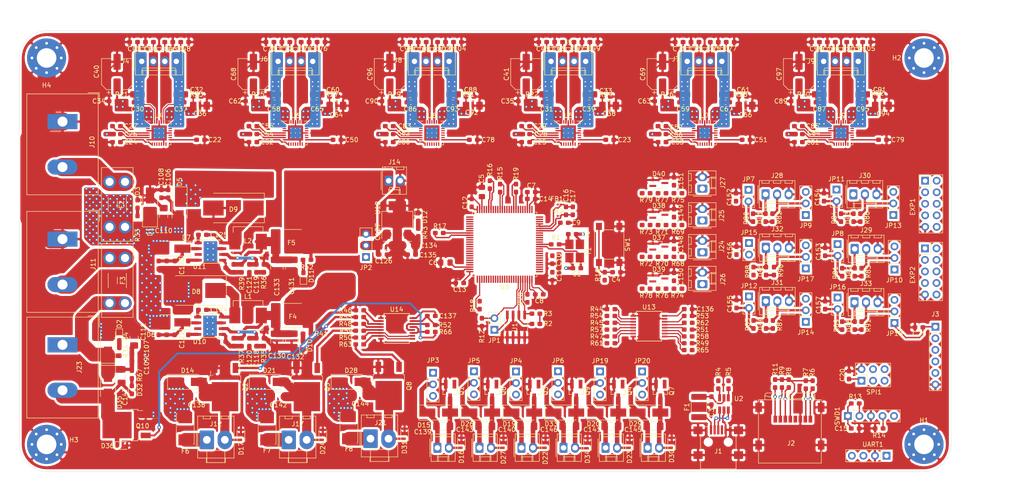
<source format=kicad_pcb>
(kicad_pcb (version 20171130) (host pcbnew "(5.1.6)-1")
  (layers (0 F.Cu signal) (1 In1.Cu signal hide) (2 In2.Cu signal) (31 B.Cu signal) (34 B.Paste user hide) (35 F.Paste user) (36 B.SilkS user) (37 F.SilkS user hide) (38 B.Mask user) (39 F.Mask user) (44 Edge.Cuts user))
  (net 0 "")
  (net 1 GND)
  (net 2 OSC_IN)
  (net 3 "Net-(C2-Pad1)")
  (net 4 VBUS)
  (net 5 RESET)
  (net 6 "Net-(C5-Pad1)")
  (net 7 "Net-(C6-Pad1)")
  (net 8 +3V3)
  (net 9 GNDA)
  (net 10 +3.3VA)
  (net 11 +5V)
  (net 12 "Net-(C24-Pad1)")
  (net 13 "Net-(C25-Pad1)")
  (net 14 "Net-(C26-Pad2)")
  (net 15 VM)
  (net 16 "Net-(C27-Pad2)")
  (net 17 "Net-(C27-Pad1)")
  (net 18 "Net-(C28-Pad2)")
  (net 19 "Net-(C29-Pad2)")
  (net 20 "Net-(C29-Pad1)")
  (net 21 "Net-(C30-Pad1)")
  (net 22 "Net-(C31-Pad1)")
  (net 23 "Net-(C37-Pad1)")
  (net 24 "Net-(C39-Pad1)")
  (net 25 "Net-(C52-Pad1)")
  (net 26 "Net-(C53-Pad1)")
  (net 27 "Net-(C54-Pad2)")
  (net 28 "Net-(C55-Pad2)")
  (net 29 "Net-(C55-Pad1)")
  (net 30 "Net-(C56-Pad2)")
  (net 31 "Net-(C57-Pad2)")
  (net 32 "Net-(C57-Pad1)")
  (net 33 "Net-(C58-Pad1)")
  (net 34 "Net-(C59-Pad1)")
  (net 35 "Net-(C65-Pad1)")
  (net 36 "Net-(C67-Pad1)")
  (net 37 "Net-(C80-Pad1)")
  (net 38 "Net-(C81-Pad1)")
  (net 39 "Net-(C82-Pad2)")
  (net 40 "Net-(C83-Pad2)")
  (net 41 "Net-(C83-Pad1)")
  (net 42 "Net-(C84-Pad2)")
  (net 43 "Net-(C85-Pad2)")
  (net 44 "Net-(C85-Pad1)")
  (net 45 "Net-(C86-Pad1)")
  (net 46 "Net-(C87-Pad1)")
  (net 47 "Net-(C93-Pad1)")
  (net 48 "Net-(C95-Pad1)")
  (net 49 +24V)
  (net 50 VBED)
  (net 51 "Net-(C112-Pad1)")
  (net 52 "Net-(C113-Pad1)")
  (net 53 "Net-(C118-Pad2)")
  (net 54 "Net-(C118-Pad1)")
  (net 55 "Net-(C119-Pad2)")
  (net 56 "Net-(C119-Pad1)")
  (net 57 "Net-(C122-Pad1)")
  (net 58 "Net-(C123-Pad1)")
  (net 59 "Net-(C124-Pad2)")
  (net 60 "Net-(C124-Pad1)")
  (net 61 "Net-(C125-Pad2)")
  (net 62 "Net-(C125-Pad1)")
  (net 63 "Net-(C126-Pad1)")
  (net 64 "Net-(C128-Pad2)")
  (net 65 "Net-(C128-Pad1)")
  (net 66 "Net-(C129-Pad2)")
  (net 67 "Net-(C129-Pad1)")
  (net 68 "Net-(C138-Pad1)")
  (net 69 "Net-(C139-Pad2)")
  (net 70 "Net-(C139-Pad1)")
  (net 71 "Net-(C140-Pad2)")
  (net 72 "Net-(C140-Pad1)")
  (net 73 "Net-(C141-Pad2)")
  (net 74 "Net-(C141-Pad1)")
  (net 75 "Net-(C142-Pad1)")
  (net 76 "Net-(C143-Pad2)")
  (net 77 "Net-(C143-Pad1)")
  (net 78 "Net-(C144-Pad1)")
  (net 79 "Net-(C145-Pad2)")
  (net 80 "Net-(C145-Pad1)")
  (net 81 "Net-(C146-Pad2)")
  (net 82 "Net-(C146-Pad1)")
  (net 83 "Net-(C147-Pad1)")
  (net 84 T0)
  (net 85 T2)
  (net 86 T1)
  (net 87 TB)
  (net 88 X_STOP)
  (net 89 E0_STOP)
  (net 90 Y_STOP)
  (net 91 E1_STOP)
  (net 92 Z_STOP)
  (net 93 E2_STOP)
  (net 94 "Net-(D3-Pad2)")
  (net 95 "Net-(D4-Pad2)")
  (net 96 "Net-(D10-Pad2)")
  (net 97 "Net-(D11-Pad2)")
  (net 98 "Net-(D12-Pad2)")
  (net 99 "Net-(D32-Pad2)")
  (net 100 "Net-(D37-Pad3)")
  (net 101 "Net-(D38-Pad3)")
  (net 102 "Net-(D39-Pad3)")
  (net 103 "Net-(D40-Pad3)")
  (net 104 "Net-(D41-Pad2)")
  (net 105 "Net-(D41-Pad1)")
  (net 106 "Net-(D42-Pad2)")
  (net 107 "Net-(D42-Pad1)")
  (net 108 "Net-(D43-Pad2)")
  (net 109 "Net-(D43-Pad1)")
  (net 110 "Net-(D44-Pad2)")
  (net 111 "Net-(D44-Pad1)")
  (net 112 "Net-(D45-Pad2)")
  (net 113 "Net-(D45-Pad1)")
  (net 114 "Net-(D46-Pad2)")
  (net 115 "Net-(D46-Pad1)")
  (net 116 LCD_D7)
  (net 117 LCD_D6)
  (net 118 LCD_D5)
  (net 119 LCD_D4)
  (net 120 LCD_RS)
  (net 121 LCD_EN)
  (net 122 BTN_ENC)
  (net 123 LCD_BEEP)
  (net 124 "Net-(EXP2-Pad10)")
  (net 125 LCD_SD_CD)
  (net 126 MOSI)
  (net 127 BTN_EN2)
  (net 128 LCD_SD_SS)
  (net 129 BTN_EN1)
  (net 130 SCK)
  (net 131 MISO)
  (net 132 "Net-(F1-Pad1)")
  (net 133 "Net-(F2-Pad2)")
  (net 134 "Net-(F3-Pad2)")
  (net 135 +12V)
  (net 136 "Net-(F6-Pad2)")
  (net 137 "Net-(F7-Pad2)")
  (net 138 "Net-(F8-Pad2)")
  (net 139 "Net-(J1-Pad4)")
  (net 140 "Net-(J1-Pad3)")
  (net 141 "Net-(J1-Pad2)")
  (net 142 "Net-(J2-Pad1)")
  (net 143 SD_CS)
  (net 144 "Net-(J2-Pad8)")
  (net 145 GPIO_4_PC15)
  (net 146 GPIO_3_PC14)
  (net 147 GPIO_2_PD7)
  (net 148 GPIO_1_PD10)
  (net 149 "Net-(J24-Pad1)")
  (net 150 "Net-(J25-Pad1)")
  (net 151 "Net-(J26-Pad1)")
  (net 152 "Net-(J27-Pad1)")
  (net 153 "Net-(J28-Pad2)")
  (net 154 "Net-(J29-Pad2)")
  (net 155 "Net-(J30-Pad2)")
  (net 156 "Net-(J31-Pad2)")
  (net 157 "Net-(J32-Pad2)")
  (net 158 "Net-(J33-Pad2)")
  (net 159 "Net-(JP1-Pad2)")
  (net 160 X_DIAG)
  (net 161 E0_DIAG)
  (net 162 Y_DIAG)
  (net 163 E1_DIAG)
  (net 164 Z_DIAG)
  (net 165 E2_DIAG)
  (net 166 "Net-(Q1-Pad1)")
  (net 167 "Net-(Q2-Pad1)")
  (net 168 "Net-(Q3-Pad1)")
  (net 169 "Net-(Q4-Pad1)")
  (net 170 "Net-(Q5-Pad1)")
  (net 171 "Net-(Q6-Pad1)")
  (net 172 "Net-(Q7-Pad1)")
  (net 173 "Net-(Q8-Pad1)")
  (net 174 "Net-(Q9-Pad1)")
  (net 175 "Net-(Q10-Pad1)")
  (net 176 OSC_OUT)
  (net 177 I2C_SCL)
  (net 178 I2C_SDA)
  (net 179 "Net-(R4-Pad2)")
  (net 180 USB_DP)
  (net 181 "Net-(R5-Pad2)")
  (net 182 USB_DM)
  (net 183 SWDIO)
  (net 184 SWCLK)
  (net 185 X_TX)
  (net 186 X_RX)
  (net 187 Y_TX)
  (net 188 Y_RX)
  (net 189 Z_TX)
  (net 190 Z_RX)
  (net 191 E0_TX)
  (net 192 E0_RX)
  (net 193 E1_TX)
  (net 194 E1_RX)
  (net 195 E2_TX)
  (net 196 E2_RX)
  (net 197 FAN0)
  (net 198 FAN1)
  (net 199 HEATER0)
  (net 200 FAN2)
  (net 201 HEATER1)
  (net 202 FAN3)
  (net 203 HEATER2)
  (net 204 FAN4)
  (net 205 BED_HEATER)
  (net 206 FAN5)
  (net 207 FAN0_BUFF)
  (net 208 HEATER0_BUFF)
  (net 209 FAN1_BUFF)
  (net 210 FAN4_BUFF)
  (net 211 HEATER1_BUFF)
  (net 212 FAN2_BUFF)
  (net 213 FAN5_BUFF)
  (net 214 HEATER2_BUFF)
  (net 215 FAN3_BUFF)
  (net 216 BED_HEATER_BUFF)
  (net 217 CS)
  (net 218 E0_DIR)
  (net 219 E0_STEP)
  (net 220 E0_~EN)
  (net 221 RX)
  (net 222 TX)
  (net 223 Z_~EN)
  (net 224 Z_STEP)
  (net 225 Z_DIR)
  (net 226 Y_~EN)
  (net 227 Y_STEP)
  (net 228 Y_DIR)
  (net 229 X_~EN)
  (net 230 X_STEP)
  (net 231 X_DIR)
  (net 232 E1_DIR)
  (net 233 E1_STEP)
  (net 234 E1_~EN)
  (net 235 E2_DIR)
  (net 236 E2_~EN)
  (net 237 E2_STEP)
  (net 238 "Net-(U4-Pad20)")
  (net 239 "Net-(U4-Pad17)")
  (net 240 "Net-(U4-Pad12)")
  (net 241 "Net-(U4-Pad10)")
  (net 242 "Net-(U4-Pad9)")
  (net 243 "Net-(U5-Pad20)")
  (net 244 "Net-(U5-Pad17)")
  (net 245 "Net-(U5-Pad12)")
  (net 246 "Net-(U5-Pad10)")
  (net 247 "Net-(U5-Pad9)")
  (net 248 "Net-(U6-Pad20)")
  (net 249 "Net-(U6-Pad17)")
  (net 250 "Net-(U6-Pad12)")
  (net 251 "Net-(U6-Pad10)")
  (net 252 "Net-(U6-Pad9)")
  (net 253 "Net-(U7-Pad20)")
  (net 254 "Net-(U7-Pad17)")
  (net 255 "Net-(U7-Pad12)")
  (net 256 "Net-(U7-Pad10)")
  (net 257 "Net-(U7-Pad9)")
  (net 258 "Net-(U8-Pad20)")
  (net 259 "Net-(U8-Pad17)")
  (net 260 "Net-(U8-Pad12)")
  (net 261 "Net-(U8-Pad10)")
  (net 262 "Net-(U8-Pad9)")
  (net 263 "Net-(U9-Pad20)")
  (net 264 "Net-(U9-Pad17)")
  (net 265 "Net-(U9-Pad12)")
  (net 266 "Net-(U9-Pad10)")
  (net 267 "Net-(U9-Pad9)")
  (net 268 "Net-(U10-Pad3)")
  (net 269 "Net-(U11-Pad3)")
  (net 270 X_OA2)
  (net 271 E0_OA2)
  (net 272 X_OA1)
  (net 273 E0_OA1)
  (net 274 X_OB2)
  (net 275 E0_OB2)
  (net 276 X_OB1)
  (net 277 E0_OB1)
  (net 278 Y_OA2)
  (net 279 E1_OA2)
  (net 280 Y_OA1)
  (net 281 E1_OA1)
  (net 282 Y_OB2)
  (net 283 E1_OB2)
  (net 284 Y_OB1)
  (net 285 E1_OB1)
  (net 286 Z_OA2)
  (net 287 E2_OA2)
  (net 288 Z_OA1)
  (net 289 E2_OA1)
  (net 290 Z_OB2)
  (net 291 E2_OB2)
  (net 292 Z_OB1)
  (net 293 E2_OB1)
  (module Capacitor_SMD:CP_Elec_6.3x7.7 (layer F.Cu) (at 77.5 38.55 90)
    (fp_text reference C68 (at 0 -4.35 90) (layer F.SilkS))
    (fp_text value 100u)
    (pad 2 smd roundrect (at 2.7 0 90) (size 3.5 1.6) (layers F.Cu F.Paste F.Mask) (roundrect_rratio 0.15625) (net 1 GND))
    (pad 1 smd roundrect (at -2.7 0 90) (size 3.5 1.6) (layers F.Cu F.Paste F.Mask) (roundrect_rratio 0.15625) (net 15 VM))
  )
  (module Capacitor_SMD:CP_Elec_6.3x7.7 (layer F.Cu) (at 167.5 38.55 90)
    (fp_text reference C69 (at 0 -4.35 90) (layer F.SilkS))
    (fp_text value 100u)
    (pad 2 smd roundrect (at 2.7 0 90) (size 3.5 1.6) (layers F.Cu F.Paste F.Mask) (roundrect_rratio 0.15625) (net 1 GND))
    (pad 1 smd roundrect (at -2.7 0 90) (size 3.5 1.6) (layers F.Cu F.Paste F.Mask) (roundrect_rratio 0.15625) (net 15 VM))
  )
  (module Connector_Molex:Molex_KK-254_AE-6410-04A_1x04_P2.54mm_Vertical (layer F.Cu) (at 142.96 35.75)
    (fp_text reference J5 (at 3.81 -4.12) (layer F.SilkS))
    (fp_text value E0)
    (pad 4 thru_hole oval (at 7.62 0) (size 1.74 2.19) (drill 1.19) (layers *.Cu *.Mask) (net 271 E0_OA2))
    (pad 3 thru_hole oval (at 5.08 0) (size 1.74 2.19) (drill 1.19) (layers *.Cu *.Mask) (net 273 E0_OA1))
    (pad 2 thru_hole oval (at 2.54 0) (size 1.74 2.19) (drill 1.19) (layers *.Cu *.Mask) (net 277 E0_OB1))
    (pad 1 thru_hole roundrect (at 0 0) (size 1.74 2.19) (drill 1.19) (layers *.Cu *.Mask) (roundrect_rratio 0.143678) (net 275 E0_OB2))
  )
  (module Package_DFN_QFN:QFN-28-1EP_5x5mm_P0.5mm_EP3.35x3.35mm_ThermalVias (layer F.Cu) (at 116.75 51.5)
    (fp_text reference U8 (at 0 -3.8) (layer F.SilkS))
    (fp_text value TMC2209)
    (pad 29 smd rect (at 0 0) (size 2.5 2.5) (layers B.Cu) (net 1 GND))
    (pad 29 thru_hole circle (at 1 1) (size 0.5 0.5) (drill 0.2) (layers *.Cu) (net 1 GND))
    (pad 29 thru_hole circle (at 0 1) (size 0.5 0.5) (drill 0.2) (layers *.Cu) (net 1 GND))
    (pad 29 thru_hole circle (at -1 1) (size 0.5 0.5) (drill 0.2) (layers *.Cu) (net 1 GND))
    (pad 29 thru_hole circle (at 1 0) (size 0.5 0.5) (drill 0.2) (layers *.Cu) (net 1 GND))
    (pad 29 thru_hole circle (at 0 0) (size 0.5 0.5) (drill 0.2) (layers *.Cu) (net 1 GND))
    (pad 29 thru_hole circle (at -1 0) (size 0.5 0.5) (drill 0.2) (layers *.Cu) (net 1 GND))
    (pad 29 thru_hole circle (at 1 -1) (size 0.5 0.5) (drill 0.2) (layers *.Cu) (net 1 GND))
    (pad 29 thru_hole circle (at 0 -1) (size 0.5 0.5) (drill 0.2) (layers *.Cu) (net 1 GND))
    (pad 29 thru_hole circle (at -1 -1) (size 0.5 0.5) (drill 0.2) (layers *.Cu) (net 1 GND))
    (pad 29 smd rect (at 0 0) (size 3.35 3.35) (layers F.Cu F.Mask) (net 1 GND))
    (pad 28 smd roundrect (at -1.5 -2.45) (size 0.25 0.8) (layers F.Cu F.Paste F.Mask) (net 15 VM))
    (pad 27 smd roundrect (at -1 -2.45) (size 0.25 0.8) (layers F.Cu F.Paste F.Mask) (net 45 "Net-(C86-Pad1)"))
    (pad 26 smd roundrect (at -0.5 -2.45) (size 0.25 0.8) (layers F.Cu F.Paste F.Mask) (net 292 Z_OB1))
    (pad 25 smd roundrect (at 0 -2.45) (size 0.25 0.8) (layers F.Cu F.Paste F.Mask) (net 1 GND))
    (pad 24 smd roundrect (at 0.5 -2.45) (size 0.25 0.8) (layers F.Cu F.Paste F.Mask) (net 288 Z_OA1))
    (pad 23 smd roundrect (at 1 -2.45) (size 0.25 0.8) (layers F.Cu F.Paste F.Mask) (net 47 "Net-(C93-Pad1)"))
    (pad 22 smd roundrect (at 1.5 -2.45) (size 0.25 0.8) (layers F.Cu F.Paste F.Mask) (net 15 VM))
    (pad 21 smd roundrect (at 2.45 -1.5) (size 0.8 0.25) (layers F.Cu F.Paste F.Mask) (net 286 Z_OA2))
    (pad 20 smd roundrect (at 2.45 -1) (size 0.8 0.25) (layers F.Cu F.Paste F.Mask) (net 258 "Net-(U8-Pad20)"))
    (pad 19 smd roundrect (at 2.45 -0.5) (size 0.8 0.25) (layers F.Cu F.Paste F.Mask) (net 225 Z_DIR))
    (pad 18 smd roundrect (at 2.45 0) (size 0.8 0.25) (layers F.Cu F.Paste F.Mask) (net 1 GND))
    (pad 17 smd roundrect (at 2.45 0.5) (size 0.8 0.25) (layers F.Cu F.Paste F.Mask) (net 259 "Net-(U8-Pad17)"))
    (pad 16 smd roundrect (at 2.45 1) (size 0.8 0.25) (layers F.Cu F.Paste F.Mask) (net 224 Z_STEP))
    (pad 15 smd roundrect (at 2.45 1.5) (size 0.8 0.25) (layers F.Cu F.Paste F.Mask) (net 8 +3V3))
    (pad 14 smd roundrect (at 1.5 2.45) (size 0.25 0.8) (layers F.Cu F.Paste F.Mask) (net 190 Z_RX))
    (pad 13 smd roundrect (at 1 2.45) (size 0.25 0.8) (layers F.Cu F.Paste F.Mask) (net 1 GND))
    (pad 12 smd roundrect (at 0.5 2.45) (size 0.25 0.8) (layers F.Cu F.Paste F.Mask) (net 260 "Net-(U8-Pad12)"))
    (pad 11 smd roundrect (at 0 2.45) (size 0.25 0.8) (layers F.Cu F.Paste F.Mask) (net 164 Z_DIAG))
    (pad 10 smd roundrect (at -0.5 2.45) (size 0.25 0.8) (layers F.Cu F.Paste F.Mask) (net 261 "Net-(U8-Pad10)"))
    (pad 9 smd roundrect (at -1 2.45) (size 0.25 0.8) (layers F.Cu F.Paste F.Mask) (net 262 "Net-(U8-Pad9)"))
    (pad 8 smd roundrect (at -1.5 2.45) (size 0.25 0.8) (layers F.Cu F.Paste F.Mask) (net 37 "Net-(C80-Pad1)"))
    (pad 7 smd roundrect (at -2.45 1.5) (size 0.8 0.25) (layers F.Cu F.Paste F.Mask) (net 1 GND))
    (pad 6 smd roundrect (at -2.45 1) (size 0.8 0.25) (layers F.Cu F.Paste F.Mask) (net 39 "Net-(C82-Pad2)"))
    (pad 5 smd roundrect (at -2.45 0.5) (size 0.8 0.25) (layers F.Cu F.Paste F.Mask) (net 41 "Net-(C83-Pad1)"))
    (pad 4 smd roundrect (at -2.45 0) (size 0.8 0.25) (layers F.Cu F.Paste F.Mask) (net 40 "Net-(C83-Pad2)"))
    (pad 3 smd roundrect (at -2.45 -0.5) (size 0.8 0.25) (layers F.Cu F.Paste F.Mask) (net 1 GND))
    (pad 2 smd roundrect (at -2.45 -1) (size 0.8 0.25) (layers F.Cu F.Paste F.Mask) (net 223 Z_~EN))
    (pad 1 smd roundrect (at -2.45 -1.5) (size 0.8 0.25) (layers F.Cu F.Paste F.Mask) (net 290 Z_OB2))
  )
  (module Capacitor_SMD:C_0603_1608Metric_Pad1.05x0.95mm_HandSolder (layer F.Cu) (at 211.375 44.75)
    (fp_text reference C95 (at 0.125 1.5) (layer F.SilkS))
    (fp_text value 100n)
    (pad 2 smd roundrect (at 0.875 0) (size 1.05 0.95) (layers F.Cu F.Paste F.Mask) (net 1 GND))
    (pad 1 smd roundrect (at -0.875 0) (size 1.05 0.95) (layers F.Cu F.Paste F.Mask) (net 48 "Net-(C95-Pad1)"))
  )
  (module Package_DFN_QFN:QFN-28-1EP_5x5mm_P0.5mm_EP3.35x3.35mm_ThermalVias (layer F.Cu) (at 206.75 51.5)
    (fp_text reference U9 (at 0 -3.8) (layer F.SilkS))
    (fp_text value TMC2209)
    (pad 29 smd rect (at 0 0) (size 2.5 2.5) (layers B.Cu) (net 1 GND))
    (pad 29 thru_hole circle (at 1 1) (size 0.5 0.5) (drill 0.2) (layers *.Cu) (net 1 GND))
    (pad 29 thru_hole circle (at 0 1) (size 0.5 0.5) (drill 0.2) (layers *.Cu) (net 1 GND))
    (pad 29 thru_hole circle (at -1 1) (size 0.5 0.5) (drill 0.2) (layers *.Cu) (net 1 GND))
    (pad 29 thru_hole circle (at 1 0) (size 0.5 0.5) (drill 0.2) (layers *.Cu) (net 1 GND))
    (pad 29 thru_hole circle (at 0 0) (size 0.5 0.5) (drill 0.2) (layers *.Cu) (net 1 GND))
    (pad 29 thru_hole circle (at -1 0) (size 0.5 0.5) (drill 0.2) (layers *.Cu) (net 1 GND))
    (pad 29 thru_hole circle (at 1 -1) (size 0.5 0.5) (drill 0.2) (layers *.Cu) (net 1 GND))
    (pad 29 thru_hole circle (at 0 -1) (size 0.5 0.5) (drill 0.2) (layers *.Cu) (net 1 GND))
    (pad 29 thru_hole circle (at -1 -1) (size 0.5 0.5) (drill 0.2) (layers *.Cu) (net 1 GND))
    (pad 29 smd rect (at 0 0) (size 3.35 3.35) (layers F.Cu F.Mask) (net 1 GND))
    (pad 28 smd roundrect (at -1.5 -2.45) (size 0.25 0.8) (layers F.Cu F.Paste F.Mask) (net 15 VM))
    (pad 27 smd roundrect (at -1 -2.45) (size 0.25 0.8) (layers F.Cu F.Paste F.Mask) (net 46 "Net-(C87-Pad1)"))
    (pad 26 smd roundrect (at -0.5 -2.45) (size 0.25 0.8) (layers F.Cu F.Paste F.Mask) (net 293 E2_OB1))
    (pad 25 smd roundrect (at 0 -2.45) (size 0.25 0.8) (layers F.Cu F.Paste F.Mask) (net 1 GND))
    (pad 24 smd roundrect (at 0.5 -2.45) (size 0.25 0.8) (layers F.Cu F.Paste F.Mask) (net 289 E2_OA1))
    (pad 23 smd roundrect (at 1 -2.45) (size 0.25 0.8) (layers F.Cu F.Paste F.Mask) (net 48 "Net-(C95-Pad1)"))
    (pad 22 smd roundrect (at 1.5 -2.45) (size 0.25 0.8) (layers F.Cu F.Paste F.Mask) (net 15 VM))
    (pad 21 smd roundrect (at 2.45 -1.5) (size 0.8 0.25) (layers F.Cu F.Paste F.Mask) (net 287 E2_OA2))
    (pad 20 smd roundrect (at 2.45 -1) (size 0.8 0.25) (layers F.Cu F.Paste F.Mask) (net 263 "Net-(U9-Pad20)"))
    (pad 19 smd roundrect (at 2.45 -0.5) (size 0.8 0.25) (layers F.Cu F.Paste F.Mask) (net 235 E2_DIR))
    (pad 18 smd roundrect (at 2.45 0) (size 0.8 0.25) (layers F.Cu F.Paste F.Mask) (net 1 GND))
    (pad 17 smd roundrect (at 2.45 0.5) (size 0.8 0.25) (layers F.Cu F.Paste F.Mask) (net 264 "Net-(U9-Pad17)"))
    (pad 16 smd roundrect (at 2.45 1) (size 0.8 0.25) (layers F.Cu F.Paste F.Mask) (net 237 E2_STEP))
    (pad 15 smd roundrect (at 2.45 1.5) (size 0.8 0.25) (layers F.Cu F.Paste F.Mask) (net 8 +3V3))
    (pad 14 smd roundrect (at 1.5 2.45) (size 0.25 0.8) (layers F.Cu F.Paste F.Mask) (net 196 E2_RX))
    (pad 13 smd roundrect (at 1 2.45) (size 0.25 0.8) (layers F.Cu F.Paste F.Mask) (net 1 GND))
    (pad 12 smd roundrect (at 0.5 2.45) (size 0.25 0.8) (layers F.Cu F.Paste F.Mask) (net 265 "Net-(U9-Pad12)"))
    (pad 11 smd roundrect (at 0 2.45) (size 0.25 0.8) (layers F.Cu F.Paste F.Mask) (net 165 E2_DIAG))
    (pad 10 smd roundrect (at -0.5 2.45) (size 0.25 0.8) (layers F.Cu F.Paste F.Mask) (net 266 "Net-(U9-Pad10)"))
    (pad 9 smd roundrect (at -1 2.45) (size 0.25 0.8) (layers F.Cu F.Paste F.Mask) (net 267 "Net-(U9-Pad9)"))
    (pad 8 smd roundrect (at -1.5 2.45) (size 0.25 0.8) (layers F.Cu F.Paste F.Mask) (net 38 "Net-(C81-Pad1)"))
    (pad 7 smd roundrect (at -2.45 1.5) (size 0.8 0.25) (layers F.Cu F.Paste F.Mask) (net 1 GND))
    (pad 6 smd roundrect (at -2.45 1) (size 0.8 0.25) (layers F.Cu F.Paste F.Mask) (net 42 "Net-(C84-Pad2)"))
    (pad 5 smd roundrect (at -2.45 0.5) (size 0.8 0.25) (layers F.Cu F.Paste F.Mask) (net 44 "Net-(C85-Pad1)"))
    (pad 4 smd roundrect (at -2.45 0) (size 0.8 0.25) (layers F.Cu F.Paste F.Mask) (net 43 "Net-(C85-Pad2)"))
    (pad 3 smd roundrect (at -2.45 -0.5) (size 0.8 0.25) (layers F.Cu F.Paste F.Mask) (net 1 GND))
    (pad 2 smd roundrect (at -2.45 -1) (size 0.8 0.25) (layers F.Cu F.Paste F.Mask) (net 236 E2_~EN))
    (pad 1 smd roundrect (at -2.45 -1.5) (size 0.8 0.25) (layers F.Cu F.Paste F.Mask) (net 291 E2_OB2))
  )
  (module Package_DFN_QFN:QFN-28-1EP_5x5mm_P0.5mm_EP3.35x3.35mm_ThermalVias (layer F.Cu) (at 86.75 51.5)
    (fp_text reference U6 (at 0 -3.8) (layer F.SilkS))
    (fp_text value TMC2209)
    (pad 29 smd rect (at 0 0) (size 2.5 2.5) (layers B.Cu) (net 1 GND))
    (pad 29 thru_hole circle (at 1 1) (size 0.5 0.5) (drill 0.2) (layers *.Cu) (net 1 GND))
    (pad 29 thru_hole circle (at 0 1) (size 0.5 0.5) (drill 0.2) (layers *.Cu) (net 1 GND))
    (pad 29 thru_hole circle (at -1 1) (size 0.5 0.5) (drill 0.2) (layers *.Cu) (net 1 GND))
    (pad 29 thru_hole circle (at 1 0) (size 0.5 0.5) (drill 0.2) (layers *.Cu) (net 1 GND))
    (pad 29 thru_hole circle (at 0 0) (size 0.5 0.5) (drill 0.2) (layers *.Cu) (net 1 GND))
    (pad 29 thru_hole circle (at -1 0) (size 0.5 0.5) (drill 0.2) (layers *.Cu) (net 1 GND))
    (pad 29 thru_hole circle (at 1 -1) (size 0.5 0.5) (drill 0.2) (layers *.Cu) (net 1 GND))
    (pad 29 thru_hole circle (at 0 -1) (size 0.5 0.5) (drill 0.2) (layers *.Cu) (net 1 GND))
    (pad 29 thru_hole circle (at -1 -1) (size 0.5 0.5) (drill 0.2) (layers *.Cu) (net 1 GND))
    (pad 29 smd rect (at 0 0) (size 3.35 3.35) (layers F.Cu F.Mask) (net 1 GND))
    (pad 28 smd roundrect (at -1.5 -2.45) (size 0.25 0.8) (layers F.Cu F.Paste F.Mask) (net 15 VM))
    (pad 27 smd roundrect (at -1 -2.45) (size 0.25 0.8) (layers F.Cu F.Paste F.Mask) (net 33 "Net-(C58-Pad1)"))
    (pad 26 smd roundrect (at -0.5 -2.45) (size 0.25 0.8) (layers F.Cu F.Paste F.Mask) (net 284 Y_OB1))
    (pad 25 smd roundrect (at 0 -2.45) (size 0.25 0.8) (layers F.Cu F.Paste F.Mask) (net 1 GND))
    (pad 24 smd roundrect (at 0.5 -2.45) (size 0.25 0.8) (layers F.Cu F.Paste F.Mask) (net 280 Y_OA1))
    (pad 23 smd roundrect (at 1 -2.45) (size 0.25 0.8) (layers F.Cu F.Paste F.Mask) (net 35 "Net-(C65-Pad1)"))
    (pad 22 smd roundrect (at 1.5 -2.45) (size 0.25 0.8) (layers F.Cu F.Paste F.Mask) (net 15 VM))
    (pad 21 smd roundrect (at 2.45 -1.5) (size 0.8 0.25) (layers F.Cu F.Paste F.Mask) (net 278 Y_OA2))
    (pad 20 smd roundrect (at 2.45 -1) (size 0.8 0.25) (layers F.Cu F.Paste F.Mask) (net 248 "Net-(U6-Pad20)"))
    (pad 19 smd roundrect (at 2.45 -0.5) (size 0.8 0.25) (layers F.Cu F.Paste F.Mask) (net 228 Y_DIR))
    (pad 18 smd roundrect (at 2.45 0) (size 0.8 0.25) (layers F.Cu F.Paste F.Mask) (net 1 GND))
    (pad 17 smd roundrect (at 2.45 0.5) (size 0.8 0.25) (layers F.Cu F.Paste F.Mask) (net 249 "Net-(U6-Pad17)"))
    (pad 16 smd roundrect (at 2.45 1) (size 0.8 0.25) (layers F.Cu F.Paste F.Mask) (net 227 Y_STEP))
    (pad 15 smd roundrect (at 2.45 1.5) (size 0.8 0.25) (layers F.Cu F.Paste F.Mask) (net 8 +3V3))
    (pad 14 smd roundrect (at 1.5 2.45) (size 0.25 0.8) (layers F.Cu F.Paste F.Mask) (net 188 Y_RX))
    (pad 13 smd roundrect (at 1 2.45) (size 0.25 0.8) (layers F.Cu F.Paste F.Mask) (net 1 GND))
    (pad 12 smd roundrect (at 0.5 2.45) (size 0.25 0.8) (layers F.Cu F.Paste F.Mask) (net 250 "Net-(U6-Pad12)"))
    (pad 11 smd roundrect (at 0 2.45) (size 0.25 0.8) (layers F.Cu F.Paste F.Mask) (net 162 Y_DIAG))
    (pad 10 smd roundrect (at -0.5 2.45) (size 0.25 0.8) (layers F.Cu F.Paste F.Mask) (net 251 "Net-(U6-Pad10)"))
    (pad 9 smd roundrect (at -1 2.45) (size 0.25 0.8) (layers F.Cu F.Paste F.Mask) (net 252 "Net-(U6-Pad9)"))
    (pad 8 smd roundrect (at -1.5 2.45) (size 0.25 0.8) (layers F.Cu F.Paste F.Mask) (net 25 "Net-(C52-Pad1)"))
    (pad 7 smd roundrect (at -2.45 1.5) (size 0.8 0.25) (layers F.Cu F.Paste F.Mask) (net 1 GND))
    (pad 6 smd roundrect (at -2.45 1) (size 0.8 0.25) (layers F.Cu F.Paste F.Mask) (net 27 "Net-(C54-Pad2)"))
    (pad 5 smd roundrect (at -2.45 0.5) (size 0.8 0.25) (layers F.Cu F.Paste F.Mask) (net 29 "Net-(C55-Pad1)"))
    (pad 4 smd roundrect (at -2.45 0) (size 0.8 0.25) (layers F.Cu F.Paste F.Mask) (net 28 "Net-(C55-Pad2)"))
    (pad 3 smd roundrect (at -2.45 -0.5) (size 0.8 0.25) (layers F.Cu F.Paste F.Mask) (net 1 GND))
    (pad 2 smd roundrect (at -2.45 -1) (size 0.8 0.25) (layers F.Cu F.Paste F.Mask) (net 226 Y_~EN))
    (pad 1 smd roundrect (at -2.45 -1.5) (size 0.8 0.25) (layers F.Cu F.Paste F.Mask) (net 282 Y_OB2))
  )
  (module Package_DFN_QFN:QFN-28-1EP_5x5mm_P0.5mm_EP3.35x3.35mm_ThermalVias (layer F.Cu) (at 56.75 51.5)
    (fp_text reference U4 (at 0 -3.8) (layer F.SilkS))
    (fp_text value TMC2209)
    (pad 29 smd rect (at 0 0) (size 2.5 2.5) (layers B.Cu) (net 1 GND))
    (pad 29 thru_hole circle (at 1 1) (size 0.5 0.5) (drill 0.2) (layers *.Cu) (net 1 GND))
    (pad 29 thru_hole circle (at 0 1) (size 0.5 0.5) (drill 0.2) (layers *.Cu) (net 1 GND))
    (pad 29 thru_hole circle (at -1 1) (size 0.5 0.5) (drill 0.2) (layers *.Cu) (net 1 GND))
    (pad 29 thru_hole circle (at 1 0) (size 0.5 0.5) (drill 0.2) (layers *.Cu) (net 1 GND))
    (pad 29 thru_hole circle (at 0 0) (size 0.5 0.5) (drill 0.2) (layers *.Cu) (net 1 GND))
    (pad 29 thru_hole circle (at -1 0) (size 0.5 0.5) (drill 0.2) (layers *.Cu) (net 1 GND))
    (pad 29 thru_hole circle (at 1 -1) (size 0.5 0.5) (drill 0.2) (layers *.Cu) (net 1 GND))
    (pad 29 thru_hole circle (at 0 -1) (size 0.5 0.5) (drill 0.2) (layers *.Cu) (net 1 GND))
    (pad 29 thru_hole circle (at -1 -1) (size 0.5 0.5) (drill 0.2) (layers *.Cu) (net 1 GND))
    (pad 29 smd rect (at 0 0) (size 3.35 3.35) (layers F.Cu F.Mask) (net 1 GND))
    (pad 28 smd roundrect (at -1.5 -2.45) (size 0.25 0.8) (layers F.Cu F.Paste F.Mask) (net 15 VM))
    (pad 27 smd roundrect (at -1 -2.45) (size 0.25 0.8) (layers F.Cu F.Paste F.Mask) (net 21 "Net-(C30-Pad1)"))
    (pad 26 smd roundrect (at -0.5 -2.45) (size 0.25 0.8) (layers F.Cu F.Paste F.Mask) (net 276 X_OB1))
    (pad 25 smd roundrect (at 0 -2.45) (size 0.25 0.8) (layers F.Cu F.Paste F.Mask) (net 1 GND))
    (pad 24 smd roundrect (at 0.5 -2.45) (size 0.25 0.8) (layers F.Cu F.Paste F.Mask) (net 272 X_OA1))
    (pad 23 smd roundrect (at 1 -2.45) (size 0.25 0.8) (layers F.Cu F.Paste F.Mask) (net 23 "Net-(C37-Pad1)"))
    (pad 22 smd roundrect (at 1.5 -2.45) (size 0.25 0.8) (layers F.Cu F.Paste F.Mask) (net 15 VM))
    (pad 21 smd roundrect (at 2.45 -1.5) (size 0.8 0.25) (layers F.Cu F.Paste F.Mask) (net 270 X_OA2))
    (pad 20 smd roundrect (at 2.45 -1) (size 0.8 0.25) (layers F.Cu F.Paste F.Mask) (net 238 "Net-(U4-Pad20)"))
    (pad 19 smd roundrect (at 2.45 -0.5) (size 0.8 0.25) (layers F.Cu F.Paste F.Mask) (net 231 X_DIR))
    (pad 18 smd roundrect (at 2.45 0) (size 0.8 0.25) (layers F.Cu F.Paste F.Mask) (net 1 GND))
    (pad 17 smd roundrect (at 2.45 0.5) (size 0.8 0.25) (layers F.Cu F.Paste F.Mask) (net 239 "Net-(U4-Pad17)"))
    (pad 16 smd roundrect (at 2.45 1) (size 0.8 0.25) (layers F.Cu F.Paste F.Mask) (net 230 X_STEP))
    (pad 15 smd roundrect (at 2.45 1.5) (size 0.8 0.25) (layers F.Cu F.Paste F.Mask) (net 8 +3V3))
    (pad 14 smd roundrect (at 1.5 2.45) (size 0.25 0.8) (layers F.Cu F.Paste F.Mask) (net 186 X_RX))
    (pad 13 smd roundrect (at 1 2.45) (size 0.25 0.8) (layers F.Cu F.Paste F.Mask) (net 1 GND))
    (pad 12 smd roundrect (at 0.5 2.45) (size 0.25 0.8) (layers F.Cu F.Paste F.Mask) (net 240 "Net-(U4-Pad12)"))
    (pad 11 smd roundrect (at 0 2.45) (size 0.25 0.8) (layers F.Cu F.Paste F.Mask) (net 160 X_DIAG))
    (pad 10 smd roundrect (at -0.5 2.45) (size 0.25 0.8) (layers F.Cu F.Paste F.Mask) (net 241 "Net-(U4-Pad10)"))
    (pad 9 smd roundrect (at -1 2.45) (size 0.25 0.8) (layers F.Cu F.Paste F.Mask) (net 242 "Net-(U4-Pad9)"))
    (pad 8 smd roundrect (at -1.5 2.45) (size 0.25 0.8) (layers F.Cu F.Paste F.Mask) (net 12 "Net-(C24-Pad1)"))
    (pad 7 smd roundrect (at -2.45 1.5) (size 0.8 0.25) (layers F.Cu F.Paste F.Mask) (net 1 GND))
    (pad 6 smd roundrect (at -2.45 1) (size 0.8 0.25) (layers F.Cu F.Paste F.Mask) (net 14 "Net-(C26-Pad2)"))
    (pad 5 smd roundrect (at -2.45 0.5) (size 0.8 0.25) (layers F.Cu F.Paste F.Mask) (net 17 "Net-(C27-Pad1)"))
    (pad 4 smd roundrect (at -2.45 0) (size 0.8 0.25) (layers F.Cu F.Paste F.Mask) (net 16 "Net-(C27-Pad2)"))
    (pad 3 smd roundrect (at -2.45 -0.5) (size 0.8 0.25) (layers F.Cu F.Paste F.Mask) (net 1 GND))
    (pad 2 smd roundrect (at -2.45 -1) (size 0.8 0.25) (layers F.Cu F.Paste F.Mask) (net 229 X_~EN))
    (pad 1 smd roundrect (at -2.45 -1.5) (size 0.8 0.25) (layers F.Cu F.Paste F.Mask) (net 274 X_OB2))
  )
  (module Connector_PinHeader_2.54mm:PinHeader_1x03_P2.54mm_Vertical (layer F.Cu) (at 102.25 78.79 180)
    (fp_text reference JP2 (at 0 -2.33) (layer F.SilkS))
    (fp_text value SELECT)
    (pad 3 thru_hole oval (at 0 5.08 180) (size 1.7 1.7) (drill 1) (layers *.Cu *.Mask) (net 11 +5V))
    (pad 2 thru_hole oval (at 0 2.54 180) (size 1.7 1.7) (drill 1) (layers *.Cu *.Mask) (net 63 "Net-(C126-Pad1)"))
    (pad 1 thru_hole rect (at 0 0 180) (size 1.7 1.7) (drill 1) (layers *.Cu *.Mask) (net 4 VBUS))
  )
  (module Capacitor_SMD:C_1206_3216Metric_Pad1.42x1.75mm_HandSolder (layer F.Cu) (at 65.7375 45.5)
    (fp_text reference C36 (at 0.0125 1.75) (layer F.SilkS))
    (fp_text value 10u)
    (pad 2 smd roundrect (at 1.4875 0) (size 1.425 1.75) (layers F.Cu F.Paste F.Mask) (roundrect_rratio 0.175439) (net 1 GND))
    (pad 1 smd roundrect (at -1.4875 0) (size 1.425 1.75) (layers F.Cu F.Paste F.Mask) (roundrect_rratio 0.175439) (net 15 VM))
  )
  (module Fuse:Fuseholder_Blade_Mini_Keystone_3568 (layer F.Cu) (at 45.85 88.92 90)
    (fp_text reference F3 (at 4.96 2.9 90) (layer F.SilkS))
    (fp_text value 15A)
    (pad 2 thru_hole circle (at 9.92 3.4 90) (size 2.78 2.78) (drill 1.78) (layers *.Cu *.Mask) (net 134 "Net-(F3-Pad2)"))
    (pad 2 thru_hole circle (at 9.92 0 90) (size 2.78 2.78) (drill 1.78) (layers *.Cu *.Mask) (net 134 "Net-(F3-Pad2)"))
    (pad 1 thru_hole circle (at 0 3.4 90) (size 2.78 2.78) (drill 1.78) (layers *.Cu *.Mask) (net 50 VBED))
    (pad 1 thru_hole circle (at 0 0 90) (size 2.78 2.78) (drill 1.78) (layers *.Cu *.Mask) (net 50 VBED))
  )
  (module Inductor_SMD:L_Vishay_IHLP-2525 (layer F.Cu) (at 76.321 75.4)
    (fp_text reference L2 (at -0.071 -0.15) (layer F.SilkS))
    (fp_text value 4.7u)
    (pad 2 smd rect (at 2.921 0) (size 2.413 3.429) (layers F.Cu F.Paste F.Mask) (net 67 "Net-(C129-Pad1)"))
    (pad 1 smd rect (at -2.921 0) (size 2.413 3.429) (layers F.Cu F.Paste F.Mask) (net 62 "Net-(C125-Pad1)"))
  )
  (module Connector_PinHeader_2.54mm:PinHeader_1x03_P2.54mm_Vertical (layer F.Cu) (at 163 103.96)
    (fp_text reference JP20 (at 0 -2.33) (layer F.SilkS))
    (fp_text value Jumper_3_Open)
    (pad 3 thru_hole oval (at 0 5.08) (size 1.7 1.7) (drill 1) (layers *.Cu *.Mask) (net 49 +24V))
    (pad 2 thru_hole oval (at 0 2.54) (size 1.7 1.7) (drill 1) (layers *.Cu *.Mask) (net 79 "Net-(C145-Pad2)"))
    (pad 1 thru_hole rect (at 0 0) (size 1.7 1.7) (drill 1) (layers *.Cu *.Mask) (net 135 +12V))
  )
  (module Connector_PinHeader_2.54mm:PinHeader_1x03_P2.54mm_Vertical (layer F.Cu) (at 153.75 103.96)
    (fp_text reference JP19 (at 0 -2.33) (layer F.SilkS))
    (fp_text value Jumper_3_Open)
    (pad 3 thru_hole oval (at 0 5.08) (size 1.7 1.7) (drill 1) (layers *.Cu *.Mask) (net 49 +24V))
    (pad 2 thru_hole oval (at 0 2.54) (size 1.7 1.7) (drill 1) (layers *.Cu *.Mask) (net 73 "Net-(C141-Pad2)"))
    (pad 1 thru_hole rect (at 0 0) (size 1.7 1.7) (drill 1) (layers *.Cu *.Mask) (net 135 +12V))
  )
  (module Connector_Molex:Molex_KK-254_AE-6410-04A_1x04_P2.54mm_Vertical (layer F.Cu) (at 82.92 35.75)
    (fp_text reference J6 (at -3.08 -0.5) (layer F.SilkS))
    (fp_text value Y)
    (pad 4 thru_hole oval (at 7.62 0) (size 1.74 2.19) (drill 1.19) (layers *.Cu *.Mask) (net 278 Y_OA2))
    (pad 3 thru_hole oval (at 5.08 0) (size 1.74 2.19) (drill 1.19) (layers *.Cu *.Mask) (net 280 Y_OA1))
    (pad 2 thru_hole oval (at 2.54 0) (size 1.74 2.19) (drill 1.19) (layers *.Cu *.Mask) (net 284 Y_OB1))
    (pad 1 thru_hole roundrect (at 0 0) (size 1.74 2.19) (drill 1.19) (layers *.Cu *.Mask) (roundrect_rratio 0.143678) (net 282 Y_OB2))
  )
  (module Crystal:Crystal_SMD_3225-4Pin_3.2x2.5mm_HandSoldering (layer F.Cu) (at 148.15 77.45 90)
    (fp_text reference Y1 (at -0.05 3.1 90) (layer F.SilkS))
    (fp_text value X322512MSB4SI)
    (pad 4 smd rect (at -1.45 -1.15 90) (size 2.1 1.8) (layers F.Cu F.Paste F.Mask) (net 1 GND))
    (pad 3 smd rect (at 1.45 -1.15 90) (size 2.1 1.8) (layers F.Cu F.Paste F.Mask) (net 3 "Net-(C2-Pad1)"))
    (pad 2 smd rect (at 1.45 1.15 90) (size 2.1 1.8) (layers F.Cu F.Paste F.Mask) (net 1 GND))
    (pad 1 smd rect (at -1.45 1.15 90) (size 2.1 1.8) (layers F.Cu F.Paste F.Mask) (net 2 OSC_IN))
  )
  (module Connector_PinHeader_2.54mm:PinHeader_1x04_P2.54mm_Vertical (layer F.Cu) (at 216.75 122.5 270)
    (fp_text reference UART1 (at -2.5 3) (layer F.SilkS))
    (fp_text value Conn_01x04)
    (pad 4 thru_hole oval (at 0 7.62 270) (size 1.7 1.7) (drill 1) (layers *.Cu *.Mask) (net 221 RX))
    (pad 3 thru_hole oval (at 0 5.08 270) (size 1.7 1.7) (drill 1) (layers *.Cu *.Mask) (net 222 TX))
    (pad 2 thru_hole oval (at 0 2.54 270) (size 1.7 1.7) (drill 1) (layers *.Cu *.Mask) (net 1 GND))
    (pad 1 thru_hole rect (at 0 0 270) (size 1.7 1.7) (drill 1) (layers *.Cu *.Mask) (net 11 +5V))
  )
  (module Package_SO:SSOP-16_5.3x6.2mm_P0.65mm (layer F.Cu) (at 109 94.5)
    (fp_text reference U14 (at 0 -4.2) (layer F.SilkS))
    (fp_text value 74HCT365)
    (pad 16 smd rect (at 3.45 -2.275) (size 1.2 0.4) (layers F.Cu F.Paste F.Mask) (net 11 +5V))
    (pad 15 smd rect (at 3.45 -1.625) (size 1.2 0.4) (layers F.Cu F.Paste F.Mask) (net 1 GND))
    (pad 14 smd rect (at 3.45 -0.975) (size 1.2 0.4) (layers F.Cu F.Paste F.Mask) (net 205 BED_HEATER))
    (pad 13 smd rect (at 3.45 -0.325) (size 1.2 0.4) (layers F.Cu F.Paste F.Mask) (net 216 BED_HEATER_BUFF))
    (pad 12 smd rect (at 3.45 0.325) (size 1.2 0.4) (layers F.Cu F.Paste F.Mask) (net 205 BED_HEATER))
    (pad 11 smd rect (at 3.45 0.975) (size 1.2 0.4) (layers F.Cu F.Paste F.Mask) (net 216 BED_HEATER_BUFF))
    (pad 10 smd rect (at 3.45 1.625) (size 1.2 0.4) (layers F.Cu F.Paste F.Mask) (net 203 HEATER2))
    (pad 9 smd rect (at 3.45 2.275) (size 1.2 0.4) (layers F.Cu F.Paste F.Mask) (net 214 HEATER2_BUFF))
    (pad 8 smd rect (at -3.45 2.275) (size 1.2 0.4) (layers F.Cu F.Paste F.Mask) (net 1 GND))
    (pad 7 smd rect (at -3.45 1.625) (size 1.2 0.4) (layers F.Cu F.Paste F.Mask) (net 214 HEATER2_BUFF))
    (pad 6 smd rect (at -3.45 0.975) (size 1.2 0.4) (layers F.Cu F.Paste F.Mask) (net 203 HEATER2))
    (pad 5 smd rect (at -3.45 0.325) (size 1.2 0.4) (layers F.Cu F.Paste F.Mask) (net 211 HEATER1_BUFF))
    (pad 4 smd rect (at -3.45 -0.325) (size 1.2 0.4) (layers F.Cu F.Paste F.Mask) (net 201 HEATER1))
    (pad 3 smd rect (at -3.45 -0.975) (size 1.2 0.4) (layers F.Cu F.Paste F.Mask) (net 208 HEATER0_BUFF))
    (pad 2 smd rect (at -3.45 -1.625) (size 1.2 0.4) (layers F.Cu F.Paste F.Mask) (net 199 HEATER0))
    (pad 1 smd rect (at -3.45 -2.275) (size 1.2 0.4) (layers F.Cu F.Paste F.Mask) (net 1 GND))
  )
  (module Package_SO:SSOP-16_5.3x6.2mm_P0.65mm (layer F.Cu) (at 164.5 94)
    (fp_text reference U13 (at 0 -4.2) (layer F.SilkS))
    (fp_text value 74HCT365)
    (pad 16 smd rect (at 3.45 -2.275) (size 1.2 0.4) (layers F.Cu F.Paste F.Mask) (net 11 +5V))
    (pad 15 smd rect (at 3.45 -1.625) (size 1.2 0.4) (layers F.Cu F.Paste F.Mask) (net 1 GND))
    (pad 14 smd rect (at 3.45 -0.975) (size 1.2 0.4) (layers F.Cu F.Paste F.Mask) (net 206 FAN5))
    (pad 13 smd rect (at 3.45 -0.325) (size 1.2 0.4) (layers F.Cu F.Paste F.Mask) (net 213 FAN5_BUFF))
    (pad 12 smd rect (at 3.45 0.325) (size 1.2 0.4) (layers F.Cu F.Paste F.Mask) (net 204 FAN4))
    (pad 11 smd rect (at 3.45 0.975) (size 1.2 0.4) (layers F.Cu F.Paste F.Mask) (net 210 FAN4_BUFF))
    (pad 10 smd rect (at 3.45 1.625) (size 1.2 0.4) (layers F.Cu F.Paste F.Mask) (net 202 FAN3))
    (pad 9 smd rect (at 3.45 2.275) (size 1.2 0.4) (layers F.Cu F.Paste F.Mask) (net 215 FAN3_BUFF))
    (pad 8 smd rect (at -3.45 2.275) (size 1.2 0.4) (layers F.Cu F.Paste F.Mask) (net 1 GND))
    (pad 7 smd rect (at -3.45 1.625) (size 1.2 0.4) (layers F.Cu F.Paste F.Mask) (net 212 FAN2_BUFF))
    (pad 6 smd rect (at -3.45 0.975) (size 1.2 0.4) (layers F.Cu F.Paste F.Mask) (net 200 FAN2))
    (pad 5 smd rect (at -3.45 0.325) (size 1.2 0.4) (layers F.Cu F.Paste F.Mask) (net 209 FAN1_BUFF))
    (pad 4 smd rect (at -3.45 -0.325) (size 1.2 0.4) (layers F.Cu F.Paste F.Mask) (net 198 FAN1))
    (pad 3 smd rect (at -3.45 -0.975) (size 1.2 0.4) (layers F.Cu F.Paste F.Mask) (net 207 FAN0_BUFF))
    (pad 2 smd rect (at -3.45 -1.625) (size 1.2 0.4) (layers F.Cu F.Paste F.Mask) (net 197 FAN0))
    (pad 1 smd rect (at -3.45 -2.275) (size 1.2 0.4) (layers F.Cu F.Paste F.Mask) (net 1 GND))
  )
  (module Package_TO_SOT_SMD:SOT-223 (layer F.Cu) (at 109.15 70.65 90)
    (fp_text reference U12 (at 2.7 -4.3 90) (layer F.SilkS))
    (fp_text value AP7361C-33E-13)
    (pad 1 smd rect (at -3.15 -2.3 90) (size 2 1.5) (layers F.Cu F.Paste F.Mask) (net 63 "Net-(C126-Pad1)"))
    (pad 3 smd rect (at -3.15 2.3 90) (size 2 1.5) (layers F.Cu F.Paste F.Mask) (net 8 +3V3))
    (pad 2 smd rect (at -3.15 0 90) (size 2 1.5) (layers F.Cu F.Paste F.Mask) (net 1 GND))
    (pad 4 smd rect (at 3.15 0 90) (size 2 3.8) (layers F.Cu F.Paste F.Mask) (net 1 GND))
  )
  (module Package_SO:TI_SO-PowerPAD-8_ThermalVias (layer F.Cu) (at 68.05 77.585)
    (fp_text reference U11 (at -2.4 3.315) (layer F.SilkS))
    (fp_text value TPS54531)
    (pad 9 thru_hole circle (at 0.6 1.8) (size 0.6 0.6) (drill 0.3) (layers *.Cu) (net 1 GND))
    (pad 9 thru_hole circle (at 0.6 0.7) (size 0.6 0.6) (drill 0.3) (layers *.Cu) (net 1 GND))
    (pad 9 thru_hole circle (at -0.6 0.7) (size 0.6 0.6) (drill 0.3) (layers *.Cu) (net 1 GND))
    (pad 9 thru_hole circle (at -0.6 1.8) (size 0.6 0.6) (drill 0.3) (layers *.Cu) (net 1 GND))
    (pad 9 thru_hole circle (at 0.6 -1.8) (size 0.6 0.6) (drill 0.3) (layers *.Cu) (net 1 GND))
    (pad 9 thru_hole circle (at 0.6 -0.6) (size 0.6 0.6) (drill 0.3) (layers *.Cu) (net 1 GND))
    (pad 9 thru_hole circle (at -0.6 -0.6) (size 0.6 0.6) (drill 0.3) (layers *.Cu) (net 1 GND))
    (pad 9 thru_hole circle (at -0.6 -1.8) (size 0.6 0.6) (drill 0.3) (layers *.Cu) (net 1 GND))
    (pad 9 smd rect (at 0 0) (size 2.95 4.5) (layers B.Cu) (net 1 GND))
    (pad 8 smd rect (at 2.7 -1.905) (size 1.55 0.6) (layers F.Cu F.Paste F.Mask) (net 62 "Net-(C125-Pad1)"))
    (pad 7 smd rect (at 2.7 -0.635) (size 1.55 0.6) (layers F.Cu F.Paste F.Mask) (net 1 GND))
    (pad 6 smd rect (at 2.7 0.635) (size 1.55 0.6) (layers F.Cu F.Paste F.Mask) (net 56 "Net-(C119-Pad1)"))
    (pad 5 smd rect (at 2.7 1.905) (size 1.55 0.6) (layers F.Cu F.Paste F.Mask) (net 66 "Net-(C129-Pad2)"))
    (pad 4 smd rect (at -2.7 1.905) (size 1.55 0.6) (layers F.Cu F.Paste F.Mask) (net 58 "Net-(C123-Pad1)"))
    (pad 3 smd rect (at -2.7 0.635) (size 1.55 0.6) (layers F.Cu F.Paste F.Mask) (net 269 "Net-(U11-Pad3)"))
    (pad 2 smd rect (at -2.7 -0.635) (size 1.55 0.6) (layers F.Cu F.Paste F.Mask) (net 52 "Net-(C113-Pad1)"))
    (pad 1 smd rect (at -2.7 -1.905) (size 1.55 0.6) (layers F.Cu F.Paste F.Mask) (net 61 "Net-(C125-Pad2)"))
    (pad 9 smd rect (at 0 0) (size 2.95 4.5) (layers F.Cu) (net 1 GND))
    (pad 9 smd rect (at 0 0) (size 2.6 3.1) (layers F.Cu F.Paste F.Mask) (net 1 GND))
  )
  (module Package_SO:TI_SO-PowerPAD-8_ThermalVias (layer F.Cu) (at 67.95 93.9)
    (fp_text reference U10 (at -2.3 3.5) (layer F.SilkS))
    (fp_text value TPS54531)
    (pad 9 thru_hole circle (at 0.6 1.8) (size 0.6 0.6) (drill 0.3) (layers *.Cu) (net 1 GND))
    (pad 9 thru_hole circle (at 0.6 0.7) (size 0.6 0.6) (drill 0.3) (layers *.Cu) (net 1 GND))
    (pad 9 thru_hole circle (at -0.6 0.7) (size 0.6 0.6) (drill 0.3) (layers *.Cu) (net 1 GND))
    (pad 9 thru_hole circle (at -0.6 1.8) (size 0.6 0.6) (drill 0.3) (layers *.Cu) (net 1 GND))
    (pad 9 thru_hole circle (at 0.6 -1.8) (size 0.6 0.6) (drill 0.3) (layers *.Cu) (net 1 GND))
    (pad 9 thru_hole circle (at 0.6 -0.6) (size 0.6 0.6) (drill 0.3) (layers *.Cu) (net 1 GND))
    (pad 9 thru_hole circle (at -0.6 -0.6) (size 0.6 0.6) (drill 0.3) (layers *.Cu) (net 1 GND))
    (pad 9 thru_hole circle (at -0.6 -1.8) (size 0.6 0.6) (drill 0.3) (layers *.Cu) (net 1 GND))
    (pad 9 smd rect (at 0 0) (size 2.95 4.5) (layers B.Cu) (net 1 GND))
    (pad 8 smd rect (at 2.7 -1.905) (size 1.55 0.6) (layers F.Cu F.Paste F.Mask) (net 60 "Net-(C124-Pad1)"))
    (pad 7 smd rect (at 2.7 -0.635) (size 1.55 0.6) (layers F.Cu F.Paste F.Mask) (net 1 GND))
    (pad 6 smd rect (at 2.7 0.635) (size 1.55 0.6) (layers F.Cu F.Paste F.Mask) (net 54 "Net-(C118-Pad1)"))
    (pad 5 smd rect (at 2.7 1.905) (size 1.55 0.6) (layers F.Cu F.Paste F.Mask) (net 64 "Net-(C128-Pad2)"))
    (pad 4 smd rect (at -2.7 1.905) (size 1.55 0.6) (layers F.Cu F.Paste F.Mask) (net 57 "Net-(C122-Pad1)"))
    (pad 3 smd rect (at -2.7 0.635) (size 1.55 0.6) (layers F.Cu F.Paste F.Mask) (net 268 "Net-(U10-Pad3)"))
    (pad 2 smd rect (at -2.7 -0.635) (size 1.55 0.6) (layers F.Cu F.Paste F.Mask) (net 51 "Net-(C112-Pad1)"))
    (pad 1 smd rect (at -2.7 -1.905) (size 1.55 0.6) (layers F.Cu F.Paste F.Mask) (net 59 "Net-(C124-Pad2)"))
    (pad 9 smd rect (at 0 0) (size 2.95 4.5) (layers F.Cu) (net 1 GND))
    (pad 9 smd rect (at 0 0) (size 2.6 3.1) (layers F.Cu F.Paste F.Mask) (net 1 GND))
  )
  (module Package_DFN_QFN:QFN-28-1EP_5x5mm_P0.5mm_EP3.35x3.35mm_ThermalVias (layer F.Cu) (at 176.75 51.5)
    (fp_text reference U7 (at 0 -3.8) (layer F.SilkS))
    (fp_text value TMC2209)
    (pad 29 smd rect (at 0 0) (size 2.5 2.5) (layers B.Cu) (net 1 GND))
    (pad 29 thru_hole circle (at 1 1) (size 0.5 0.5) (drill 0.2) (layers *.Cu) (net 1 GND))
    (pad 29 thru_hole circle (at 0 1) (size 0.5 0.5) (drill 0.2) (layers *.Cu) (net 1 GND))
    (pad 29 thru_hole circle (at -1 1) (size 0.5 0.5) (drill 0.2) (layers *.Cu) (net 1 GND))
    (pad 29 thru_hole circle (at 1 0) (size 0.5 0.5) (drill 0.2) (layers *.Cu) (net 1 GND))
    (pad 29 thru_hole circle (at 0 0) (size 0.5 0.5) (drill 0.2) (layers *.Cu) (net 1 GND))
    (pad 29 thru_hole circle (at -1 0) (size 0.5 0.5) (drill 0.2) (layers *.Cu) (net 1 GND))
    (pad 29 thru_hole circle (at 1 -1) (size 0.5 0.5) (drill 0.2) (layers *.Cu) (net 1 GND))
    (pad 29 thru_hole circle (at 0 -1) (size 0.5 0.5) (drill 0.2) (layers *.Cu) (net 1 GND))
    (pad 29 thru_hole circle (at -1 -1) (size 0.5 0.5) (drill 0.2) (layers *.Cu) (net 1 GND))
    (pad 29 smd rect (at 0 0) (size 3.35 3.35) (layers F.Cu F.Mask) (net 1 GND))
    (pad 28 smd roundrect (at -1.5 -2.45) (size 0.25 0.8) (layers F.Cu F.Paste F.Mask) (net 15 VM))
    (pad 27 smd roundrect (at -1 -2.45) (size 0.25 0.8) (layers F.Cu F.Paste F.Mask) (net 34 "Net-(C59-Pad1)"))
    (pad 26 smd roundrect (at -0.5 -2.45) (size 0.25 0.8) (layers F.Cu F.Paste F.Mask) (net 285 E1_OB1))
    (pad 25 smd roundrect (at 0 -2.45) (size 0.25 0.8) (layers F.Cu F.Paste F.Mask) (net 1 GND))
    (pad 24 smd roundrect (at 0.5 -2.45) (size 0.25 0.8) (layers F.Cu F.Paste F.Mask) (net 281 E1_OA1))
    (pad 23 smd roundrect (at 1 -2.45) (size 0.25 0.8) (layers F.Cu F.Paste F.Mask) (net 36 "Net-(C67-Pad1)"))
    (pad 22 smd roundrect (at 1.5 -2.45) (size 0.25 0.8) (layers F.Cu F.Paste F.Mask) (net 15 VM))
    (pad 21 smd roundrect (at 2.45 -1.5) (size 0.8 0.25) (layers F.Cu F.Paste F.Mask) (net 279 E1_OA2))
    (pad 20 smd roundrect (at 2.45 -1) (size 0.8 0.25) (layers F.Cu F.Paste F.Mask) (net 253 "Net-(U7-Pad20)"))
    (pad 19 smd roundrect (at 2.45 -0.5) (size 0.8 0.25) (layers F.Cu F.Paste F.Mask) (net 232 E1_DIR))
    (pad 18 smd roundrect (at 2.45 0) (size 0.8 0.25) (layers F.Cu F.Paste F.Mask) (net 1 GND))
    (pad 17 smd roundrect (at 2.45 0.5) (size 0.8 0.25) (layers F.Cu F.Paste F.Mask) (net 254 "Net-(U7-Pad17)"))
    (pad 16 smd roundrect (at 2.45 1) (size 0.8 0.25) (layers F.Cu F.Paste F.Mask) (net 233 E1_STEP))
    (pad 15 smd roundrect (at 2.45 1.5) (size 0.8 0.25) (layers F.Cu F.Paste F.Mask) (net 8 +3V3))
    (pad 14 smd roundrect (at 1.5 2.45) (size 0.25 0.8) (layers F.Cu F.Paste F.Mask) (net 194 E1_RX))
    (pad 13 smd roundrect (at 1 2.45) (size 0.25 0.8) (layers F.Cu F.Paste F.Mask) (net 1 GND))
    (pad 12 smd roundrect (at 0.5 2.45) (size 0.25 0.8) (layers F.Cu F.Paste F.Mask) (net 255 "Net-(U7-Pad12)"))
    (pad 11 smd roundrect (at 0 2.45) (size 0.25 0.8) (layers F.Cu F.Paste F.Mask) (net 163 E1_DIAG))
    (pad 10 smd roundrect (at -0.5 2.45) (size 0.25 0.8) (layers F.Cu F.Paste F.Mask) (net 256 "Net-(U7-Pad10)"))
    (pad 9 smd roundrect (at -1 2.45) (size 0.25 0.8) (layers F.Cu F.Paste F.Mask) (net 257 "Net-(U7-Pad9)"))
    (pad 8 smd roundrect (at -1.5 2.45) (size 0.25 0.8) (layers F.Cu F.Paste F.Mask) (net 26 "Net-(C53-Pad1)"))
    (pad 7 smd roundrect (at -2.45 1.5) (size 0.8 0.25) (layers F.Cu F.Paste F.Mask) (net 1 GND))
    (pad 6 smd roundrect (at -2.45 1) (size 0.8 0.25) (layers F.Cu F.Paste F.Mask) (net 30 "Net-(C56-Pad2)"))
    (pad 5 smd roundrect (at -2.45 0.5) (size 0.8 0.25) (layers F.Cu F.Paste F.Mask) (net 32 "Net-(C57-Pad1)"))
    (pad 4 smd roundrect (at -2.45 0) (size 0.8 0.25) (layers F.Cu F.Paste F.Mask) (net 31 "Net-(C57-Pad2)"))
    (pad 3 smd roundrect (at -2.45 -0.5) (size 0.8 0.25) (layers F.Cu F.Paste F.Mask) (net 1 GND))
    (pad 2 smd roundrect (at -2.45 -1) (size 0.8 0.25) (layers F.Cu F.Paste F.Mask) (net 234 E1_~EN))
    (pad 1 smd roundrect (at -2.45 -1.5) (size 0.8 0.25) (layers F.Cu F.Paste F.Mask) (net 283 E1_OB2))
  )
  (module Package_DFN_QFN:QFN-28-1EP_5x5mm_P0.5mm_EP3.35x3.35mm_ThermalVias (layer F.Cu) (at 146.75 51.5)
    (fp_text reference U5 (at 0 -3.8) (layer F.SilkS))
    (fp_text value TMC2209)
    (pad 29 smd rect (at 0 0) (size 2.5 2.5) (layers B.Cu) (net 1 GND))
    (pad 29 thru_hole circle (at 1 1) (size 0.5 0.5) (drill 0.2) (layers *.Cu) (net 1 GND))
    (pad 29 thru_hole circle (at 0 1) (size 0.5 0.5) (drill 0.2) (layers *.Cu) (net 1 GND))
    (pad 29 thru_hole circle (at -1 1) (size 0.5 0.5) (drill 0.2) (layers *.Cu) (net 1 GND))
    (pad 29 thru_hole circle (at 1 0) (size 0.5 0.5) (drill 0.2) (layers *.Cu) (net 1 GND))
    (pad 29 thru_hole circle (at 0 0) (size 0.5 0.5) (drill 0.2) (layers *.Cu) (net 1 GND))
    (pad 29 thru_hole circle (at -1 0) (size 0.5 0.5) (drill 0.2) (layers *.Cu) (net 1 GND))
    (pad 29 thru_hole circle (at 1 -1) (size 0.5 0.5) (drill 0.2) (layers *.Cu) (net 1 GND))
    (pad 29 thru_hole circle (at 0 -1) (size 0.5 0.5) (drill 0.2) (layers *.Cu) (net 1 GND))
    (pad 29 thru_hole circle (at -1 -1) (size 0.5 0.5) (drill 0.2) (layers *.Cu) (net 1 GND))
    (pad 29 smd rect (at 0 0) (size 3.35 3.35) (layers F.Cu F.Mask) (net 1 GND))
    (pad 28 smd roundrect (at -1.5 -2.45) (size 0.25 0.8) (layers F.Cu F.Paste F.Mask) (net 15 VM))
    (pad 27 smd roundrect (at -1 -2.45) (size 0.25 0.8) (layers F.Cu F.Paste F.Mask) (net 22 "Net-(C31-Pad1)"))
    (pad 26 smd roundrect (at -0.5 -2.45) (size 0.25 0.8) (layers F.Cu F.Paste F.Mask) (net 277 E0_OB1))
    (pad 25 smd roundrect (at 0 -2.45) (size 0.25 0.8) (layers F.Cu F.Paste F.Mask) (net 1 GND))
    (pad 24 smd roundrect (at 0.5 -2.45) (size 0.25 0.8) (layers F.Cu F.Paste F.Mask) (net 273 E0_OA1))
    (pad 23 smd roundrect (at 1 -2.45) (size 0.25 0.8) (layers F.Cu F.Paste F.Mask) (net 24 "Net-(C39-Pad1)"))
    (pad 22 smd roundrect (at 1.5 -2.45) (size 0.25 0.8) (layers F.Cu F.Paste F.Mask) (net 15 VM))
    (pad 21 smd roundrect (at 2.45 -1.5) (size 0.8 0.25) (layers F.Cu F.Paste F.Mask) (net 271 E0_OA2))
    (pad 20 smd roundrect (at 2.45 -1) (size 0.8 0.25) (layers F.Cu F.Paste F.Mask) (net 243 "Net-(U5-Pad20)"))
    (pad 19 smd roundrect (at 2.45 -0.5) (size 0.8 0.25) (layers F.Cu F.Paste F.Mask) (net 218 E0_DIR))
    (pad 18 smd roundrect (at 2.45 0) (size 0.8 0.25) (layers F.Cu F.Paste F.Mask) (net 1 GND))
    (pad 17 smd roundrect (at 2.45 0.5) (size 0.8 0.25) (layers F.Cu F.Paste F.Mask) (net 244 "Net-(U5-Pad17)"))
    (pad 16 smd roundrect (at 2.45 1) (size 0.8 0.25) (layers F.Cu F.Paste F.Mask) (net 219 E0_STEP))
    (pad 15 smd roundrect (at 2.45 1.5) (size 0.8 0.25) (layers F.Cu F.Paste F.Mask) (net 8 +3V3))
    (pad 14 smd roundrect (at 1.5 2.45) (size 0.25 0.8) (layers F.Cu F.Paste F.Mask) (net 192 E0_RX))
    (pad 13 smd roundrect (at 1 2.45) (size 0.25 0.8) (layers F.Cu F.Paste F.Mask) (net 1 GND))
    (pad 12 smd roundrect (at 0.5 2.45) (size 0.25 0.8) (layers F.Cu F.Paste F.Mask) (net 245 "Net-(U5-Pad12)"))
    (pad 11 smd roundrect (at 0 2.45) (size 0.25 0.8) (layers F.Cu F.Paste F.Mask) (net 161 E0_DIAG))
    (pad 10 smd roundrect (at -0.5 2.45) (size 0.25 0.8) (layers F.Cu F.Paste F.Mask) (net 246 "Net-(U5-Pad10)"))
    (pad 9 smd roundrect (at -1 2.45) (size 0.25 0.8) (layers F.Cu F.Paste F.Mask) (net 247 "Net-(U5-Pad9)"))
    (pad 8 smd roundrect (at -1.5 2.45) (size 0.25 0.8) (layers F.Cu F.Paste F.Mask) (net 13 "Net-(C25-Pad1)"))
    (pad 7 smd roundrect (at -2.45 1.5) (size 0.8 0.25) (layers F.Cu F.Paste F.Mask) (net 1 GND))
    (pad 6 smd roundrect (at -2.45 1) (size 0.8 0.25) (layers F.Cu F.Paste F.Mask) (net 18 "Net-(C28-Pad2)"))
    (pad 5 smd roundrect (at -2.45 0.5) (size 0.8 0.25) (layers F.Cu F.Paste F.Mask) (net 20 "Net-(C29-Pad1)"))
    (pad 4 smd roundrect (at -2.45 0) (size 0.8 0.25) (layers F.Cu F.Paste F.Mask) (net 19 "Net-(C29-Pad2)"))
    (pad 3 smd roundrect (at -2.45 -0.5) (size 0.8 0.25) (layers F.Cu F.Paste F.Mask) (net 1 GND))
    (pad 2 smd roundrect (at -2.45 -1) (size 0.8 0.25) (layers F.Cu F.Paste F.Mask) (net 220 E0_~EN))
    (pad 1 smd roundrect (at -2.45 -1.5) (size 0.8 0.25) (layers F.Cu F.Paste F.Mask) (net 275 E0_OB2))
  )
  (module Package_QFP:LQFP-100_14x14mm_P0.5mm (layer F.Cu) (at 132.755 76 180)
    (fp_text reference U3 (at 0 -9.42) (layer F.SilkS))
    (fp_text value STM32F446VETx)
    (pad 100 smd roundrect (at -6 -7.675 180) (size 0.3 1.6) (layers F.Cu F.Paste F.Mask) (net 8 +3V3))
    (pad 99 smd roundrect (at -5.5 -7.675 180) (size 0.3 1.6) (layers F.Cu F.Paste F.Mask) (net 1 GND))
    (pad 98 smd roundrect (at -5 -7.675 180) (size 0.3 1.6) (layers F.Cu F.Paste F.Mask) (net 195 E2_TX))
    (pad 97 smd roundrect (at -4.5 -7.675 180) (size 0.3 1.6) (layers F.Cu F.Paste F.Mask) (net 196 E2_RX))
    (pad 96 smd roundrect (at -4 -7.675 180) (size 0.3 1.6) (layers F.Cu F.Paste F.Mask) (net 178 I2C_SDA))
    (pad 95 smd roundrect (at -3.5 -7.675 180) (size 0.3 1.6) (layers F.Cu F.Paste F.Mask) (net 177 I2C_SCL))
    (pad 94 smd roundrect (at -3 -7.675 180) (size 0.3 1.6) (layers F.Cu F.Paste F.Mask) (net 159 "Net-(JP1-Pad2)"))
    (pad 93 smd roundrect (at -2.5 -7.675 180) (size 0.3 1.6) (layers F.Cu F.Paste F.Mask) (net 206 FAN5))
    (pad 92 smd roundrect (at -2 -7.675 180) (size 0.3 1.6) (layers F.Cu F.Paste F.Mask) (net 204 FAN4))
    (pad 91 smd roundrect (at -1.5 -7.675 180) (size 0.3 1.6) (layers F.Cu F.Paste F.Mask) (net 202 FAN3))
    (pad 90 smd roundrect (at -1 -7.675 180) (size 0.3 1.6) (layers F.Cu F.Paste F.Mask) (net 201 HEATER1))
    (pad 89 smd roundrect (at -0.5 -7.675 180) (size 0.3 1.6) (layers F.Cu F.Paste F.Mask) (net 199 HEATER0))
    (pad 88 smd roundrect (at 0 -7.675 180) (size 0.3 1.6) (layers F.Cu F.Paste F.Mask) (net 147 GPIO_2_PD7))
    (pad 87 smd roundrect (at 0.5 -7.675 180) (size 0.3 1.6) (layers F.Cu F.Paste F.Mask) (net 218 E0_DIR))
    (pad 86 smd roundrect (at 1 -7.675 180) (size 0.3 1.6) (layers F.Cu F.Paste F.Mask) (net 219 E0_STEP))
    (pad 85 smd roundrect (at 1.5 -7.675 180) (size 0.3 1.6) (layers F.Cu F.Paste F.Mask) (net 220 E0_~EN))
    (pad 84 smd roundrect (at 2 -7.675 180) (size 0.3 1.6) (layers F.Cu F.Paste F.Mask) (net 191 E0_TX))
    (pad 83 smd roundrect (at 2.5 -7.675 180) (size 0.3 1.6) (layers F.Cu F.Paste F.Mask) (net 120 LCD_RS))
    (pad 82 smd roundrect (at 3 -7.675 180) (size 0.3 1.6) (layers F.Cu F.Paste F.Mask) (net 116 LCD_D7))
    (pad 81 smd roundrect (at 3.5 -7.675 180) (size 0.3 1.6) (layers F.Cu F.Paste F.Mask) (net 117 LCD_D6))
    (pad 80 smd roundrect (at 4 -7.675 180) (size 0.3 1.6) (layers F.Cu F.Paste F.Mask) (net 118 LCD_D5))
    (pad 79 smd roundrect (at 4.5 -7.675 180) (size 0.3 1.6) (layers F.Cu F.Paste F.Mask) (net 121 LCD_EN))
    (pad 78 smd roundrect (at 5 -7.675 180) (size 0.3 1.6) (layers F.Cu F.Paste F.Mask) (net 119 LCD_D4))
    (pad 77 smd roundrect (at 5.5 -7.675 180) (size 0.3 1.6) (layers F.Cu F.Paste F.Mask) (net 192 E0_RX))
    (pad 76 smd roundrect (at 6 -7.675 180) (size 0.3 1.6) (layers F.Cu F.Paste F.Mask) (net 184 SWCLK))
    (pad 75 smd roundrect (at 7.675 -6 180) (size 1.6 0.3) (layers F.Cu F.Paste F.Mask) (net 8 +3V3))
    (pad 74 smd roundrect (at 7.675 -5.5 180) (size 1.6 0.3) (layers F.Cu F.Paste F.Mask) (net 1 GND))
    (pad 73 smd roundrect (at 7.675 -5 180) (size 1.6 0.3) (layers F.Cu F.Paste F.Mask) (net 7 "Net-(C6-Pad1)"))
    (pad 72 smd roundrect (at 7.675 -4.5 180) (size 1.6 0.3) (layers F.Cu F.Paste F.Mask) (net 183 SWDIO))
    (pad 71 smd roundrect (at 7.675 -4 180) (size 1.6 0.3) (layers F.Cu F.Paste F.Mask) (net 180 USB_DP))
    (pad 70 smd roundrect (at 7.675 -3.5 180) (size 1.6 0.3) (layers F.Cu F.Paste F.Mask) (net 182 USB_DM))
    (pad 69 smd roundrect (at 7.675 -3 180) (size 1.6 0.3) (layers F.Cu F.Paste F.Mask) (net 221 RX))
    (pad 68 smd roundrect (at 7.675 -2.5 180) (size 1.6 0.3) (layers F.Cu F.Paste F.Mask) (net 222 TX))
    (pad 67 smd roundrect (at 7.675 -2 180) (size 1.6 0.3) (layers F.Cu F.Paste F.Mask) (net 122 BTN_ENC))
    (pad 66 smd roundrect (at 7.675 -1.5 180) (size 1.6 0.3) (layers F.Cu F.Paste F.Mask) (net 123 LCD_BEEP))
    (pad 65 smd roundrect (at 7.675 -1 180) (size 1.6 0.3) (layers F.Cu F.Paste F.Mask) (net 205 BED_HEATER))
    (pad 64 smd roundrect (at 7.675 -0.5 180) (size 1.6 0.3) (layers F.Cu F.Paste F.Mask) (net 127 BTN_EN2))
    (pad 63 smd roundrect (at 7.675 0 180) (size 1.6 0.3) (layers F.Cu F.Paste F.Mask) (net 129 BTN_EN1))
    (pad 62 smd roundrect (at 7.675 0.5 180) (size 1.6 0.3) (layers F.Cu F.Paste F.Mask) (net 223 Z_~EN))
    (pad 61 smd roundrect (at 7.675 1 180) (size 1.6 0.3) (layers F.Cu F.Paste F.Mask) (net 224 Z_STEP))
    (pad 60 smd roundrect (at 7.675 1.5 180) (size 1.6 0.3) (layers F.Cu F.Paste F.Mask) (net 225 Z_DIR))
    (pad 59 smd roundrect (at 7.675 2 180) (size 1.6 0.3) (layers F.Cu F.Paste F.Mask) (net 190 Z_RX))
    (pad 58 smd roundrect (at 7.675 2.5 180) (size 1.6 0.3) (layers F.Cu F.Paste F.Mask) (net 189 Z_TX))
    (pad 57 smd roundrect (at 7.675 3 180) (size 1.6 0.3) (layers F.Cu F.Paste F.Mask) (net 148 GPIO_1_PD10))
    (pad 56 smd roundrect (at 7.675 3.5 180) (size 1.6 0.3) (layers F.Cu F.Paste F.Mask) (net 226 Y_~EN))
    (pad 55 smd roundrect (at 7.675 4 180) (size 1.6 0.3) (layers F.Cu F.Paste F.Mask) (net 227 Y_STEP))
    (pad 54 smd roundrect (at 7.675 4.5 180) (size 1.6 0.3) (layers F.Cu F.Paste F.Mask) (net 203 HEATER2))
    (pad 53 smd roundrect (at 7.675 5 180) (size 1.6 0.3) (layers F.Cu F.Paste F.Mask) (net 88 X_STOP))
    (pad 52 smd roundrect (at 7.675 5.5 180) (size 1.6 0.3) (layers F.Cu F.Paste F.Mask) (net 90 Y_STOP))
    (pad 51 smd roundrect (at 7.675 6 180) (size 1.6 0.3) (layers F.Cu F.Paste F.Mask) (net 228 Y_DIR))
    (pad 50 smd roundrect (at 6 7.675 180) (size 0.3 1.6) (layers F.Cu F.Paste F.Mask) (net 8 +3V3))
    (pad 49 smd roundrect (at 5.5 7.675 180) (size 0.3 1.6) (layers F.Cu F.Paste F.Mask) (net 1 GND))
    (pad 48 smd roundrect (at 5 7.675 180) (size 0.3 1.6) (layers F.Cu F.Paste F.Mask) (net 6 "Net-(C5-Pad1)"))
    (pad 47 smd roundrect (at 4.5 7.675 180) (size 0.3 1.6) (layers F.Cu F.Paste F.Mask) (net 125 LCD_SD_CD))
    (pad 46 smd roundrect (at 4 7.675 180) (size 0.3 1.6) (layers F.Cu F.Paste F.Mask) (net 143 SD_CS))
    (pad 45 smd roundrect (at 3.5 7.675 180) (size 0.3 1.6) (layers F.Cu F.Paste F.Mask) (net 187 Y_TX))
    (pad 44 smd roundrect (at 3 7.675 180) (size 0.3 1.6) (layers F.Cu F.Paste F.Mask) (net 188 Y_RX))
    (pad 43 smd roundrect (at 2.5 7.675 180) (size 0.3 1.6) (layers F.Cu F.Paste F.Mask) (net 229 X_~EN))
    (pad 42 smd roundrect (at 2 7.675 180) (size 0.3 1.6) (layers F.Cu F.Paste F.Mask) (net 230 X_STEP))
    (pad 41 smd roundrect (at 1.5 7.675 180) (size 0.3 1.6) (layers F.Cu F.Paste F.Mask) (net 231 X_DIR))
    (pad 40 smd roundrect (at 1 7.675 180) (size 0.3 1.6) (layers F.Cu F.Paste F.Mask) (net 185 X_TX))
    (pad 39 smd roundrect (at 0.5 7.675 180) (size 0.3 1.6) (layers F.Cu F.Paste F.Mask) (net 186 X_RX))
    (pad 38 smd roundrect (at 0 7.675 180) (size 0.3 1.6) (layers F.Cu F.Paste F.Mask) (net 128 LCD_SD_SS))
    (pad 37 smd roundrect (at -0.5 7.675 180) (size 0.3 1.6) (layers F.Cu F.Paste F.Mask) (net 200 FAN2))
    (pad 36 smd roundrect (at -1 7.675 180) (size 0.3 1.6) (layers F.Cu F.Paste F.Mask) (net 198 FAN1))
    (pad 35 smd roundrect (at -1.5 7.675 180) (size 0.3 1.6) (layers F.Cu F.Paste F.Mask) (net 197 FAN0))
    (pad 34 smd roundrect (at -2 7.675 180) (size 0.3 1.6) (layers F.Cu F.Paste F.Mask) (net 194 E1_RX))
    (pad 33 smd roundrect (at -2.5 7.675 180) (size 0.3 1.6) (layers F.Cu F.Paste F.Mask) (net 193 E1_TX))
    (pad 32 smd roundrect (at -3 7.675 180) (size 0.3 1.6) (layers F.Cu F.Paste F.Mask) (net 126 MOSI))
    (pad 31 smd roundrect (at -3.5 7.675 180) (size 0.3 1.6) (layers F.Cu F.Paste F.Mask) (net 131 MISO))
    (pad 30 smd roundrect (at -4 7.675 180) (size 0.3 1.6) (layers F.Cu F.Paste F.Mask) (net 130 SCK))
    (pad 29 smd roundrect (at -4.5 7.675 180) (size 0.3 1.6) (layers F.Cu F.Paste F.Mask) (net 217 CS))
    (pad 28 smd roundrect (at -5 7.675 180) (size 0.3 1.6) (layers F.Cu F.Paste F.Mask) (net 8 +3V3))
    (pad 27 smd roundrect (at -5.5 7.675 180) (size 0.3 1.6) (layers F.Cu F.Paste F.Mask) (net 1 GND))
    (pad 26 smd roundrect (at -6 7.675 180) (size 0.3 1.6) (layers F.Cu F.Paste F.Mask) (net 93 E2_STOP))
    (pad 25 smd roundrect (at -7.675 6 180) (size 1.6 0.3) (layers F.Cu F.Paste F.Mask) (net 91 E1_STOP))
    (pad 24 smd roundrect (at -7.675 5.5 180) (size 1.6 0.3) (layers F.Cu F.Paste F.Mask) (net 89 E0_STOP))
    (pad 23 smd roundrect (at -7.675 5 180) (size 1.6 0.3) (layers F.Cu F.Paste F.Mask) (net 92 Z_STOP))
    (pad 22 smd roundrect (at -7.675 4.5 180) (size 1.6 0.3) (layers F.Cu F.Paste F.Mask) (net 10 +3.3VA))
    (pad 21 smd roundrect (at -7.675 4 180) (size 1.6 0.3) (layers F.Cu F.Paste F.Mask) (net 10 +3.3VA))
    (pad 20 smd roundrect (at -7.675 3.5 180) (size 1.6 0.3) (layers F.Cu F.Paste F.Mask) (net 9 GNDA))
    (pad 19 smd roundrect (at -7.675 3 180) (size 1.6 0.3) (layers F.Cu F.Paste F.Mask) (net 8 +3V3))
    (pad 18 smd roundrect (at -7.675 2.5 180) (size 1.6 0.3) (layers F.Cu F.Paste F.Mask) (net 87 TB))
    (pad 17 smd roundrect (at -7.675 2 180) (size 1.6 0.3) (layers F.Cu F.Paste F.Mask) (net 85 T2))
    (pad 16 smd roundrect (at -7.675 1.5 180) (size 1.6 0.3) (layers F.Cu F.Paste F.Mask) (net 86 T1))
    (pad 15 smd roundrect (at -7.675 1 180) (size 1.6 0.3) (layers F.Cu F.Paste F.Mask) (net 84 T0))
    (pad 14 smd roundrect (at -7.675 0.5 180) (size 1.6 0.3) (layers F.Cu F.Paste F.Mask) (net 5 RESET))
    (pad 13 smd roundrect (at -7.675 0 180) (size 1.6 0.3) (layers F.Cu F.Paste F.Mask) (net 176 OSC_OUT))
    (pad 12 smd roundrect (at -7.675 -0.5 180) (size 1.6 0.3) (layers F.Cu F.Paste F.Mask) (net 2 OSC_IN))
    (pad 11 smd roundrect (at -7.675 -1 180) (size 1.6 0.3) (layers F.Cu F.Paste F.Mask) (net 8 +3V3))
    (pad 10 smd roundrect (at -7.675 -1.5 180) (size 1.6 0.3) (layers F.Cu F.Paste F.Mask) (net 1 GND))
    (pad 9 smd roundrect (at -7.675 -2 180) (size 1.6 0.3) (layers F.Cu F.Paste F.Mask) (net 145 GPIO_4_PC15))
    (pad 8 smd roundrect (at -7.675 -2.5 180) (size 1.6 0.3) (layers F.Cu F.Paste F.Mask) (net 146 GPIO_3_PC14))
    (pad 7 smd roundrect (at -7.675 -3 180) (size 1.6 0.3) (layers F.Cu F.Paste F.Mask) (net 232 E1_DIR))
    (pad 6 smd roundrect (at -7.675 -3.5 180) (size 1.6 0.3) (layers F.Cu F.Paste F.Mask) (net 8 +3V3))
    (pad 5 smd roundrect (at -7.675 -4 180) (size 1.6 0.3) (layers F.Cu F.Paste F.Mask) (net 233 E1_STEP))
    (pad 4 smd roundrect (at -7.675 -4.5 180) (size 1.6 0.3) (layers F.Cu F.Paste F.Mask) (net 234 E1_~EN))
    (pad 3 smd roundrect (at -7.675 -5 180) (size 1.6 0.3) (layers F.Cu F.Paste F.Mask) (net 235 E2_DIR))
    (pad 2 smd roundrect (at -7.675 -5.5 180) (size 1.6 0.3) (layers F.Cu F.Paste F.Mask) (net 236 E2_~EN))
    (pad 1 smd roundrect (at -7.675 -6 180) (size 1.6 0.3) (layers F.Cu F.Paste F.Mask) (net 237 E2_STEP))
  )
  (module Package_TO_SOT_SMD:SOT-23-6_Handsoldering (layer F.Cu) (at 181 111.1 90)
    (fp_text reference U2 (at 1.15 3.25 180) (layer F.SilkS))
    (fp_text value USBLC6-2SC6)
    (pad 5 smd rect (at 1.35 0 90) (size 1.56 0.65) (layers F.Cu F.Paste F.Mask) (net 4 VBUS))
    (pad 6 smd rect (at 1.35 -0.95 90) (size 1.56 0.65) (layers F.Cu F.Paste F.Mask) (net 179 "Net-(R4-Pad2)"))
    (pad 4 smd rect (at 1.35 0.95 90) (size 1.56 0.65) (layers F.Cu F.Paste F.Mask) (net 181 "Net-(R5-Pad2)"))
    (pad 3 smd rect (at -1.35 0.95 90) (size 1.56 0.65) (layers F.Cu F.Paste F.Mask) (net 141 "Net-(J1-Pad2)"))
    (pad 2 smd rect (at -1.35 0 90) (size 1.56 0.65) (layers F.Cu F.Paste F.Mask) (net 1 GND))
    (pad 1 smd rect (at -1.35 -0.95 90) (size 1.56 0.65) (layers F.Cu F.Paste F.Mask) (net 140 "Net-(J1-Pad3)"))
  )
  (module Package_SO:SOIC-8_3.9x4.9mm_P1.27mm (layer F.Cu) (at 135.25 94 90)
    (fp_text reference U1 (at -0.25 -0.25 90) (layer F.SilkS))
    (fp_text value 24C02)
    (pad 8 smd roundrect (at 2.475 -1.905 90) (size 1.95 0.6) (layers F.Cu F.Paste F.Mask) (net 8 +3V3))
    (pad 7 smd roundrect (at 2.475 -0.635 90) (size 1.95 0.6) (layers F.Cu F.Paste F.Mask) (net 1 GND))
    (pad 6 smd roundrect (at 2.475 0.635 90) (size 1.95 0.6) (layers F.Cu F.Paste F.Mask) (net 177 I2C_SCL))
    (pad 5 smd roundrect (at 2.475 1.905 90) (size 1.95 0.6) (layers F.Cu F.Paste F.Mask) (net 178 I2C_SDA))
    (pad 4 smd roundrect (at -2.475 1.905 90) (size 1.95 0.6) (layers F.Cu F.Paste F.Mask) (net 1 GND))
    (pad 3 smd roundrect (at -2.475 0.635 90) (size 1.95 0.6) (layers F.Cu F.Paste F.Mask) (net 1 GND))
    (pad 2 smd roundrect (at -2.475 -0.635 90) (size 1.95 0.6) (layers F.Cu F.Paste F.Mask) (net 1 GND))
    (pad 1 smd roundrect (at -2.475 -1.905 90) (size 1.95 0.6) (layers F.Cu F.Paste F.Mask) (net 1 GND))
  )
  (module Connector_PinHeader_2.54mm:PinHeader_1x05_P2.54mm_Vertical (layer F.Cu) (at 208.25 113.75 90)
    (fp_text reference SWD1 (at 0 -2.33 90) (layer F.SilkS))
    (fp_text value Conn_01x05)
    (pad 5 thru_hole oval (at 0 10.16 90) (size 1.7 1.7) (drill 1) (layers *.Cu *.Mask) (net 5 RESET))
    (pad 4 thru_hole oval (at 0 7.62 90) (size 1.7 1.7) (drill 1) (layers *.Cu *.Mask) (net 184 SWCLK))
    (pad 3 thru_hole oval (at 0 5.08 90) (size 1.7 1.7) (drill 1) (layers *.Cu *.Mask) (net 1 GND))
    (pad 2 thru_hole oval (at 0 2.54 90) (size 1.7 1.7) (drill 1) (layers *.Cu *.Mask) (net 183 SWDIO))
    (pad 1 thru_hole rect (at 0 0 90) (size 1.7 1.7) (drill 1) (layers *.Cu *.Mask) (net 8 +3V3))
  )
  (module Button_Switch_SMD:SW_Push_1P1T_NO_6x6mm_H9.5mm (layer F.Cu) (at 155.75 76.025 270)
    (fp_text reference SW1 (at 0 -4.05 90) (layer F.SilkS))
    (fp_text value SW_Push)
    (pad 2 smd rect (at 3.975 2.25 270) (size 1.55 1.3) (layers F.Cu F.Paste F.Mask) (net 5 RESET))
    (pad 1 smd rect (at 3.975 -2.25 270) (size 1.55 1.3) (layers F.Cu F.Paste F.Mask) (net 1 GND))
    (pad 1 smd rect (at -3.975 -2.25 270) (size 1.55 1.3) (layers F.Cu F.Paste F.Mask) (net 1 GND))
    (pad 2 smd rect (at -3.975 2.25 270) (size 1.55 1.3) (layers F.Cu F.Paste F.Mask) (net 5 RESET))
  )
  (module Connector_PinHeader_2.54mm:PinHeader_2x03_P2.54mm_Vertical (layer F.Cu) (at 211.25 106 90)
    (fp_text reference SPI1 (at -2.5 2.75) (layer F.SilkS))
    (fp_text value Conn_02x03_Odd_Even)
    (pad 6 thru_hole oval (at 2.54 5.08 90) (size 1.7 1.7) (drill 1) (layers *.Cu *.Mask) (net 217 CS))
    (pad 5 thru_hole oval (at 0 5.08 90) (size 1.7 1.7) (drill 1) (layers *.Cu *.Mask) (net 130 SCK))
    (pad 4 thru_hole oval (at 2.54 2.54 90) (size 1.7 1.7) (drill 1) (layers *.Cu *.Mask) (net 126 MOSI))
    (pad 3 thru_hole oval (at 0 2.54 90) (size 1.7 1.7) (drill 1) (layers *.Cu *.Mask) (net 131 MISO))
    (pad 2 thru_hole oval (at 2.54 0 90) (size 1.7 1.7) (drill 1) (layers *.Cu *.Mask) (net 1 GND))
    (pad 1 thru_hole rect (at 0 0 90) (size 1.7 1.7) (drill 1) (layers *.Cu *.Mask) (net 11 +5V))
  )
  (module Resistor_SMD:R_0603_1608Metric_Pad1.05x0.95mm_HandSolder (layer F.Cu) (at 211.25 93.875 90)
    (fp_text reference R91 (at 0 1.5 90) (layer F.SilkS))
    (fp_text value 2.2k)
    (pad 2 smd roundrect (at 0.875 0 90) (size 1.05 0.95) (layers F.Cu F.Paste F.Mask) (net 158 "Net-(J33-Pad2)"))
    (pad 1 smd roundrect (at -0.875 0 90) (size 1.05 0.95) (layers F.Cu F.Paste F.Mask) (net 114 "Net-(D46-Pad2)"))
  )
  (module Resistor_SMD:R_0603_1608Metric_Pad1.05x0.95mm_HandSolder (layer F.Cu) (at 192 81.875 90)
    (fp_text reference R90 (at 0.125 1.5 90) (layer F.SilkS))
    (fp_text value 2.2k)
    (pad 2 smd roundrect (at 0.875 0 90) (size 1.05 0.95) (layers F.Cu F.Paste F.Mask) (net 157 "Net-(J32-Pad2)"))
    (pad 1 smd roundrect (at -0.875 0 90) (size 1.05 0.95) (layers F.Cu F.Paste F.Mask) (net 112 "Net-(D45-Pad2)"))
  )
  (module Resistor_SMD:R_0603_1608Metric_Pad1.05x0.95mm_HandSolder (layer F.Cu) (at 207 93.875 270)
    (fp_text reference R89 (at 0 1.25 90) (layer F.SilkS))
    (fp_text value 10k)
    (pad 2 smd roundrect (at 0.875 0 270) (size 1.05 0.95) (layers F.Cu F.Paste F.Mask) (net 93 E2_STOP))
    (pad 1 smd roundrect (at -0.875 0 270) (size 1.05 0.95) (layers F.Cu F.Paste F.Mask) (net 115 "Net-(D46-Pad1)"))
  )
  (module Resistor_SMD:R_0603_1608Metric_Pad1.05x0.95mm_HandSolder (layer F.Cu) (at 187.5 81.875 270)
    (fp_text reference R88 (at 0.125 1.25 90) (layer F.SilkS))
    (fp_text value 10k)
    (pad 2 smd roundrect (at 0.875 0 270) (size 1.05 0.95) (layers F.Cu F.Paste F.Mask) (net 92 Z_STOP))
    (pad 1 smd roundrect (at -0.875 0 270) (size 1.05 0.95) (layers F.Cu F.Paste F.Mask) (net 113 "Net-(D45-Pad1)"))
  )
  (module Resistor_SMD:R_0603_1608Metric_Pad1.05x0.95mm_HandSolder (layer F.Cu) (at 191.75 93.625 90)
    (fp_text reference R87 (at 0 1.5 90) (layer F.SilkS))
    (fp_text value 2.2k)
    (pad 2 smd roundrect (at 0.875 0 90) (size 1.05 0.95) (layers F.Cu F.Paste F.Mask) (net 156 "Net-(J31-Pad2)"))
    (pad 1 smd roundrect (at -0.875 0 90) (size 1.05 0.95) (layers F.Cu F.Paste F.Mask) (net 110 "Net-(D44-Pad2)"))
  )
  (module Resistor_SMD:R_0603_1608Metric_Pad1.05x0.95mm_HandSolder (layer F.Cu) (at 211 70.125 90)
    (fp_text reference R86 (at 0 1.5 90) (layer F.SilkS))
    (fp_text value 2.2k)
    (pad 2 smd roundrect (at 0.875 0 90) (size 1.05 0.95) (layers F.Cu F.Paste F.Mask) (net 155 "Net-(J30-Pad2)"))
    (pad 1 smd roundrect (at -0.875 0 90) (size 1.05 0.95) (layers F.Cu F.Paste F.Mask) (net 108 "Net-(D43-Pad2)"))
  )
  (module Resistor_SMD:R_0603_1608Metric_Pad1.05x0.95mm_HandSolder (layer F.Cu) (at 187.5 93.625 270)
    (fp_text reference R85 (at 0 1.25 90) (layer F.SilkS))
    (fp_text value 10k)
    (pad 2 smd roundrect (at 0.875 0 270) (size 1.05 0.95) (layers F.Cu F.Paste F.Mask) (net 91 E1_STOP))
    (pad 1 smd roundrect (at -0.875 0 270) (size 1.05 0.95) (layers F.Cu F.Paste F.Mask) (net 111 "Net-(D44-Pad1)"))
  )
  (module Resistor_SMD:R_0603_1608Metric_Pad1.05x0.95mm_HandSolder (layer F.Cu) (at 206.75 70.125 270)
    (fp_text reference R84 (at 0 1.5 90) (layer F.SilkS))
    (fp_text value 10k)
    (pad 2 smd roundrect (at 0.875 0 270) (size 1.05 0.95) (layers F.Cu F.Paste F.Mask) (net 90 Y_STOP))
    (pad 1 smd roundrect (at -0.875 0 270) (size 1.05 0.95) (layers F.Cu F.Paste F.Mask) (net 109 "Net-(D43-Pad1)"))
  )
  (module Resistor_SMD:R_0603_1608Metric_Pad1.05x0.95mm_HandSolder (layer F.Cu) (at 211.25 82.125 90)
    (fp_text reference R83 (at 0.125 1.5 90) (layer F.SilkS))
    (fp_text value 2.2k)
    (pad 2 smd roundrect (at 0.875 0 90) (size 1.05 0.95) (layers F.Cu F.Paste F.Mask) (net 154 "Net-(J29-Pad2)"))
    (pad 1 smd roundrect (at -0.875 0 90) (size 1.05 0.95) (layers F.Cu F.Paste F.Mask) (net 106 "Net-(D42-Pad2)"))
  )
  (module Resistor_SMD:R_0603_1608Metric_Pad1.05x0.95mm_HandSolder (layer F.Cu) (at 191.65 70.125 90)
    (fp_text reference R82 (at 0 1.5 90) (layer F.SilkS))
    (fp_text value 2.2k)
    (pad 2 smd roundrect (at 0.875 0 90) (size 1.05 0.95) (layers F.Cu F.Paste F.Mask) (net 153 "Net-(J28-Pad2)"))
    (pad 1 smd roundrect (at -0.875 0 90) (size 1.05 0.95) (layers F.Cu F.Paste F.Mask) (net 104 "Net-(D41-Pad2)"))
  )
  (module Resistor_SMD:R_0603_1608Metric_Pad1.05x0.95mm_HandSolder (layer F.Cu) (at 207 82.125 270)
    (fp_text reference R81 (at 0.125 1.5 90) (layer F.SilkS))
    (fp_text value 10k)
    (pad 2 smd roundrect (at 0.875 0 270) (size 1.05 0.95) (layers F.Cu F.Paste F.Mask) (net 89 E0_STOP))
    (pad 1 smd roundrect (at -0.875 0 270) (size 1.05 0.95) (layers F.Cu F.Paste F.Mask) (net 107 "Net-(D42-Pad1)"))
  )
  (module Resistor_SMD:R_0603_1608Metric_Pad1.05x0.95mm_HandSolder (layer F.Cu) (at 187.4 70.125 270)
    (fp_text reference R80 (at 0.125 1.5 90) (layer F.SilkS))
    (fp_text value 10k)
    (pad 2 smd roundrect (at 0.875 0 270) (size 1.05 0.95) (layers F.Cu F.Paste F.Mask) (net 88 X_STOP))
    (pad 1 smd roundrect (at -0.875 0 270) (size 1.05 0.95) (layers F.Cu F.Paste F.Mask) (net 105 "Net-(D41-Pad1)"))
  )
  (module Resistor_SMD:R_0603_1608Metric_Pad1.05x0.95mm_HandSolder (layer F.Cu) (at 163.875 64.75)
    (fp_text reference R79 (at 0 1.5) (layer F.SilkS))
    (fp_text value 4.7k)
    (pad 2 smd roundrect (at 0.875 0) (size 1.05 0.95) (layers F.Cu F.Paste F.Mask) (net 152 "Net-(J27-Pad1)"))
    (pad 1 smd roundrect (at -0.875 0) (size 1.05 0.95) (layers F.Cu F.Paste F.Mask) (net 8 +3V3))
  )
  (module Resistor_SMD:R_0603_1608Metric_Pad1.05x0.95mm_HandSolder (layer F.Cu) (at 163.875 85.75)
    (fp_text reference R78 (at 0 1.5) (layer F.SilkS))
    (fp_text value 4.7k)
    (pad 2 smd roundrect (at 0.875 0) (size 1.05 0.95) (layers F.Cu F.Paste F.Mask) (net 151 "Net-(J26-Pad1)"))
    (pad 1 smd roundrect (at -0.875 0) (size 1.05 0.95) (layers F.Cu F.Paste F.Mask) (net 8 +3V3))
  )
  (module Resistor_SMD:R_0603_1608Metric_Pad1.05x0.95mm_HandSolder (layer F.Cu) (at 167.375 64.75)
    (fp_text reference R77 (at 0 1.5) (layer F.SilkS))
    (fp_text value 2.37k)
    (pad 2 smd roundrect (at 0.875 0) (size 1.05 0.95) (layers F.Cu F.Paste F.Mask) (net 103 "Net-(D40-Pad3)"))
    (pad 1 smd roundrect (at -0.875 0) (size 1.05 0.95) (layers F.Cu F.Paste F.Mask) (net 152 "Net-(J27-Pad1)"))
  )
  (module Resistor_SMD:R_0603_1608Metric_Pad1.05x0.95mm_HandSolder (layer F.Cu) (at 167.375 85.75)
    (fp_text reference R76 (at 0 1.5) (layer F.SilkS))
    (fp_text value 2.37k)
    (pad 2 smd roundrect (at 0.875 0) (size 1.05 0.95) (layers F.Cu F.Paste F.Mask) (net 102 "Net-(D39-Pad3)"))
    (pad 1 smd roundrect (at -0.875 0) (size 1.05 0.95) (layers F.Cu F.Paste F.Mask) (net 151 "Net-(J26-Pad1)"))
  )
  (module Resistor_SMD:R_0603_1608Metric_Pad1.05x0.95mm_HandSolder (layer F.Cu) (at 170.875 64.75)
    (fp_text reference R75 (at 0 1.5) (layer F.SilkS))
    (fp_text value 2.37k)
    (pad 2 smd roundrect (at 0.875 0) (size 1.05 0.95) (layers F.Cu F.Paste F.Mask) (net 87 TB))
    (pad 1 smd roundrect (at -0.875 0) (size 1.05 0.95) (layers F.Cu F.Paste F.Mask) (net 103 "Net-(D40-Pad3)"))
  )
  (module Resistor_SMD:R_0603_1608Metric_Pad1.05x0.95mm_HandSolder (layer F.Cu) (at 170.875 85.75)
    (fp_text reference R74 (at -0.125 1.5) (layer F.SilkS))
    (fp_text value 2.37k)
    (pad 2 smd roundrect (at 0.875 0) (size 1.05 0.95) (layers F.Cu F.Paste F.Mask) (net 86 T1))
    (pad 1 smd roundrect (at -0.875 0) (size 1.05 0.95) (layers F.Cu F.Paste F.Mask) (net 102 "Net-(D39-Pad3)"))
  )
  (module Resistor_SMD:R_0603_1608Metric_Pad1.05x0.95mm_HandSolder (layer F.Cu) (at 163.875 71.75)
    (fp_text reference R73 (at 0 1.5) (layer F.SilkS))
    (fp_text value 4.7k)
    (pad 2 smd roundrect (at 0.875 0) (size 1.05 0.95) (layers F.Cu F.Paste F.Mask) (net 150 "Net-(J25-Pad1)"))
    (pad 1 smd roundrect (at -0.875 0) (size 1.05 0.95) (layers F.Cu F.Paste F.Mask) (net 8 +3V3))
  )
  (module Resistor_SMD:R_0603_1608Metric_Pad1.05x0.95mm_HandSolder (layer F.Cu) (at 163.875 78.75)
    (fp_text reference R72 (at 0 1.5) (layer F.SilkS))
    (fp_text value 4.7k)
    (pad 2 smd roundrect (at 0.875 0) (size 1.05 0.95) (layers F.Cu F.Paste F.Mask) (net 149 "Net-(J24-Pad1)"))
    (pad 1 smd roundrect (at -0.875 0) (size 1.05 0.95) (layers F.Cu F.Paste F.Mask) (net 8 +3V3))
  )
  (module Resistor_SMD:R_0603_1608Metric_Pad1.05x0.95mm_HandSolder (layer F.Cu) (at 167.375 71.75)
    (fp_text reference R71 (at 0 1.5) (layer F.SilkS))
    (fp_text value 2.37k)
    (pad 2 smd roundrect (at 0.875 0) (size 1.05 0.95) (layers F.Cu F.Paste F.Mask) (net 101 "Net-(D38-Pad3)"))
    (pad 1 smd roundrect (at -0.875 0) (size 1.05 0.95) (layers F.Cu F.Paste F.Mask) (net 150 "Net-(J25-Pad1)"))
  )
  (module Resistor_SMD:R_0603_1608Metric_Pad1.05x0.95mm_HandSolder (layer F.Cu) (at 167.375 78.75)
    (fp_text reference R70 (at 0 1.5) (layer F.SilkS))
    (fp_text value 2.37k)
    (pad 2 smd roundrect (at 0.875 0) (size 1.05 0.95) (layers F.Cu F.Paste F.Mask) (net 100 "Net-(D37-Pad3)"))
    (pad 1 smd roundrect (at -0.875 0) (size 1.05 0.95) (layers F.Cu F.Paste F.Mask) (net 149 "Net-(J24-Pad1)"))
  )
  (module Resistor_SMD:R_0603_1608Metric_Pad1.05x0.95mm_HandSolder (layer F.Cu) (at 170.875 71.75)
    (fp_text reference R69 (at 0 1.5) (layer F.SilkS))
    (fp_text value 2.37k)
    (pad 2 smd roundrect (at 0.875 0) (size 1.05 0.95) (layers F.Cu F.Paste F.Mask) (net 85 T2))
    (pad 1 smd roundrect (at -0.875 0) (size 1.05 0.95) (layers F.Cu F.Paste F.Mask) (net 101 "Net-(D38-Pad3)"))
  )
  (module Resistor_SMD:R_0603_1608Metric_Pad1.05x0.95mm_HandSolder (layer F.Cu) (at 170.875 78.75)
    (fp_text reference R68 (at 0 1.5) (layer F.SilkS))
    (fp_text value 2.37k)
    (pad 2 smd roundrect (at 0.875 0) (size 1.05 0.95) (layers F.Cu F.Paste F.Mask) (net 84 T0))
    (pad 1 smd roundrect (at -0.875 0) (size 1.05 0.95) (layers F.Cu F.Paste F.Mask) (net 100 "Net-(D37-Pad3)"))
  )
  (module Resistor_SMD:R_0603_1608Metric_Pad1.05x0.95mm_HandSolder (layer F.Cu) (at 50.75 104.625 270)
    (fp_text reference R67 (at 0.125 -1.75 90) (layer F.SilkS))
    (fp_text value 2.2k)
    (pad 2 smd roundrect (at 0.875 0 270) (size 1.05 0.95) (layers F.Cu F.Paste F.Mask) (net 99 "Net-(D32-Pad2)"))
    (pad 1 smd roundrect (at -0.875 0 270) (size 1.05 0.95) (layers F.Cu F.Paste F.Mask) (net 50 VBED))
  )
  (module Resistor_SMD:R_0603_1608Metric_Pad1.05x0.95mm_HandSolder (layer F.Cu) (at 116.625 95.25 180)
    (fp_text reference R66 (at -3.125 0) (layer F.SilkS))
    (fp_text value 100)
    (pad 2 smd roundrect (at 0.875 0 180) (size 1.05 0.95) (layers F.Cu F.Paste F.Mask) (net 216 BED_HEATER_BUFF))
    (pad 1 smd roundrect (at -0.875 0 180) (size 1.05 0.95) (layers F.Cu F.Paste F.Mask) (net 175 "Net-(Q10-Pad1)"))
  )
  (module Resistor_SMD:R_0603_1608Metric_Pad1.05x0.95mm_HandSolder (layer F.Cu) (at 173.125 99.25 180)
    (fp_text reference R65 (at -3.125 0) (layer F.SilkS))
    (fp_text value 100)
    (pad 2 smd roundrect (at 0.875 0 180) (size 1.05 0.95) (layers F.Cu F.Paste F.Mask) (net 215 FAN3_BUFF))
    (pad 1 smd roundrect (at -0.875 0 180) (size 1.05 0.95) (layers F.Cu F.Paste F.Mask) (net 174 "Net-(Q9-Pad1)"))
  )
  (module Resistor_SMD:R_0603_1608Metric_Pad1.05x0.95mm_HandSolder (layer F.Cu) (at 100.875 98)
    (fp_text reference R63 (at -3.125 0) (layer F.SilkS))
    (fp_text value 100)
    (pad 2 smd roundrect (at 0.875 0) (size 1.05 0.95) (layers F.Cu F.Paste F.Mask) (net 214 HEATER2_BUFF))
    (pad 1 smd roundrect (at -0.875 0) (size 1.05 0.95) (layers F.Cu F.Paste F.Mask) (net 173 "Net-(Q8-Pad1)"))
  )
  (module Resistor_SMD:R_0603_1608Metric_Pad1.05x0.95mm_HandSolder (layer F.Cu) (at 173.145 93.25 180)
    (fp_text reference R62 (at -3.105 0) (layer F.SilkS))
    (fp_text value 100)
    (pad 2 smd roundrect (at 0.875 0 180) (size 1.05 0.95) (layers F.Cu F.Paste F.Mask) (net 213 FAN5_BUFF))
    (pad 1 smd roundrect (at -0.875 0 180) (size 1.05 0.95) (layers F.Cu F.Paste F.Mask) (net 172 "Net-(Q7-Pad1)"))
  )
  (module Resistor_SMD:R_0603_1608Metric_Pad1.05x0.95mm_HandSolder (layer F.Cu) (at 156.125 97.75)
    (fp_text reference R61 (at -3.125 0) (layer F.SilkS))
    (fp_text value 100)
    (pad 2 smd roundrect (at 0.875 0) (size 1.05 0.95) (layers F.Cu F.Paste F.Mask) (net 212 FAN2_BUFF))
    (pad 1 smd roundrect (at -0.875 0) (size 1.05 0.95) (layers F.Cu F.Paste F.Mask) (net 171 "Net-(Q6-Pad1)"))
  )
  (module Resistor_SMD:R_0603_1608Metric_Pad1.05x0.95mm_HandSolder (layer F.Cu) (at 100.875 95)
    (fp_text reference R59 (at -3 0) (layer F.SilkS))
    (fp_text value 100)
    (pad 2 smd roundrect (at 0.875 0) (size 1.05 0.95) (layers F.Cu F.Paste F.Mask) (net 211 HEATER1_BUFF))
    (pad 1 smd roundrect (at -0.875 0) (size 1.05 0.95) (layers F.Cu F.Paste F.Mask) (net 170 "Net-(Q5-Pad1)"))
  )
  (module Resistor_SMD:R_0603_1608Metric_Pad1.05x0.95mm_HandSolder (layer F.Cu) (at 173.125 96.25 180)
    (fp_text reference R58 (at -3.125 0) (layer F.SilkS))
    (fp_text value 100)
    (pad 2 smd roundrect (at 0.875 0 180) (size 1.05 0.95) (layers F.Cu F.Paste F.Mask) (net 210 FAN4_BUFF))
    (pad 1 smd roundrect (at -0.875 0 180) (size 1.05 0.95) (layers F.Cu F.Paste F.Mask) (net 169 "Net-(Q4-Pad1)"))
  )
  (module Resistor_SMD:R_0603_1608Metric_Pad1.05x0.95mm_HandSolder (layer F.Cu) (at 156.125 94.75)
    (fp_text reference R57 (at -3.125 0) (layer F.SilkS))
    (fp_text value 100)
    (pad 2 smd roundrect (at 0.875 0) (size 1.05 0.95) (layers F.Cu F.Paste F.Mask) (net 209 FAN1_BUFF))
    (pad 1 smd roundrect (at -0.875 0) (size 1.05 0.95) (layers F.Cu F.Paste F.Mask) (net 168 "Net-(Q3-Pad1)"))
  )
  (module Resistor_SMD:R_0603_1608Metric_Pad1.05x0.95mm_HandSolder (layer F.Cu) (at 100.875 92)
    (fp_text reference R55 (at -3.125 0) (layer F.SilkS))
    (fp_text value 100)
    (pad 2 smd roundrect (at 0.875 0) (size 1.05 0.95) (layers F.Cu F.Paste F.Mask) (net 208 HEATER0_BUFF))
    (pad 1 smd roundrect (at -0.875 0) (size 1.05 0.95) (layers F.Cu F.Paste F.Mask) (net 167 "Net-(Q2-Pad1)"))
  )
  (module Resistor_SMD:R_0603_1608Metric_Pad1.05x0.95mm_HandSolder (layer F.Cu) (at 156.125 91.75)
    (fp_text reference R54 (at -3.155 -0.02) (layer F.SilkS))
    (fp_text value 100)
    (pad 2 smd roundrect (at 0.875 0) (size 1.05 0.95) (layers F.Cu F.Paste F.Mask) (net 207 FAN0_BUFF))
    (pad 1 smd roundrect (at -0.875 0) (size 1.05 0.95) (layers F.Cu F.Paste F.Mask) (net 166 "Net-(Q1-Pad1)"))
  )
  (module Resistor_SMD:R_0603_1608Metric_Pad1.05x0.95mm_HandSolder (layer F.Cu) (at 173.125 91.75)
    (fp_text reference R53 (at 3.125 0) (layer F.SilkS))
    (fp_text value 10k)
    (pad 2 smd roundrect (at 0.875 0) (size 1.05 0.95) (layers F.Cu F.Paste F.Mask) (net 1 GND))
    (pad 1 smd roundrect (at -0.875 0) (size 1.05 0.95) (layers F.Cu F.Paste F.Mask) (net 206 FAN5))
  )
  (module Resistor_SMD:R_0603_1608Metric_Pad1.05x0.95mm_HandSolder (layer F.Cu) (at 116.625 93.75)
    (fp_text reference R52 (at 3 0) (layer F.SilkS))
    (fp_text value 10k)
    (pad 2 smd roundrect (at 0.875 0) (size 1.05 0.95) (layers F.Cu F.Paste F.Mask) (net 1 GND))
    (pad 1 smd roundrect (at -0.875 0) (size 1.05 0.95) (layers F.Cu F.Paste F.Mask) (net 205 BED_HEATER))
  )
  (module Resistor_SMD:R_0603_1608Metric_Pad1.05x0.95mm_HandSolder (layer F.Cu) (at 173.125 94.75)
    (fp_text reference R51 (at 3.125 0) (layer F.SilkS))
    (fp_text value 10k)
    (pad 2 smd roundrect (at 0.875 0) (size 1.05 0.95) (layers F.Cu F.Paste F.Mask) (net 1 GND))
    (pad 1 smd roundrect (at -0.875 0) (size 1.05 0.95) (layers F.Cu F.Paste F.Mask) (net 204 FAN4))
  )
  (module Resistor_SMD:R_0603_1608Metric_Pad1.05x0.95mm_HandSolder (layer F.Cu) (at 100.875 96.5 180)
    (fp_text reference R50 (at 3.125 0) (layer F.SilkS))
    (fp_text value 10k)
    (pad 2 smd roundrect (at 0.875 0 180) (size 1.05 0.95) (layers F.Cu F.Paste F.Mask) (net 1 GND))
    (pad 1 smd roundrect (at -0.875 0 180) (size 1.05 0.95) (layers F.Cu F.Paste F.Mask) (net 203 HEATER2))
  )
  (module Resistor_SMD:R_0603_1608Metric_Pad1.05x0.95mm_HandSolder (layer F.Cu) (at 173.125 97.75)
    (fp_text reference R49 (at 3.125 0) (layer F.SilkS))
    (fp_text value 10k)
    (pad 2 smd roundrect (at 0.875 0) (size 1.05 0.95) (layers F.Cu F.Paste F.Mask) (net 1 GND))
    (pad 1 smd roundrect (at -0.875 0) (size 1.05 0.95) (layers F.Cu F.Paste F.Mask) (net 202 FAN3))
  )
  (module Resistor_SMD:R_0603_1608Metric_Pad1.05x0.95mm_HandSolder (layer F.Cu) (at 100.875 93.5 180)
    (fp_text reference R48 (at 3.125 0) (layer F.SilkS))
    (fp_text value 10k)
    (pad 2 smd roundrect (at 0.875 0 180) (size 1.05 0.95) (layers F.Cu F.Paste F.Mask) (net 1 GND))
    (pad 1 smd roundrect (at -0.875 0 180) (size 1.05 0.95) (layers F.Cu F.Paste F.Mask) (net 201 HEATER1))
  )
  (module Resistor_SMD:R_0603_1608Metric_Pad1.05x0.95mm_HandSolder (layer F.Cu) (at 156.125 96.25 180)
    (fp_text reference R47 (at 3.125 0) (layer F.SilkS))
    (fp_text value 10k)
    (pad 2 smd roundrect (at 0.875 0 180) (size 1.05 0.95) (layers F.Cu F.Paste F.Mask) (net 1 GND))
    (pad 1 smd roundrect (at -0.875 0 180) (size 1.05 0.95) (layers F.Cu F.Paste F.Mask) (net 200 FAN2))
  )
  (module Resistor_SMD:R_0603_1608Metric_Pad1.05x0.95mm_HandSolder (layer F.Cu) (at 100.875 90.5 180)
    (fp_text reference R46 (at 3.125 0) (layer F.SilkS))
    (fp_text value 10k)
    (pad 2 smd roundrect (at 0.875 0 180) (size 1.05 0.95) (layers F.Cu F.Paste F.Mask) (net 1 GND))
    (pad 1 smd roundrect (at -0.875 0 180) (size 1.05 0.95) (layers F.Cu F.Paste F.Mask) (net 199 HEATER0))
  )
  (module Resistor_SMD:R_0603_1608Metric_Pad1.05x0.95mm_HandSolder (layer F.Cu) (at 156.125 93.25 180)
    (fp_text reference R45 (at 3.125 0) (layer F.SilkS))
    (fp_text value 10k)
    (pad 2 smd roundrect (at 0.875 0 180) (size 1.05 0.95) (layers F.Cu F.Paste F.Mask) (net 1 GND))
    (pad 1 smd roundrect (at -0.875 0 180) (size 1.05 0.95) (layers F.Cu F.Paste F.Mask) (net 198 FAN1))
  )
  (module Resistor_SMD:R_0603_1608Metric_Pad1.05x0.95mm_HandSolder (layer F.Cu) (at 156.125 90.25 180)
    (fp_text reference R44 (at 3.125 0) (layer F.SilkS))
    (fp_text value 10k)
    (pad 2 smd roundrect (at 0.875 0 180) (size 1.05 0.95) (layers F.Cu F.Paste F.Mask) (net 1 GND))
    (pad 1 smd roundrect (at -0.875 0 180) (size 1.05 0.95) (layers F.Cu F.Paste F.Mask) (net 197 FAN0))
  )
  (module Resistor_SMD:R_0603_1608Metric_Pad1.05x0.95mm_HandSolder (layer F.Cu) (at 113.75 73.375 90)
    (fp_text reference R43 (at -0.075 1.5 90) (layer F.SilkS))
    (fp_text value 10k)
    (pad 2 smd roundrect (at 0.875 0 90) (size 1.05 0.95) (layers F.Cu F.Paste F.Mask) (net 98 "Net-(D12-Pad2)"))
    (pad 1 smd roundrect (at -0.875 0 90) (size 1.05 0.95) (layers F.Cu F.Paste F.Mask) (net 8 +3V3))
  )
  (module Resistor_SMD:R_0603_1608Metric_Pad1.05x0.95mm_HandSolder (layer F.Cu) (at 89.275 79.4 180)
    (fp_text reference R42 (at 0.025 -1.6) (layer F.SilkS))
    (fp_text value 10k)
    (pad 2 smd roundrect (at 0.875 0 180) (size 1.05 0.95) (layers F.Cu F.Paste F.Mask) (net 97 "Net-(D11-Pad2)"))
    (pad 1 smd roundrect (at -0.875 0 180) (size 1.05 0.95) (layers F.Cu F.Paste F.Mask) (net 11 +5V))
  )
  (module Resistor_SMD:R_0603_1608Metric_Pad1.05x0.95mm_HandSolder (layer F.Cu) (at 89.275 95.65 180)
    (fp_text reference R41 (at -3.125 0) (layer F.SilkS))
    (fp_text value 10k)
    (pad 2 smd roundrect (at 0.875 0 180) (size 1.05 0.95) (layers F.Cu F.Paste F.Mask) (net 96 "Net-(D10-Pad2)"))
    (pad 1 smd roundrect (at -0.875 0 180) (size 1.05 0.95) (layers F.Cu F.Paste F.Mask) (net 135 +12V))
  )
  (module Resistor_SMD:R_0603_1608Metric_Pad1.05x0.95mm_HandSolder (layer F.Cu) (at 70.525 81.15 180)
    (fp_text reference R40)
    (fp_text value 1.96k)
    (pad 2 smd roundrect (at 0.875 0 180) (size 1.05 0.95) (layers F.Cu F.Paste F.Mask) (net 1 GND))
    (pad 1 smd roundrect (at -0.875 0 180) (size 1.05 0.95) (layers F.Cu F.Paste F.Mask) (net 66 "Net-(C129-Pad2)"))
  )
  (module Resistor_SMD:R_0603_1608Metric_Pad1.05x0.95mm_HandSolder (layer F.Cu) (at 74.9 81.275 270)
    (fp_text reference R39 (at 3.375 -0.05 90) (layer F.SilkS))
    (fp_text value 10.2k)
    (pad 2 smd roundrect (at 0.875 0 270) (size 1.05 0.95) (layers F.Cu F.Paste F.Mask) (net 66 "Net-(C129-Pad2)"))
    (pad 1 smd roundrect (at -0.875 0 270) (size 1.05 0.95) (layers F.Cu F.Paste F.Mask) (net 67 "Net-(C129-Pad1)"))
  )
  (module Resistor_SMD:R_0603_1608Metric_Pad1.05x0.95mm_HandSolder (layer F.Cu) (at 70.525 97.4 180)
    (fp_text reference R38)
    (fp_text value 1.42k)
    (pad 2 smd roundrect (at 0.875 0 180) (size 1.05 0.95) (layers F.Cu F.Paste F.Mask) (net 1 GND))
    (pad 1 smd roundrect (at -0.875 0 180) (size 1.05 0.95) (layers F.Cu F.Paste F.Mask) (net 64 "Net-(C128-Pad2)"))
  )
  (module Resistor_SMD:R_0603_1608Metric_Pad1.05x0.95mm_HandSolder (layer F.Cu) (at 74.9 97.525 270)
    (fp_text reference R37 (at 3.125 0 90) (layer F.SilkS))
    (fp_text value 10k)
    (pad 2 smd roundrect (at 0.875 0 270) (size 1.05 0.95) (layers F.Cu F.Paste F.Mask) (net 64 "Net-(C128-Pad2)"))
    (pad 1 smd roundrect (at -0.875 0 270) (size 1.05 0.95) (layers F.Cu F.Paste F.Mask) (net 65 "Net-(C128-Pad1)"))
  )
  (module Resistor_SMD:R_0603_1608Metric_Pad1.05x0.95mm_HandSolder (layer F.Cu) (at 79.8 81.275 90)
    (fp_text reference R36 (at -3.125 0 90) (layer F.SilkS))
    (fp_text value 37.4k)
    (pad 2 smd roundrect (at 0.875 0 90) (size 1.05 0.95) (layers F.Cu F.Paste F.Mask) (net 1 GND))
    (pad 1 smd roundrect (at -0.875 0 90) (size 1.05 0.95) (layers F.Cu F.Paste F.Mask) (net 55 "Net-(C119-Pad2)"))
  )
  (module Resistor_SMD:R_0603_1608Metric_Pad1.05x0.95mm_HandSolder (layer F.Cu) (at 79.8 97.525 90)
    (fp_text reference R35 (at -3.125 0 90) (layer F.SilkS))
    (fp_text value 10k)
    (pad 2 smd roundrect (at 0.875 0 90) (size 1.05 0.95) (layers F.Cu F.Paste F.Mask) (net 1 GND))
    (pad 1 smd roundrect (at -0.875 0 90) (size 1.05 0.95) (layers F.Cu F.Paste F.Mask) (net 53 "Net-(C118-Pad2)"))
  )
  (module Resistor_SMD:R_0603_1608Metric_Pad1.05x0.95mm_HandSolder (layer F.Cu) (at 48 99.625 90)
    (fp_text reference R34 (at 0.125 1.5 90) (layer F.SilkS))
    (fp_text value 10k)
    (pad 2 smd roundrect (at 0.875 0 90) (size 1.05 0.95) (layers F.Cu F.Paste F.Mask) (net 95 "Net-(D4-Pad2)"))
    (pad 1 smd roundrect (at -0.875 0 90) (size 1.05 0.95) (layers F.Cu F.Paste F.Mask) (net 50 VBED))
  )
  (module Resistor_SMD:R_0603_1608Metric_Pad1.05x0.95mm_HandSolder (layer F.Cu) (at 52 70.625 90)
    (fp_text reference R33 (at -3.375 0 90) (layer F.SilkS))
    (fp_text value 10k)
    (pad 2 smd roundrect (at 0.875 0 90) (size 1.05 0.95) (layers F.Cu F.Paste F.Mask) (net 94 "Net-(D3-Pad2)"))
    (pad 1 smd roundrect (at -0.875 0 90) (size 1.05 0.95) (layers F.Cu F.Paste F.Mask) (net 49 +24V))
  )
  (module Resistor_SMD:R_0805_2012Metric_Pad1.15x1.40mm_HandSolder (layer F.Cu) (at 211.525 43)
    (fp_text reference R32 (at 3.225 -0.25) (layer F.SilkS))
    (fp_text value 0R11)
    (pad 2 smd roundrect (at 1.025 0) (size 1.15 1.4) (layers F.Cu F.Paste F.Mask) (roundrect_rratio 0.217391) (net 1 GND))
    (pad 1 smd roundrect (at -1.025 0) (size 1.15 1.4) (layers F.Cu F.Paste F.Mask) (roundrect_rratio 0.217391) (net 48 "Net-(C95-Pad1)"))
  )
  (module Resistor_SMD:R_0805_2012Metric_Pad1.15x1.40mm_HandSolder (layer F.Cu) (at 121.525 43)
    (fp_text reference R31 (at 3.225 0) (layer F.SilkS))
    (fp_text value 0R11)
    (pad 2 smd roundrect (at 1.025 0) (size 1.15 1.4) (layers F.Cu F.Paste F.Mask) (roundrect_rratio 0.217391) (net 1 GND))
    (pad 1 smd roundrect (at -1.025 0) (size 1.15 1.4) (layers F.Cu F.Paste F.Mask) (roundrect_rratio 0.217391) (net 47 "Net-(C93-Pad1)"))
  )
  (module Resistor_SMD:R_0805_2012Metric_Pad1.15x1.40mm_HandSolder (layer F.Cu) (at 201.975 43 180)
    (fp_text reference R30 (at 3.475 0) (layer F.SilkS))
    (fp_text value 0R11)
    (pad 1 smd roundrect (at -1.025 0 180) (size 1.15 1.4) (layers F.Cu F.Paste F.Mask) (roundrect_rratio 0.217391) (net 46 "Net-(C87-Pad1)"))
    (pad 2 smd roundrect (at 1.025 0 180) (size 1.15 1.4) (layers F.Cu F.Paste F.Mask) (roundrect_rratio 0.217391) (net 1 GND))
  )
  (module Resistor_SMD:R_0805_2012Metric_Pad1.15x1.40mm_HandSolder (layer F.Cu) (at 111.975 43 180)
    (fp_text reference R29 (at 3.475 0) (layer F.SilkS))
    (fp_text value 0R11)
    (pad 1 smd roundrect (at -1.025 0 180) (size 1.15 1.4) (layers F.Cu F.Paste F.Mask) (roundrect_rratio 0.217391) (net 45 "Net-(C86-Pad1)"))
    (pad 2 smd roundrect (at 1.025 0 180) (size 1.15 1.4) (layers F.Cu F.Paste F.Mask) (roundrect_rratio 0.217391) (net 1 GND))
  )
  (module Resistor_SMD:R_0805_2012Metric_Pad1.15x1.40mm_HandSolder (layer F.Cu) (at 181.525 43)
    (fp_text reference R28 (at 3.225 0) (layer F.SilkS))
    (fp_text value 0R11)
    (pad 2 smd roundrect (at 1.025 0) (size 1.15 1.4) (layers F.Cu F.Paste F.Mask) (roundrect_rratio 0.217391) (net 1 GND))
    (pad 1 smd roundrect (at -1.025 0) (size 1.15 1.4) (layers F.Cu F.Paste F.Mask) (roundrect_rratio 0.217391) (net 36 "Net-(C67-Pad1)"))
  )
  (module Resistor_SMD:R_0805_2012Metric_Pad1.15x1.40mm_HandSolder (layer F.Cu) (at 91.525 43)
    (fp_text reference R27 (at 3.225 0) (layer F.SilkS))
    (fp_text value 0R11)
    (pad 2 smd roundrect (at 1.025 0) (size 1.15 1.4) (layers F.Cu F.Paste F.Mask) (roundrect_rratio 0.217391) (net 1 GND))
    (pad 1 smd roundrect (at -1.025 0) (size 1.15 1.4) (layers F.Cu F.Paste F.Mask) (roundrect_rratio 0.217391) (net 35 "Net-(C65-Pad1)"))
  )
  (module Resistor_SMD:R_0805_2012Metric_Pad1.15x1.40mm_HandSolder (layer F.Cu) (at 171.975 43 180)
    (fp_text reference R26 (at 3.475 0) (layer F.SilkS))
    (fp_text value 0R11)
    (pad 1 smd roundrect (at -1.025 0 180) (size 1.15 1.4) (layers F.Cu F.Paste F.Mask) (roundrect_rratio 0.217391) (net 34 "Net-(C59-Pad1)"))
    (pad 2 smd roundrect (at 1.025 0 180) (size 1.15 1.4) (layers F.Cu F.Paste F.Mask) (roundrect_rratio 0.217391) (net 1 GND))
  )
  (module Resistor_SMD:R_0805_2012Metric_Pad1.15x1.40mm_HandSolder (layer F.Cu) (at 81.975 43 180)
    (fp_text reference R25 (at 3.475 0) (layer F.SilkS))
    (fp_text value 0R11)
    (pad 1 smd roundrect (at -1.025 0 180) (size 1.15 1.4) (layers F.Cu F.Paste F.Mask) (roundrect_rratio 0.217391) (net 33 "Net-(C58-Pad1)"))
    (pad 2 smd roundrect (at 1.025 0 180) (size 1.15 1.4) (layers F.Cu F.Paste F.Mask) (roundrect_rratio 0.217391) (net 1 GND))
  )
  (module Resistor_SMD:R_0805_2012Metric_Pad1.15x1.40mm_HandSolder (layer F.Cu) (at 151.525 43)
    (fp_text reference R24 (at 3.475 0) (layer F.SilkS))
    (fp_text value 0R11)
    (pad 2 smd roundrect (at 1.025 0) (size 1.15 1.4) (layers F.Cu F.Paste F.Mask) (roundrect_rratio 0.217391) (net 1 GND))
    (pad 1 smd roundrect (at -1.025 0) (size 1.15 1.4) (layers F.Cu F.Paste F.Mask) (roundrect_rratio 0.217391) (net 24 "Net-(C39-Pad1)"))
  )
  (module Resistor_SMD:R_0805_2012Metric_Pad1.15x1.40mm_HandSolder (layer F.Cu) (at 61.525 43)
    (fp_text reference R23 (at 3.475 0) (layer F.SilkS))
    (fp_text value 0R11)
    (pad 2 smd roundrect (at 1.025 0) (size 1.15 1.4) (layers F.Cu F.Paste F.Mask) (roundrect_rratio 0.217391) (net 1 GND))
    (pad 1 smd roundrect (at -1.025 0) (size 1.15 1.4) (layers F.Cu F.Paste F.Mask) (roundrect_rratio 0.217391) (net 23 "Net-(C37-Pad1)"))
  )
  (module Resistor_SMD:R_0805_2012Metric_Pad1.15x1.40mm_HandSolder (layer F.Cu) (at 141.975 43 180)
    (fp_text reference R22 (at 3.225 0) (layer F.SilkS))
    (fp_text value 0R11)
    (pad 1 smd roundrect (at -1.025 0 180) (size 1.15 1.4) (layers F.Cu F.Paste F.Mask) (roundrect_rratio 0.217391) (net 22 "Net-(C31-Pad1)"))
    (pad 2 smd roundrect (at 1.025 0 180) (size 1.15 1.4) (layers F.Cu F.Paste F.Mask) (roundrect_rratio 0.217391) (net 1 GND))
  )
  (module Resistor_SMD:R_0805_2012Metric_Pad1.15x1.40mm_HandSolder (layer F.Cu) (at 51.975 43 180)
    (fp_text reference R21 (at 3.475 0) (layer F.SilkS))
    (fp_text value 0R11)
    (pad 1 smd roundrect (at -1.025 0 180) (size 1.15 1.4) (layers F.Cu F.Paste F.Mask) (roundrect_rratio 0.217391) (net 21 "Net-(C30-Pad1)"))
    (pad 2 smd roundrect (at 1.025 0 180) (size 1.15 1.4) (layers F.Cu F.Paste F.Mask) (roundrect_rratio 0.217391) (net 1 GND))
  )
  (module Resistor_SMD:R_0603_1608Metric_Pad1.05x0.95mm_HandSolder (layer F.Cu) (at 137.75 87.875 90)
    (fp_text reference R20 (at -0.125 -1.5 90) (layer F.SilkS))
    (fp_text value 1k)
    (pad 2 smd roundrect (at 0.875 0 90) (size 1.05 0.95) (layers F.Cu F.Paste F.Mask) (net 195 E2_TX))
    (pad 1 smd roundrect (at -0.875 0 90) (size 1.05 0.95) (layers F.Cu F.Paste F.Mask) (net 196 E2_RX))
  )
  (module Resistor_SMD:R_0603_1608Metric_Pad1.05x0.95mm_HandSolder (layer F.Cu) (at 135.25 63.625 270)
    (fp_text reference R19 (at -3.125 0 90) (layer F.SilkS))
    (fp_text value 1k)
    (pad 2 smd roundrect (at 0.875 0 270) (size 1.05 0.95) (layers F.Cu F.Paste F.Mask) (net 193 E1_TX))
    (pad 1 smd roundrect (at -0.875 0 270) (size 1.05 0.95) (layers F.Cu F.Paste F.Mask) (net 194 E1_RX))
  )
  (module Resistor_SMD:R_0603_1608Metric_Pad1.05x0.95mm_HandSolder (layer F.Cu) (at 127.25 89.375 90)
    (fp_text reference R18 (at -0.125 -1.5 90) (layer F.SilkS))
    (fp_text value 1k)
    (pad 2 smd roundrect (at 0.875 0 90) (size 1.05 0.95) (layers F.Cu F.Paste F.Mask) (net 191 E0_TX))
    (pad 1 smd roundrect (at -0.875 0 90) (size 1.05 0.95) (layers F.Cu F.Paste F.Mask) (net 192 E0_RX))
  )
  (module Resistor_SMD:R_0603_1608Metric_Pad1.05x0.95mm_HandSolder (layer F.Cu) (at 118.375 73.5)
    (fp_text reference R17 (at 0.125 -1.5) (layer F.SilkS))
    (fp_text value 1k)
    (pad 2 smd roundrect (at 0.875 0) (size 1.05 0.95) (layers F.Cu F.Paste F.Mask) (net 189 Z_TX))
    (pad 1 smd roundrect (at -0.875 0) (size 1.05 0.95) (layers F.Cu F.Paste F.Mask) (net 190 Z_RX))
  )
  (module Resistor_SMD:R_0603_1608Metric_Pad1.05x0.95mm_HandSolder (layer F.Cu) (at 129.5 62.875 270)
    (fp_text reference R16 (at -3.25 0 90) (layer F.SilkS))
    (fp_text value 1k)
    (pad 2 smd roundrect (at 0.875 0 270) (size 1.05 0.95) (layers F.Cu F.Paste F.Mask) (net 187 Y_TX))
    (pad 1 smd roundrect (at -0.875 0 270) (size 1.05 0.95) (layers F.Cu F.Paste F.Mask) (net 188 Y_RX))
  )
  (module Resistor_SMD:R_0603_1608Metric_Pad1.05x0.95mm_HandSolder (layer F.Cu) (at 131.75 63.625 270)
    (fp_text reference R15 (at -3.25 0 90) (layer F.SilkS))
    (fp_text value 1k)
    (pad 2 smd roundrect (at 0.875 0 270) (size 1.05 0.95) (layers F.Cu F.Paste F.Mask) (net 185 X_TX))
    (pad 1 smd roundrect (at -0.875 0 270) (size 1.05 0.95) (layers F.Cu F.Paste F.Mask) (net 186 X_RX))
  )
  (module Resistor_SMD:R_0603_1608Metric_Pad1.05x0.95mm_HandSolder (layer F.Cu) (at 215.125 116.5)
    (fp_text reference R14 (at 0 1.5) (layer F.SilkS))
    (fp_text value 10k)
    (pad 2 smd roundrect (at 0.875 0) (size 1.05 0.95) (layers F.Cu F.Paste F.Mask) (net 184 SWCLK))
    (pad 1 smd roundrect (at -0.875 0) (size 1.05 0.95) (layers F.Cu F.Paste F.Mask) (net 1 GND))
  )
  (module Resistor_SMD:R_0603_1608Metric_Pad1.05x0.95mm_HandSolder (layer F.Cu) (at 209.875 111 180)
    (fp_text reference R13 (at 0 1.5) (layer F.SilkS))
    (fp_text value 10k)
    (pad 2 smd roundrect (at 0.875 0 180) (size 1.05 0.95) (layers F.Cu F.Paste F.Mask) (net 8 +3V3))
    (pad 1 smd roundrect (at -0.875 0 180) (size 1.05 0.95) (layers F.Cu F.Paste F.Mask) (net 183 SWDIO))
  )
  (module Resistor_SMD:R_0603_1608Metric_Pad1.05x0.95mm_HandSolder (layer F.Cu) (at 127.75 93.125 270)
    (fp_text reference R12 (at 3.125 0 90) (layer F.SilkS))
    (fp_text value 10k)
    (pad 2 smd roundrect (at 0.875 0 270) (size 1.05 0.95) (layers F.Cu F.Paste F.Mask) (net 1 GND))
    (pad 1 smd roundrect (at -0.875 0 270) (size 1.05 0.95) (layers F.Cu F.Paste F.Mask) (net 159 "Net-(JP1-Pad2)"))
  )
  (module Resistor_SMD:R_0603_1608Metric_Pad1.05x0.95mm_HandSolder (layer F.Cu) (at 192.25 106.625 90)
    (fp_text reference R11 (at 3.125 0 90) (layer F.SilkS))
    (fp_text value 10k)
    (pad 2 smd roundrect (at 0.875 0 90) (size 1.05 0.95) (layers F.Cu F.Paste F.Mask) (net 8 +3V3))
    (pad 1 smd roundrect (at -0.875 0 90) (size 1.05 0.95) (layers F.Cu F.Paste F.Mask) (net 142 "Net-(J2-Pad1)"))
  )
  (module Resistor_SMD:R_0603_1608Metric_Pad1.05x0.95mm_HandSolder (layer F.Cu) (at 154.75 83 270)
    (fp_text reference R10 (at -0.25 1.5 90) (layer F.SilkS))
    (fp_text value 100k)
    (pad 2 smd roundrect (at 0.875 0 270) (size 1.05 0.95) (layers F.Cu F.Paste F.Mask) (net 8 +3V3))
    (pad 1 smd roundrect (at -0.875 0 270) (size 1.05 0.95) (layers F.Cu F.Paste F.Mask) (net 5 RESET))
  )
  (module Resistor_SMD:R_0603_1608Metric_Pad1.05x0.95mm_HandSolder (layer F.Cu) (at 193.75 106.625 90)
    (fp_text reference R9 (at 2.875 0 90) (layer F.SilkS))
    (fp_text value 10k)
    (pad 2 smd roundrect (at 0.875 0 90) (size 1.05 0.95) (layers F.Cu F.Paste F.Mask) (net 8 +3V3))
    (pad 1 smd roundrect (at -0.875 0 90) (size 1.05 0.95) (layers F.Cu F.Paste F.Mask) (net 143 SD_CS))
  )
  (module Resistor_SMD:R_0603_1608Metric_Pad1.05x0.95mm_HandSolder (layer F.Cu) (at 195.25 106.625 90)
    (fp_text reference R8 (at 2.625 0 90) (layer F.SilkS))
    (fp_text value 10k)
    (pad 2 smd roundrect (at 0.875 0 90) (size 1.05 0.95) (layers F.Cu F.Paste F.Mask) (net 8 +3V3))
    (pad 1 smd roundrect (at -0.875 0 90) (size 1.05 0.95) (layers F.Cu F.Paste F.Mask) (net 126 MOSI))
  )
  (module Resistor_SMD:R_0603_1608Metric_Pad1.05x0.95mm_HandSolder (layer F.Cu) (at 199 106.875 90)
    (fp_text reference R7 (at 2.75 0 90) (layer F.SilkS))
    (fp_text value 10k)
    (pad 2 smd roundrect (at 0.875 0 90) (size 1.05 0.95) (layers F.Cu F.Paste F.Mask) (net 8 +3V3))
    (pad 1 smd roundrect (at -0.875 0 90) (size 1.05 0.95) (layers F.Cu F.Paste F.Mask) (net 131 MISO))
  )
  (module Resistor_SMD:R_0603_1608Metric_Pad1.05x0.95mm_HandSolder (layer F.Cu) (at 200.5 106.875 90)
    (fp_text reference R6 (at 2.645 -0.08 90) (layer F.SilkS))
    (fp_text value 10k)
    (pad 2 smd roundrect (at 0.875 0 90) (size 1.05 0.95) (layers F.Cu F.Paste F.Mask) (net 8 +3V3))
    (pad 1 smd roundrect (at -0.875 0 90) (size 1.05 0.95) (layers F.Cu F.Paste F.Mask) (net 144 "Net-(J2-Pad8)"))
  )
  (module Resistor_SMD:R_0603_1608Metric_Pad1.05x0.95mm_HandSolder (layer F.Cu) (at 182 106.875 270)
    (fp_text reference R5 (at -2.875 0 90) (layer F.SilkS))
    (fp_text value 22)
    (pad 2 smd roundrect (at 0.875 0 270) (size 1.05 0.95) (layers F.Cu F.Paste F.Mask) (net 181 "Net-(R5-Pad2)"))
    (pad 1 smd roundrect (at -0.875 0 270) (size 1.05 0.95) (layers F.Cu F.Paste F.Mask) (net 182 USB_DM))
  )
  (module Resistor_SMD:R_0603_1608Metric_Pad1.05x0.95mm_HandSolder (layer F.Cu) (at 179.75 106.875 270)
    (fp_text reference R4 (at -2.875 0 90) (layer F.SilkS))
    (fp_text value 22)
    (pad 2 smd roundrect (at 0.875 0 270) (size 1.05 0.95) (layers F.Cu F.Paste F.Mask) (net 179 "Net-(R4-Pad2)"))
    (pad 1 smd roundrect (at -0.875 0 270) (size 1.05 0.95) (layers F.Cu F.Paste F.Mask) (net 180 USB_DP))
  )
  (module Resistor_SMD:R_0603_1608Metric_Pad1.05x0.95mm_HandSolder (layer F.Cu) (at 139.625 91.25)
    (fp_text reference R3 (at 2.625 0) (layer F.SilkS))
    (fp_text value 2.2k)
    (pad 2 smd roundrect (at 0.875 0) (size 1.05 0.95) (layers F.Cu F.Paste F.Mask) (net 8 +3V3))
    (pad 1 smd roundrect (at -0.875 0) (size 1.05 0.95) (layers F.Cu F.Paste F.Mask) (net 178 I2C_SDA))
  )
  (module Resistor_SMD:R_0603_1608Metric_Pad1.05x0.95mm_HandSolder (layer F.Cu) (at 139.625 93.5)
    (fp_text reference R2 (at 2.675 -0.06) (layer F.SilkS))
    (fp_text value 2.2k)
    (pad 2 smd roundrect (at 0.875 0) (size 1.05 0.95) (layers F.Cu F.Paste F.Mask) (net 8 +3V3))
    (pad 1 smd roundrect (at -0.875 0) (size 1.05 0.95) (layers F.Cu F.Paste F.Mask) (net 177 I2C_SCL))
  )
  (module Resistor_SMD:R_0603_1608Metric_Pad1.05x0.95mm_HandSolder (layer F.Cu) (at 143.875 76 180)
    (fp_text reference R1 (at -0.125 1.5) (layer F.SilkS))
    (fp_text value 220)
    (pad 2 smd roundrect (at 0.875 0 180) (size 1.05 0.95) (layers F.Cu F.Paste F.Mask) (net 176 OSC_OUT))
    (pad 1 smd roundrect (at -0.875 0 180) (size 1.05 0.95) (layers F.Cu F.Paste F.Mask) (net 3 "Net-(C2-Pad1)"))
  )
  (module Package_TO_SOT_SMD:TO-252-2 (layer F.Cu) (at 49.6 115.75 180)
    (fp_text reference Q10 (at -3.5 -0.2) (layer F.SilkS))
    (fp_text value Q_NMOS_GDS)
    (pad 2 smd rect (at 2.1 0 180) (size 6.4 5.8) (layers F.Cu F.Mask) (net 83 "Net-(C147-Pad1)"))
    (pad 3 smd rect (at -4.2 2.28 180) (size 2.2 1.2) (layers F.Cu F.Paste F.Mask) (net 1 GND))
    (pad 1 smd rect (at -4.2 -2.28 180) (size 2.2 1.2) (layers F.Cu F.Paste F.Mask) (net 175 "Net-(Q10-Pad1)"))
  )
  (module Package_TO_SOT_SMD:SOT-23_Handsoldering (layer F.Cu) (at 148.5 108.25 270)
    (fp_text reference Q9 (at 0 -2.5 90) (layer F.SilkS))
    (fp_text value Q_NMOS_GSD)
    (pad 3 smd rect (at 1.5 0 270) (size 1.9 0.8) (layers F.Cu F.Paste F.Mask) (net 82 "Net-(C146-Pad1)"))
    (pad 2 smd rect (at -1.5 0.95 270) (size 1.9 0.8) (layers F.Cu F.Paste F.Mask) (net 1 GND))
    (pad 1 smd rect (at -1.5 -0.95 270) (size 1.9 0.8) (layers F.Cu F.Paste F.Mask) (net 174 "Net-(Q9-Pad1)"))
  )
  (module Package_TO_SOT_SMD:TO-252-2 (layer F.Cu) (at 107.25 107.15 270)
    (fp_text reference Q8 (at 0 -4.5 90) (layer F.SilkS))
    (fp_text value Q_NMOS_GDS)
    (pad 2 smd rect (at 2.1 0 270) (size 6.4 5.8) (layers F.Cu F.Mask) (net 78 "Net-(C144-Pad1)"))
    (pad 3 smd rect (at -4.2 2.28 270) (size 2.2 1.2) (layers F.Cu F.Paste F.Mask) (net 1 GND))
    (pad 1 smd rect (at -4.2 -2.28 270) (size 2.2 1.2) (layers F.Cu F.Paste F.Mask) (net 173 "Net-(Q8-Pad1)"))
  )
  (module Package_TO_SOT_SMD:SOT-23_Handsoldering (layer F.Cu) (at 167 108.25 270)
    (fp_text reference Q7 (at 0 -2.5 90) (layer F.SilkS))
    (fp_text value Q_NMOS_GSD)
    (pad 3 smd rect (at 1.5 0 270) (size 1.9 0.8) (layers F.Cu F.Paste F.Mask) (net 80 "Net-(C145-Pad1)"))
    (pad 2 smd rect (at -1.5 0.95 270) (size 1.9 0.8) (layers F.Cu F.Paste F.Mask) (net 1 GND))
    (pad 1 smd rect (at -1.5 -0.95 270) (size 1.9 0.8) (layers F.Cu F.Paste F.Mask) (net 172 "Net-(Q7-Pad1)"))
  )
  (module Package_TO_SOT_SMD:SOT-23_Handsoldering (layer F.Cu) (at 130 108.25 270)
    (fp_text reference Q6 (at 0 -2.5 90) (layer F.SilkS))
    (fp_text value Q_NMOS_GSD)
    (pad 3 smd rect (at 1.5 0 270) (size 1.9 0.8) (layers F.Cu F.Paste F.Mask) (net 77 "Net-(C143-Pad1)"))
    (pad 2 smd rect (at -1.5 0.95 270) (size 1.9 0.8) (layers F.Cu F.Paste F.Mask) (net 1 GND))
    (pad 1 smd rect (at -1.5 -0.95 270) (size 1.9 0.8) (layers F.Cu F.Paste F.Mask) (net 171 "Net-(Q6-Pad1)"))
  )
  (module Package_TO_SOT_SMD:TO-252-2 (layer F.Cu) (at 89.25 107.4 270)
    (fp_text reference Q5 (at 0 -4.5 90) (layer F.SilkS))
    (fp_text value Q_NMOS_GDS)
    (pad 2 smd rect (at 2.1 0 270) (size 6.4 5.8) (layers F.Cu F.Mask) (net 75 "Net-(C142-Pad1)"))
    (pad 3 smd rect (at -4.2 2.28 270) (size 2.2 1.2) (layers F.Cu F.Paste F.Mask) (net 1 GND))
    (pad 1 smd rect (at -4.2 -2.28 270) (size 2.2 1.2) (layers F.Cu F.Paste F.Mask) (net 170 "Net-(Q5-Pad1)"))
  )
  (module Package_TO_SOT_SMD:SOT-23_Handsoldering (layer F.Cu) (at 157.75 108.25 270)
    (fp_text reference Q4 (at 0 -2.5 90) (layer F.SilkS))
    (fp_text value Q_NMOS_GSD)
    (pad 3 smd rect (at 1.5 0 270) (size 1.9 0.8) (layers F.Cu F.Paste F.Mask) (net 74 "Net-(C141-Pad1)"))
    (pad 2 smd rect (at -1.5 0.95 270) (size 1.9 0.8) (layers F.Cu F.Paste F.Mask) (net 1 GND))
    (pad 1 smd rect (at -1.5 -0.95 270) (size 1.9 0.8) (layers F.Cu F.Paste F.Mask) (net 169 "Net-(Q4-Pad1)"))
  )
  (module Package_TO_SOT_SMD:SOT-23_Handsoldering (layer F.Cu) (at 139.25 108.25 270)
    (fp_text reference Q3 (at 0 -2.5 90) (layer F.SilkS))
    (fp_text value Q_NMOS_GSD)
    (pad 3 smd rect (at 1.5 0 270) (size 1.9 0.8) (layers F.Cu F.Paste F.Mask) (net 72 "Net-(C140-Pad1)"))
    (pad 2 smd rect (at -1.5 0.95 270) (size 1.9 0.8) (layers F.Cu F.Paste F.Mask) (net 1 GND))
    (pad 1 smd rect (at -1.5 -0.95 270) (size 1.9 0.8) (layers F.Cu F.Paste F.Mask) (net 168 "Net-(Q3-Pad1)"))
  )
  (module Package_TO_SOT_SMD:TO-252-2 (layer F.Cu) (at 71.25 107.4 270)
    (fp_text reference Q2 (at 0 -4.5 90) (layer F.SilkS))
    (fp_text value Q_NMOS_GDS)
    (pad 2 smd rect (at 2.1 0 270) (size 6.4 5.8) (layers F.Cu F.Mask) (net 68 "Net-(C138-Pad1)"))
    (pad 3 smd rect (at -4.2 2.28 270) (size 2.2 1.2) (layers F.Cu F.Paste F.Mask) (net 1 GND))
    (pad 1 smd rect (at -4.2 -2.28 270) (size 2.2 1.2) (layers F.Cu F.Paste F.Mask) (net 167 "Net-(Q2-Pad1)"))
  )
  (module Package_TO_SOT_SMD:SOT-23_Handsoldering (layer F.Cu) (at 120.75 108.25 270)
    (fp_text reference Q1 (at 0 -2.5 90) (layer F.SilkS))
    (fp_text value Q_NMOS_GSD)
    (pad 3 smd rect (at 1.5 0 270) (size 1.9 0.8) (layers F.Cu F.Paste F.Mask) (net 70 "Net-(C139-Pad1)"))
    (pad 2 smd rect (at -1.5 0.95 270) (size 1.9 0.8) (layers F.Cu F.Paste F.Mask) (net 1 GND))
    (pad 1 smd rect (at -1.5 -0.95 270) (size 1.9 0.8) (layers F.Cu F.Paste F.Mask) (net 166 "Net-(Q1-Pad1)"))
  )
  (module Inductor_SMD:L_Vishay_IHLP-2525 (layer F.Cu) (at 76.321 91.65)
    (fp_text reference L1 (at 0 -4.175) (layer F.SilkS))
    (fp_text value 4.7u)
    (pad 2 smd rect (at 2.921 0) (size 2.413 3.429) (layers F.Cu F.Paste F.Mask) (net 65 "Net-(C128-Pad1)"))
    (pad 1 smd rect (at -2.921 0) (size 2.413 3.429) (layers F.Cu F.Paste F.Mask) (net 60 "Net-(C124-Pad1)"))
  )
  (module Connector_PinHeader_2.54mm:PinHeader_1x03_P2.54mm_Vertical (layer F.Cu) (at 218.5 93.29 180)
    (fp_text reference JP18 (at 0 -2.33) (layer F.SilkS))
    (fp_text value Jumper_3_Open)
    (pad 3 thru_hole oval (at 0 5.08 180) (size 1.7 1.7) (drill 1) (layers *.Cu *.Mask) (net 8 +3V3))
    (pad 2 thru_hole oval (at 0 2.54 180) (size 1.7 1.7) (drill 1) (layers *.Cu *.Mask) (net 158 "Net-(J33-Pad2)"))
    (pad 1 thru_hole rect (at 0 0 180) (size 1.7 1.7) (drill 1) (layers *.Cu *.Mask) (net 11 +5V))
  )
  (module Connector_PinHeader_2.54mm:PinHeader_1x03_P2.54mm_Vertical (layer F.Cu) (at 199 81.29 180)
    (fp_text reference JP17 (at 0 -2.33) (layer F.SilkS))
    (fp_text value Jumper_3_Open)
    (pad 3 thru_hole oval (at 0 5.08 180) (size 1.7 1.7) (drill 1) (layers *.Cu *.Mask) (net 8 +3V3))
    (pad 2 thru_hole oval (at 0 2.54 180) (size 1.7 1.7) (drill 1) (layers *.Cu *.Mask) (net 157 "Net-(J32-Pad2)"))
    (pad 1 thru_hole rect (at 0 0 180) (size 1.7 1.7) (drill 1) (layers *.Cu *.Mask) (net 11 +5V))
  )
  (module Connector_PinHeader_2.54mm:PinHeader_1x02_P2.54mm_Vertical (layer F.Cu) (at 206 87.71)
    (fp_text reference JP16 (at 0 -2.33) (layer F.SilkS))
    (fp_text value SENSORLESS)
    (pad 2 thru_hole oval (at 0 2.54) (size 1.7 1.7) (drill 1) (layers *.Cu *.Mask) (net 93 E2_STOP))
    (pad 1 thru_hole rect (at 0 0) (size 1.7 1.7) (drill 1) (layers *.Cu *.Mask) (net 165 E2_DIAG))
  )
  (module Connector_PinHeader_2.54mm:PinHeader_1x02_P2.54mm_Vertical (layer F.Cu) (at 186.5 75.71)
    (fp_text reference JP15 (at 0 -2.33) (layer F.SilkS))
    (fp_text value SENSORLESS)
    (pad 2 thru_hole oval (at 0 2.54) (size 1.7 1.7) (drill 1) (layers *.Cu *.Mask) (net 92 Z_STOP))
    (pad 1 thru_hole rect (at 0 0) (size 1.7 1.7) (drill 1) (layers *.Cu *.Mask) (net 164 Z_DIAG))
  )
  (module Connector_PinHeader_2.54mm:PinHeader_1x03_P2.54mm_Vertical (layer F.Cu) (at 199 93.04 180)
    (fp_text reference JP14 (at 0 -2.33) (layer F.SilkS))
    (fp_text value Jumper_3_Open)
    (pad 3 thru_hole oval (at 0 5.08 180) (size 1.7 1.7) (drill 1) (layers *.Cu *.Mask) (net 8 +3V3))
    (pad 2 thru_hole oval (at 0 2.54 180) (size 1.7 1.7) (drill 1) (layers *.Cu *.Mask) (net 156 "Net-(J31-Pad2)"))
    (pad 1 thru_hole rect (at 0 0 180) (size 1.7 1.7) (drill 1) (layers *.Cu *.Mask) (net 11 +5V))
  )
  (module Connector_PinHeader_2.54mm:PinHeader_1x03_P2.54mm_Vertical (layer F.Cu) (at 218.25 69.54 180)
    (fp_text reference JP13 (at 0 -2.33) (layer F.SilkS))
    (fp_text value Jumper_3_Open)
    (pad 3 thru_hole oval (at 0 5.08 180) (size 1.7 1.7) (drill 1) (layers *.Cu *.Mask) (net 8 +3V3))
    (pad 2 thru_hole oval (at 0 2.54 180) (size 1.7 1.7) (drill 1) (layers *.Cu *.Mask) (net 155 "Net-(J30-Pad2)"))
    (pad 1 thru_hole rect (at 0 0 180) (size 1.7 1.7) (drill 1) (layers *.Cu *.Mask) (net 11 +5V))
  )
  (module Connector_PinHeader_2.54mm:PinHeader_1x02_P2.54mm_Vertical (layer F.Cu) (at 186.5 87.46)
    (fp_text reference JP12 (at 0 -2.33) (layer F.SilkS))
    (fp_text value SENSORLESS)
    (pad 2 thru_hole oval (at 0 2.54) (size 1.7 1.7) (drill 1) (layers *.Cu *.Mask) (net 91 E1_STOP))
    (pad 1 thru_hole rect (at 0 0) (size 1.7 1.7) (drill 1) (layers *.Cu *.Mask) (net 163 E1_DIAG))
  )
  (module Connector_PinHeader_2.54mm:PinHeader_1x02_P2.54mm_Vertical (layer F.Cu) (at 205.75 63.96)
    (fp_text reference JP11 (at 0 -2.33) (layer F.SilkS))
    (fp_text value SENSORLESS)
    (pad 2 thru_hole oval (at 0 2.54) (size 1.7 1.7) (drill 1) (layers *.Cu *.Mask) (net 90 Y_STOP))
    (pad 1 thru_hole rect (at 0 0) (size 1.7 1.7) (drill 1) (layers *.Cu *.Mask) (net 162 Y_DIAG))
  )
  (module Connector_PinHeader_2.54mm:PinHeader_1x03_P2.54mm_Vertical (layer F.Cu) (at 218.5 81.54 180)
    (fp_text reference JP10 (at 0 -2.33) (layer F.SilkS))
    (fp_text value Jumper_3_Open)
    (pad 3 thru_hole oval (at 0 5.08 180) (size 1.7 1.7) (drill 1) (layers *.Cu *.Mask) (net 8 +3V3))
    (pad 2 thru_hole oval (at 0 2.54 180) (size 1.7 1.7) (drill 1) (layers *.Cu *.Mask) (net 154 "Net-(J29-Pad2)"))
    (pad 1 thru_hole rect (at 0 0 180) (size 1.7 1.7) (drill 1) (layers *.Cu *.Mask) (net 11 +5V))
  )
  (module Connector_PinHeader_2.54mm:PinHeader_1x03_P2.54mm_Vertical (layer F.Cu) (at 199 69.54 180)
    (fp_text reference JP9 (at 0 -2.33) (layer F.SilkS))
    (fp_text value Jumper_3_Open)
    (pad 3 thru_hole oval (at 0 5.08 180) (size 1.7 1.7) (drill 1) (layers *.Cu *.Mask) (net 8 +3V3))
    (pad 2 thru_hole oval (at 0 2.54 180) (size 1.7 1.7) (drill 1) (layers *.Cu *.Mask) (net 153 "Net-(J28-Pad2)"))
    (pad 1 thru_hole rect (at 0 0 180) (size 1.7 1.7) (drill 1) (layers *.Cu *.Mask) (net 11 +5V))
  )
  (module Connector_PinHeader_2.54mm:PinHeader_1x02_P2.54mm_Vertical (layer F.Cu) (at 206 75.96)
    (fp_text reference JP8 (at 0 -2.33) (layer F.SilkS))
    (fp_text value SENSORLESS)
    (pad 2 thru_hole oval (at 0 2.54) (size 1.7 1.7) (drill 1) (layers *.Cu *.Mask) (net 89 E0_STOP))
    (pad 1 thru_hole rect (at 0 0) (size 1.7 1.7) (drill 1) (layers *.Cu *.Mask) (net 161 E0_DIAG))
  )
  (module Connector_PinHeader_2.54mm:PinHeader_1x02_P2.54mm_Vertical (layer F.Cu) (at 186.4 64)
    (fp_text reference JP7 (at 0 -2.33) (layer F.SilkS))
    (fp_text value SENSORLESS)
    (pad 2 thru_hole oval (at 0 2.54) (size 1.7 1.7) (drill 1) (layers *.Cu *.Mask) (net 88 X_STOP))
    (pad 1 thru_hole rect (at 0 0) (size 1.7 1.7) (drill 1) (layers *.Cu *.Mask) (net 160 X_DIAG))
  )
  (module Connector_PinHeader_2.54mm:PinHeader_1x03_P2.54mm_Vertical (layer F.Cu) (at 144.5 103.92)
    (fp_text reference JP6 (at 0 -2.33) (layer F.SilkS))
    (fp_text value Jumper_3_Open)
    (pad 3 thru_hole oval (at 0 5.08) (size 1.7 1.7) (drill 1) (layers *.Cu *.Mask) (net 49 +24V))
    (pad 2 thru_hole oval (at 0 2.54) (size 1.7 1.7) (drill 1) (layers *.Cu *.Mask) (net 81 "Net-(C146-Pad2)"))
    (pad 1 thru_hole rect (at 0 0) (size 1.7 1.7) (drill 1) (layers *.Cu *.Mask) (net 135 +12V))
  )
  (module Connector_PinHeader_2.54mm:PinHeader_1x03_P2.54mm_Vertical (layer F.Cu) (at 126 103.92)
    (fp_text reference JP5 (at 0 -2.33) (layer F.SilkS))
    (fp_text value Jumper_3_Open)
    (pad 3 thru_hole oval (at 0 5.08) (size 1.7 1.7) (drill 1) (layers *.Cu *.Mask) (net 49 +24V))
    (pad 2 thru_hole oval (at 0 2.54) (size 1.7 1.7) (drill 1) (layers *.Cu *.Mask) (net 76 "Net-(C143-Pad2)"))
    (pad 1 thru_hole rect (at 0 0) (size 1.7 1.7) (drill 1) (layers *.Cu *.Mask) (net 135 +12V))
  )
  (module Connector_PinHeader_2.54mm:PinHeader_1x03_P2.54mm_Vertical (layer F.Cu) (at 135.25 103.96)
    (fp_text reference JP4 (at 0 -2.33) (layer F.SilkS))
    (fp_text value Jumper_3_Open)
    (pad 3 thru_hole oval (at 0 5.08) (size 1.7 1.7) (drill 1) (layers *.Cu *.Mask) (net 49 +24V))
    (pad 2 thru_hole oval (at 0 2.54) (size 1.7 1.7) (drill 1) (layers *.Cu *.Mask) (net 71 "Net-(C140-Pad2)"))
    (pad 1 thru_hole rect (at 0 0) (size 1.7 1.7) (drill 1) (layers *.Cu *.Mask) (net 135 +12V))
  )
  (module Connector_PinHeader_2.54mm:PinHeader_1x03_P2.54mm_Vertical (layer F.Cu) (at 117 104.25)
    (fp_text reference JP3 (at 0 -2.75) (layer F.SilkS))
    (fp_text value Jumper_3_Open)
    (pad 3 thru_hole oval (at 0 5.08) (size 1.7 1.7) (drill 1) (layers *.Cu *.Mask) (net 49 +24V))
    (pad 2 thru_hole oval (at 0 2.54) (size 1.7 1.7) (drill 1) (layers *.Cu *.Mask) (net 69 "Net-(C139-Pad2)"))
    (pad 1 thru_hole rect (at 0 0) (size 1.7 1.7) (drill 1) (layers *.Cu *.Mask) (net 135 +12V))
  )
  (module Connector_PinHeader_2.54mm:PinHeader_1x02_P2.54mm_Vertical (layer F.Cu) (at 130.5 94.79 180)
    (fp_text reference JP1 (at 0 -2.33) (layer F.SilkS))
    (fp_text value BOOT0)
    (pad 2 thru_hole oval (at 0 2.54 180) (size 1.7 1.7) (drill 1) (layers *.Cu *.Mask) (net 159 "Net-(JP1-Pad2)"))
    (pad 1 thru_hole rect (at 0 0 180) (size 1.7 1.7) (drill 1) (layers *.Cu *.Mask) (net 8 +3V3))
  )
  (module Connector_Molex:Molex_KK-254_AE-6410-03A_1x03_P2.54mm_Vertical (layer F.Cu) (at 209.71 88.75)
    (fp_text reference J33 (at 2.54 -4.12) (layer F.SilkS))
    (fp_text value Conn_01x03)
    (pad 3 thru_hole oval (at 5.08 0) (size 1.74 2.19) (drill 1.19) (layers *.Cu *.Mask) (net 1 GND))
    (pad 2 thru_hole oval (at 2.54 0) (size 1.74 2.19) (drill 1.19) (layers *.Cu *.Mask) (net 158 "Net-(J33-Pad2)"))
    (pad 1 thru_hole roundrect (at 0 0) (size 1.74 2.19) (drill 1.19) (layers *.Cu *.Mask) (roundrect_rratio 0.143678) (net 115 "Net-(D46-Pad1)"))
  )
  (module Connector_Molex:Molex_KK-254_AE-6410-03A_1x03_P2.54mm_Vertical (layer F.Cu) (at 190.21 76.75)
    (fp_text reference J32 (at 2.54 -4.12) (layer F.SilkS))
    (fp_text value Conn_01x03)
    (pad 3 thru_hole oval (at 5.08 0) (size 1.74 2.19) (drill 1.19) (layers *.Cu *.Mask) (net 1 GND))
    (pad 2 thru_hole oval (at 2.54 0) (size 1.74 2.19) (drill 1.19) (layers *.Cu *.Mask) (net 157 "Net-(J32-Pad2)"))
    (pad 1 thru_hole roundrect (at 0 0) (size 1.74 2.19) (drill 1.19) (layers *.Cu *.Mask) (roundrect_rratio 0.143678) (net 113 "Net-(D45-Pad1)"))
  )
  (module Connector_Molex:Molex_KK-254_AE-6410-03A_1x03_P2.54mm_Vertical (layer F.Cu) (at 190.21 88.5)
    (fp_text reference J31 (at 2.54 -4.12) (layer F.SilkS))
    (fp_text value Conn_01x03)
    (pad 3 thru_hole oval (at 5.08 0) (size 1.74 2.19) (drill 1.19) (layers *.Cu *.Mask) (net 1 GND))
    (pad 2 thru_hole oval (at 2.54 0) (size 1.74 2.19) (drill 1.19) (layers *.Cu *.Mask) (net 156 "Net-(J31-Pad2)"))
    (pad 1 thru_hole roundrect (at 0 0) (size 1.74 2.19) (drill 1.19) (layers *.Cu *.Mask) (roundrect_rratio 0.143678) (net 111 "Net-(D44-Pad1)"))
  )
  (module Connector_Molex:Molex_KK-254_AE-6410-03A_1x03_P2.54mm_Vertical (layer F.Cu) (at 209.46 65)
    (fp_text reference J30 (at 2.54 -4.12) (layer F.SilkS))
    (fp_text value Conn_01x03)
    (pad 3 thru_hole oval (at 5.08 0) (size 1.74 2.19) (drill 1.19) (layers *.Cu *.Mask) (net 1 GND))
    (pad 2 thru_hole oval (at 2.54 0) (size 1.74 2.19) (drill 1.19) (layers *.Cu *.Mask) (net 155 "Net-(J30-Pad2)"))
    (pad 1 thru_hole roundrect (at 0 0) (size 1.74 2.19) (drill 1.19) (layers *.Cu *.Mask) (roundrect_rratio 0.143678) (net 109 "Net-(D43-Pad1)"))
  )
  (module Connector_Molex:Molex_KK-254_AE-6410-03A_1x03_P2.54mm_Vertical (layer F.Cu) (at 209.75 77)
    (fp_text reference J29 (at 2.54 -4.12) (layer F.SilkS))
    (fp_text value Conn_01x03)
    (pad 3 thru_hole oval (at 5.08 0) (size 1.74 2.19) (drill 1.19) (layers *.Cu *.Mask) (net 1 GND))
    (pad 2 thru_hole oval (at 2.54 0) (size 1.74 2.19) (drill 1.19) (layers *.Cu *.Mask) (net 154 "Net-(J29-Pad2)"))
    (pad 1 thru_hole roundrect (at 0 0) (size 1.74 2.19) (drill 1.19) (layers *.Cu *.Mask) (roundrect_rratio 0.143678) (net 107 "Net-(D42-Pad1)"))
  )
  (module Connector_Molex:Molex_KK-254_AE-6410-03A_1x03_P2.54mm_Vertical (layer F.Cu) (at 190.15 65)
    (fp_text reference J28 (at 2.54 -4.12) (layer F.SilkS))
    (fp_text value Conn_01x03)
    (pad 3 thru_hole oval (at 5.08 0) (size 1.74 2.19) (drill 1.19) (layers *.Cu *.Mask) (net 1 GND))
    (pad 2 thru_hole oval (at 2.54 0) (size 1.74 2.19) (drill 1.19) (layers *.Cu *.Mask) (net 153 "Net-(J28-Pad2)"))
    (pad 1 thru_hole roundrect (at 0 0) (size 1.74 2.19) (drill 1.19) (layers *.Cu *.Mask) (roundrect_rratio 0.143678) (net 105 "Net-(D41-Pad1)"))
  )
  (module Connector_Molex:Molex_KK-254_AE-6410-02A_1x02_P2.54mm_Vertical (layer F.Cu) (at 176.25 63.75 90)
    (fp_text reference J27 (at 1.27 4.5 90) (layer F.SilkS))
    (fp_text value Conn_01x02)
    (pad 2 thru_hole oval (at 2.54 0 90) (size 1.74 2.19) (drill 1.19) (layers *.Cu *.Mask) (net 1 GND))
    (pad 1 thru_hole roundrect (at 0 0 90) (size 1.74 2.19) (drill 1.19) (layers *.Cu *.Mask) (roundrect_rratio 0.143678) (net 152 "Net-(J27-Pad1)"))
  )
  (module Connector_Molex:Molex_KK-254_AE-6410-02A_1x02_P2.54mm_Vertical (layer F.Cu) (at 176.25 84.75 90)
    (fp_text reference J26 (at 1.04 4.5 90) (layer F.SilkS))
    (fp_text value Conn_01x02)
    (pad 2 thru_hole oval (at 2.54 0 90) (size 1.74 2.19) (drill 1.19) (layers *.Cu *.Mask) (net 1 GND))
    (pad 1 thru_hole roundrect (at 0 0 90) (size 1.74 2.19) (drill 1.19) (layers *.Cu *.Mask) (roundrect_rratio 0.143678) (net 151 "Net-(J26-Pad1)"))
  )
  (module Connector_Molex:Molex_KK-254_AE-6410-02A_1x02_P2.54mm_Vertical (layer F.Cu) (at 176.25 70.75 90)
    (fp_text reference J25 (at 1.04 4.25 90) (layer F.SilkS))
    (fp_text value Conn_01x02)
    (pad 2 thru_hole oval (at 2.54 0 90) (size 1.74 2.19) (drill 1.19) (layers *.Cu *.Mask) (net 1 GND))
    (pad 1 thru_hole roundrect (at 0 0 90) (size 1.74 2.19) (drill 1.19) (layers *.Cu *.Mask) (roundrect_rratio 0.143678) (net 150 "Net-(J25-Pad1)"))
  )
  (module Connector_Molex:Molex_KK-254_AE-6410-02A_1x02_P2.54mm_Vertical (layer F.Cu) (at 176.25 77.75 90)
    (fp_text reference J24 (at 1.29 4.25 90) (layer F.SilkS))
    (fp_text value Conn_01x02)
    (pad 2 thru_hole oval (at 2.54 0 90) (size 1.74 2.19) (drill 1.19) (layers *.Cu *.Mask) (net 1 GND))
    (pad 1 thru_hole roundrect (at 0 0 90) (size 1.74 2.19) (drill 1.19) (layers *.Cu *.Mask) (roundrect_rratio 0.143678) (net 149 "Net-(J24-Pad1)"))
  )
  (module TerminalBlock_Dinkle:TerminalBlock_Dinkle_DT-55-B01X-02_P10.00mm (layer F.Cu) (at 35.5 98.1 270)
    (fp_text reference J23 (at 4.95 -3.7 90) (layer F.SilkS))
    (fp_text value HB)
    (pad 2 thru_hole oval (at 10 0 270) (size 3.3 6.6) (drill 2.2) (layers *.Cu *.Mask) (net 83 "Net-(C147-Pad1)"))
    (pad 1 thru_hole rect (at 0 0 270) (size 3.3 6.6) (drill 2.2) (layers *.Cu *.Mask) (net 50 VBED))
  )
  (module Connector_Molex:Molex_KK-254_AE-6410-02A_1x02_P2.54mm_Vertical (layer F.Cu) (at 145.71 120.75)
    (fp_text reference J22)
    (fp_text value F3)
    (pad 2 thru_hole oval (at 2.54 0) (size 1.74 2.19) (drill 1.19) (layers *.Cu *.Mask) (net 82 "Net-(C146-Pad1)"))
    (pad 1 thru_hole roundrect (at 0 0) (size 1.74 2.19) (drill 1.19) (layers *.Cu *.Mask) (roundrect_rratio 0.143678) (net 81 "Net-(C146-Pad2)"))
  )
  (module Connector_Molex:Molex_KK-396_A-41791-0002_1x02_P3.96mm_Vertical (layer F.Cu) (at 103.25 118.75)
    (fp_text reference J21 (at 2.25 -3.5) (layer F.SilkS))
    (fp_text value H2)
    (pad 2 thru_hole oval (at 3.96 0) (size 3.16 4.1) (drill 1.7) (layers *.Cu *.Mask) (net 78 "Net-(C144-Pad1)"))
    (pad 1 thru_hole roundrect (at 0 0) (size 3.16 4.1) (drill 1.7) (layers *.Cu *.Mask) (roundrect_rratio 0.079114) (net 138 "Net-(F8-Pad2)"))
  )
  (module Connector_Molex:Molex_KK-254_AE-6410-02A_1x02_P2.54mm_Vertical (layer F.Cu) (at 164.21 120.75)
    (fp_text reference J20)
    (fp_text value F5)
    (pad 2 thru_hole oval (at 2.54 0) (size 1.74 2.19) (drill 1.19) (layers *.Cu *.Mask) (net 80 "Net-(C145-Pad1)"))
    (pad 1 thru_hole roundrect (at 0 0) (size 1.74 2.19) (drill 1.19) (layers *.Cu *.Mask) (roundrect_rratio 0.143678) (net 79 "Net-(C145-Pad2)"))
  )
  (module Connector_Molex:Molex_KK-254_AE-6410-02A_1x02_P2.54mm_Vertical (layer F.Cu) (at 127.21 120.75)
    (fp_text reference J19)
    (fp_text value F2)
    (pad 2 thru_hole oval (at 2.54 0) (size 1.74 2.19) (drill 1.19) (layers *.Cu *.Mask) (net 77 "Net-(C143-Pad1)"))
    (pad 1 thru_hole roundrect (at 0 0) (size 1.74 2.19) (drill 1.19) (layers *.Cu *.Mask) (roundrect_rratio 0.143678) (net 76 "Net-(C143-Pad2)"))
  )
  (module Connector_Molex:Molex_KK-396_A-41791-0002_1x02_P3.96mm_Vertical (layer F.Cu) (at 85.25 119)
    (fp_text reference J17 (at 2 -3.5) (layer F.SilkS))
    (fp_text value H1)
    (pad 2 thru_hole oval (at 3.96 0) (size 3.16 4.1) (drill 1.7) (layers *.Cu *.Mask) (net 75 "Net-(C142-Pad1)"))
    (pad 1 thru_hole roundrect (at 0 0) (size 3.16 4.1) (drill 1.7) (layers *.Cu *.Mask) (roundrect_rratio 0.079114) (net 137 "Net-(F7-Pad2)"))
  )
  (module Connector_Molex:Molex_KK-254_AE-6410-02A_1x02_P2.54mm_Vertical (layer F.Cu) (at 154.96 120.75)
    (fp_text reference J16)
    (fp_text value F4)
    (pad 2 thru_hole oval (at 2.54 0) (size 1.74 2.19) (drill 1.19) (layers *.Cu *.Mask) (net 74 "Net-(C141-Pad1)"))
    (pad 1 thru_hole roundrect (at 0 0) (size 1.74 2.19) (drill 1.19) (layers *.Cu *.Mask) (roundrect_rratio 0.143678) (net 73 "Net-(C141-Pad2)"))
  )
  (module Connector_Molex:Molex_KK-254_AE-6410-02A_1x02_P2.54mm_Vertical (layer F.Cu) (at 136.46 120.75)
    (fp_text reference J15)
    (fp_text value F1)
    (pad 2 thru_hole oval (at 2.54 0) (size 1.74 2.19) (drill 1.19) (layers *.Cu *.Mask) (net 72 "Net-(C140-Pad1)"))
    (pad 1 thru_hole roundrect (at 0 0) (size 1.74 2.19) (drill 1.19) (layers *.Cu *.Mask) (roundrect_rratio 0.143678) (net 71 "Net-(C140-Pad2)"))
  )
  (module Connector_Molex:Molex_KK-254_AE-6410-02A_1x02_P2.54mm_Vertical (layer F.Cu) (at 117.96 120.75)
    (fp_text reference J13)
    (fp_text value F0)
    (pad 2 thru_hole oval (at 2.54 0) (size 1.74 2.19) (drill 1.19) (layers *.Cu *.Mask) (net 70 "Net-(C139-Pad1)"))
    (pad 1 thru_hole roundrect (at 0 0) (size 1.74 2.19) (drill 1.19) (layers *.Cu *.Mask) (roundrect_rratio 0.143678) (net 69 "Net-(C139-Pad2)"))
  )
  (module Connector_Molex:Molex_KK-396_A-41791-0002_1x02_P3.96mm_Vertical (layer F.Cu) (at 67.25 119)
    (fp_text reference J12 (at 1.98 -3.5) (layer F.SilkS))
    (fp_text value H0)
    (pad 2 thru_hole oval (at 3.96 0) (size 3.16 4.1) (drill 1.7) (layers *.Cu *.Mask) (net 68 "Net-(C138-Pad1)"))
    (pad 1 thru_hole roundrect (at 0 0) (size 3.16 4.1) (drill 1.7) (layers *.Cu *.Mask) (roundrect_rratio 0.079114) (net 136 "Net-(F6-Pad2)"))
  )
  (module TerminalBlock_Dinkle:TerminalBlock_Dinkle_DT-55-B01X-02_P10.00mm (layer F.Cu) (at 35.5 74.85 270)
    (fp_text reference J11 (at 5.5 -6.75 90) (layer F.SilkS))
    (fp_text value BED_POWER)
    (pad 2 thru_hole oval (at 10 0 270) (size 3.3 6.6) (drill 2.2) (layers *.Cu *.Mask) (net 134 "Net-(F3-Pad2)"))
    (pad 1 thru_hole rect (at 0 0 270) (size 3.3 6.6) (drill 2.2) (layers *.Cu *.Mask) (net 1 GND))
  )
  (module TerminalBlock_Dinkle:TerminalBlock_Dinkle_DT-55-B01X-02_P10.00mm (layer F.Cu) (at 35.5 49 270)
    (fp_text reference J10 (at 4.5 -6.5 90) (layer F.SilkS))
    (fp_text value MAIN_POWER)
    (pad 2 thru_hole oval (at 10 0 270) (size 3.3 6.6) (drill 2.2) (layers *.Cu *.Mask) (net 133 "Net-(F2-Pad2)"))
    (pad 1 thru_hole rect (at 0 0 270) (size 3.3 6.6) (drill 2.2) (layers *.Cu *.Mask) (net 1 GND))
  )
  (module Connector_Molex:Molex_KK-254_AE-6410-04A_1x04_P2.54mm_Vertical (layer F.Cu) (at 202.92 35.75)
    (fp_text reference J9 (at -2.75 0) (layer F.SilkS))
    (fp_text value E2)
    (pad 4 thru_hole oval (at 7.62 0) (size 1.74 2.19) (drill 1.19) (layers *.Cu *.Mask) (net 287 E2_OA2))
    (pad 3 thru_hole oval (at 5.08 0) (size 1.74 2.19) (drill 1.19) (layers *.Cu *.Mask) (net 289 E2_OA1))
    (pad 2 thru_hole oval (at 2.54 0) (size 1.74 2.19) (drill 1.19) (layers *.Cu *.Mask) (net 293 E2_OB1))
    (pad 1 thru_hole roundrect (at 0 0) (size 1.74 2.19) (drill 1.19) (layers *.Cu *.Mask) (roundrect_rratio 0.143678) (net 291 E2_OB2))
  )
  (module Connector_Molex:Molex_KK-254_AE-6410-04A_1x04_P2.54mm_Vertical (layer F.Cu) (at 112.92 35.75)
    (fp_text reference J8 (at -3.58 -0.25) (layer F.SilkS))
    (fp_text value Z)
    (pad 4 thru_hole oval (at 7.62 0) (size 1.74 2.19) (drill 1.19) (layers *.Cu *.Mask) (net 286 Z_OA2))
    (pad 3 thru_hole oval (at 5.08 0) (size 1.74 2.19) (drill 1.19) (layers *.Cu *.Mask) (net 288 Z_OA1))
    (pad 2 thru_hole oval (at 2.54 0) (size 1.74 2.19) (drill 1.19) (layers *.Cu *.Mask) (net 292 Z_OB1))
    (pad 1 thru_hole roundrect (at 0 0) (size 1.74 2.19) (drill 1.19) (layers *.Cu *.Mask) (roundrect_rratio 0.143678) (net 290 Z_OB2))
  )
  (module Connector_Molex:Molex_KK-254_AE-6410-04A_1x04_P2.54mm_Vertical (layer F.Cu) (at 172.92 35.75)
    (fp_text reference J7 (at -2.5 -0.5) (layer F.SilkS))
    (fp_text value E1)
    (pad 4 thru_hole oval (at 7.62 0) (size 1.74 2.19) (drill 1.19) (layers *.Cu *.Mask) (net 279 E1_OA2))
    (pad 3 thru_hole oval (at 5.08 0) (size 1.74 2.19) (drill 1.19) (layers *.Cu *.Mask) (net 281 E1_OA1))
    (pad 2 thru_hole oval (at 2.54 0) (size 1.74 2.19) (drill 1.19) (layers *.Cu *.Mask) (net 285 E1_OB1))
    (pad 1 thru_hole roundrect (at 0 0) (size 1.74 2.19) (drill 1.19) (layers *.Cu *.Mask) (roundrect_rratio 0.143678) (net 283 E1_OB2))
  )
  (module Connector_Molex:Molex_KK-254_AE-6410-04A_1x04_P2.54mm_Vertical (layer F.Cu) (at 52.92 35.75)
    (fp_text reference J4 (at -3.58 0) (layer F.SilkS))
    (fp_text value X)
    (pad 4 thru_hole oval (at 7.62 0) (size 1.74 2.19) (drill 1.19) (layers *.Cu *.Mask) (net 270 X_OA2))
    (pad 3 thru_hole oval (at 5.08 0) (size 1.74 2.19) (drill 1.19) (layers *.Cu *.Mask) (net 272 X_OA1))
    (pad 2 thru_hole oval (at 2.54 0) (size 1.74 2.19) (drill 1.19) (layers *.Cu *.Mask) (net 276 X_OB1))
    (pad 1 thru_hole roundrect (at 0 0) (size 1.74 2.19) (drill 1.19) (layers *.Cu *.Mask) (roundrect_rratio 0.143678) (net 274 X_OB2))
  )
  (module Connector_PinSocket_2.54mm:PinSocket_1x06_P2.54mm_Vertical (layer F.Cu) (at 227.5 94.13)
    (fp_text reference J3 (at 0 -2.77) (layer F.SilkS))
    (fp_text value Conn_01x06)
    (pad 6 thru_hole oval (at 0 12.7) (size 1.7 1.7) (drill 1) (layers *.Cu *.Mask) (net 1 GND))
    (pad 5 thru_hole oval (at 0 10.16) (size 1.7 1.7) (drill 1) (layers *.Cu *.Mask) (net 145 GPIO_4_PC15))
    (pad 4 thru_hole oval (at 0 7.62) (size 1.7 1.7) (drill 1) (layers *.Cu *.Mask) (net 146 GPIO_3_PC14))
    (pad 3 thru_hole oval (at 0 5.08) (size 1.7 1.7) (drill 1) (layers *.Cu *.Mask) (net 147 GPIO_2_PD7))
    (pad 2 thru_hole oval (at 0 2.54) (size 1.7 1.7) (drill 1) (layers *.Cu *.Mask) (net 148 GPIO_1_PD10))
    (pad 1 thru_hole rect (at 0 0) (size 1.7 1.7) (drill 1) (layers *.Cu *.Mask) (net 11 +5V))
  )
  (module Connector_Card:microSD_HC_Wuerth_693072010801 (layer F.Cu) (at 195.5 116)
    (fp_text reference J2 (at 0.25 3.75) (layer F.SilkS))
    (fp_text value Micro_SD_Card)
    (pad 1 smd rect (at -3.2 -1.55) (size 0.8 1.5) (layers F.Cu F.Paste F.Mask) (net 142 "Net-(J2-Pad1)"))
    (pad 2 smd rect (at -2.1 -1.55) (size 0.8 1.5) (layers F.Cu F.Paste F.Mask) (net 143 SD_CS))
    (pad 3 smd rect (at -1 -1.55) (size 0.8 1.5) (layers F.Cu F.Paste F.Mask) (net 126 MOSI))
    (pad 4 smd rect (at 0.1 -1.55) (size 0.8 1.5) (layers F.Cu F.Paste F.Mask) (net 8 +3V3))
    (pad 5 smd rect (at 1.2 -1.55) (size 0.8 1.5) (layers F.Cu F.Paste F.Mask) (net 130 SCK))
    (pad 6 smd rect (at 2.3 -1.55) (size 0.8 1.5) (layers F.Cu F.Paste F.Mask) (net 1 GND))
    (pad 7 smd rect (at 3.4 -1.55) (size 0.8 1.5) (layers F.Cu F.Paste F.Mask) (net 131 MISO))
    (pad 8 smd rect (at 4.5 -1.55) (size 0.8 1.5) (layers F.Cu F.Paste F.Mask) (net 144 "Net-(J2-Pad8)"))
    (pad 9 smd rect (at 6.875 4.15) (size 1.45 2) (layers F.Cu F.Paste F.Mask) (net 1 GND))
    (pad 9 smd rect (at -6.875 4.15) (size 1.45 2) (layers F.Cu F.Paste F.Mask) (net 1 GND))
    (pad 9 smd rect (at -6.875 -4.15) (size 1.45 2) (layers F.Cu F.Paste F.Mask) (net 1 GND))
    (pad 9 smd rect (at 6.875 -4.15) (size 1.45 2) (layers F.Cu F.Paste F.Mask) (net 1 GND))
  )
  (module Connector_USB:USB_Mini-B_Lumberg_2486_01_Horizontal (layer F.Cu) (at 179.75 119.5)
    (fp_text reference J1 (at 0 2) (layer F.SilkS))
    (fp_text value USB_B_Mini)
    (pad "" np_thru_hole circle (at 2.2 0) (size 1 1) (drill 1) (layers *.Cu *.Mask))
    (pad "" np_thru_hole circle (at -2.2 0) (size 1 1) (drill 1) (layers *.Cu *.Mask))
    (pad 6 smd rect (at 4.45 2.85) (size 2 1.7) (layers F.Cu F.Paste F.Mask) (net 1 GND))
    (pad 6 smd rect (at 4.45 -2.6) (size 2 1.7) (layers F.Cu F.Paste F.Mask) (net 1 GND))
    (pad 6 smd rect (at -4.45 2.85) (size 2 1.7) (layers F.Cu F.Paste F.Mask) (net 1 GND))
    (pad 6 smd rect (at -4.45 -2.6) (size 2 1.7) (layers F.Cu F.Paste F.Mask) (net 1 GND))
    (pad 5 smd rect (at 1.6 -2.7) (size 0.5 2) (layers F.Cu F.Paste F.Mask) (net 1 GND))
    (pad 4 smd rect (at 0.8 -2.7) (size 0.5 2) (layers F.Cu F.Paste F.Mask) (net 139 "Net-(J1-Pad4)"))
    (pad 3 smd rect (at 0 -2.7) (size 0.5 2) (layers F.Cu F.Paste F.Mask) (net 140 "Net-(J1-Pad3)"))
    (pad 2 smd rect (at -0.8 -2.7) (size 0.5 2) (layers F.Cu F.Paste F.Mask) (net 141 "Net-(J1-Pad2)"))
    (pad 1 smd rect (at -1.6 -2.7) (size 0.5 2) (layers F.Cu F.Paste F.Mask) (net 132 "Net-(F1-Pad1)"))
  )
  (module MountingHole:MountingHole_4.3mm_M4_Pad_Via (layer F.Cu) (at 32 35)
    (fp_text reference H4 (at 0 6) (layer F.SilkS))
    (fp_text value MountingHole_Pad)
    (pad 1 thru_hole circle (at 2.280419 -2.280419) (size 0.9 0.9) (drill 0.6) (layers *.Cu *.Mask) (net 1 GND))
    (pad 1 thru_hole circle (at 0 -3.225) (size 0.9 0.9) (drill 0.6) (layers *.Cu *.Mask) (net 1 GND))
    (pad 1 thru_hole circle (at -2.280419 -2.280419) (size 0.9 0.9) (drill 0.6) (layers *.Cu *.Mask) (net 1 GND))
    (pad 1 thru_hole circle (at -3.225 0) (size 0.9 0.9) (drill 0.6) (layers *.Cu *.Mask) (net 1 GND))
    (pad 1 thru_hole circle (at -2.280419 2.280419) (size 0.9 0.9) (drill 0.6) (layers *.Cu *.Mask) (net 1 GND))
    (pad 1 thru_hole circle (at 0 3.225) (size 0.9 0.9) (drill 0.6) (layers *.Cu *.Mask) (net 1 GND))
    (pad 1 thru_hole circle (at 2.280419 2.280419) (size 0.9 0.9) (drill 0.6) (layers *.Cu *.Mask) (net 1 GND))
    (pad 1 thru_hole circle (at 3.225 0) (size 0.9 0.9) (drill 0.6) (layers *.Cu *.Mask) (net 1 GND))
    (pad 1 thru_hole circle (at 0 0) (size 8.6 8.6) (drill 4.3) (layers *.Cu *.Mask) (net 1 GND))
  )
  (module MountingHole:MountingHole_4.3mm_M4_Pad_Via (layer F.Cu) (at 32 120)
    (fp_text reference H3 (at 6 -1) (layer F.SilkS))
    (fp_text value MountingHole_Pad)
    (pad 1 thru_hole circle (at 2.280419 -2.280419) (size 0.9 0.9) (drill 0.6) (layers *.Cu *.Mask) (net 1 GND))
    (pad 1 thru_hole circle (at 0 -3.225) (size 0.9 0.9) (drill 0.6) (layers *.Cu *.Mask) (net 1 GND))
    (pad 1 thru_hole circle (at -2.280419 -2.280419) (size 0.9 0.9) (drill 0.6) (layers *.Cu *.Mask) (net 1 GND))
    (pad 1 thru_hole circle (at -3.225 0) (size 0.9 0.9) (drill 0.6) (layers *.Cu *.Mask) (net 1 GND))
    (pad 1 thru_hole circle (at -2.280419 2.280419) (size 0.9 0.9) (drill 0.6) (layers *.Cu *.Mask) (net 1 GND))
    (pad 1 thru_hole circle (at 0 3.225) (size 0.9 0.9) (drill 0.6) (layers *.Cu *.Mask) (net 1 GND))
    (pad 1 thru_hole circle (at 2.280419 2.280419) (size 0.9 0.9) (drill 0.6) (layers *.Cu *.Mask) (net 1 GND))
    (pad 1 thru_hole circle (at 3.225 0) (size 0.9 0.9) (drill 0.6) (layers *.Cu *.Mask) (net 1 GND))
    (pad 1 thru_hole circle (at 0 0) (size 8.6 8.6) (drill 4.3) (layers *.Cu *.Mask) (net 1 GND))
  )
  (module MountingHole:MountingHole_4.3mm_M4_Pad_Via (layer F.Cu) (at 225 35)
    (fp_text reference H2 (at -6 0) (layer F.SilkS))
    (fp_text value MountingHole_Pad)
    (pad 1 thru_hole circle (at 2.280419 -2.280419) (size 0.9 0.9) (drill 0.6) (layers *.Cu *.Mask) (net 1 GND))
    (pad 1 thru_hole circle (at 0 -3.225) (size 0.9 0.9) (drill 0.6) (layers *.Cu *.Mask) (net 1 GND))
    (pad 1 thru_hole circle (at -2.280419 -2.280419) (size 0.9 0.9) (drill 0.6) (layers *.Cu *.Mask) (net 1 GND))
    (pad 1 thru_hole circle (at -3.225 0) (size 0.9 0.9) (drill 0.6) (layers *.Cu *.Mask) (net 1 GND))
    (pad 1 thru_hole circle (at -2.280419 2.280419) (size 0.9 0.9) (drill 0.6) (layers *.Cu *.Mask) (net 1 GND))
    (pad 1 thru_hole circle (at 0 3.225) (size 0.9 0.9) (drill 0.6) (layers *.Cu *.Mask) (net 1 GND))
    (pad 1 thru_hole circle (at 2.280419 2.280419) (size 0.9 0.9) (drill 0.6) (layers *.Cu *.Mask) (net 1 GND))
    (pad 1 thru_hole circle (at 3.225 0) (size 0.9 0.9) (drill 0.6) (layers *.Cu *.Mask) (net 1 GND))
    (pad 1 thru_hole circle (at 0 0) (size 8.6 8.6) (drill 4.3) (layers *.Cu *.Mask) (net 1 GND))
  )
  (module MountingHole:MountingHole_4.3mm_M4_Pad_Via (layer F.Cu) (at 225 120)
    (fp_text reference H1 (at 0 -5.3) (layer F.SilkS))
    (fp_text value MountingHole_Pad)
    (pad 1 thru_hole circle (at 2.280419 -2.280419) (size 0.9 0.9) (drill 0.6) (layers *.Cu *.Mask) (net 1 GND))
    (pad 1 thru_hole circle (at 0 -3.225) (size 0.9 0.9) (drill 0.6) (layers *.Cu *.Mask) (net 1 GND))
    (pad 1 thru_hole circle (at -2.280419 -2.280419) (size 0.9 0.9) (drill 0.6) (layers *.Cu *.Mask) (net 1 GND))
    (pad 1 thru_hole circle (at -3.225 0) (size 0.9 0.9) (drill 0.6) (layers *.Cu *.Mask) (net 1 GND))
    (pad 1 thru_hole circle (at -2.280419 2.280419) (size 0.9 0.9) (drill 0.6) (layers *.Cu *.Mask) (net 1 GND))
    (pad 1 thru_hole circle (at 0 3.225) (size 0.9 0.9) (drill 0.6) (layers *.Cu *.Mask) (net 1 GND))
    (pad 1 thru_hole circle (at 2.280419 2.280419) (size 0.9 0.9) (drill 0.6) (layers *.Cu *.Mask) (net 1 GND))
    (pad 1 thru_hole circle (at 3.225 0) (size 0.9 0.9) (drill 0.6) (layers *.Cu *.Mask) (net 1 GND))
    (pad 1 thru_hole circle (at 0 0) (size 8.6 8.6) (drill 4.3) (layers *.Cu *.Mask) (net 1 GND))
  )
  (module Resistor_SMD:R_0201_0603Metric (layer F.Cu) (at 144.75 69.75 180)
    (fp_text reference FB2 (at 0.5 1) (layer F.SilkS))
    (fp_text value "BLM18PG121SN1D - 0603")
    (pad 2 smd roundrect (at 0.32 0 180) (size 0.46 0.4) (layers F.Cu F.Mask) (net 1 GND))
    (pad 1 smd roundrect (at -0.32 0 180) (size 0.46 0.4) (layers F.Cu F.Mask) (net 9 GNDA))
  )
  (module Resistor_SMD:R_0201_0603Metric (layer F.Cu) (at 144.75 67.25 180)
    (fp_text reference FB1 (at 0.5 1.25) (layer F.SilkS))
    (fp_text value "BLM18PG121SN1D - 0603")
    (pad 2 smd roundrect (at 0.32 0 180) (size 0.46 0.4) (layers F.Cu F.Mask) (net 8 +3V3))
    (pad 1 smd roundrect (at -0.32 0 180) (size 0.46 0.4) (layers F.Cu F.Mask) (net 10 +3.3VA))
  )
  (module Fuse:Fuseholder_Littelfuse_Nano2_157x (layer F.Cu) (at 98.5 116.32 270)
    (fp_text reference F8 (at 4.68 0) (layer F.SilkS))
    (fp_text value 3.5A)
    (pad 2 smd rect (at 2.43 0 270) (size 2.4 3) (layers F.Cu F.Paste F.Mask) (net 138 "Net-(F8-Pad2)"))
    (pad 1 smd rect (at -2.43 0 270) (size 2.4 3) (layers F.Cu F.Paste F.Mask) (net 49 +24V))
  )
  (module Fuse:Fuseholder_Littelfuse_Nano2_157x (layer F.Cu) (at 80.5 116.57 270)
    (fp_text reference F7 (at 4.75 0 180) (layer F.SilkS))
    (fp_text value 3.5A)
    (pad 2 smd rect (at 2.43 0 270) (size 2.4 3) (layers F.Cu F.Paste F.Mask) (net 137 "Net-(F7-Pad2)"))
    (pad 1 smd rect (at -2.43 0 270) (size 2.4 3) (layers F.Cu F.Paste F.Mask) (net 49 +24V))
  )
  (module Fuse:Fuseholder_Littelfuse_Nano2_157x (layer F.Cu) (at 62.5 116.57 270)
    (fp_text reference F6 (at 4.93 0 180) (layer F.SilkS))
    (fp_text value 3.5A)
    (pad 2 smd rect (at 2.43 0 270) (size 2.4 3) (layers F.Cu F.Paste F.Mask) (net 136 "Net-(F6-Pad2)"))
    (pad 1 smd rect (at -2.43 0 270) (size 2.4 3) (layers F.Cu F.Paste F.Mask) (net 49 +24V))
  )
  (module Fuse:Fuse_2920_7451Metric_Pad2.10x5.45mm_HandSolder (layer F.Cu) (at 85.875 75.4 180)
    (fp_text reference F5 (at 0.025 -0.25) (layer F.SilkS))
    (fp_text value 5A)
    (pad 2 smd roundrect (at 3.475 0 180) (size 2.1 5.45) (layers F.Cu F.Paste F.Mask) (roundrect_rratio 0.119048) (net 67 "Net-(C129-Pad1)"))
    (pad 1 smd roundrect (at -3.475 0 180) (size 2.1 5.45) (layers F.Cu F.Paste F.Mask) (roundrect_rratio 0.119048) (net 11 +5V))
  )
  (module Fuse:Fuse_2920_7451Metric_Pad2.10x5.45mm_HandSolder (layer F.Cu) (at 85.875 91.65 180)
    (fp_text reference F4 (at -0.275 -0.25) (layer F.SilkS))
    (fp_text value 5A)
    (pad 2 smd roundrect (at 3.475 0 180) (size 2.1 5.45) (layers F.Cu F.Paste F.Mask) (roundrect_rratio 0.119048) (net 65 "Net-(C128-Pad1)"))
    (pad 1 smd roundrect (at -3.475 0 180) (size 2.1 5.45) (layers F.Cu F.Paste F.Mask) (roundrect_rratio 0.119048) (net 135 +12V))
  )
  (module Fuse:Fuseholder_Blade_Mini_Keystone_3568 (layer F.Cu) (at 45.85 72.17 90)
    (fp_text reference F2 (at 4.92 2.65 90) (layer F.SilkS))
    (fp_text value "7A - TBD")
    (pad 2 thru_hole circle (at 9.92 3.4 90) (size 2.78 2.78) (drill 1.78) (layers *.Cu *.Mask) (net 133 "Net-(F2-Pad2)"))
    (pad 2 thru_hole circle (at 9.92 0 90) (size 2.78 2.78) (drill 1.78) (layers *.Cu *.Mask) (net 133 "Net-(F2-Pad2)"))
    (pad 1 thru_hole circle (at 0 3.4 90) (size 2.78 2.78) (drill 1.78) (layers *.Cu *.Mask) (net 49 +24V))
    (pad 1 thru_hole circle (at 0 0 90) (size 2.78 2.78) (drill 1.78) (layers *.Cu *.Mask) (net 49 +24V))
  )
  (module Fuse:Fuse_1812_4532Metric_Pad1.30x3.40mm_HandSolder (layer F.Cu) (at 175.5 111.775 90)
    (fp_text reference F1 (at 0 -2.65 90) (layer F.SilkS))
    (fp_text value 500mA)
    (pad 2 smd roundrect (at 2.225 0 90) (size 1.3 3.4) (layers F.Cu F.Paste F.Mask) (roundrect_rratio 0.192308) (net 4 VBUS))
    (pad 1 smd roundrect (at -2.225 0 90) (size 1.3 3.4) (layers F.Cu F.Paste F.Mask) (roundrect_rratio 0.192308) (net 132 "Net-(F1-Pad1)"))
  )
  (module Connector_PinHeader_2.54mm:PinHeader_2x05_P2.54mm_Vertical (layer F.Cu) (at 225.21 76.88)
    (fp_text reference EXP2 (at -2.71 5.87 90) (layer F.SilkS))
    (fp_text value Conn_02x05_Odd_Even)
    (pad 10 thru_hole oval (at 2.54 10.16) (size 1.7 1.7) (drill 1) (layers *.Cu *.Mask) (net 124 "Net-(EXP2-Pad10)"))
    (pad 9 thru_hole oval (at 0 10.16) (size 1.7 1.7) (drill 1) (layers *.Cu *.Mask) (net 1 GND))
    (pad 8 thru_hole oval (at 2.54 7.62) (size 1.7 1.7) (drill 1) (layers *.Cu *.Mask) (net 5 RESET))
    (pad 7 thru_hole oval (at 0 7.62) (size 1.7 1.7) (drill 1) (layers *.Cu *.Mask) (net 125 LCD_SD_CD))
    (pad 6 thru_hole oval (at 2.54 5.08) (size 1.7 1.7) (drill 1) (layers *.Cu *.Mask) (net 126 MOSI))
    (pad 5 thru_hole oval (at 0 5.08) (size 1.7 1.7) (drill 1) (layers *.Cu *.Mask) (net 127 BTN_EN2))
    (pad 4 thru_hole oval (at 2.54 2.54) (size 1.7 1.7) (drill 1) (layers *.Cu *.Mask) (net 128 LCD_SD_SS))
    (pad 3 thru_hole oval (at 0 2.54) (size 1.7 1.7) (drill 1) (layers *.Cu *.Mask) (net 129 BTN_EN1))
    (pad 2 thru_hole oval (at 2.54 0) (size 1.7 1.7) (drill 1) (layers *.Cu *.Mask) (net 130 SCK))
    (pad 1 thru_hole rect (at 0 0) (size 1.7 1.7) (drill 1) (layers *.Cu *.Mask) (net 131 MISO))
  )
  (module Connector_PinHeader_2.54mm:PinHeader_2x05_P2.54mm_Vertical (layer F.Cu) (at 225.25 62)
    (fp_text reference EXP1 (at -2.75 5.75 90) (layer F.SilkS))
    (fp_text value Conn_02x05_Odd_Even)
    (pad 10 thru_hole oval (at 2.54 10.16) (size 1.7 1.7) (drill 1) (layers *.Cu *.Mask) (net 11 +5V))
    (pad 9 thru_hole oval (at 0 10.16) (size 1.7 1.7) (drill 1) (layers *.Cu *.Mask) (net 1 GND))
    (pad 8 thru_hole oval (at 2.54 7.62) (size 1.7 1.7) (drill 1) (layers *.Cu *.Mask) (net 116 LCD_D7))
    (pad 7 thru_hole oval (at 0 7.62) (size 1.7 1.7) (drill 1) (layers *.Cu *.Mask) (net 117 LCD_D6))
    (pad 6 thru_hole oval (at 2.54 5.08) (size 1.7 1.7) (drill 1) (layers *.Cu *.Mask) (net 118 LCD_D5))
    (pad 5 thru_hole oval (at 0 5.08) (size 1.7 1.7) (drill 1) (layers *.Cu *.Mask) (net 119 LCD_D4))
    (pad 4 thru_hole oval (at 2.54 2.54) (size 1.7 1.7) (drill 1) (layers *.Cu *.Mask) (net 120 LCD_RS))
    (pad 3 thru_hole oval (at 0 2.54) (size 1.7 1.7) (drill 1) (layers *.Cu *.Mask) (net 121 LCD_EN))
    (pad 2 thru_hole oval (at 2.54 0) (size 1.7 1.7) (drill 1) (layers *.Cu *.Mask) (net 122 BTN_ENC))
    (pad 1 thru_hole rect (at 0 0) (size 1.7 1.7) (drill 1) (layers *.Cu *.Mask) (net 123 LCD_BEEP))
  )
  (module Diode_SMD:D_0603_1608Metric_Pad1.05x0.95mm_HandSolder (layer F.Cu) (at 209.75 93.875 270)
    (fp_text reference D46 (at 0 1.25 90) (layer F.SilkS))
    (fp_text value LED_Small)
    (pad 2 smd roundrect (at 0.875 0 270) (size 1.05 0.95) (layers F.Cu F.Paste F.Mask) (net 114 "Net-(D46-Pad2)"))
    (pad 1 smd roundrect (at -0.875 0 270) (size 1.05 0.95) (layers F.Cu F.Paste F.Mask) (net 115 "Net-(D46-Pad1)"))
  )
  (module Diode_SMD:D_0603_1608Metric_Pad1.05x0.95mm_HandSolder (layer F.Cu) (at 190.25 81.875 270)
    (fp_text reference D45 (at -0.125 1.25 90) (layer F.SilkS))
    (fp_text value LED_Small)
    (pad 2 smd roundrect (at 0.875 0 270) (size 1.05 0.95) (layers F.Cu F.Paste F.Mask) (net 112 "Net-(D45-Pad2)"))
    (pad 1 smd roundrect (at -0.875 0 270) (size 1.05 0.95) (layers F.Cu F.Paste F.Mask) (net 113 "Net-(D45-Pad1)"))
  )
  (module Diode_SMD:D_0603_1608Metric_Pad1.05x0.95mm_HandSolder (layer F.Cu) (at 190.25 93.625 270)
    (fp_text reference D44 (at -0.125 1.25 90) (layer F.SilkS))
    (fp_text value LED_Small)
    (pad 2 smd roundrect (at 0.875 0 270) (size 1.05 0.95) (layers F.Cu F.Paste F.Mask) (net 110 "Net-(D44-Pad2)"))
    (pad 1 smd roundrect (at -0.875 0 270) (size 1.05 0.95) (layers F.Cu F.Paste F.Mask) (net 111 "Net-(D44-Pad1)"))
  )
  (module Diode_SMD:D_0603_1608Metric_Pad1.05x0.95mm_HandSolder (layer F.Cu) (at 209.5 70.125 270)
    (fp_text reference D43 (at 0 1.25 90) (layer F.SilkS))
    (fp_text value LED_Small)
    (pad 2 smd roundrect (at 0.875 0 270) (size 1.05 0.95) (layers F.Cu F.Paste F.Mask) (net 108 "Net-(D43-Pad2)"))
    (pad 1 smd roundrect (at -0.875 0 270) (size 1.05 0.95) (layers F.Cu F.Paste F.Mask) (net 109 "Net-(D43-Pad1)"))
  )
  (module Diode_SMD:D_0603_1608Metric_Pad1.05x0.95mm_HandSolder (layer F.Cu) (at 209.75 82.125 270)
    (fp_text reference D42 (at 0 1.25 90) (layer F.SilkS))
    (fp_text value LED_Small)
    (pad 2 smd roundrect (at 0.875 0 270) (size 1.05 0.95) (layers F.Cu F.Paste F.Mask) (net 106 "Net-(D42-Pad2)"))
    (pad 1 smd roundrect (at -0.875 0 270) (size 1.05 0.95) (layers F.Cu F.Paste F.Mask) (net 107 "Net-(D42-Pad1)"))
  )
  (module Diode_SMD:D_0603_1608Metric_Pad1.05x0.95mm_HandSolder (layer F.Cu) (at 190.15 70.125 270)
    (fp_text reference D41 (at 0 1.25 90) (layer F.SilkS))
    (fp_text value LED_Small)
    (pad 2 smd roundrect (at 0.875 0 270) (size 1.05 0.95) (layers F.Cu F.Paste F.Mask) (net 104 "Net-(D41-Pad2)"))
    (pad 1 smd roundrect (at -0.875 0 270) (size 1.05 0.95) (layers F.Cu F.Paste F.Mask) (net 105 "Net-(D41-Pad1)"))
  )
  (module Package_TO_SOT_SMD:SOT-323_SC-70_Handsoldering (layer F.Cu) (at 166.67 62.5)
    (fp_text reference D40 (at 0 -2) (layer F.SilkS))
    (fp_text value BAV99W)
    (pad 3 smd rect (at 1.33 0 270) (size 0.45 1.5) (layers F.Cu F.Paste F.Mask) (net 103 "Net-(D40-Pad3)"))
    (pad 2 smd rect (at -1.33 0.65 270) (size 0.45 1.5) (layers F.Cu F.Paste F.Mask) (net 8 +3V3))
    (pad 1 smd rect (at -1.33 -0.65 270) (size 0.45 1.5) (layers F.Cu F.Paste F.Mask) (net 1 GND))
  )
  (module Package_TO_SOT_SMD:SOT-323_SC-70_Handsoldering (layer F.Cu) (at 166.67 83.5)
    (fp_text reference D39 (at 0 -2) (layer F.SilkS))
    (fp_text value BAV99W)
    (pad 3 smd rect (at 1.33 0 270) (size 0.45 1.5) (layers F.Cu F.Paste F.Mask) (net 102 "Net-(D39-Pad3)"))
    (pad 2 smd rect (at -1.33 0.65 270) (size 0.45 1.5) (layers F.Cu F.Paste F.Mask) (net 8 +3V3))
    (pad 1 smd rect (at -1.33 -0.65 270) (size 0.45 1.5) (layers F.Cu F.Paste F.Mask) (net 1 GND))
  )
  (module Package_TO_SOT_SMD:SOT-323_SC-70_Handsoldering (layer F.Cu) (at 166.67 69.5)
    (fp_text reference D38 (at 0 -2) (layer F.SilkS))
    (fp_text value BAV99W)
    (pad 3 smd rect (at 1.33 0 270) (size 0.45 1.5) (layers F.Cu F.Paste F.Mask) (net 101 "Net-(D38-Pad3)"))
    (pad 2 smd rect (at -1.33 0.65 270) (size 0.45 1.5) (layers F.Cu F.Paste F.Mask) (net 8 +3V3))
    (pad 1 smd rect (at -1.33 -0.65 270) (size 0.45 1.5) (layers F.Cu F.Paste F.Mask) (net 1 GND))
  )
  (module Package_TO_SOT_SMD:SOT-323_SC-70_Handsoldering (layer F.Cu) (at 166.67 76.5)
    (fp_text reference D37 (at 0 -2) (layer F.SilkS))
    (fp_text value BAV99W)
    (pad 3 smd rect (at 1.33 0 270) (size 0.45 1.5) (layers F.Cu F.Paste F.Mask) (net 100 "Net-(D37-Pad3)"))
    (pad 2 smd rect (at -1.33 0.65 270) (size 0.45 1.5) (layers F.Cu F.Paste F.Mask) (net 8 +3V3))
    (pad 1 smd rect (at -1.33 -0.65 270) (size 0.45 1.5) (layers F.Cu F.Paste F.Mask) (net 1 GND))
  )
  (module Diode_SMD:D_SOD-323F (layer F.Cu) (at 48.6 120.25)
    (fp_text reference D36 (at -3.195 0.07) (layer F.SilkS))
    (fp_text value RSB39VTE-17)
    (pad 2 smd rect (at 1.1 0) (size 0.5 0.5) (layers F.Cu F.Paste F.Mask) (net 1 GND))
    (pad 1 smd rect (at -1.1 0) (size 0.5 0.5) (layers F.Cu F.Paste F.Mask) (net 83 "Net-(C147-Pad1)"))
  )
  (module Diode_SMD:D_SMA_Handsoldering (layer F.Cu) (at 45.5 107 270)
    (fp_text reference D35 (at 3.75 -2.5 90) (layer F.SilkS))
    (fp_text value SK310A-TP)
    (pad 2 smd rect (at 2.5 0 270) (size 3.5 1.8) (layers F.Cu F.Paste F.Mask) (net 83 "Net-(C147-Pad1)"))
    (pad 1 smd rect (at -2.5 0 270) (size 3.5 1.8) (layers F.Cu F.Paste F.Mask) (net 50 VBED))
  )
  (module Diode_SMD:D_SOD-323F (layer F.Cu) (at 151 119.75 90)
    (fp_text reference D34 (at -3 0 90) (layer F.SilkS))
    (fp_text value RSB39VTE-17)
    (pad 2 smd rect (at 1.1 0 90) (size 0.5 0.5) (layers F.Cu F.Paste F.Mask) (net 1 GND))
    (pad 1 smd rect (at -1.1 0 90) (size 0.5 0.5) (layers F.Cu F.Paste F.Mask) (net 82 "Net-(C146-Pad1)"))
  )
  (module Diode_SMD:D_SMA_Handsoldering (layer F.Cu) (at 146 113)
    (fp_text reference D33 (at -3 2.5) (layer F.SilkS))
    (fp_text value SK310A-TP)
    (pad 2 smd rect (at 2.5 0) (size 3.5 1.8) (layers F.Cu F.Paste F.Mask) (net 82 "Net-(C146-Pad1)"))
    (pad 1 smd rect (at -2.5 0) (size 3.5 1.8) (layers F.Cu F.Paste F.Mask) (net 81 "Net-(C146-Pad2)"))
  )
  (module Diode_SMD:D_0603_1608Metric_Pad1.05x0.95mm_HandSolder (layer F.Cu) (at 50.75 108 90)
    (fp_text reference D32 (at 0 1.75 90) (layer F.SilkS))
    (fp_text value LED_Small)
    (pad 2 smd roundrect (at 0.875 0 90) (size 1.05 0.95) (layers F.Cu F.Paste F.Mask) (net 99 "Net-(D32-Pad2)"))
    (pad 1 smd roundrect (at -0.875 0 90) (size 1.05 0.95) (layers F.Cu F.Paste F.Mask) (net 83 "Net-(C147-Pad1)"))
  )
  (module Diode_SMD:D_SOD-323F (layer F.Cu) (at 110.75 117.65 90)
    (fp_text reference D31 (at -3 0 90) (layer F.SilkS))
    (fp_text value RSB39VTE-17)
    (pad 2 smd rect (at 1.1 0 90) (size 0.5 0.5) (layers F.Cu F.Paste F.Mask) (net 1 GND))
    (pad 1 smd rect (at -1.1 0 90) (size 0.5 0.5) (layers F.Cu F.Paste F.Mask) (net 78 "Net-(C144-Pad1)"))
  )
  (module Diode_SMD:D_SOD-323F (layer F.Cu) (at 169.5 119.65 90)
    (fp_text reference D30 (at -2.95 0 90) (layer F.SilkS))
    (fp_text value RSB39VTE-17)
    (pad 2 smd rect (at 1.1 0 90) (size 0.5 0.5) (layers F.Cu F.Paste F.Mask) (net 1 GND))
    (pad 1 smd rect (at -1.1 0 90) (size 0.5 0.5) (layers F.Cu F.Paste F.Mask) (net 80 "Net-(C145-Pad1)"))
  )
  (module Diode_SMD:D_SMA_Handsoldering (layer F.Cu) (at 164.5 113)
    (fp_text reference D29 (at -3 2.5) (layer F.SilkS))
    (fp_text value SK310A-TP)
    (pad 2 smd rect (at 2.5 0) (size 3.5 1.8) (layers F.Cu F.Paste F.Mask) (net 80 "Net-(C145-Pad1)"))
    (pad 1 smd rect (at -2.5 0) (size 3.5 1.8) (layers F.Cu F.Paste F.Mask) (net 79 "Net-(C145-Pad2)"))
  )
  (module Diode_SMD:D_SMA_Handsoldering (layer F.Cu) (at 99 106.25)
    (fp_text reference D28 (at 0 -2.5) (layer F.SilkS))
    (fp_text value SK310A-TP)
    (pad 2 smd rect (at 2.5 0) (size 3.5 1.8) (layers F.Cu F.Paste F.Mask) (net 78 "Net-(C144-Pad1)"))
    (pad 1 smd rect (at -2.5 0) (size 3.5 1.8) (layers F.Cu F.Paste F.Mask) (net 49 +24V))
  )
  (module Diode_SMD:D_SOD-323F (layer F.Cu) (at 132.5 119.65 90)
    (fp_text reference D27 (at -3.25 0 90) (layer F.SilkS))
    (fp_text value RSB39VTE-17)
    (pad 2 smd rect (at 1.1 0 90) (size 0.5 0.5) (layers F.Cu F.Paste F.Mask) (net 1 GND))
    (pad 1 smd rect (at -1.1 0 90) (size 0.5 0.5) (layers F.Cu F.Paste F.Mask) (net 77 "Net-(C143-Pad1)"))
  )
  (module Diode_SMD:D_SMA_Handsoldering (layer F.Cu) (at 127.5 113)
    (fp_text reference D26 (at -3 2.5) (layer F.SilkS))
    (fp_text value SK310A-TP)
    (pad 2 smd rect (at 2.5 0) (size 3.5 1.8) (layers F.Cu F.Paste F.Mask) (net 77 "Net-(C143-Pad1)"))
    (pad 1 smd rect (at -2.5 0) (size 3.5 1.8) (layers F.Cu F.Paste F.Mask) (net 76 "Net-(C143-Pad2)"))
  )
  (module Diode_SMD:D_SOD-323F (layer F.Cu) (at 92.75 117.9 90)
    (fp_text reference D24 (at -2.855 0 90) (layer F.SilkS))
    (fp_text value RSB39VTE-17)
    (pad 2 smd rect (at 1.1 0 90) (size 0.5 0.5) (layers F.Cu F.Paste F.Mask) (net 1 GND))
    (pad 1 smd rect (at -1.1 0 90) (size 0.5 0.5) (layers F.Cu F.Paste F.Mask) (net 75 "Net-(C142-Pad1)"))
  )
  (module Diode_SMD:D_SOD-323F (layer F.Cu) (at 160.25 119.65 90)
    (fp_text reference D23 (at -3.1 0 90) (layer F.SilkS))
    (fp_text value RSB39VTE-17)
    (pad 2 smd rect (at 1.1 0 90) (size 0.5 0.5) (layers F.Cu F.Paste F.Mask) (net 1 GND))
    (pad 1 smd rect (at -1.1 0 90) (size 0.5 0.5) (layers F.Cu F.Paste F.Mask) (net 74 "Net-(C141-Pad1)"))
  )
  (module Diode_SMD:D_SOD-323F (layer F.Cu) (at 141.75 119.65 90)
    (fp_text reference D22 (at -3.35 -0.05 90) (layer F.SilkS))
    (fp_text value RSB39VTE-17)
    (pad 2 smd rect (at 1.1 0 90) (size 0.5 0.5) (layers F.Cu F.Paste F.Mask) (net 1 GND))
    (pad 1 smd rect (at -1.1 0 90) (size 0.5 0.5) (layers F.Cu F.Paste F.Mask) (net 72 "Net-(C140-Pad1)"))
  )
  (module Diode_SMD:D_SMA_Handsoldering (layer F.Cu) (at 81 106.25)
    (fp_text reference D21 (at 0 -2.5) (layer F.SilkS))
    (fp_text value SK310A-TP)
    (pad 2 smd rect (at 2.5 0) (size 3.5 1.8) (layers F.Cu F.Paste F.Mask) (net 75 "Net-(C142-Pad1)"))
    (pad 1 smd rect (at -2.5 0) (size 3.5 1.8) (layers F.Cu F.Paste F.Mask) (net 49 +24V))
  )
  (module Diode_SMD:D_SMA_Handsoldering (layer F.Cu) (at 155.25 113)
    (fp_text reference D20 (at -3 2.5) (layer F.SilkS))
    (fp_text value SK310A-TP)
    (pad 2 smd rect (at 2.5 0) (size 3.5 1.8) (layers F.Cu F.Paste F.Mask) (net 74 "Net-(C141-Pad1)"))
    (pad 1 smd rect (at -2.5 0) (size 3.5 1.8) (layers F.Cu F.Paste F.Mask) (net 73 "Net-(C141-Pad2)"))
  )
  (module Diode_SMD:D_SMA_Handsoldering (layer F.Cu) (at 136.75 113)
    (fp_text reference D19 (at -3 2.5) (layer F.SilkS))
    (fp_text value SK310A-TP)
    (pad 2 smd rect (at 2.5 0) (size 3.5 1.8) (layers F.Cu F.Paste F.Mask) (net 72 "Net-(C140-Pad1)"))
    (pad 1 smd rect (at -2.5 0) (size 3.5 1.8) (layers F.Cu F.Paste F.Mask) (net 71 "Net-(C140-Pad2)"))
  )
  (module Diode_SMD:D_SOD-323F (layer F.Cu) (at 74.75 117.9 90)
    (fp_text reference D17 (at -3.045 0.05 90) (layer F.SilkS))
    (fp_text value RSB39VTE-17)
    (pad 2 smd rect (at 1.1 0 90) (size 0.5 0.5) (layers F.Cu F.Paste F.Mask) (net 1 GND))
    (pad 1 smd rect (at -1.1 0 90) (size 0.5 0.5) (layers F.Cu F.Paste F.Mask) (net 68 "Net-(C138-Pad1)"))
  )
  (module Diode_SMD:D_SOD-323F (layer F.Cu) (at 123.25 119.65 90)
    (fp_text reference D16 (at -3.1 0 90) (layer F.SilkS))
    (fp_text value RSB39VTE-17)
    (pad 2 smd rect (at 1.1 0 90) (size 0.5 0.5) (layers F.Cu F.Paste F.Mask) (net 1 GND))
    (pad 1 smd rect (at -1.1 0 90) (size 0.5 0.5) (layers F.Cu F.Paste F.Mask) (net 70 "Net-(C139-Pad1)"))
  )
  (module Diode_SMD:D_SMA_Handsoldering (layer F.Cu) (at 118.25 113)
    (fp_text reference D15 (at -3.25 2.75) (layer F.SilkS))
    (fp_text value SK310A-TP)
    (pad 2 smd rect (at 2.5 0) (size 3.5 1.8) (layers F.Cu F.Paste F.Mask) (net 70 "Net-(C139-Pad1)"))
    (pad 1 smd rect (at -2.5 0) (size 3.5 1.8) (layers F.Cu F.Paste F.Mask) (net 69 "Net-(C139-Pad2)"))
  )
  (module Diode_SMD:D_SMA_Handsoldering (layer F.Cu) (at 63 106.25)
    (fp_text reference D14 (at 0 -2.5) (layer F.SilkS))
    (fp_text value SK310A-TP)
    (pad 2 smd rect (at 2.5 0) (size 3.5 1.8) (layers F.Cu F.Paste F.Mask) (net 68 "Net-(C138-Pad1)"))
    (pad 1 smd rect (at -2.5 0) (size 3.5 1.8) (layers F.Cu F.Paste F.Mask) (net 49 +24V))
  )
  (module Diode_SMD:D_0603_1608Metric_Pad1.05x0.95mm_HandSolder (layer F.Cu) (at 113.75 69.975 270)
    (fp_text reference D12 (at 0 -1.43 90) (layer F.SilkS))
    (fp_text value G)
    (pad 2 smd roundrect (at 0.875 0 270) (size 1.05 0.95) (layers F.Cu F.Paste F.Mask) (net 98 "Net-(D12-Pad2)"))
    (pad 1 smd roundrect (at -0.875 0 270) (size 1.05 0.95) (layers F.Cu F.Paste F.Mask) (net 1 GND))
  )
  (module Diode_SMD:D_0603_1608Metric_Pad1.05x0.95mm_HandSolder (layer F.Cu) (at 88.5 83.125 90)
    (fp_text reference D11 (at 0.125 1.75 90) (layer F.SilkS))
    (fp_text value LED_Small)
    (pad 2 smd roundrect (at 0.875 0 90) (size 1.05 0.95) (layers F.Cu F.Paste F.Mask) (net 97 "Net-(D11-Pad2)"))
    (pad 1 smd roundrect (at -0.875 0 90) (size 1.05 0.95) (layers F.Cu F.Paste F.Mask) (net 1 GND))
  )
  (module Diode_SMD:D_0603_1608Metric_Pad1.05x0.95mm_HandSolder (layer F.Cu) (at 88.4 98.275 90)
    (fp_text reference D10 (at 0 1.5 90) (layer F.SilkS))
    (fp_text value LED_Small)
    (pad 2 smd roundrect (at 0.875 0 90) (size 1.05 0.95) (layers F.Cu F.Paste F.Mask) (net 96 "Net-(D10-Pad2)"))
    (pad 1 smd roundrect (at -0.875 0 90) (size 1.05 0.95) (layers F.Cu F.Paste F.Mask) (net 1 GND))
  )
  (module Diode_SMD:D_SMC_Handsoldering (layer F.Cu) (at 73.1 68 180)
    (fp_text reference D9 (at 0 -0.3) (layer F.SilkS))
    (fp_text value B540)
    (pad 2 smd rect (at 4.4 0 270) (size 3.3 4.5) (layers F.Cu F.Paste F.Mask) (net 1 GND))
    (pad 1 smd rect (at -4.4 0 270) (size 3.3 4.5) (layers F.Cu F.Paste F.Mask) (net 62 "Net-(C125-Pad1)"))
  )
  (module Diode_SMD:D_SMC_Handsoldering (layer F.Cu) (at 64.75 86.15 180)
    (fp_text reference D8 (at -0.15 -0.25) (layer F.SilkS))
    (fp_text value B540)
    (pad 2 smd rect (at 4.4 0 270) (size 3.3 4.5) (layers F.Cu F.Paste F.Mask) (net 1 GND))
    (pad 1 smd rect (at -4.4 0 270) (size 3.3 4.5) (layers F.Cu F.Paste F.Mask) (net 60 "Net-(C124-Pad1)"))
  )
  (module Diode_SMD:D_SMA_Handsoldering (layer F.Cu) (at 59.35 76.95 180)
    (fp_text reference D7 (at -3.4 2.45) (layer F.SilkS))
    (fp_text value SK56A-TP)
    (pad 2 smd rect (at 2.5 0 180) (size 3.5 1.8) (layers F.Cu F.Paste F.Mask) (net 49 +24V))
    (pad 1 smd rect (at -2.5 0 180) (size 3.5 1.8) (layers F.Cu F.Paste F.Mask) (net 52 "Net-(C113-Pad1)"))
  )
  (module Diode_SMD:D_SMA_Handsoldering (layer F.Cu) (at 59.35 93.15 180)
    (fp_text reference D6 (at 4.4 -2.7) (layer F.SilkS))
    (fp_text value SK56A-TP)
    (pad 2 smd rect (at 2.5 0 180) (size 3.5 1.8) (layers F.Cu F.Paste F.Mask) (net 49 +24V))
    (pad 1 smd rect (at -2.5 0 180) (size 3.5 1.8) (layers F.Cu F.Paste F.Mask) (net 51 "Net-(C112-Pad1)"))
  )
  (module Diode_SMD:D_SMA_Handsoldering (layer F.Cu) (at 61.25 67.75 270)
    (fp_text reference D5 (at -5.5 0 90) (layer F.SilkS))
    (fp_text value SK56A-TP)
    (pad 2 smd rect (at 2.5 0 270) (size 3.5 1.8) (layers F.Cu F.Paste F.Mask) (net 49 +24V))
    (pad 1 smd rect (at -2.5 0 270) (size 3.5 1.8) (layers F.Cu F.Paste F.Mask) (net 15 VM))
  )
  (module Diode_SMD:D_0603_1608Metric_Pad1.05x0.95mm_HandSolder (layer F.Cu) (at 48 96.25 270)
    (fp_text reference D4 (at 0 -1.43 90) (layer F.SilkS))
    (fp_text value LED_Small)
    (pad 2 smd roundrect (at 0.875 0 270) (size 1.05 0.95) (layers F.Cu F.Paste F.Mask) (net 95 "Net-(D4-Pad2)"))
    (pad 1 smd roundrect (at -0.875 0 270) (size 1.05 0.95) (layers F.Cu F.Paste F.Mask) (net 1 GND))
  )
  (module Diode_SMD:D_0603_1608Metric_Pad1.05x0.95mm_HandSolder (layer F.Cu) (at 52 67.125 270)
    (fp_text reference D3 (at -2.875 0 90) (layer F.SilkS))
    (fp_text value LED_Small)
    (pad 2 smd roundrect (at 0.875 0 270) (size 1.05 0.95) (layers F.Cu F.Paste F.Mask) (net 94 "Net-(D3-Pad2)"))
    (pad 1 smd roundrect (at -0.875 0 270) (size 1.05 0.95) (layers F.Cu F.Paste F.Mask) (net 1 GND))
  )
  (module Diode_SMD:D_SMA_Handsoldering (layer F.Cu) (at 45.5 97.75 90)
    (fp_text reference D2 (at 4.25 2.5 90) (layer F.SilkS))
    (fp_text value SMAJ24)
    (pad 2 smd rect (at 2.5 0 90) (size 3.5 1.8) (layers F.Cu F.Paste F.Mask) (net 1 GND))
    (pad 1 smd rect (at -2.5 0 90) (size 3.5 1.8) (layers F.Cu F.Paste F.Mask) (net 50 VBED))
  )
  (module Diode_SMD:D_SMA_Handsoldering (layer F.Cu) (at 54.75 67.75 90)
    (fp_text reference D1 (at -5.5 0 270) (layer F.SilkS))
    (fp_text value SMAJ24)
    (pad 2 smd rect (at 2.5 0 90) (size 3.5 1.8) (layers F.Cu F.Paste F.Mask) (net 1 GND))
    (pad 1 smd rect (at -2.5 0 90) (size 3.5 1.8) (layers F.Cu F.Paste F.Mask) (net 49 +24V))
  )
  (module Capacitor_SMD:C_0603_1608Metric_Pad1.05x0.95mm_HandSolder (layer F.Cu) (at 203.25 89.375 90)
    (fp_text reference C157 (at 0 -1.43 90) (layer F.SilkS))
    (fp_text value 10n)
    (pad 2 smd roundrect (at 0.875 0 90) (size 1.05 0.95) (layers F.Cu F.Paste F.Mask) (net 1 GND))
    (pad 1 smd roundrect (at -0.875 0 90) (size 1.05 0.95) (layers F.Cu F.Paste F.Mask) (net 93 E2_STOP))
  )
  (module Capacitor_SMD:C_0603_1608Metric_Pad1.05x0.95mm_HandSolder (layer F.Cu) (at 183.75 77.375 90)
    (fp_text reference C156 (at 0 -1.43 90) (layer F.SilkS))
    (fp_text value 10n)
    (pad 2 smd roundrect (at 0.875 0 90) (size 1.05 0.95) (layers F.Cu F.Paste F.Mask) (net 1 GND))
    (pad 1 smd roundrect (at -0.875 0 90) (size 1.05 0.95) (layers F.Cu F.Paste F.Mask) (net 92 Z_STOP))
  )
  (module Capacitor_SMD:C_0603_1608Metric_Pad1.05x0.95mm_HandSolder (layer F.Cu) (at 183.75 89.125 90)
    (fp_text reference C155 (at 0 -1.43 90) (layer F.SilkS))
    (fp_text value 10n)
    (pad 2 smd roundrect (at 0.875 0 90) (size 1.05 0.95) (layers F.Cu F.Paste F.Mask) (net 1 GND))
    (pad 1 smd roundrect (at -0.875 0 90) (size 1.05 0.95) (layers F.Cu F.Paste F.Mask) (net 91 E1_STOP))
  )
  (module Capacitor_SMD:C_0603_1608Metric_Pad1.05x0.95mm_HandSolder (layer F.Cu) (at 203 65.625 90)
    (fp_text reference C154 (at 0 -1.43 90) (layer F.SilkS))
    (fp_text value 10n)
    (pad 2 smd roundrect (at 0.875 0 90) (size 1.05 0.95) (layers F.Cu F.Paste F.Mask) (net 1 GND))
    (pad 1 smd roundrect (at -0.875 0 90) (size 1.05 0.95) (layers F.Cu F.Paste F.Mask) (net 90 Y_STOP))
  )
  (module Capacitor_SMD:C_0603_1608Metric_Pad1.05x0.95mm_HandSolder (layer F.Cu) (at 203.25 77.625 90)
    (fp_text reference C153 (at 0 -1.43 90) (layer F.SilkS))
    (fp_text value 10n)
    (pad 2 smd roundrect (at 0.875 0 90) (size 1.05 0.95) (layers F.Cu F.Paste F.Mask) (net 1 GND))
    (pad 1 smd roundrect (at -0.875 0 90) (size 1.05 0.95) (layers F.Cu F.Paste F.Mask) (net 89 E0_STOP))
  )
  (module Capacitor_SMD:C_0603_1608Metric_Pad1.05x0.95mm_HandSolder (layer F.Cu) (at 183.65 65.625 90)
    (fp_text reference C152 (at 0 -1.43 90) (layer F.SilkS))
    (fp_text value 10n)
    (pad 2 smd roundrect (at 0.875 0 90) (size 1.05 0.95) (layers F.Cu F.Paste F.Mask) (net 1 GND))
    (pad 1 smd roundrect (at -0.875 0 90) (size 1.05 0.95) (layers F.Cu F.Paste F.Mask) (net 88 X_STOP))
  )
  (module Capacitor_SMD:C_0603_1608Metric_Pad1.05x0.95mm_HandSolder (layer F.Cu) (at 170 62.125 90)
    (fp_text reference C151 (at 0 1.5 90) (layer F.SilkS))
    (fp_text value 100n)
    (pad 2 smd roundrect (at 0.875 0 90) (size 1.05 0.95) (layers F.Cu F.Paste F.Mask) (net 1 GND))
    (pad 1 smd roundrect (at -0.875 0 90) (size 1.05 0.95) (layers F.Cu F.Paste F.Mask) (net 87 TB))
  )
  (module Capacitor_SMD:C_0603_1608Metric_Pad1.05x0.95mm_HandSolder (layer F.Cu) (at 170 83.125 90)
    (fp_text reference C150 (at 0 1.5 90) (layer F.SilkS))
    (fp_text value 100n)
    (pad 2 smd roundrect (at 0.875 0 90) (size 1.05 0.95) (layers F.Cu F.Paste F.Mask) (net 1 GND))
    (pad 1 smd roundrect (at -0.875 0 90) (size 1.05 0.95) (layers F.Cu F.Paste F.Mask) (net 86 T1))
  )
  (module Capacitor_SMD:C_0603_1608Metric_Pad1.05x0.95mm_HandSolder (layer F.Cu) (at 170 69.125 90)
    (fp_text reference C149 (at 0 1.5 90) (layer F.SilkS))
    (fp_text value 100n)
    (pad 2 smd roundrect (at 0.875 0 90) (size 1.05 0.95) (layers F.Cu F.Paste F.Mask) (net 1 GND))
    (pad 1 smd roundrect (at -0.875 0 90) (size 1.05 0.95) (layers F.Cu F.Paste F.Mask) (net 85 T2))
  )
  (module Capacitor_SMD:C_0603_1608Metric_Pad1.05x0.95mm_HandSolder (layer F.Cu) (at 170 76.125 90)
    (fp_text reference C148 (at 0.125 1.5 90) (layer F.SilkS))
    (fp_text value 100n)
    (pad 2 smd roundrect (at 0.875 0 90) (size 1.05 0.95) (layers F.Cu F.Paste F.Mask) (net 1 GND))
    (pad 1 smd roundrect (at -0.875 0 90) (size 1.05 0.95) (layers F.Cu F.Paste F.Mask) (net 84 T0))
  )
  (module Capacitor_SMD:C_1206_3216Metric_Pad1.42x1.75mm_HandSolder (layer F.Cu) (at 48.5 104.9875 90)
    (fp_text reference C147 (at -4.5125 0.75 90) (layer F.SilkS))
    (fp_text value 10u)
    (pad 2 smd roundrect (at 1.4875 0 90) (size 1.425 1.75) (layers F.Cu F.Paste F.Mask) (roundrect_rratio 0.175439) (net 50 VBED))
    (pad 1 smd roundrect (at -1.4875 0 90) (size 1.425 1.75) (layers F.Cu F.Paste F.Mask) (roundrect_rratio 0.175439) (net 83 "Net-(C147-Pad1)"))
  )
  (module Capacitor_SMD:C_1206_3216Metric_Pad1.42x1.75mm_HandSolder (layer F.Cu) (at 146.9875 116 180)
    (fp_text reference C146 (at 4.4875 -0.75) (layer F.SilkS))
    (fp_text value 10u)
    (pad 2 smd roundrect (at 1.4875 0 180) (size 1.425 1.75) (layers F.Cu F.Paste F.Mask) (roundrect_rratio 0.175439) (net 81 "Net-(C146-Pad2)"))
    (pad 1 smd roundrect (at -1.4875 0 180) (size 1.425 1.75) (layers F.Cu F.Paste F.Mask) (roundrect_rratio 0.175439) (net 82 "Net-(C146-Pad1)"))
  )
  (module Capacitor_SMD:C_1206_3216Metric_Pad1.42x1.75mm_HandSolder (layer F.Cu) (at 165.4875 116 180)
    (fp_text reference C145 (at 4.4875 -0.75) (layer F.SilkS))
    (fp_text value 10u)
    (pad 2 smd roundrect (at 1.4875 0 180) (size 1.425 1.75) (layers F.Cu F.Paste F.Mask) (roundrect_rratio 0.175439) (net 79 "Net-(C145-Pad2)"))
    (pad 1 smd roundrect (at -1.4875 0 180) (size 1.425 1.75) (layers F.Cu F.Paste F.Mask) (roundrect_rratio 0.175439) (net 80 "Net-(C145-Pad1)"))
  )
  (module Capacitor_SMD:C_1206_3216Metric_Pad1.42x1.75mm_HandSolder (layer F.Cu) (at 100.9875 109.25 180)
    (fp_text reference C144 (at 0 -1.82) (layer F.SilkS))
    (fp_text value 10u)
    (pad 2 smd roundrect (at 1.4875 0 180) (size 1.425 1.75) (layers F.Cu F.Paste F.Mask) (roundrect_rratio 0.175439) (net 49 +24V))
    (pad 1 smd roundrect (at -1.4875 0 180) (size 1.425 1.75) (layers F.Cu F.Paste F.Mask) (roundrect_rratio 0.175439) (net 78 "Net-(C144-Pad1)"))
  )
  (module Capacitor_SMD:C_1206_3216Metric_Pad1.42x1.75mm_HandSolder (layer F.Cu) (at 128.4875 116 180)
    (fp_text reference C143 (at 4.4875 -0.75) (layer F.SilkS))
    (fp_text value 10u)
    (pad 2 smd roundrect (at 1.4875 0 180) (size 1.425 1.75) (layers F.Cu F.Paste F.Mask) (roundrect_rratio 0.175439) (net 76 "Net-(C143-Pad2)"))
    (pad 1 smd roundrect (at -1.4875 0 180) (size 1.425 1.75) (layers F.Cu F.Paste F.Mask) (roundrect_rratio 0.175439) (net 77 "Net-(C143-Pad1)"))
  )
  (module Capacitor_SMD:C_1206_3216Metric_Pad1.42x1.75mm_HandSolder (layer F.Cu) (at 82.9875 109.5 180)
    (fp_text reference C142 (at 0 -1.82) (layer F.SilkS))
    (fp_text value 10u)
    (pad 2 smd roundrect (at 1.4875 0 180) (size 1.425 1.75) (layers F.Cu F.Paste F.Mask) (roundrect_rratio 0.175439) (net 49 +24V))
    (pad 1 smd roundrect (at -1.4875 0 180) (size 1.425 1.75) (layers F.Cu F.Paste F.Mask) (roundrect_rratio 0.175439) (net 75 "Net-(C142-Pad1)"))
  )
  (module Capacitor_SMD:C_1206_3216Metric_Pad1.42x1.75mm_HandSolder (layer F.Cu) (at 156.2375 116 180)
    (fp_text reference C141 (at 4.2375 -0.75) (layer F.SilkS))
    (fp_text value 10u)
    (pad 2 smd roundrect (at 1.4875 0 180) (size 1.425 1.75) (layers F.Cu F.Paste F.Mask) (roundrect_rratio 0.175439) (net 73 "Net-(C141-Pad2)"))
    (pad 1 smd roundrect (at -1.4875 0 180) (size 1.425 1.75) (layers F.Cu F.Paste F.Mask) (roundrect_rratio 0.175439) (net 74 "Net-(C141-Pad1)"))
  )
  (module Capacitor_SMD:C_1206_3216Metric_Pad1.42x1.75mm_HandSolder (layer F.Cu) (at 137.7375 116 180)
    (fp_text reference C140 (at 4.4875 -0.75) (layer F.SilkS))
    (fp_text value 10u)
    (pad 2 smd roundrect (at 1.4875 0 180) (size 1.425 1.75) (layers F.Cu F.Paste F.Mask) (roundrect_rratio 0.175439) (net 71 "Net-(C140-Pad2)"))
    (pad 1 smd roundrect (at -1.4875 0 180) (size 1.425 1.75) (layers F.Cu F.Paste F.Mask) (roundrect_rratio 0.175439) (net 72 "Net-(C140-Pad1)"))
  )
  (module Capacitor_SMD:C_1206_3216Metric_Pad1.42x1.75mm_HandSolder (layer F.Cu) (at 119.2375 116 180)
    (fp_text reference C139 (at 4.4875 -1.25) (layer F.SilkS))
    (fp_text value 10u)
    (pad 2 smd roundrect (at 1.4875 0 180) (size 1.425 1.75) (layers F.Cu F.Paste F.Mask) (roundrect_rratio 0.175439) (net 69 "Net-(C139-Pad2)"))
    (pad 1 smd roundrect (at -1.4875 0 180) (size 1.425 1.75) (layers F.Cu F.Paste F.Mask) (roundrect_rratio 0.175439) (net 70 "Net-(C139-Pad1)"))
  )
  (module Capacitor_SMD:C_1206_3216Metric_Pad1.42x1.75mm_HandSolder (layer F.Cu) (at 64.9875 109.5 180)
    (fp_text reference C138 (at 0 -1.82) (layer F.SilkS))
    (fp_text value 10u)
    (pad 2 smd roundrect (at 1.4875 0 180) (size 1.425 1.75) (layers F.Cu F.Paste F.Mask) (roundrect_rratio 0.175439) (net 49 +24V))
    (pad 1 smd roundrect (at -1.4875 0 180) (size 1.425 1.75) (layers F.Cu F.Paste F.Mask) (roundrect_rratio 0.175439) (net 68 "Net-(C138-Pad1)"))
  )
  (module Capacitor_SMD:C_0603_1608Metric_Pad1.05x0.95mm_HandSolder (layer F.Cu) (at 116.625 91.75)
    (fp_text reference C137 (at 3.625 0) (layer F.SilkS))
    (fp_text value 100n)
    (pad 2 smd roundrect (at 0.875 0) (size 1.05 0.95) (layers F.Cu F.Paste F.Mask) (net 11 +5V))
    (pad 1 smd roundrect (at -0.875 0) (size 1.05 0.95) (layers F.Cu F.Paste F.Mask) (net 1 GND))
  )
  (module Capacitor_SMD:C_0603_1608Metric_Pad1.05x0.95mm_HandSolder (layer F.Cu) (at 173.125 90.25 180)
    (fp_text reference C136 (at -3.75 0) (layer F.SilkS))
    (fp_text value 100n)
    (pad 2 smd roundrect (at 0.875 0 180) (size 1.05 0.95) (layers F.Cu F.Paste F.Mask) (net 11 +5V))
    (pad 1 smd roundrect (at -0.875 0 180) (size 1.05 0.95) (layers F.Cu F.Paste F.Mask) (net 1 GND))
  )
  (module Capacitor_SMD:C_0603_1608Metric_Pad1.05x0.95mm_HandSolder (layer F.Cu) (at 112.275 78.25 180)
    (fp_text reference C135 (at -3.6 -0.1) (layer F.SilkS))
    (fp_text value 100n)
    (pad 2 smd roundrect (at 0.875 0 180) (size 1.05 0.95) (layers F.Cu F.Paste F.Mask) (net 1 GND))
    (pad 1 smd roundrect (at -0.875 0 180) (size 1.05 0.95) (layers F.Cu F.Paste F.Mask) (net 8 +3V3))
  )
  (module Capacitor_SMD:C_1206_3216Metric_Pad1.42x1.75mm_HandSolder (layer F.Cu) (at 111.6625 76.25 180)
    (fp_text reference C134 (at -4.3875 0) (layer F.SilkS))
    (fp_text value 10u)
    (pad 2 smd roundrect (at 1.4875 0 180) (size 1.425 1.75) (layers F.Cu F.Paste F.Mask) (roundrect_rratio 0.175439) (net 1 GND))
    (pad 1 smd roundrect (at -1.4875 0 180) (size 1.425 1.75) (layers F.Cu F.Paste F.Mask) (roundrect_rratio 0.175439) (net 8 +3V3))
  )
  (module Capacitor_SMD:C_1210_3225Metric_Pad1.42x2.65mm_HandSolder (layer F.Cu) (at 82.65 80.8875 270)
    (fp_text reference C133 (at 4.5125 0 90) (layer F.SilkS))
    (fp_text value 47u)
    (pad 2 smd roundrect (at 1.4875 0 270) (size 1.425 2.65) (layers F.Cu F.Paste F.Mask) (roundrect_rratio 0.175439) (net 1 GND))
    (pad 1 smd roundrect (at -1.4875 0 270) (size 1.425 2.65) (layers F.Cu F.Paste F.Mask) (roundrect_rratio 0.175439) (net 67 "Net-(C129-Pad1)"))
  )
  (module Capacitor_SMD:C_1210_3225Metric_Pad1.42x2.65mm_HandSolder (layer F.Cu) (at 85.9 97.1375 270)
    (fp_text reference C132 (at 3.6125 -0.85 180) (layer F.SilkS))
    (fp_text value 47u)
    (pad 2 smd roundrect (at 1.4875 0 270) (size 1.425 2.65) (layers F.Cu F.Paste F.Mask) (roundrect_rratio 0.175439) (net 1 GND))
    (pad 1 smd roundrect (at -1.4875 0 270) (size 1.425 2.65) (layers F.Cu F.Paste F.Mask) (roundrect_rratio 0.175439) (net 65 "Net-(C128-Pad1)"))
  )
  (module Capacitor_SMD:C_1210_3225Metric_Pad1.42x2.65mm_HandSolder (layer F.Cu) (at 85.9 80.8875 270)
    (fp_text reference C131 (at 4.2625 0 90) (layer F.SilkS))
    (fp_text value 47u)
    (pad 2 smd roundrect (at 1.4875 0 270) (size 1.425 2.65) (layers F.Cu F.Paste F.Mask) (roundrect_rratio 0.175439) (net 1 GND))
    (pad 1 smd roundrect (at -1.4875 0 270) (size 1.425 2.65) (layers F.Cu F.Paste F.Mask) (roundrect_rratio 0.175439) (net 67 "Net-(C129-Pad1)"))
  )
  (module Capacitor_SMD:C_1210_3225Metric_Pad1.42x2.65mm_HandSolder (layer F.Cu) (at 82.65 97.1375 270)
    (fp_text reference C130 (at 3.3625 0 180) (layer F.SilkS))
    (fp_text value 47u)
    (pad 2 smd roundrect (at 1.4875 0 270) (size 1.425 2.65) (layers F.Cu F.Paste F.Mask) (roundrect_rratio 0.175439) (net 1 GND))
    (pad 1 smd roundrect (at -1.4875 0 270) (size 1.425 2.65) (layers F.Cu F.Paste F.Mask) (roundrect_rratio 0.175439) (net 65 "Net-(C128-Pad1)"))
  )
  (module Capacitor_SMD:C_0603_1608Metric_Pad1.05x0.95mm_HandSolder (layer F.Cu) (at 73.15 81.275 270)
    (fp_text reference C129)
    (fp_text value 47p)
    (pad 2 smd roundrect (at 0.875 0 270) (size 1.05 0.95) (layers F.Cu F.Paste F.Mask) (net 66 "Net-(C129-Pad2)"))
    (pad 1 smd roundrect (at -0.875 0 270) (size 1.05 0.95) (layers F.Cu F.Paste F.Mask) (net 67 "Net-(C129-Pad1)"))
  )
  (module Capacitor_SMD:C_0603_1608Metric_Pad1.05x0.95mm_HandSolder (layer F.Cu) (at 73.15 97.525 270)
    (fp_text reference C128)
    (fp_text value 47p)
    (pad 2 smd roundrect (at 0.875 0 270) (size 1.05 0.95) (layers F.Cu F.Paste F.Mask) (net 64 "Net-(C128-Pad2)"))
    (pad 1 smd roundrect (at -0.875 0 270) (size 1.05 0.95) (layers F.Cu F.Paste F.Mask) (net 65 "Net-(C128-Pad1)"))
  )
  (module Capacitor_SMD:C_1206_3216Metric_Pad1.42x1.75mm_HandSolder (layer F.Cu) (at 106.6375 76.25)
    (fp_text reference C127 (at -1.7875 -3 270) (layer F.SilkS))
    (fp_text value 10u)
    (pad 2 smd roundrect (at 1.4875 0) (size 1.425 1.75) (layers F.Cu F.Paste F.Mask) (roundrect_rratio 0.175439) (net 1 GND))
    (pad 1 smd roundrect (at -1.4875 0) (size 1.425 1.75) (layers F.Cu F.Paste F.Mask) (roundrect_rratio 0.175439) (net 63 "Net-(C126-Pad1)"))
  )
  (module Capacitor_SMD:C_0603_1608Metric_Pad1.05x0.95mm_HandSolder (layer F.Cu) (at 106.025 78.25)
    (fp_text reference C126 (at 0.125 1.4) (layer F.SilkS))
    (fp_text value 100n)
    (pad 2 smd roundrect (at 0.875 0) (size 1.05 0.95) (layers F.Cu F.Paste F.Mask) (net 1 GND))
    (pad 1 smd roundrect (at -0.875 0) (size 1.05 0.95) (layers F.Cu F.Paste F.Mask) (net 63 "Net-(C126-Pad1)"))
  )
  (module Capacitor_SMD:C_0603_1608Metric_Pad1.05x0.95mm_HandSolder (layer F.Cu) (at 66.275 73.9 180)
    (fp_text reference C125 (at -3.625 0) (layer F.SilkS))
    (fp_text value 100n)
    (pad 2 smd roundrect (at 0.875 0 180) (size 1.05 0.95) (layers F.Cu F.Paste F.Mask) (net 61 "Net-(C125-Pad2)"))
    (pad 1 smd roundrect (at -0.875 0 180) (size 1.05 0.95) (layers F.Cu F.Paste F.Mask) (net 62 "Net-(C125-Pad1)"))
  )
  (module Capacitor_SMD:C_0603_1608Metric_Pad1.05x0.95mm_HandSolder (layer F.Cu) (at 66.275 90.4 180)
    (fp_text reference C124 (at -3.625 0) (layer F.SilkS))
    (fp_text value 100n)
    (pad 2 smd roundrect (at 0.875 0 180) (size 1.05 0.95) (layers F.Cu F.Paste F.Mask) (net 59 "Net-(C124-Pad2)"))
    (pad 1 smd roundrect (at -0.875 0 180) (size 1.05 0.95) (layers F.Cu F.Paste F.Mask) (net 60 "Net-(C124-Pad1)"))
  )
  (module Capacitor_SMD:C_0603_1608Metric_Pad1.05x0.95mm_HandSolder (layer F.Cu) (at 63.15 80.525 270)
    (fp_text reference C123 (at 0.225 1.4 90) (layer F.SilkS))
    (fp_text value 10n)
    (pad 2 smd roundrect (at 0.875 0 270) (size 1.05 0.95) (layers F.Cu F.Paste F.Mask) (net 1 GND))
    (pad 1 smd roundrect (at -0.875 0 270) (size 1.05 0.95) (layers F.Cu F.Paste F.Mask) (net 58 "Net-(C123-Pad1)"))
  )
  (module Capacitor_SMD:C_0603_1608Metric_Pad1.05x0.95mm_HandSolder (layer F.Cu) (at 63.15 96.775 270)
    (fp_text reference C122 (at 0.225 1.4 90) (layer F.SilkS))
    (fp_text value 10n)
    (pad 2 smd roundrect (at 0.875 0 270) (size 1.05 0.95) (layers F.Cu F.Paste F.Mask) (net 1 GND))
    (pad 1 smd roundrect (at -0.875 0 270) (size 1.05 0.95) (layers F.Cu F.Paste F.Mask) (net 57 "Net-(C122-Pad1)"))
  )
  (module Capacitor_SMD:C_0603_1608Metric_Pad1.05x0.95mm_HandSolder (layer F.Cu) (at 76.6 81.275 270)
    (fp_text reference C121 (at 3.625 0 90) (layer F.SilkS))
    (fp_text value 22p)
    (pad 2 smd roundrect (at 0.875 0 270) (size 1.05 0.95) (layers F.Cu F.Paste F.Mask) (net 1 GND))
    (pad 1 smd roundrect (at -0.875 0 270) (size 1.05 0.95) (layers F.Cu F.Paste F.Mask) (net 56 "Net-(C119-Pad1)"))
  )
  (module Capacitor_SMD:C_0603_1608Metric_Pad1.05x0.95mm_HandSolder (layer F.Cu) (at 76.6 97.525 270)
    (fp_text reference C120 (at 3.625 0 90) (layer F.SilkS))
    (fp_text value 22p)
    (pad 2 smd roundrect (at 0.875 0 270) (size 1.05 0.95) (layers F.Cu F.Paste F.Mask) (net 1 GND))
    (pad 1 smd roundrect (at -0.875 0 270) (size 1.05 0.95) (layers F.Cu F.Paste F.Mask) (net 54 "Net-(C118-Pad1)"))
  )
  (module Capacitor_SMD:C_0603_1608Metric_Pad1.05x0.95mm_HandSolder (layer F.Cu) (at 78.15 81.275 270)
    (fp_text reference C119 (at 3.625 0 90) (layer F.SilkS))
    (fp_text value 2.2n)
    (pad 2 smd roundrect (at 0.875 0 270) (size 1.05 0.95) (layers F.Cu F.Paste F.Mask) (net 55 "Net-(C119-Pad2)"))
    (pad 1 smd roundrect (at -0.875 0 270) (size 1.05 0.95) (layers F.Cu F.Paste F.Mask) (net 56 "Net-(C119-Pad1)"))
  )
  (module Capacitor_SMD:C_0603_1608Metric_Pad1.05x0.95mm_HandSolder (layer F.Cu) (at 78.15 97.525 270)
    (fp_text reference C118 (at 3.625 0 90) (layer F.SilkS))
    (fp_text value 2n)
    (pad 2 smd roundrect (at 0.875 0 270) (size 1.05 0.95) (layers F.Cu F.Paste F.Mask) (net 53 "Net-(C118-Pad2)"))
    (pad 1 smd roundrect (at -0.875 0 270) (size 1.05 0.95) (layers F.Cu F.Paste F.Mask) (net 54 "Net-(C118-Pad1)"))
  )
  (module Capacitor_SMD:C_0603_1608Metric_Pad1.05x0.95mm_HandSolder (layer F.Cu) (at 60.2 80.525 270)
    (fp_text reference C117)
    (fp_text value 4.7u)
    (pad 2 smd roundrect (at 0.875 0 270) (size 1.05 0.95) (layers F.Cu F.Paste F.Mask) (net 1 GND))
    (pad 1 smd roundrect (at -0.875 0 270) (size 1.05 0.95) (layers F.Cu F.Paste F.Mask) (net 52 "Net-(C113-Pad1)"))
  )
  (module Capacitor_SMD:C_0603_1608Metric_Pad1.05x0.95mm_HandSolder (layer F.Cu) (at 60.15 96.775 270)
    (fp_text reference C116)
    (fp_text value 4.7u)
    (pad 2 smd roundrect (at 0.875 0 270) (size 1.05 0.95) (layers F.Cu F.Paste F.Mask) (net 1 GND))
    (pad 1 smd roundrect (at -0.875 0 270) (size 1.05 0.95) (layers F.Cu F.Paste F.Mask) (net 51 "Net-(C112-Pad1)"))
  )
  (module Capacitor_SMD:C_0603_1608Metric_Pad1.05x0.95mm_HandSolder (layer F.Cu) (at 58.4 80.525 270)
    (fp_text reference C115)
    (fp_text value 4.7u)
    (pad 2 smd roundrect (at 0.875 0 270) (size 1.05 0.95) (layers F.Cu F.Paste F.Mask) (net 1 GND))
    (pad 1 smd roundrect (at -0.875 0 270) (size 1.05 0.95) (layers F.Cu F.Paste F.Mask) (net 52 "Net-(C113-Pad1)"))
  )
  (module Capacitor_SMD:C_0603_1608Metric_Pad1.05x0.95mm_HandSolder (layer F.Cu) (at 58.4 96.775 270)
    (fp_text reference C114)
    (fp_text value 4.7u)
    (pad 2 smd roundrect (at 0.875 0 270) (size 1.05 0.95) (layers F.Cu F.Paste F.Mask) (net 1 GND))
    (pad 1 smd roundrect (at -0.875 0 270) (size 1.05 0.95) (layers F.Cu F.Paste F.Mask) (net 51 "Net-(C112-Pad1)"))
  )
  (module Capacitor_SMD:C_0603_1608Metric_Pad1.05x0.95mm_HandSolder (layer F.Cu) (at 56.65 80.525 270)
    (fp_text reference C113)
    (fp_text value 100n)
    (pad 2 smd roundrect (at 0.875 0 270) (size 1.05 0.95) (layers F.Cu F.Paste F.Mask) (net 1 GND))
    (pad 1 smd roundrect (at -0.875 0 270) (size 1.05 0.95) (layers F.Cu F.Paste F.Mask) (net 52 "Net-(C113-Pad1)"))
  )
  (module Capacitor_SMD:C_0603_1608Metric_Pad1.05x0.95mm_HandSolder (layer F.Cu) (at 56.65 96.775 270)
    (fp_text reference C112)
    (fp_text value 100n)
    (pad 2 smd roundrect (at 0.875 0 270) (size 1.05 0.95) (layers F.Cu F.Paste F.Mask) (net 1 GND))
    (pad 1 smd roundrect (at -0.875 0 270) (size 1.05 0.95) (layers F.Cu F.Paste F.Mask) (net 51 "Net-(C112-Pad1)"))
  )
  (module Capacitor_SMD:C_1206_3216Metric_Pad1.42x1.75mm_HandSolder (layer F.Cu) (at 51.25 96.7625 90)
    (fp_text reference C111 (at 1.5125 2 90) (layer F.SilkS))
    (fp_text value 10u)
    (pad 2 smd roundrect (at 1.4875 0 90) (size 1.425 1.75) (layers F.Cu F.Paste F.Mask) (roundrect_rratio 0.175439) (net 1 GND))
    (pad 1 smd roundrect (at -1.4875 0 90) (size 1.425 1.75) (layers F.Cu F.Paste F.Mask) (roundrect_rratio 0.175439) (net 50 VBED))
  )
  (module Capacitor_SMD:C_1206_3216Metric_Pad1.42x1.75mm_HandSolder (layer F.Cu) (at 57.75 69.5125 90)
    (fp_text reference C110 (at -3.4875 0 180) (layer F.SilkS))
    (fp_text value 10u)
    (pad 2 smd roundrect (at 1.4875 0 90) (size 1.425 1.75) (layers F.Cu F.Paste F.Mask) (roundrect_rratio 0.175439) (net 1 GND))
    (pad 1 smd roundrect (at -1.4875 0 90) (size 1.425 1.75) (layers F.Cu F.Paste F.Mask) (roundrect_rratio 0.175439) (net 49 +24V))
  )
  (module Capacitor_SMD:C_0603_1608Metric_Pad1.05x0.95mm_HandSolder (layer F.Cu) (at 51.625 101.65)
    (fp_text reference C109 (at 2.375 1.1 90) (layer F.SilkS))
    (fp_text value 1n)
    (pad 2 smd roundrect (at 0.875 0) (size 1.05 0.95) (layers F.Cu F.Paste F.Mask) (net 1 GND))
    (pad 1 smd roundrect (at -0.875 0) (size 1.05 0.95) (layers F.Cu F.Paste F.Mask) (net 50 VBED))
  )
  (module Capacitor_SMD:C_0603_1608Metric_Pad1.05x0.95mm_HandSolder (layer F.Cu) (at 57.25 64.875 90)
    (fp_text reference C108 (at 3.75 -0.05 90) (layer F.SilkS))
    (fp_text value 1n)
    (pad 2 smd roundrect (at 0.875 0 90) (size 1.05 0.95) (layers F.Cu F.Paste F.Mask) (net 1 GND))
    (pad 1 smd roundrect (at -0.875 0 90) (size 1.05 0.95) (layers F.Cu F.Paste F.Mask) (net 49 +24V))
  )
  (module Capacitor_SMD:C_0603_1608Metric_Pad1.05x0.95mm_HandSolder (layer F.Cu) (at 51.625 100.05)
    (fp_text reference C107 (at 2.375 -1.05 90) (layer F.SilkS))
    (fp_text value 100n)
    (pad 2 smd roundrect (at 0.875 0) (size 1.05 0.95) (layers F.Cu F.Paste F.Mask) (net 1 GND))
    (pad 1 smd roundrect (at -0.875 0) (size 1.05 0.95) (layers F.Cu F.Paste F.Mask) (net 50 VBED))
  )
  (module Capacitor_SMD:C_0603_1608Metric_Pad1.05x0.95mm_HandSolder (layer F.Cu) (at 58.75 64.875 90)
    (fp_text reference C106 (at 3.625 0 90) (layer F.SilkS))
    (fp_text value 100n)
    (pad 2 smd roundrect (at 0.875 0 90) (size 1.05 0.95) (layers F.Cu F.Paste F.Mask) (net 1 GND))
    (pad 1 smd roundrect (at -0.875 0 90) (size 1.05 0.95) (layers F.Cu F.Paste F.Mask) (net 49 +24V))
  )
  (module Capacitor_SMD:C_0603_1608Metric_Pad1.05x0.95mm_HandSolder (layer F.Cu) (at 212.375 31.5 180)
    (fp_text reference C105 (at 0 -1.43) (layer F.SilkS))
    (fp_text value 1n)
    (pad 2 smd roundrect (at 0.875 0 180) (size 1.05 0.95) (layers F.Cu F.Paste F.Mask) (net 287 E2_OA2))
    (pad 1 smd roundrect (at -0.875 0 180) (size 1.05 0.95) (layers F.Cu F.Paste F.Mask) (net 1 GND))
  )
  (module Capacitor_SMD:C_0603_1608Metric_Pad1.05x0.95mm_HandSolder (layer F.Cu) (at 122.375 31.5 180)
    (fp_text reference C104 (at 0 -1.43) (layer F.SilkS))
    (fp_text value 1n)
    (pad 2 smd roundrect (at 0.875 0 180) (size 1.05 0.95) (layers F.Cu F.Paste F.Mask) (net 286 Z_OA2))
    (pad 1 smd roundrect (at -0.875 0 180) (size 1.05 0.95) (layers F.Cu F.Paste F.Mask) (net 1 GND))
  )
  (module Capacitor_SMD:C_0603_1608Metric_Pad1.05x0.95mm_HandSolder (layer F.Cu) (at 208.875 31.5 180)
    (fp_text reference C103 (at 0 -1.43) (layer F.SilkS))
    (fp_text value 1n)
    (pad 2 smd roundrect (at 0.875 0 180) (size 1.05 0.95) (layers F.Cu F.Paste F.Mask) (net 289 E2_OA1))
    (pad 1 smd roundrect (at -0.875 0 180) (size 1.05 0.95) (layers F.Cu F.Paste F.Mask) (net 1 GND))
  )
  (module Capacitor_SMD:C_0603_1608Metric_Pad1.05x0.95mm_HandSolder (layer F.Cu) (at 118.875 31.5 180)
    (fp_text reference C102 (at 0 -1.43) (layer F.SilkS))
    (fp_text value 1n)
    (pad 2 smd roundrect (at 0.875 0 180) (size 1.05 0.95) (layers F.Cu F.Paste F.Mask) (net 288 Z_OA1))
    (pad 1 smd roundrect (at -0.875 0 180) (size 1.05 0.95) (layers F.Cu F.Paste F.Mask) (net 1 GND))
  )
  (module Capacitor_SMD:C_0603_1608Metric_Pad1.05x0.95mm_HandSolder (layer F.Cu) (at 204.625 31.5)
    (fp_text reference C101 (at 0 1.5) (layer F.SilkS))
    (fp_text value 1n)
    (pad 2 smd roundrect (at 0.875 0) (size 1.05 0.95) (layers F.Cu F.Paste F.Mask) (net 293 E2_OB1))
    (pad 1 smd roundrect (at -0.875 0) (size 1.05 0.95) (layers F.Cu F.Paste F.Mask) (net 1 GND))
  )
  (module Capacitor_SMD:C_0603_1608Metric_Pad1.05x0.95mm_HandSolder (layer F.Cu) (at 114.625 31.5)
    (fp_text reference C100 (at 0 1.5) (layer F.SilkS))
    (fp_text value 1n)
    (pad 2 smd roundrect (at 0.875 0) (size 1.05 0.95) (layers F.Cu F.Paste F.Mask) (net 292 Z_OB1))
    (pad 1 smd roundrect (at -0.875 0) (size 1.05 0.95) (layers F.Cu F.Paste F.Mask) (net 1 GND))
  )
  (module Capacitor_SMD:C_0603_1608Metric_Pad1.05x0.95mm_HandSolder (layer F.Cu) (at 201.125 31.5)
    (fp_text reference C99 (at 0.125 1.5) (layer F.SilkS))
    (fp_text value 1n)
    (pad 2 smd roundrect (at 0.875 0) (size 1.05 0.95) (layers F.Cu F.Paste F.Mask) (net 291 E2_OB2))
    (pad 1 smd roundrect (at -0.875 0) (size 1.05 0.95) (layers F.Cu F.Paste F.Mask) (net 1 GND))
  )
  (module Capacitor_SMD:C_0603_1608Metric_Pad1.05x0.95mm_HandSolder (layer F.Cu) (at 111.125 31.5)
    (fp_text reference C98 (at 0 1.5) (layer F.SilkS))
    (fp_text value 1n)
    (pad 2 smd roundrect (at 0.875 0) (size 1.05 0.95) (layers F.Cu F.Paste F.Mask) (net 290 Z_OB2))
    (pad 1 smd roundrect (at -0.875 0) (size 1.05 0.95) (layers F.Cu F.Paste F.Mask) (net 1 GND))
  )
  (module Capacitor_SMD:CP_Elec_6.3x7.7 (layer F.Cu) (at 197.5 38.55 90)
    (fp_text reference C97 (at 0 -4.35 90) (layer F.SilkS))
    (fp_text value 100u)
    (pad 2 smd roundrect (at 2.7 0 90) (size 3.5 1.6) (layers F.Cu F.Paste F.Mask) (roundrect_rratio 0.15625) (net 1 GND))
    (pad 1 smd roundrect (at -2.7 0 90) (size 3.5 1.6) (layers F.Cu F.Paste F.Mask) (roundrect_rratio 0.15625) (net 15 VM))
  )
  (module Capacitor_SMD:CP_Elec_6.3x7.7 (layer F.Cu) (at 107.5 38.55 90)
    (fp_text reference C96 (at 0 -4.35 90) (layer F.SilkS))
    (fp_text value 100u)
    (pad 2 smd roundrect (at 2.7 0 90) (size 3.5 1.6) (layers F.Cu F.Paste F.Mask) (roundrect_rratio 0.15625) (net 1 GND))
    (pad 1 smd roundrect (at -2.7 0 90) (size 3.5 1.6) (layers F.Cu F.Paste F.Mask) (roundrect_rratio 0.15625) (net 15 VM))
  )
  (module Capacitor_SMD:C_1206_3216Metric_Pad1.42x1.75mm_HandSolder (layer F.Cu) (at 215.7375 45.5)
    (fp_text reference C94 (at 0.2625 1.75) (layer F.SilkS))
    (fp_text value 10u)
    (pad 2 smd roundrect (at 1.4875 0) (size 1.425 1.75) (layers F.Cu F.Paste F.Mask) (roundrect_rratio 0.175439) (net 1 GND))
    (pad 1 smd roundrect (at -1.4875 0) (size 1.425 1.75) (layers F.Cu F.Paste F.Mask) (roundrect_rratio 0.175439) (net 15 VM))
  )
  (module Capacitor_SMD:C_0603_1608Metric_Pad1.05x0.95mm_HandSolder (layer F.Cu) (at 121.375 44.75)
    (fp_text reference C93 (at -0.125 1.5) (layer F.SilkS))
    (fp_text value 100n)
    (pad 2 smd roundrect (at 0.875 0) (size 1.05 0.95) (layers F.Cu F.Paste F.Mask) (net 1 GND))
    (pad 1 smd roundrect (at -0.875 0) (size 1.05 0.95) (layers F.Cu F.Paste F.Mask) (net 47 "Net-(C93-Pad1)"))
  )
  (module Capacitor_SMD:C_1206_3216Metric_Pad1.42x1.75mm_HandSolder (layer F.Cu) (at 125.7375 45.5)
    (fp_text reference C92 (at -0.2375 1.5) (layer F.SilkS))
    (fp_text value 10u)
    (pad 2 smd roundrect (at 1.4875 0) (size 1.425 1.75) (layers F.Cu F.Paste F.Mask) (roundrect_rratio 0.175439) (net 1 GND))
    (pad 1 smd roundrect (at -1.4875 0) (size 1.425 1.75) (layers F.Cu F.Paste F.Mask) (roundrect_rratio 0.175439) (net 15 VM))
  )
  (module Capacitor_SMD:C_0603_1608Metric_Pad1.05x0.95mm_HandSolder (layer F.Cu) (at 215.125 43.5)
    (fp_text reference C91 (at 0.125 -1.5) (layer F.SilkS))
    (fp_text value 100n)
    (pad 2 smd roundrect (at 0.875 0) (size 1.05 0.95) (layers F.Cu F.Paste F.Mask) (net 1 GND))
    (pad 1 smd roundrect (at -0.875 0) (size 1.05 0.95) (layers F.Cu F.Paste F.Mask) (net 15 VM))
  )
  (module Capacitor_SMD:C_0603_1608Metric_Pad1.05x0.95mm_HandSolder (layer F.Cu) (at 106.625 44.5 180)
    (fp_text reference C90 (at 3.125 0) (layer F.SilkS))
    (fp_text value 100n)
    (pad 2 smd roundrect (at 0.875 0 180) (size 1.05 0.95) (layers F.Cu F.Paste F.Mask) (net 1 GND))
    (pad 1 smd roundrect (at -0.875 0 180) (size 1.05 0.95) (layers F.Cu F.Paste F.Mask) (net 15 VM))
  )
  (module Capacitor_SMD:C_0603_1608Metric_Pad1.05x0.95mm_HandSolder (layer F.Cu) (at 196.625 44.5 180)
    (fp_text reference C89 (at 3.125 0) (layer F.SilkS))
    (fp_text value 100n)
    (pad 2 smd roundrect (at 0.875 0 180) (size 1.05 0.95) (layers F.Cu F.Paste F.Mask) (net 1 GND))
    (pad 1 smd roundrect (at -0.875 0 180) (size 1.05 0.95) (layers F.Cu F.Paste F.Mask) (net 15 VM))
  )
  (module Capacitor_SMD:C_0603_1608Metric_Pad1.05x0.95mm_HandSolder (layer F.Cu) (at 125.125 43.5)
    (fp_text reference C88 (at 0.125 -1.5) (layer F.SilkS))
    (fp_text value 100n)
    (pad 2 smd roundrect (at 0.875 0) (size 1.05 0.95) (layers F.Cu F.Paste F.Mask) (net 1 GND))
    (pad 1 smd roundrect (at -0.875 0) (size 1.05 0.95) (layers F.Cu F.Paste F.Mask) (net 15 VM))
  )
  (module Capacitor_SMD:C_0603_1608Metric_Pad1.05x0.95mm_HandSolder (layer F.Cu) (at 202.125 44.75 180)
    (fp_text reference C87 (at 0.125 -1.5) (layer F.SilkS))
    (fp_text value 100n)
    (pad 1 smd roundrect (at -0.875 0 180) (size 1.05 0.95) (layers F.Cu F.Paste F.Mask) (net 46 "Net-(C87-Pad1)"))
    (pad 2 smd roundrect (at 0.875 0 180) (size 1.05 0.95) (layers F.Cu F.Paste F.Mask) (net 1 GND))
  )
  (module Capacitor_SMD:C_0603_1608Metric_Pad1.05x0.95mm_HandSolder (layer F.Cu) (at 112.125 44.75 180)
    (fp_text reference C86 (at 0.125 -1.5) (layer F.SilkS))
    (fp_text value 100n)
    (pad 1 smd roundrect (at -0.875 0 180) (size 1.05 0.95) (layers F.Cu F.Paste F.Mask) (net 45 "Net-(C86-Pad1)"))
    (pad 2 smd roundrect (at 0.875 0 180) (size 1.05 0.95) (layers F.Cu F.Paste F.Mask) (net 1 GND))
  )
  (module Capacitor_SMD:C_0603_1608Metric_Pad1.05x0.95mm_HandSolder (layer F.Cu) (at 197.375 50)
    (fp_text reference C85 (at 3.125 0) (layer F.SilkS))
    (fp_text value 22n)
    (pad 2 smd roundrect (at 0.875 0) (size 1.05 0.95) (layers F.Cu F.Paste F.Mask) (net 43 "Net-(C85-Pad2)"))
    (pad 1 smd roundrect (at -0.875 0) (size 1.05 0.95) (layers F.Cu F.Paste F.Mask) (net 44 "Net-(C85-Pad1)"))
  )
  (module Capacitor_SMD:C_0603_1608Metric_Pad1.05x0.95mm_HandSolder (layer F.Cu) (at 197.375 51.75)
    (fp_text reference C84 (at 3.375 -0.25) (layer F.SilkS))
    (fp_text value 100n)
    (pad 2 smd roundrect (at 0.875 0) (size 1.05 0.95) (layers F.Cu F.Paste F.Mask) (net 42 "Net-(C84-Pad2)"))
    (pad 1 smd roundrect (at -0.875 0) (size 1.05 0.95) (layers F.Cu F.Paste F.Mask) (net 15 VM))
  )
  (module Capacitor_SMD:C_0603_1608Metric_Pad1.05x0.95mm_HandSolder (layer F.Cu) (at 107.375 50)
    (fp_text reference C83 (at 3.375 0) (layer F.SilkS))
    (fp_text value 22n)
    (pad 2 smd roundrect (at 0.875 0) (size 1.05 0.95) (layers F.Cu F.Paste F.Mask) (net 40 "Net-(C83-Pad2)"))
    (pad 1 smd roundrect (at -0.875 0) (size 1.05 0.95) (layers F.Cu F.Paste F.Mask) (net 41 "Net-(C83-Pad1)"))
  )
  (module Capacitor_SMD:C_0603_1608Metric_Pad1.05x0.95mm_HandSolder (layer F.Cu) (at 107.375 51.75)
    (fp_text reference C82 (at 3.125 -0.25) (layer F.SilkS))
    (fp_text value 100n)
    (pad 2 smd roundrect (at 0.875 0) (size 1.05 0.95) (layers F.Cu F.Paste F.Mask) (net 39 "Net-(C82-Pad2)"))
    (pad 1 smd roundrect (at -0.875 0) (size 1.05 0.95) (layers F.Cu F.Paste F.Mask) (net 15 VM))
  )
  (module Capacitor_SMD:C_0603_1608Metric_Pad1.05x0.95mm_HandSolder (layer F.Cu) (at 197.375 53.5 180)
    (fp_text reference C81 (at -3.125 -0.045) (layer F.SilkS))
    (fp_text value 4.7u)
    (pad 2 smd roundrect (at 0.875 0 180) (size 1.05 0.95) (layers F.Cu F.Paste F.Mask) (net 1 GND))
    (pad 1 smd roundrect (at -0.875 0 180) (size 1.05 0.95) (layers F.Cu F.Paste F.Mask) (net 38 "Net-(C81-Pad1)"))
  )
  (module Capacitor_SMD:C_0603_1608Metric_Pad1.05x0.95mm_HandSolder (layer F.Cu) (at 107.375 53.5 180)
    (fp_text reference C80 (at -3.125 0) (layer F.SilkS))
    (fp_text value 4.7u)
    (pad 2 smd roundrect (at 0.875 0 180) (size 1.05 0.95) (layers F.Cu F.Paste F.Mask) (net 1 GND))
    (pad 1 smd roundrect (at -0.875 0 180) (size 1.05 0.95) (layers F.Cu F.Paste F.Mask) (net 37 "Net-(C80-Pad1)"))
  )
  (module Capacitor_SMD:C_0603_1608Metric_Pad1.05x0.95mm_HandSolder (layer F.Cu) (at 215.875 53)
    (fp_text reference C79 (at 3.375 0) (layer F.SilkS))
    (fp_text value 100n)
    (pad 2 smd roundrect (at 0.875 0) (size 1.05 0.95) (layers F.Cu F.Paste F.Mask) (net 1 GND))
    (pad 1 smd roundrect (at -0.875 0) (size 1.05 0.95) (layers F.Cu F.Paste F.Mask) (net 8 +3V3))
  )
  (module Capacitor_SMD:C_0603_1608Metric_Pad1.05x0.95mm_HandSolder (layer F.Cu) (at 125.875 53)
    (fp_text reference C78 (at 3.25 0) (layer F.SilkS))
    (fp_text value 100n)
    (pad 2 smd roundrect (at 0.875 0) (size 1.05 0.95) (layers F.Cu F.Paste F.Mask) (net 1 GND))
    (pad 1 smd roundrect (at -0.875 0) (size 1.05 0.95) (layers F.Cu F.Paste F.Mask) (net 8 +3V3))
  )
  (module Capacitor_SMD:C_0603_1608Metric_Pad1.05x0.95mm_HandSolder (layer F.Cu) (at 182.375 31.5 180)
    (fp_text reference C77 (at 0 -1.43) (layer F.SilkS))
    (fp_text value 1n)
    (pad 2 smd roundrect (at 0.875 0 180) (size 1.05 0.95) (layers F.Cu F.Paste F.Mask) (net 279 E1_OA2))
    (pad 1 smd roundrect (at -0.875 0 180) (size 1.05 0.95) (layers F.Cu F.Paste F.Mask) (net 1 GND))
  )
  (module Capacitor_SMD:C_0603_1608Metric_Pad1.05x0.95mm_HandSolder (layer F.Cu) (at 92.375 31.5 180)
    (fp_text reference C76 (at 0 -1.43) (layer F.SilkS))
    (fp_text value 1n)
    (pad 2 smd roundrect (at 0.875 0 180) (size 1.05 0.95) (layers F.Cu F.Paste F.Mask) (net 278 Y_OA2))
    (pad 1 smd roundrect (at -0.875 0 180) (size 1.05 0.95) (layers F.Cu F.Paste F.Mask) (net 1 GND))
  )
  (module Capacitor_SMD:C_0603_1608Metric_Pad1.05x0.95mm_HandSolder (layer F.Cu) (at 178.875 31.5 180)
    (fp_text reference C75 (at 0 -1.43) (layer F.SilkS))
    (fp_text value 1n)
    (pad 2 smd roundrect (at 0.875 0 180) (size 1.05 0.95) (layers F.Cu F.Paste F.Mask) (net 281 E1_OA1))
    (pad 1 smd roundrect (at -0.875 0 180) (size 1.05 0.95) (layers F.Cu F.Paste F.Mask) (net 1 GND))
  )
  (module Capacitor_SMD:C_0603_1608Metric_Pad1.05x0.95mm_HandSolder (layer F.Cu) (at 88.875 31.5 180)
    (fp_text reference C74 (at 0 -1.43) (layer F.SilkS))
    (fp_text value 1n)
    (pad 2 smd roundrect (at 0.875 0 180) (size 1.05 0.95) (layers F.Cu F.Paste F.Mask) (net 280 Y_OA1))
    (pad 1 smd roundrect (at -0.875 0 180) (size 1.05 0.95) (layers F.Cu F.Paste F.Mask) (net 1 GND))
  )
  (module Capacitor_SMD:C_0603_1608Metric_Pad1.05x0.95mm_HandSolder (layer F.Cu) (at 174.625 31.5)
    (fp_text reference C73 (at 0 1.5) (layer F.SilkS))
    (fp_text value 1n)
    (pad 2 smd roundrect (at 0.875 0) (size 1.05 0.95) (layers F.Cu F.Paste F.Mask) (net 285 E1_OB1))
    (pad 1 smd roundrect (at -0.875 0) (size 1.05 0.95) (layers F.Cu F.Paste F.Mask) (net 1 GND))
  )
  (module Capacitor_SMD:C_0603_1608Metric_Pad1.05x0.95mm_HandSolder (layer F.Cu) (at 84.625 31.5)
    (fp_text reference C72 (at 0 1.5) (layer F.SilkS))
    (fp_text value 1n)
    (pad 2 smd roundrect (at 0.875 0) (size 1.05 0.95) (layers F.Cu F.Paste F.Mask) (net 284 Y_OB1))
    (pad 1 smd roundrect (at -0.875 0) (size 1.05 0.95) (layers F.Cu F.Paste F.Mask) (net 1 GND))
  )
  (module Capacitor_SMD:C_0603_1608Metric_Pad1.05x0.95mm_HandSolder (layer F.Cu) (at 171.125 31.5)
    (fp_text reference C71 (at 0 1.5) (layer F.SilkS))
    (fp_text value 1n)
    (pad 2 smd roundrect (at 0.875 0) (size 1.05 0.95) (layers F.Cu F.Paste F.Mask) (net 283 E1_OB2))
    (pad 1 smd roundrect (at -0.875 0) (size 1.05 0.95) (layers F.Cu F.Paste F.Mask) (net 1 GND))
  )
  (module Capacitor_SMD:C_0603_1608Metric_Pad1.05x0.95mm_HandSolder (layer F.Cu) (at 81.125 31.5)
    (fp_text reference C70 (at -0.125 1.5) (layer F.SilkS))
    (fp_text value 1n)
    (pad 2 smd roundrect (at 0.875 0) (size 1.05 0.95) (layers F.Cu F.Paste F.Mask) (net 282 Y_OB2))
    (pad 1 smd roundrect (at -0.875 0) (size 1.05 0.95) (layers F.Cu F.Paste F.Mask) (net 1 GND))
  )
  (module Capacitor_SMD:C_0603_1608Metric_Pad1.05x0.95mm_HandSolder (layer F.Cu) (at 181.375 44.75)
    (fp_text reference C67 (at 0.125 1.5) (layer F.SilkS))
    (fp_text value 100n)
    (pad 2 smd roundrect (at 0.875 0) (size 1.05 0.95) (layers F.Cu F.Paste F.Mask) (net 1 GND))
    (pad 1 smd roundrect (at -0.875 0) (size 1.05 0.95) (layers F.Cu F.Paste F.Mask) (net 36 "Net-(C67-Pad1)"))
  )
  (module Capacitor_SMD:C_1206_3216Metric_Pad1.42x1.75mm_HandSolder (layer F.Cu) (at 185.7375 45.5)
    (fp_text reference C66 (at 0.0125 2) (layer F.SilkS))
    (fp_text value 10u)
    (pad 2 smd roundrect (at 1.4875 0) (size 1.425 1.75) (layers F.Cu F.Paste F.Mask) (roundrect_rratio 0.175439) (net 1 GND))
    (pad 1 smd roundrect (at -1.4875 0) (size 1.425 1.75) (layers F.Cu F.Paste F.Mask) (roundrect_rratio 0.175439) (net 15 VM))
  )
  (module Capacitor_SMD:C_0603_1608Metric_Pad1.05x0.95mm_HandSolder (layer F.Cu) (at 91.375 44.75)
    (fp_text reference C65 (at 0.125 1.5) (layer F.SilkS))
    (fp_text value 100n)
    (pad 2 smd roundrect (at 0.875 0) (size 1.05 0.95) (layers F.Cu F.Paste F.Mask) (net 1 GND))
    (pad 1 smd roundrect (at -0.875 0) (size 1.05 0.95) (layers F.Cu F.Paste F.Mask) (net 35 "Net-(C65-Pad1)"))
  )
  (module Capacitor_SMD:C_1206_3216Metric_Pad1.42x1.75mm_HandSolder (layer F.Cu) (at 95.7375 45.5)
    (fp_text reference C64 (at 0.0125 2) (layer F.SilkS))
    (fp_text value 10u)
    (pad 2 smd roundrect (at 1.4875 0) (size 1.425 1.75) (layers F.Cu F.Paste F.Mask) (roundrect_rratio 0.175439) (net 1 GND))
    (pad 1 smd roundrect (at -1.4875 0) (size 1.425 1.75) (layers F.Cu F.Paste F.Mask) (roundrect_rratio 0.175439) (net 15 VM))
  )
  (module Capacitor_SMD:C_0603_1608Metric_Pad1.05x0.95mm_HandSolder (layer F.Cu) (at 166.625 44.5 180)
    (fp_text reference C63 (at 3.125 0) (layer F.SilkS))
    (fp_text value 100n)
    (pad 2 smd roundrect (at 0.875 0 180) (size 1.05 0.95) (layers F.Cu F.Paste F.Mask) (net 1 GND))
    (pad 1 smd roundrect (at -0.875 0 180) (size 1.05 0.95) (layers F.Cu F.Paste F.Mask) (net 15 VM))
  )
  (module Capacitor_SMD:C_0603_1608Metric_Pad1.05x0.95mm_HandSolder (layer F.Cu) (at 76.625 44.5 180)
    (fp_text reference C62 (at 3.125 0) (layer F.SilkS))
    (fp_text value 100n)
    (pad 2 smd roundrect (at 0.875 0 180) (size 1.05 0.95) (layers F.Cu F.Paste F.Mask) (net 1 GND))
    (pad 1 smd roundrect (at -0.875 0 180) (size 1.05 0.95) (layers F.Cu F.Paste F.Mask) (net 15 VM))
  )
  (module Capacitor_SMD:C_0603_1608Metric_Pad1.05x0.95mm_HandSolder (layer F.Cu) (at 185.125 43.5)
    (fp_text reference C61 (at 0.125 -1.5) (layer F.SilkS))
    (fp_text value 100n)
    (pad 2 smd roundrect (at 0.875 0) (size 1.05 0.95) (layers F.Cu F.Paste F.Mask) (net 1 GND))
    (pad 1 smd roundrect (at -0.875 0) (size 1.05 0.95) (layers F.Cu F.Paste F.Mask) (net 15 VM))
  )
  (module Capacitor_SMD:C_0603_1608Metric_Pad1.05x0.95mm_HandSolder (layer F.Cu) (at 95.125 43.5)
    (fp_text reference C60 (at -0.125 -1.5) (layer F.SilkS))
    (fp_text value 100n)
    (pad 2 smd roundrect (at 0.875 0) (size 1.05 0.95) (layers F.Cu F.Paste F.Mask) (net 1 GND))
    (pad 1 smd roundrect (at -0.875 0) (size 1.05 0.95) (layers F.Cu F.Paste F.Mask) (net 15 VM))
  )
  (module Capacitor_SMD:C_0603_1608Metric_Pad1.05x0.95mm_HandSolder (layer F.Cu) (at 172.125 44.75 180)
    (fp_text reference C59 (at 0.125 -1.5) (layer F.SilkS))
    (fp_text value 100n)
    (pad 1 smd roundrect (at -0.875 0 180) (size 1.05 0.95) (layers F.Cu F.Paste F.Mask) (net 34 "Net-(C59-Pad1)"))
    (pad 2 smd roundrect (at 0.875 0 180) (size 1.05 0.95) (layers F.Cu F.Paste F.Mask) (net 1 GND))
  )
  (module Capacitor_SMD:C_0603_1608Metric_Pad1.05x0.95mm_HandSolder (layer F.Cu) (at 82.125 44.75 180)
    (fp_text reference C58 (at 0.125 -1.5) (layer F.SilkS))
    (fp_text value 100n)
    (pad 1 smd roundrect (at -0.875 0 180) (size 1.05 0.95) (layers F.Cu F.Paste F.Mask) (net 33 "Net-(C58-Pad1)"))
    (pad 2 smd roundrect (at 0.875 0 180) (size 1.05 0.95) (layers F.Cu F.Paste F.Mask) (net 1 GND))
  )
  (module Capacitor_SMD:C_0603_1608Metric_Pad1.05x0.95mm_HandSolder (layer F.Cu) (at 167.375 50)
    (fp_text reference C57 (at 3.125 0.25) (layer F.SilkS))
    (fp_text value 22n)
    (pad 2 smd roundrect (at 0.875 0) (size 1.05 0.95) (layers F.Cu F.Paste F.Mask) (net 31 "Net-(C57-Pad2)"))
    (pad 1 smd roundrect (at -0.875 0) (size 1.05 0.95) (layers F.Cu F.Paste F.Mask) (net 32 "Net-(C57-Pad1)"))
  )
  (module Capacitor_SMD:C_0603_1608Metric_Pad1.05x0.95mm_HandSolder (layer F.Cu) (at 167.375 51.75)
    (fp_text reference C56 (at 3.125 0.25) (layer F.SilkS))
    (fp_text value 100n)
    (pad 2 smd roundrect (at 0.875 0) (size 1.05 0.95) (layers F.Cu F.Paste F.Mask) (net 30 "Net-(C56-Pad2)"))
    (pad 1 smd roundrect (at -0.875 0) (size 1.05 0.95) (layers F.Cu F.Paste F.Mask) (net 15 VM))
  )
  (module Capacitor_SMD:C_0603_1608Metric_Pad1.05x0.95mm_HandSolder (layer F.Cu) (at 77.375 50)
    (fp_text reference C55 (at 3.125 0) (layer F.SilkS))
    (fp_text value 22n)
    (pad 2 smd roundrect (at 0.875 0) (size 1.05 0.95) (layers F.Cu F.Paste F.Mask) (net 28 "Net-(C55-Pad2)"))
    (pad 1 smd roundrect (at -0.875 0) (size 1.05 0.95) (layers F.Cu F.Paste F.Mask) (net 29 "Net-(C55-Pad1)"))
  )
  (module Capacitor_SMD:C_0603_1608Metric_Pad1.05x0.95mm_HandSolder (layer F.Cu) (at 77.375 51.75)
    (fp_text reference C54 (at 3.125 0) (layer F.SilkS))
    (fp_text value 100n)
    (pad 2 smd roundrect (at 0.875 0) (size 1.05 0.95) (layers F.Cu F.Paste F.Mask) (net 27 "Net-(C54-Pad2)"))
    (pad 1 smd roundrect (at -0.875 0) (size 1.05 0.95) (layers F.Cu F.Paste F.Mask) (net 15 VM))
  )
  (module Capacitor_SMD:C_0603_1608Metric_Pad1.05x0.95mm_HandSolder (layer F.Cu) (at 167.375 53.5 180)
    (fp_text reference C53 (at -3.375 0) (layer F.SilkS))
    (fp_text value 4.7u)
    (pad 2 smd roundrect (at 0.875 0 180) (size 1.05 0.95) (layers F.Cu F.Paste F.Mask) (net 1 GND))
    (pad 1 smd roundrect (at -0.875 0 180) (size 1.05 0.95) (layers F.Cu F.Paste F.Mask) (net 26 "Net-(C53-Pad1)"))
  )
  (module Capacitor_SMD:C_0603_1608Metric_Pad1.05x0.95mm_HandSolder (layer F.Cu) (at 77.375 53.5 180)
    (fp_text reference C52 (at -3.125 0) (layer F.SilkS))
    (fp_text value 4.7u)
    (pad 2 smd roundrect (at 0.875 0 180) (size 1.05 0.95) (layers F.Cu F.Paste F.Mask) (net 1 GND))
    (pad 1 smd roundrect (at -0.875 0 180) (size 1.05 0.95) (layers F.Cu F.Paste F.Mask) (net 25 "Net-(C52-Pad1)"))
  )
  (module Capacitor_SMD:C_0603_1608Metric_Pad1.05x0.95mm_HandSolder (layer F.Cu) (at 185.875 53)
    (fp_text reference C51 (at 3.25 0) (layer F.SilkS))
    (fp_text value 100n)
    (pad 2 smd roundrect (at 0.875 0) (size 1.05 0.95) (layers F.Cu F.Paste F.Mask) (net 1 GND))
    (pad 1 smd roundrect (at -0.875 0) (size 1.05 0.95) (layers F.Cu F.Paste F.Mask) (net 8 +3V3))
  )
  (module Capacitor_SMD:C_0603_1608Metric_Pad1.05x0.95mm_HandSolder (layer F.Cu) (at 95.875 53)
    (fp_text reference C50 (at 3.25 0) (layer F.SilkS))
    (fp_text value 100n)
    (pad 2 smd roundrect (at 0.875 0) (size 1.05 0.95) (layers F.Cu F.Paste F.Mask) (net 1 GND))
    (pad 1 smd roundrect (at -0.875 0) (size 1.05 0.95) (layers F.Cu F.Paste F.Mask) (net 8 +3V3))
  )
  (module Capacitor_SMD:C_0603_1608Metric_Pad1.05x0.95mm_HandSolder (layer F.Cu) (at 152.375 31.5 180)
    (fp_text reference C49 (at 0 -1.43) (layer F.SilkS))
    (fp_text value 1n)
    (pad 2 smd roundrect (at 0.875 0 180) (size 1.05 0.95) (layers F.Cu F.Paste F.Mask) (net 271 E0_OA2))
    (pad 1 smd roundrect (at -0.875 0 180) (size 1.05 0.95) (layers F.Cu F.Paste F.Mask) (net 1 GND))
  )
  (module Capacitor_SMD:C_0603_1608Metric_Pad1.05x0.95mm_HandSolder (layer F.Cu) (at 62.375 31.5 180)
    (fp_text reference C48 (at 0.125 -1.5) (layer F.SilkS))
    (fp_text value 1n)
    (pad 2 smd roundrect (at 0.875 0 180) (size 1.05 0.95) (layers F.Cu F.Paste F.Mask) (net 270 X_OA2))
    (pad 1 smd roundrect (at -0.875 0 180) (size 1.05 0.95) (layers F.Cu F.Paste F.Mask) (net 1 GND))
  )
  (module Capacitor_SMD:C_0603_1608Metric_Pad1.05x0.95mm_HandSolder (layer F.Cu) (at 148.875 31.5 180)
    (fp_text reference C47 (at 0 -1.43) (layer F.SilkS))
    (fp_text value 1n)
    (pad 2 smd roundrect (at 0.875 0 180) (size 1.05 0.95) (layers F.Cu F.Paste F.Mask) (net 273 E0_OA1))
    (pad 1 smd roundrect (at -0.875 0 180) (size 1.05 0.95) (layers F.Cu F.Paste F.Mask) (net 1 GND))
  )
  (module Capacitor_SMD:C_0603_1608Metric_Pad1.05x0.95mm_HandSolder (layer F.Cu) (at 58.875 31.5 180)
    (fp_text reference C46 (at -0.375 -1.5) (layer F.SilkS))
    (fp_text value 1n)
    (pad 2 smd roundrect (at 0.875 0 180) (size 1.05 0.95) (layers F.Cu F.Paste F.Mask) (net 272 X_OA1))
    (pad 1 smd roundrect (at -0.875 0 180) (size 1.05 0.95) (layers F.Cu F.Paste F.Mask) (net 1 GND))
  )
  (module Capacitor_SMD:C_0603_1608Metric_Pad1.05x0.95mm_HandSolder (layer F.Cu) (at 144.625 31.5)
    (fp_text reference C45 (at 0 1.5) (layer F.SilkS))
    (fp_text value 1n)
    (pad 2 smd roundrect (at 0.875 0) (size 1.05 0.95) (layers F.Cu F.Paste F.Mask) (net 277 E0_OB1))
    (pad 1 smd roundrect (at -0.875 0) (size 1.05 0.95) (layers F.Cu F.Paste F.Mask) (net 1 GND))
  )
  (module Capacitor_SMD:C_0603_1608Metric_Pad1.05x0.95mm_HandSolder (layer F.Cu) (at 54.625 31.5)
    (fp_text reference C44 (at 0.125 1.5 180) (layer F.SilkS))
    (fp_text value 1n)
    (pad 2 smd roundrect (at 0.875 0) (size 1.05 0.95) (layers F.Cu F.Paste F.Mask) (net 276 X_OB1))
    (pad 1 smd roundrect (at -0.875 0) (size 1.05 0.95) (layers F.Cu F.Paste F.Mask) (net 1 GND))
  )
  (module Capacitor_SMD:C_0603_1608Metric_Pad1.05x0.95mm_HandSolder (layer F.Cu) (at 141.125 31.5)
    (fp_text reference C43 (at 0 1.5) (layer F.SilkS))
    (fp_text value 1n)
    (pad 2 smd roundrect (at 0.875 0) (size 1.05 0.95) (layers F.Cu F.Paste F.Mask) (net 275 E0_OB2))
    (pad 1 smd roundrect (at -0.875 0) (size 1.05 0.95) (layers F.Cu F.Paste F.Mask) (net 1 GND))
  )
  (module Capacitor_SMD:C_0603_1608Metric_Pad1.05x0.95mm_HandSolder (layer F.Cu) (at 51.125 31.5)
    (fp_text reference C42 (at 0.125 1.5) (layer F.SilkS))
    (fp_text value 1n)
    (pad 2 smd roundrect (at 0.875 0) (size 1.05 0.95) (layers F.Cu F.Paste F.Mask) (net 274 X_OB2))
    (pad 1 smd roundrect (at -0.875 0) (size 1.05 0.95) (layers F.Cu F.Paste F.Mask) (net 1 GND))
  )
  (module Capacitor_SMD:CP_Elec_6.3x7.7 (layer F.Cu) (at 137.5 38.55 90)
    (fp_text reference C41 (at 0 -4.35 90) (layer F.SilkS))
    (fp_text value 100u)
    (pad 2 smd roundrect (at 2.7 0 90) (size 3.5 1.6) (layers F.Cu F.Paste F.Mask) (roundrect_rratio 0.15625) (net 1 GND))
    (pad 1 smd roundrect (at -2.7 0 90) (size 3.5 1.6) (layers F.Cu F.Paste F.Mask) (roundrect_rratio 0.15625) (net 15 VM))
  )
  (module Capacitor_SMD:CP_Elec_6.3x7.7 (layer F.Cu) (at 47.5 38.55 90)
    (fp_text reference C40 (at 0.55 -4.5 90) (layer F.SilkS))
    (fp_text value 100u)
    (pad 2 smd roundrect (at 2.7 0 90) (size 3.5 1.6) (layers F.Cu F.Paste F.Mask) (roundrect_rratio 0.15625) (net 1 GND))
    (pad 1 smd roundrect (at -2.7 0 90) (size 3.5 1.6) (layers F.Cu F.Paste F.Mask) (roundrect_rratio 0.15625) (net 15 VM))
  )
  (module Capacitor_SMD:C_0603_1608Metric_Pad1.05x0.95mm_HandSolder (layer F.Cu) (at 151.375 44.75)
    (fp_text reference C39 (at -0.125 1.5) (layer F.SilkS))
    (fp_text value 100n)
    (pad 2 smd roundrect (at 0.875 0) (size 1.05 0.95) (layers F.Cu F.Paste F.Mask) (net 1 GND))
    (pad 1 smd roundrect (at -0.875 0) (size 1.05 0.95) (layers F.Cu F.Paste F.Mask) (net 24 "Net-(C39-Pad1)"))
  )
  (module Capacitor_SMD:C_1206_3216Metric_Pad1.42x1.75mm_HandSolder (layer F.Cu) (at 155.7375 45.5)
    (fp_text reference C38 (at 0.0125 1.75) (layer F.SilkS))
    (fp_text value 10u)
    (pad 2 smd roundrect (at 1.4875 0) (size 1.425 1.75) (layers F.Cu F.Paste F.Mask) (roundrect_rratio 0.175439) (net 1 GND))
    (pad 1 smd roundrect (at -1.4875 0) (size 1.425 1.75) (layers F.Cu F.Paste F.Mask) (roundrect_rratio 0.175439) (net 15 VM))
  )
  (module Capacitor_SMD:C_0603_1608Metric_Pad1.05x0.95mm_HandSolder (layer F.Cu) (at 61.375 44.75)
    (fp_text reference C37 (at 0.125 1.5) (layer F.SilkS))
    (fp_text value 100n)
    (pad 2 smd roundrect (at 0.875 0) (size 1.05 0.95) (layers F.Cu F.Paste F.Mask) (net 1 GND))
    (pad 1 smd roundrect (at -0.875 0) (size 1.05 0.95) (layers F.Cu F.Paste F.Mask) (net 23 "Net-(C37-Pad1)"))
  )
  (module Capacitor_SMD:C_0603_1608Metric_Pad1.05x0.95mm_HandSolder (layer F.Cu) (at 136.625 44.5 180)
    (fp_text reference C35 (at 3.25 0) (layer F.SilkS))
    (fp_text value 100n)
    (pad 2 smd roundrect (at 0.875 0 180) (size 1.05 0.95) (layers F.Cu F.Paste F.Mask) (net 1 GND))
    (pad 1 smd roundrect (at -0.875 0 180) (size 1.05 0.95) (layers F.Cu F.Paste F.Mask) (net 15 VM))
  )
  (module Capacitor_SMD:C_0603_1608Metric_Pad1.05x0.95mm_HandSolder (layer F.Cu) (at 46.625 44.5 180)
    (fp_text reference C34 (at 3.125 0) (layer F.SilkS))
    (fp_text value 100n)
    (pad 2 smd roundrect (at 0.875 0 180) (size 1.05 0.95) (layers F.Cu F.Paste F.Mask) (net 1 GND))
    (pad 1 smd roundrect (at -0.875 0 180) (size 1.05 0.95) (layers F.Cu F.Paste F.Mask) (net 15 VM))
  )
  (module Capacitor_SMD:C_0603_1608Metric_Pad1.05x0.95mm_HandSolder (layer F.Cu) (at 155.125 43.5)
    (fp_text reference C33 (at -0.125 -1.25) (layer F.SilkS))
    (fp_text value 100n)
    (pad 2 smd roundrect (at 0.875 0) (size 1.05 0.95) (layers F.Cu F.Paste F.Mask) (net 1 GND))
    (pad 1 smd roundrect (at -0.875 0) (size 1.05 0.95) (layers F.Cu F.Paste F.Mask) (net 15 VM))
  )
  (module Capacitor_SMD:C_0603_1608Metric_Pad1.05x0.95mm_HandSolder (layer F.Cu) (at 65.125 43.5)
    (fp_text reference C32 (at -0.125 -1.5) (layer F.SilkS))
    (fp_text value 100n)
    (pad 2 smd roundrect (at 0.875 0) (size 1.05 0.95) (layers F.Cu F.Paste F.Mask) (net 1 GND))
    (pad 1 smd roundrect (at -0.875 0) (size 1.05 0.95) (layers F.Cu F.Paste F.Mask) (net 15 VM))
  )
  (module Capacitor_SMD:C_0603_1608Metric_Pad1.05x0.95mm_HandSolder (layer F.Cu) (at 142.125 44.75 180)
    (fp_text reference C31 (at 0.125 -1.5) (layer F.SilkS))
    (fp_text value 100n)
    (pad 1 smd roundrect (at -0.875 0 180) (size 1.05 0.95) (layers F.Cu F.Paste F.Mask) (net 22 "Net-(C31-Pad1)"))
    (pad 2 smd roundrect (at 0.875 0 180) (size 1.05 0.95) (layers F.Cu F.Paste F.Mask) (net 1 GND))
  )
  (module Capacitor_SMD:C_0603_1608Metric_Pad1.05x0.95mm_HandSolder (layer F.Cu) (at 52.125 44.75 180)
    (fp_text reference C30 (at 0.125 -1.5) (layer F.SilkS))
    (fp_text value 100n)
    (pad 1 smd roundrect (at -0.875 0 180) (size 1.05 0.95) (layers F.Cu F.Paste F.Mask) (net 21 "Net-(C30-Pad1)"))
    (pad 2 smd roundrect (at 0.875 0 180) (size 1.05 0.95) (layers F.Cu F.Paste F.Mask) (net 1 GND))
  )
  (module Capacitor_SMD:C_0603_1608Metric_Pad1.05x0.95mm_HandSolder (layer F.Cu) (at 137.375 50)
    (fp_text reference C29 (at 3.125 0) (layer F.SilkS))
    (fp_text value 22n)
    (pad 2 smd roundrect (at 0.875 0) (size 1.05 0.95) (layers F.Cu F.Paste F.Mask) (net 19 "Net-(C29-Pad2)"))
    (pad 1 smd roundrect (at -0.875 0) (size 1.05 0.95) (layers F.Cu F.Paste F.Mask) (net 20 "Net-(C29-Pad1)"))
  )
  (module Capacitor_SMD:C_0603_1608Metric_Pad1.05x0.95mm_HandSolder (layer F.Cu) (at 137.375 51.75)
    (fp_text reference C28 (at 3.375 0) (layer F.SilkS))
    (fp_text value 100n)
    (pad 2 smd roundrect (at 0.875 0) (size 1.05 0.95) (layers F.Cu F.Paste F.Mask) (net 18 "Net-(C28-Pad2)"))
    (pad 1 smd roundrect (at -0.875 0) (size 1.05 0.95) (layers F.Cu F.Paste F.Mask) (net 15 VM))
  )
  (module Capacitor_SMD:C_0603_1608Metric_Pad1.05x0.95mm_HandSolder (layer F.Cu) (at 47.375 50)
    (fp_text reference C27 (at 3.125 0) (layer F.SilkS))
    (fp_text value 22n)
    (pad 2 smd roundrect (at 0.875 0) (size 1.05 0.95) (layers F.Cu F.Paste F.Mask) (net 16 "Net-(C27-Pad2)"))
    (pad 1 smd roundrect (at -0.875 0) (size 1.05 0.95) (layers F.Cu F.Paste F.Mask) (net 17 "Net-(C27-Pad1)"))
  )
  (module Capacitor_SMD:C_0603_1608Metric_Pad1.05x0.95mm_HandSolder (layer F.Cu) (at 47.375 51.75)
    (fp_text reference C26 (at 3.125 0) (layer F.SilkS))
    (fp_text value 100n)
    (pad 2 smd roundrect (at 0.875 0) (size 1.05 0.95) (layers F.Cu F.Paste F.Mask) (net 14 "Net-(C26-Pad2)"))
    (pad 1 smd roundrect (at -0.875 0) (size 1.05 0.95) (layers F.Cu F.Paste F.Mask) (net 15 VM))
  )
  (module Capacitor_SMD:C_0603_1608Metric_Pad1.05x0.95mm_HandSolder (layer F.Cu) (at 137.375 53.5 180)
    (fp_text reference C25 (at -3.125 0) (layer F.SilkS))
    (fp_text value 4.7u)
    (pad 2 smd roundrect (at 0.875 0 180) (size 1.05 0.95) (layers F.Cu F.Paste F.Mask) (net 1 GND))
    (pad 1 smd roundrect (at -0.875 0 180) (size 1.05 0.95) (layers F.Cu F.Paste F.Mask) (net 13 "Net-(C25-Pad1)"))
  )
  (module Capacitor_SMD:C_0603_1608Metric_Pad1.05x0.95mm_HandSolder (layer F.Cu) (at 47.375 53.5 180)
    (fp_text reference C24 (at -3.125 0) (layer F.SilkS))
    (fp_text value 4.7u)
    (pad 2 smd roundrect (at 0.875 0 180) (size 1.05 0.95) (layers F.Cu F.Paste F.Mask) (net 1 GND))
    (pad 1 smd roundrect (at -0.875 0 180) (size 1.05 0.95) (layers F.Cu F.Paste F.Mask) (net 12 "Net-(C24-Pad1)"))
  )
  (module Capacitor_SMD:C_0603_1608Metric_Pad1.05x0.95mm_HandSolder (layer F.Cu) (at 155.875 53)
    (fp_text reference C23 (at 3.25 0) (layer F.SilkS))
    (fp_text value 100n)
    (pad 2 smd roundrect (at 0.875 0) (size 1.05 0.95) (layers F.Cu F.Paste F.Mask) (net 1 GND))
    (pad 1 smd roundrect (at -0.875 0) (size 1.05 0.95) (layers F.Cu F.Paste F.Mask) (net 8 +3V3))
  )
  (module Capacitor_SMD:C_0603_1608Metric_Pad1.05x0.95mm_HandSolder (layer F.Cu) (at 65.875 53)
    (fp_text reference C22 (at 3.125 0) (layer F.SilkS))
    (fp_text value 100n)
    (pad 2 smd roundrect (at 0.875 0) (size 1.05 0.95) (layers F.Cu F.Paste F.Mask) (net 1 GND))
    (pad 1 smd roundrect (at -0.875 0) (size 1.05 0.95) (layers F.Cu F.Paste F.Mask) (net 8 +3V3))
  )
  (module Capacitor_SMD:C_0603_1608Metric_Pad1.05x0.95mm_HandSolder (layer F.Cu) (at 223.875 94.25 180)
    (fp_text reference C21 (at 0 -1.43) (layer F.SilkS))
    (fp_text value 100n)
    (pad 2 smd roundrect (at 0.875 0 180) (size 1.05 0.95) (layers F.Cu F.Paste F.Mask) (net 1 GND))
    (pad 1 smd roundrect (at -0.875 0 180) (size 1.05 0.95) (layers F.Cu F.Paste F.Mask) (net 11 +5V))
  )
  (module Capacitor_SMD:C_0603_1608Metric_Pad1.05x0.95mm_HandSolder (layer F.Cu) (at 208.5 104.75 90)
    (fp_text reference C20 (at 0 -1.43 90) (layer F.SilkS))
    (fp_text value 100n)
    (pad 2 smd roundrect (at 0.875 0 90) (size 1.05 0.95) (layers F.Cu F.Paste F.Mask) (net 1 GND))
    (pad 1 smd roundrect (at -0.875 0 90) (size 1.05 0.95) (layers F.Cu F.Paste F.Mask) (net 11 +5V))
  )
  (module Capacitor_SMD:C_0603_1608Metric_Pad1.05x0.95mm_HandSolder (layer F.Cu) (at 147.75 68.625 270)
    (fp_text reference C17 (at -3.225 0 90) (layer F.SilkS))
    (fp_text value 1u)
    (pad 2 smd roundrect (at 0.875 0 270) (size 1.05 0.95) (layers F.Cu F.Paste F.Mask) (net 9 GNDA))
    (pad 1 smd roundrect (at -0.875 0 270) (size 1.05 0.95) (layers F.Cu F.Paste F.Mask) (net 10 +3.3VA))
  )
  (module Capacitor_SMD:C_0603_1608Metric_Pad1.05x0.95mm_HandSolder (layer F.Cu) (at 146.25 68.625 270)
    (fp_text reference C16 (at -3.375 0 90) (layer F.SilkS))
    (fp_text value 100n)
    (pad 2 smd roundrect (at 0.875 0 270) (size 1.05 0.95) (layers F.Cu F.Paste F.Mask) (net 9 GNDA))
    (pad 1 smd roundrect (at -0.875 0 270) (size 1.05 0.95) (layers F.Cu F.Paste F.Mask) (net 10 +3.3VA))
  )
  (module Capacitor_SMD:C_0603_1608Metric_Pad1.05x0.95mm_HandSolder (layer F.Cu) (at 209.875 116.5)
    (fp_text reference C15 (at -3.125 0) (layer F.SilkS))
    (fp_text value 100n)
    (pad 2 smd roundrect (at 0.875 0) (size 1.05 0.95) (layers F.Cu F.Paste F.Mask) (net 1 GND))
    (pad 1 smd roundrect (at -0.875 0) (size 1.05 0.95) (layers F.Cu F.Paste F.Mask) (net 8 +3V3))
  )
  (module Capacitor_SMD:C_0603_1608Metric_Pad1.05x0.95mm_HandSolder (layer F.Cu) (at 138.625 66)
    (fp_text reference C14 (at 3.125 0) (layer F.SilkS))
    (fp_text value 4.7u)
    (pad 2 smd roundrect (at 0.875 0) (size 1.05 0.95) (layers F.Cu F.Paste F.Mask) (net 1 GND))
    (pad 1 smd roundrect (at -0.875 0) (size 1.05 0.95) (layers F.Cu F.Paste F.Mask) (net 8 +3V3))
  )
  (module Capacitor_SMD:C_0603_1608Metric_Pad1.05x0.95mm_HandSolder (layer F.Cu) (at 122.875 84.5 180)
    (fp_text reference C13 (at 0 -1.43) (layer F.SilkS))
    (fp_text value 100n)
    (pad 2 smd roundrect (at 0.875 0 180) (size 1.05 0.95) (layers F.Cu F.Paste F.Mask) (net 1 GND))
    (pad 1 smd roundrect (at -0.875 0 180) (size 1.05 0.95) (layers F.Cu F.Paste F.Mask) (net 8 +3V3))
  )
  (module Capacitor_SMD:C_0603_1608Metric_Pad1.05x0.95mm_HandSolder (layer F.Cu) (at 125.5 66.875 90)
    (fp_text reference C12 (at 0 -1.43 90) (layer F.SilkS))
    (fp_text value 100n)
    (pad 2 smd roundrect (at 0.875 0 90) (size 1.05 0.95) (layers F.Cu F.Paste F.Mask) (net 1 GND))
    (pad 1 smd roundrect (at -0.875 0 90) (size 1.05 0.95) (layers F.Cu F.Paste F.Mask) (net 8 +3V3))
  )
  (module Capacitor_SMD:C_0603_1608Metric_Pad1.05x0.95mm_HandSolder (layer F.Cu) (at 143.25 83 270)
    (fp_text reference C11 (at -0.25 -1.5 90) (layer F.SilkS))
    (fp_text value 100n)
    (pad 2 smd roundrect (at 0.875 0 270) (size 1.05 0.95) (layers F.Cu F.Paste F.Mask) (net 1 GND))
    (pad 1 smd roundrect (at -0.875 0 270) (size 1.05 0.95) (layers F.Cu F.Paste F.Mask) (net 8 +3V3))
  )
  (module Capacitor_SMD:C_0603_1608Metric_Pad1.05x0.95mm_HandSolder (layer F.Cu) (at 143.25 79.375 270)
    (fp_text reference C10 (at 0 -1.43 90) (layer F.SilkS))
    (fp_text value 100n)
    (pad 2 smd roundrect (at 0.875 0 270) (size 1.05 0.95) (layers F.Cu F.Paste F.Mask) (net 1 GND))
    (pad 1 smd roundrect (at -0.875 0 270) (size 1.05 0.95) (layers F.Cu F.Paste F.Mask) (net 8 +3V3))
  )
  (module Capacitor_SMD:C_0603_1608Metric_Pad1.05x0.95mm_HandSolder (layer F.Cu) (at 145.875 71.25)
    (fp_text reference C9 (at 2.625 0) (layer F.SilkS))
    (fp_text value 100n)
    (pad 2 smd roundrect (at 0.875 0) (size 1.05 0.95) (layers F.Cu F.Paste F.Mask) (net 1 GND))
    (pad 1 smd roundrect (at -0.875 0) (size 1.05 0.95) (layers F.Cu F.Paste F.Mask) (net 8 +3V3))
  )
  (module Capacitor_SMD:C_0603_1608Metric_Pad1.05x0.95mm_HandSolder (layer F.Cu) (at 140.375 87 180)
    (fp_text reference C8 (at 0 -1.43) (layer F.SilkS))
    (fp_text value 100n)
    (pad 2 smd roundrect (at 0.875 0 180) (size 1.05 0.95) (layers F.Cu F.Paste F.Mask) (net 1 GND))
    (pad 1 smd roundrect (at -0.875 0 180) (size 1.05 0.95) (layers F.Cu F.Paste F.Mask) (net 8 +3V3))
  )
  (module Capacitor_SMD:C_0603_1608Metric_Pad1.05x0.95mm_HandSolder (layer F.Cu) (at 138.625 64.5)
    (fp_text reference C7 (at 0 -1.43) (layer F.SilkS))
    (fp_text value 100n)
    (pad 2 smd roundrect (at 0.875 0) (size 1.05 0.95) (layers F.Cu F.Paste F.Mask) (net 1 GND))
    (pad 1 smd roundrect (at -0.875 0) (size 1.05 0.95) (layers F.Cu F.Paste F.Mask) (net 8 +3V3))
  )
  (module Capacitor_SMD:C_0805_2012Metric_Pad1.15x1.40mm_HandSolder (layer F.Cu) (at 119.725 80 180)
    (fp_text reference C6 (at 2.725 0) (layer F.SilkS))
    (fp_text value 2.2u)
    (pad 2 smd roundrect (at 1.025 0 180) (size 1.15 1.4) (layers F.Cu F.Paste F.Mask) (roundrect_rratio 0.217391) (net 1 GND))
    (pad 1 smd roundrect (at -1.025 0 180) (size 1.15 1.4) (layers F.Cu F.Paste F.Mask) (roundrect_rratio 0.217391) (net 7 "Net-(C6-Pad1)"))
  )
  (module Capacitor_SMD:C_0805_2012Metric_Pad1.15x1.40mm_HandSolder (layer F.Cu) (at 127.75 64.475 90)
    (fp_text reference C5 (at 2.935 -0.07 90) (layer F.SilkS))
    (fp_text value 2.2u)
    (pad 2 smd roundrect (at 1.025 0 90) (size 1.15 1.4) (layers F.Cu F.Paste F.Mask) (roundrect_rratio 0.217391) (net 1 GND))
    (pad 1 smd roundrect (at -1.025 0 90) (size 1.15 1.4) (layers F.Cu F.Paste F.Mask) (roundrect_rratio 0.217391) (net 6 "Net-(C5-Pad1)"))
  )
  (module Capacitor_SMD:C_0603_1608Metric_Pad1.05x0.95mm_HandSolder (layer F.Cu) (at 157.375 82.125)
    (fp_text reference C4 (at -0.125 1.625) (layer F.SilkS))
    (fp_text value 100n)
    (pad 2 smd roundrect (at 0.875 0) (size 1.05 0.95) (layers F.Cu F.Paste F.Mask) (net 1 GND))
    (pad 1 smd roundrect (at -0.875 0) (size 1.05 0.95) (layers F.Cu F.Paste F.Mask) (net 5 RESET))
  )
  (module Capacitor_SMD:C_0603_1608Metric_Pad1.05x0.95mm_HandSolder (layer F.Cu) (at 178.25 110.375 270)
    (fp_text reference C3 (at 2.625 0 90) (layer F.SilkS))
    (fp_text value 100n)
    (pad 2 smd roundrect (at 0.875 0 270) (size 1.05 0.95) (layers F.Cu F.Paste F.Mask) (net 1 GND))
    (pad 1 smd roundrect (at -0.875 0 270) (size 1.05 0.95) (layers F.Cu F.Paste F.Mask) (net 4 VBUS))
  )
  (module Capacitor_SMD:C_0603_1608Metric_Pad1.05x0.95mm_HandSolder (layer F.Cu) (at 147.625 73.75)
    (fp_text reference C2 (at 3 0) (layer F.SilkS))
    (fp_text value 10p)
    (pad 2 smd roundrect (at 0.875 0) (size 1.05 0.95) (layers F.Cu F.Paste F.Mask) (net 1 GND))
    (pad 1 smd roundrect (at -0.875 0) (size 1.05 0.95) (layers F.Cu F.Paste F.Mask) (net 3 "Net-(C2-Pad1)"))
  )
  (module Capacitor_SMD:C_0603_1608Metric_Pad1.05x0.95mm_HandSolder (layer F.Cu) (at 148.625 81.25 180)
    (fp_text reference C1 (at 0 -1.25) (layer F.SilkS))
    (fp_text value 10p)
    (pad 2 smd roundrect (at 0.875 0 180) (size 1.05 0.95) (layers F.Cu F.Paste F.Mask) (net 1 GND))
    (pad 1 smd roundrect (at -0.875 0 180) (size 1.05 0.95) (layers F.Cu F.Paste F.Mask) (net 2 OSC_IN))
  )
  (module Connector_Molex:Molex_KK-254_AE-6410-02A_1x02_P2.54mm_Vertical (layer F.Cu) (at 107.25 62)
    (fp_text reference J14 (at 1.27 -4.12) (layer F.SilkS))
    (fp_text value 5V_EXT)
    (pad 1 thru_hole roundrect (at 0 0) (size 1.74 2.2) (drill 1.2) (layers *.Cu *.Mask) (roundrect_rratio 0.143678) (net 11 +5V))
    (pad 2 thru_hole oval (at 2.54 0) (size 1.74 2.2) (drill 1.2) (layers *.Cu *.Mask) (net 1 GND))
  )
  (gr_arc (start 32 35) (end 32 29) (angle -90) (layer Edge.Cuts) (width 0.05))
  (gr_line (start 26 36) (end 26 35) (layer Edge.Cuts) (width 0.05))
  (gr_line (start 225 29) (end 32 29) (layer Edge.Cuts) (width 0.05))
  (gr_line (start 231 120) (end 231 35) (layer Edge.Cuts) (width 0.05))
  (gr_line (start 32 126) (end 225 126) (layer Edge.Cuts) (width 0.05))
  (gr_line (start 26 36) (end 26 120) (layer Edge.Cuts) (width 0.05))
  (gr_arc (start 32 120) (end 26 120) (angle -90) (layer Edge.Cuts) (width 0.05))
  (gr_arc (start 225 35) (end 231 35) (angle -90) (layer Edge.Cuts) (width 0.05))
  (gr_arc (start 225 120) (end 225 126) (angle -90) (layer Edge.Cuts) (width 0.05))
  (segment (start 167.5 36.1) (end 167.5 34.35) (width 0.3) (layer F.Cu) (net 1))
  (segment (start 137.5 36.1) (end 137.5 34.35) (width 0.3) (layer F.Cu) (net 1))
  (segment (start 107.5 36.1) (end 107.5 34.35) (width 0.3) (layer F.Cu) (net 1))
  (via (at 150 73.75) (size 0.8) (drill 0.4) (layers F.Cu B.Cu) (net 1))
  (via (at 146.25 81.25) (size 0.8) (drill 0.4) (layers F.Cu B.Cu) (net 1))
  (segment (start 35.5 49) (end 33 49) (width 4) (layer F.Cu) (net 1))
  (segment (start 32 48) (end 32 35) (width 4) (layer F.Cu) (net 1))
  (segment (start 33 49) (end 32 48) (width 4) (layer F.Cu) (net 1))
  (segment (start 32 49) (end 28.22501 52.77499) (width 4) (layer F.Cu) (net 1))
  (segment (start 35.5 49) (end 32 49) (width 4) (layer F.Cu) (net 1))
  (segment (start 28.22501 52.77499) (end 28.22501 70.22501) (width 4) (layer F.Cu) (net 1))
  (segment (start 32.85 74.85) (end 35.5 74.85) (width 4) (layer F.Cu) (net 1))
  (segment (start 28.22501 70.22501) (end 32.85 74.85) (width 4) (layer F.Cu) (net 1))
  (segment (start 85.9 98.625) (end 82.65 98.625) (width 1.5) (layer F.Cu) (net 1))
  (segment (start 68.585 93.265) (end 67.95 93.9) (width 0.7) (layer F.Cu) (net 1))
  (segment (start 70.65 93.265) (end 68.585 93.265) (width 0.7) (layer F.Cu) (net 1))
  (segment (start 67.95 95.7) (end 69.65 97.4) (width 0.7) (layer F.Cu) (net 1))
  (segment (start 67.95 93.9) (end 67.95 95.7) (width 0.7) (layer F.Cu) (net 1))
  (segment (start 63.15 97.65) (end 65.6 97.65) (width 0.7) (layer F.Cu) (net 1))
  (segment (start 67.35 95.9) (end 67.35 95.7) (width 0.7) (layer F.Cu) (net 1))
  (segment (start 65.6 97.65) (end 67.35 95.9) (width 0.7) (layer F.Cu) (net 1))
  (segment (start 56.65 97.65) (end 63.15 97.65) (width 0.7) (layer F.Cu) (net 1))
  (segment (start 68.05 78.95) (end 68.05 77.585) (width 0.7) (layer F.Cu) (net 1))
  (segment (start 68.685 76.95) (end 68.05 77.585) (width 0.7) (layer F.Cu) (net 1))
  (segment (start 70.75 76.95) (end 68.685 76.95) (width 0.7) (layer F.Cu) (net 1))
  (segment (start 68.05 79.55) (end 68.05 77.585) (width 0.7) (layer F.Cu) (net 1))
  (segment (start 69.65 81.15) (end 68.05 79.55) (width 0.7) (layer F.Cu) (net 1))
  (segment (start 53.75 66.25) (end 54.75 65.25) (width 0.7) (layer F.Cu) (net 1))
  (segment (start 52 66.25) (end 53.75 66.25) (width 0.7) (layer F.Cu) (net 1))
  (segment (start 56 64) (end 58.75 64) (width 0.7) (layer F.Cu) (net 1))
  (segment (start 54.75 65.25) (end 56 64) (width 0.7) (layer F.Cu) (net 1))
  (segment (start 57.525 68.025) (end 54.75 65.25) (width 0.7) (layer F.Cu) (net 1))
  (segment (start 57.75 68.025) (end 57.525 68.025) (width 0.7) (layer F.Cu) (net 1))
  (segment (start 47.875 95.25) (end 48 95.375) (width 1) (layer F.Cu) (net 1))
  (segment (start 45.5 95.25) (end 47.875 95.25) (width 1) (layer F.Cu) (net 1))
  (segment (start 48.1 95.275) (end 48 95.375) (width 1) (layer F.Cu) (net 1))
  (segment (start 51.25 95.275) (end 48.1 95.275) (width 1) (layer F.Cu) (net 1))
  (segment (start 52.5 101.65) (end 52.5 100.05) (width 1) (layer F.Cu) (net 1))
  (segment (start 51.25 95.275) (end 52.025 95.275) (width 1) (layer F.Cu) (net 1))
  (segment (start 52.025 95.275) (end 53.5 96.75) (width 1) (layer F.Cu) (net 1))
  (segment (start 53.5 99.05) (end 52.5 100.05) (width 1) (layer F.Cu) (net 1))
  (segment (start 53.5 96.75) (end 53.5 99.05) (width 1) (layer F.Cu) (net 1))
  (segment (start 79.8 96.65) (end 80.15 96.65) (width 1) (layer F.Cu) (net 1))
  (segment (start 82.125 98.625) (end 82.65 98.625) (width 1) (layer F.Cu) (net 1))
  (segment (start 80.15 96.65) (end 82.125 98.625) (width 1) (layer F.Cu) (net 1))
  (segment (start 76.6 98.4) (end 76.6 99.35) (width 1) (layer F.Cu) (net 1))
  (segment (start 76.6 99.35) (end 77.5 100.25) (width 1) (layer F.Cu) (net 1))
  (segment (start 81.025 100.25) (end 82.65 98.625) (width 1) (layer F.Cu) (net 1))
  (segment (start 77.5 100.25) (end 81.025 100.25) (width 1) (layer F.Cu) (net 1))
  (segment (start 86.425 99.15) (end 85.9 98.625) (width 1) (layer F.Cu) (net 1))
  (segment (start 88.4 99.15) (end 86.425 99.15) (width 1) (layer F.Cu) (net 1))
  (segment (start 69.65 97.4) (end 69.65 98.15) (width 1) (layer F.Cu) (net 1))
  (segment (start 69.65 98.15) (end 71.5 100) (width 1) (layer F.Cu) (net 1))
  (segment (start 75.95 100) (end 76.6 99.35) (width 1) (layer F.Cu) (net 1))
  (segment (start 71.5 100) (end 75.95 100) (width 1) (layer F.Cu) (net 1))
  (segment (start 79.8 80.4) (end 80.4 80.4) (width 1) (layer F.Cu) (net 1))
  (segment (start 82.375 82.375) (end 82.65 82.375) (width 1) (layer F.Cu) (net 1))
  (segment (start 80.4 80.4) (end 82.375 82.375) (width 1) (layer F.Cu) (net 1))
  (segment (start 82.65 82.375) (end 85.9 82.375) (width 1.5) (layer F.Cu) (net 1))
  (segment (start 76.6 82.15) (end 76.6 83.1) (width 1) (layer F.Cu) (net 1))
  (segment (start 69.65 81.15) (end 69.65 81.65) (width 1) (layer F.Cu) (net 1))
  (segment (start 87.525 84) (end 85.9 82.375) (width 0.7) (layer F.Cu) (net 1))
  (segment (start 88.5 84) (end 87.525 84) (width 0.7) (layer F.Cu) (net 1))
  (segment (start 109.15 75.9) (end 109.5 76.25) (width 2) (layer F.Cu) (net 1))
  (segment (start 109.15 73.8) (end 109.15 75.9) (width 2) (layer F.Cu) (net 1))
  (segment (start 108.125 76.25) (end 109.5 76.25) (width 2) (layer F.Cu) (net 1))
  (segment (start 109.5 76.25) (end 110.175 76.25) (width 2) (layer F.Cu) (net 1))
  (segment (start 110.75 69.1) (end 109.15 67.5) (width 1) (layer F.Cu) (net 1))
  (segment (start 113.75 69.1) (end 110.75 69.1) (width 1) (layer F.Cu) (net 1))
  (segment (start 109.15 73.8) (end 109.15 67.5) (width 2) (layer F.Cu) (net 1))
  (segment (start 106.9 78.25) (end 107.5 78.25) (width 1) (layer F.Cu) (net 1))
  (segment (start 108.125 77.625) (end 108.125 76.25) (width 1) (layer F.Cu) (net 1))
  (segment (start 107.5 78.25) (end 108.125 77.625) (width 1) (layer F.Cu) (net 1))
  (segment (start 111.4 78.25) (end 111 78.25) (width 1) (layer F.Cu) (net 1))
  (segment (start 110.175 77.425) (end 110.175 76.25) (width 1) (layer F.Cu) (net 1))
  (segment (start 111 78.25) (end 110.175 77.425) (width 1) (layer F.Cu) (net 1))
  (segment (start 49.7 120.25) (end 48.2 121.75) (width 0.5) (layer F.Cu) (net 1))
  (segment (start 33.75 121.75) (end 32 120) (width 0.5) (layer F.Cu) (net 1))
  (segment (start 48.2 121.75) (end 33.75 121.75) (width 0.5) (layer F.Cu) (net 1))
  (segment (start 53.8 113.47) (end 53.8 112.55) (width 1) (layer F.Cu) (net 1))
  (segment (start 52.5 111.25) (end 52.5 101.65) (width 1) (layer F.Cu) (net 1))
  (segment (start 53.8 112.55) (end 52.5 111.25) (width 1) (layer F.Cu) (net 1))
  (segment (start 54.4 97.65) (end 53.5 96.75) (width 1) (layer F.Cu) (net 1))
  (segment (start 56.65 97.65) (end 54.4 97.65) (width 1) (layer F.Cu) (net 1))
  (segment (start 114.625 92.875) (end 115.75 91.75) (width 0.4) (layer F.Cu) (net 1))
  (segment (start 112.45 92.875) (end 114.625 92.875) (width 0.4) (layer F.Cu) (net 1))
  (segment (start 115.75 92) (end 117.5 93.75) (width 0.4) (layer F.Cu) (net 1))
  (segment (start 115.75 91.75) (end 115.75 92) (width 0.4) (layer F.Cu) (net 1))
  (segment (start 86.97 99.695) (end 85.9 98.625) (width 1.5) (layer F.Cu) (net 1))
  (segment (start 86.97 103.2) (end 86.97 99.695) (width 1.5) (layer F.Cu) (net 1))
  (segment (start 68.97 102.53) (end 71.5 100) (width 1.5) (layer F.Cu) (net 1))
  (segment (start 68.97 103.2) (end 68.97 102.53) (width 1.5) (layer F.Cu) (net 1))
  (segment (start 71.5 100) (end 72 100.5) (width 1.5) (layer F.Cu) (net 1))
  (segment (start 147.75 81.25) (end 147.75 80.5) (width 0.5) (layer F.Cu) (net 1))
  (segment (start 147 79.75) (end 147 78.9) (width 0.5) (layer F.Cu) (net 1))
  (segment (start 147.75 80.5) (end 147 79.75) (width 0.5) (layer F.Cu) (net 1))
  (segment (start 149.3 75.05) (end 149.3 76) (width 0.5) (layer F.Cu) (net 1))
  (segment (start 148.5 73.75) (end 148.5 74.25) (width 0.5) (layer F.Cu) (net 1))
  (segment (start 148.5 74.25) (end 149.3 75.05) (width 0.5) (layer F.Cu) (net 1))
  (segment (start 148.5 73.75) (end 150 73.75) (width 0.7) (layer F.Cu) (net 1))
  (segment (start 146.25 81.25) (end 147.75 81.25) (width 0.7) (layer F.Cu) (net 1))
  (segment (start 109.75 77.5) (end 108.75 77.5) (width 0.5) (layer F.Cu) (net 1))
  (segment (start 108.625 77.625) (end 108.75 77.5) (width 0.5) (layer F.Cu) (net 1))
  (segment (start 108.125 77.625) (end 108.625 77.625) (width 0.5) (layer F.Cu) (net 1))
  (segment (start 108.125 76.875) (end 108.75 77.5) (width 0.5) (layer F.Cu) (net 1))
  (segment (start 108.125 76.25) (end 108.125 76.875) (width 0.5) (layer F.Cu) (net 1))
  (segment (start 51.25 43.3) (end 50.95 43) (width 0.3) (layer F.Cu) (net 1))
  (segment (start 51.25 44.75) (end 51.25 43.3) (width 0.3) (layer F.Cu) (net 1))
  (segment (start 81.25 43.3) (end 80.95 43) (width 0.3) (layer F.Cu) (net 1))
  (segment (start 81.25 44.75) (end 81.25 43.3) (width 0.3) (layer F.Cu) (net 1))
  (segment (start 111.25 43.3) (end 110.95 43) (width 0.3) (layer F.Cu) (net 1))
  (segment (start 111.25 44.75) (end 111.25 43.3) (width 0.3) (layer F.Cu) (net 1))
  (segment (start 141.25 43.3) (end 140.95 43) (width 0.3) (layer F.Cu) (net 1))
  (segment (start 141.25 44.75) (end 141.25 43.3) (width 0.3) (layer F.Cu) (net 1))
  (segment (start 138.255 68.325) (end 138.255 67.245) (width 0.3) (layer F.Cu) (net 1))
  (segment (start 138.255 67.245) (end 139.5 66) (width 0.3) (layer F.Cu) (net 1))
  (segment (start 123.75 83) (end 123 83.75) (width 0.3) (layer F.Cu) (net 1))
  (segment (start 123.75 81.75) (end 123.75 83) (width 0.3) (layer F.Cu) (net 1))
  (segment (start 123 83.75) (end 122.5 83.75) (width 0.3) (layer F.Cu) (net 1))
  (segment (start 124 81.5) (end 123.75 81.75) (width 0.3) (layer F.Cu) (net 1))
  (segment (start 125.08 81.5) (end 124 81.5) (width 0.3) (layer F.Cu) (net 1))
  (segment (start 122.5 83.75) (end 122.25 83.75) (width 0.3) (layer F.Cu) (net 1))
  (segment (start 127.255 68.325) (end 127.255 67.255) (width 0.3) (layer F.Cu) (net 1))
  (segment (start 126 66) (end 125.5 66) (width 0.3) (layer F.Cu) (net 1))
  (segment (start 127.255 67.255) (end 126 66) (width 0.3) (layer F.Cu) (net 1))
  (segment (start 158.25 80.25) (end 158 80) (width 0.3) (layer F.Cu) (net 1))
  (segment (start 158.25 82.125) (end 158.25 80.25) (width 0.3) (layer F.Cu) (net 1))
  (segment (start 180.75 115) (end 181.35 115.6) (width 0.3) (layer F.Cu) (net 1))
  (segment (start 181.35 115.6) (end 181.35 116.8) (width 0.3) (layer F.Cu) (net 1))
  (segment (start 181 112.45) (end 181 113.5) (width 0.3) (layer F.Cu) (net 1))
  (segment (start 180.75 113.75) (end 180.75 115) (width 0.3) (layer F.Cu) (net 1))
  (segment (start 181 113.5) (end 180.75 113.75) (width 0.3) (layer F.Cu) (net 1))
  (segment (start 56.25 51) (end 56.75 51.5) (width 0.3) (layer F.Cu) (net 1))
  (segment (start 54.3 51) (end 56.25 51) (width 0.3) (layer F.Cu) (net 1))
  (segment (start 56.75 49.05) (end 56.75 51.5) (width 0.3) (layer F.Cu) (net 1))
  (segment (start 57.75 52.5) (end 56.75 51.5) (width 0.3) (layer F.Cu) (net 1))
  (segment (start 57.75 53.95) (end 57.75 52.5) (width 0.3) (layer F.Cu) (net 1))
  (segment (start 59.2 51.5) (end 56.75 51.5) (width 0.3) (layer F.Cu) (net 1))
  (segment (start 55.25 53) (end 56.75 51.5) (width 0.3) (layer F.Cu) (net 1))
  (segment (start 54.3 53) (end 55.25 53) (width 0.3) (layer F.Cu) (net 1))
  (segment (start 86.25 51) (end 86.75 51.5) (width 0.3) (layer F.Cu) (net 1))
  (segment (start 84.3 51) (end 86.25 51) (width 0.3) (layer F.Cu) (net 1))
  (segment (start 85.25 53) (end 86.75 51.5) (width 0.3) (layer F.Cu) (net 1))
  (segment (start 84.3 53) (end 85.25 53) (width 0.3) (layer F.Cu) (net 1))
  (segment (start 87.75 52.5) (end 86.75 51.5) (width 0.3) (layer F.Cu) (net 1))
  (segment (start 87.75 53.95) (end 87.75 52.5) (width 0.3) (layer F.Cu) (net 1))
  (segment (start 89.2 51.5) (end 86.75 51.5) (width 0.3) (layer F.Cu) (net 1))
  (segment (start 86.75 49.05) (end 86.75 51.5) (width 0.3) (layer F.Cu) (net 1))
  (segment (start 145.25 53) (end 146.75 51.5) (width 0.3) (layer F.Cu) (net 1))
  (segment (start 144.3 53) (end 145.25 53) (width 0.3) (layer F.Cu) (net 1))
  (segment (start 146.25 51) (end 146.75 51.5) (width 0.3) (layer F.Cu) (net 1))
  (segment (start 144.3 51) (end 146.25 51) (width 0.3) (layer F.Cu) (net 1))
  (segment (start 146.75 49.05) (end 146.75 51.5) (width 0.3) (layer F.Cu) (net 1))
  (segment (start 149.2 51.5) (end 146.75 51.5) (width 0.3) (layer F.Cu) (net 1))
  (segment (start 146.75 51.5) (end 147.77499 52.52499) (width 0.3) (layer F.Cu) (net 1))
  (segment (start 147.75 52.5) (end 146.75 51.5) (width 0.3) (layer F.Cu) (net 1))
  (segment (start 147.75 53.95) (end 147.75 52.5) (width 0.3) (layer F.Cu) (net 1))
  (segment (start 175.25 53) (end 176.75 51.5) (width 0.3) (layer F.Cu) (net 1))
  (segment (start 174.3 53) (end 175.25 53) (width 0.3) (layer F.Cu) (net 1))
  (segment (start 176.25 51) (end 176.75 51.5) (width 0.3) (layer F.Cu) (net 1))
  (segment (start 174.3 51) (end 176.25 51) (width 0.3) (layer F.Cu) (net 1))
  (segment (start 177.75 52.5) (end 176.75 51.5) (width 0.3) (layer F.Cu) (net 1))
  (segment (start 177.75 53.95) (end 177.75 52.5) (width 0.3) (layer F.Cu) (net 1))
  (segment (start 179.2 51.5) (end 176.75 51.5) (width 0.3) (layer F.Cu) (net 1))
  (segment (start 176.75 49.05) (end 176.75 51.5) (width 0.3) (layer F.Cu) (net 1))
  (segment (start 205.25 53) (end 206.75 51.5) (width 0.3) (layer F.Cu) (net 1))
  (segment (start 204.3 53) (end 205.25 53) (width 0.3) (layer F.Cu) (net 1))
  (segment (start 206.25 51) (end 206.75 51.5) (width 0.3) (layer F.Cu) (net 1))
  (segment (start 204.3 51) (end 206.25 51) (width 0.3) (layer F.Cu) (net 1))
  (segment (start 206.75 49.05) (end 206.75 51.5) (width 0.3) (layer F.Cu) (net 1))
  (segment (start 209.2 51.5) (end 206.75 51.5) (width 0.3) (layer F.Cu) (net 1))
  (segment (start 207.75 52.5) (end 206.75 51.5) (width 0.3) (layer F.Cu) (net 1))
  (segment (start 207.75 53.95) (end 207.75 52.5) (width 0.3) (layer F.Cu) (net 1))
  (segment (start 161.9 91.725) (end 161.05 91.725) (width 0.25) (layer F.Cu) (net 1))
  (segment (start 166.45 91.725) (end 161.9 91.725) (width 0.25) (layer F.Cu) (net 1))
  (segment (start 167.1 92.375) (end 166.45 91.725) (width 0.25) (layer F.Cu) (net 1))
  (segment (start 167.95 92.375) (end 167.1 92.375) (width 0.25) (layer F.Cu) (net 1))
  (segment (start 77.5 36.1) (end 77.5 34.35) (width 0.3) (layer F.Cu) (net 1))
  (segment (start 109.79 66.86) (end 109.15 67.5) (width 2) (layer F.Cu) (net 1))
  (segment (start 109.79 62) (end 109.79 66.86) (width 2) (layer F.Cu) (net 1))
  (segment (start 138.255 84.540702) (end 138.25 84.545702) (width 0.25) (layer F.Cu) (net 1))
  (segment (start 138.255 83.675) (end 138.255 84.540702) (width 0.25) (layer F.Cu) (net 1))
  (segment (start 138.25 84.545702) (end 138.25 85.75) (width 0.25) (layer F.Cu) (net 1))
  (segment (start 138.25 85.75) (end 138.5 86) (width 0.25) (layer F.Cu) (net 1))
  (segment (start 138.5 86) (end 139 86) (width 0.25) (layer F.Cu) (net 1))
  (segment (start 139 86) (end 139.5 86.5) (width 0.25) (layer F.Cu) (net 1))
  (segment (start 139.5 86.5) (end 139.5 87) (width 0.25) (layer F.Cu) (net 1))
  (segment (start 195.75 37.6) (end 197.5 35.85) (width 0.3) (layer F.Cu) (net 1))
  (segment (start 195.75 44.5) (end 195.75 37.6) (width 0.3) (layer F.Cu) (net 1))
  (segment (start 165.75 37.6) (end 167.5 35.85) (width 0.3) (layer F.Cu) (net 1))
  (segment (start 165.75 44.5) (end 165.75 37.6) (width 0.3) (layer F.Cu) (net 1))
  (segment (start 105.75 37.6) (end 107.5 35.85) (width 0.3) (layer F.Cu) (net 1))
  (segment (start 105.75 44.5) (end 105.75 37.6) (width 0.3) (layer F.Cu) (net 1))
  (segment (start 135.75 37.6) (end 137.5 35.85) (width 0.3) (layer F.Cu) (net 1))
  (segment (start 135.75 44.5) (end 135.75 37.6) (width 0.3) (layer F.Cu) (net 1))
  (segment (start 75.75 37.6) (end 77.5 35.85) (width 0.3) (layer F.Cu) (net 1))
  (segment (start 75.75 44.5) (end 75.75 37.6) (width 0.3) (layer F.Cu) (net 1))
  (segment (start 45.75 37.6) (end 47.5 35.85) (width 0.3) (layer F.Cu) (net 1))
  (segment (start 45.75 44.5) (end 45.75 37.6) (width 0.3) (layer F.Cu) (net 1))
  (segment (start 152.25 43.3) (end 152.55 43) (width 0.3) (layer F.Cu) (net 1))
  (segment (start 152.25 44.75) (end 152.25 43.3) (width 0.3) (layer F.Cu) (net 1))
  (segment (start 122.25 43.3) (end 122.55 43) (width 0.3) (layer F.Cu) (net 1))
  (segment (start 122.25 44.75) (end 122.25 43.3) (width 0.3) (layer F.Cu) (net 1))
  (segment (start 92.25 43.3) (end 92.55 43) (width 0.3) (layer F.Cu) (net 1))
  (segment (start 92.25 44.75) (end 92.25 43.3) (width 0.3) (layer F.Cu) (net 1))
  (segment (start 62.25 43.3) (end 62.55 43) (width 0.3) (layer F.Cu) (net 1))
  (segment (start 62.25 44.75) (end 62.25 43.3) (width 0.3) (layer F.Cu) (net 1))
  (segment (start 182.25 43.3) (end 182.55 43) (width 0.3) (layer F.Cu) (net 1))
  (segment (start 182.25 44.75) (end 182.25 43.3) (width 0.3) (layer F.Cu) (net 1))
  (segment (start 212.25 43.3) (end 212.55 43) (width 0.3) (layer F.Cu) (net 1))
  (segment (start 212.25 44.75) (end 212.25 43.3) (width 0.3) (layer F.Cu) (net 1))
  (segment (start 171.25 43.3) (end 170.95 43) (width 0.3) (layer F.Cu) (net 1))
  (segment (start 171.25 44.75) (end 171.25 43.3) (width 0.3) (layer F.Cu) (net 1))
  (segment (start 201.25 43.3) (end 200.95 43) (width 0.3) (layer F.Cu) (net 1))
  (segment (start 201.25 44.75) (end 201.25 43.3) (width 0.3) (layer F.Cu) (net 1))
  (via (at 53.75 100.25) (size 0.6) (drill 0.3) (layers F.Cu B.Cu) (net 1))
  (via (at 53.75 101.75) (size 0.6) (drill 0.3) (layers F.Cu B.Cu) (net 1))
  (via (at 63.25 87.5) (size 0.6) (drill 0.3) (layers F.Cu B.Cu) (net 1))
  (via (at 63.25 86.75) (size 0.6) (drill 0.3) (layers F.Cu B.Cu) (net 1))
  (via (at 63.25 86) (size 0.6) (drill 0.3) (layers F.Cu B.Cu) (net 1))
  (via (at 63.25 85.25) (size 0.6) (drill 0.3) (layers F.Cu B.Cu) (net 1))
  (via (at 63.25 84.5) (size 0.6) (drill 0.3) (layers F.Cu B.Cu) (net 1))
  (via (at 62.25 88.5) (size 0.6) (drill 0.3) (layers F.Cu B.Cu) (net 1))
  (via (at 61.5 88.5) (size 0.6) (drill 0.3) (layers F.Cu B.Cu) (net 1))
  (via (at 60.75 88.5) (size 0.6) (drill 0.3) (layers F.Cu B.Cu) (net 1))
  (via (at 60 88.5) (size 0.6) (drill 0.3) (layers F.Cu B.Cu) (net 1))
  (via (at 59.25 88.5) (size 0.6) (drill 0.3) (layers F.Cu B.Cu) (net 1))
  (via (at 58.5 88.5) (size 0.6) (drill 0.3) (layers F.Cu B.Cu) (net 1))
  (via (at 55.5 113.75) (size 0.6) (drill 0.3) (layers F.Cu B.Cu) (net 1))
  (via (at 55.5 113) (size 0.6) (drill 0.3) (layers F.Cu B.Cu) (net 1))
  (via (at 44 96.5) (size 0.6) (drill 0.3) (layers F.Cu B.Cu) (net 1))
  (via (at 44 95.75) (size 0.6) (drill 0.3) (layers F.Cu B.Cu) (net 1))
  (via (at 44 95) (size 0.6) (drill 0.3) (layers F.Cu B.Cu) (net 1))
  (via (at 44 94.25) (size 0.6) (drill 0.3) (layers F.Cu B.Cu) (net 1))
  (via (at 44 93.5) (size 0.6) (drill 0.3) (layers F.Cu B.Cu) (net 1))
  (segment (start 65.6 81.4) (end 68.05 78.95) (width 0.7) (layer F.Cu) (net 1))
  (segment (start 76.6 82.15) (end 76.6 83.9) (width 0.3) (layer F.Cu) (net 1))
  (segment (start 76.6 83.9) (end 76.7 84) (width 0.3) (layer F.Cu) (net 1))
  (segment (start 149.3 78.3) (end 149.3 78.9) (width 0.3) (layer F.Cu) (net 2))
  (segment (start 142 76.5) (end 142.5 77) (width 0.3) (layer F.Cu) (net 2))
  (segment (start 148.5 77.5) (end 149.3 78.3) (width 0.3) (layer F.Cu) (net 2))
  (segment (start 142.5 77) (end 145.5 77) (width 0.3) (layer F.Cu) (net 2))
  (segment (start 145.5 77) (end 146 77.5) (width 0.3) (layer F.Cu) (net 2))
  (segment (start 140.43 76.5) (end 142 76.5) (width 0.3) (layer F.Cu) (net 2))
  (segment (start 146 77.5) (end 148.5 77.5) (width 0.3) (layer F.Cu) (net 2))
  (segment (start 149.5 79.1) (end 149.3 78.9) (width 0.5) (layer F.Cu) (net 2))
  (segment (start 149.5 81.25) (end 149.5 79.1) (width 0.5) (layer F.Cu) (net 2))
  (segment (start 144.75 76) (end 147 76) (width 0.5) (layer F.Cu) (net 3))
  (segment (start 146.75 75.75) (end 147 76) (width 0.5) (layer F.Cu) (net 3))
  (segment (start 146.75 73.75) (end 146.75 75.75) (width 0.5) (layer F.Cu) (net 3))
  (segment (start 175.55 109.5) (end 175.5 109.55) (width 0.3) (layer F.Cu) (net 4))
  (segment (start 178.25 109.5) (end 175.55 109.5) (width 0.3) (layer F.Cu) (net 4))
  (segment (start 181 109.75) (end 181 110.5) (width 0.3) (layer F.Cu) (net 4))
  (segment (start 181 110.5) (end 180.5 111) (width 0.3) (layer F.Cu) (net 4))
  (segment (start 179.564998 111) (end 178.75 110.185002) (width 0.3) (layer F.Cu) (net 4))
  (segment (start 180.5 111) (end 179.564998 111) (width 0.3) (layer F.Cu) (net 4))
  (segment (start 178.75 110) (end 178.25 109.5) (width 0.3) (layer F.Cu) (net 4))
  (segment (start 178.75 110.185002) (end 178.75 110) (width 0.3) (layer F.Cu) (net 4))
  (segment (start 153.5 80) (end 153.5 72.05) (width 0.3) (layer F.Cu) (net 5))
  (segment (start 154.75 82.125) (end 154.125 82.125) (width 0.3) (layer F.Cu) (net 5))
  (segment (start 153.5 81.5) (end 153.5 80) (width 0.3) (layer F.Cu) (net 5))
  (segment (start 154.125 82.125) (end 153.5 81.5) (width 0.3) (layer F.Cu) (net 5))
  (segment (start 154.75 82.125) (end 156.5 82.125) (width 0.3) (layer F.Cu) (net 5))
  (segment (start 127.755 65.505) (end 127.75 65.5) (width 0.3) (layer F.Cu) (net 6))
  (segment (start 127.755 68.325) (end 127.755 65.505) (width 0.3) (layer F.Cu) (net 6))
  (segment (start 121.75 81) (end 120.75 80) (width 0.3) (layer F.Cu) (net 7))
  (segment (start 125.08 81) (end 121.75 81) (width 0.3) (layer F.Cu) (net 7))
  (segment (start 113.15 75.5) (end 111.45 73.8) (width 2) (layer F.Cu) (net 8))
  (segment (start 113.15 76.25) (end 113.15 75.5) (width 2) (layer F.Cu) (net 8))
  (segment (start 113.15 78.25) (end 113.15 76.25) (width 1) (layer F.Cu) (net 8))
  (segment (start 113.75 75.65) (end 113.15 76.25) (width 1) (layer F.Cu) (net 8))
  (segment (start 113.75 74.25) (end 113.75 75.65) (width 1) (layer F.Cu) (net 8))
  (segment (start 113.75 74.25) (end 114 74.25) (width 0.5) (layer F.Cu) (net 8))
  (segment (start 113.15 76.25) (end 113.5 76.25) (width 1) (layer F.Cu) (net 8))
  (segment (start 126.075 68.325) (end 125.5 67.75) (width 0.3) (layer F.Cu) (net 8))
  (segment (start 126.755 68.325) (end 126.075 68.325) (width 0.3) (layer F.Cu) (net 8))
  (segment (start 137.75 66) (end 137.75 64.5) (width 0.3) (layer F.Cu) (net 8))
  (segment (start 137.755 66.005) (end 137.75 66) (width 0.3) (layer F.Cu) (net 8))
  (segment (start 137.755 68.325) (end 137.755 66.005) (width 0.3) (layer F.Cu) (net 8))
  (segment (start 145 71.25) (end 145 71.5) (width 0.3) (layer F.Cu) (net 8))
  (segment (start 143.5 73) (end 140.43 73) (width 0.3) (layer F.Cu) (net 8))
  (segment (start 145 71.5) (end 143.5 73) (width 0.3) (layer F.Cu) (net 8))
  (segment (start 125.08 82) (end 125.08 82.67) (width 0.3) (layer F.Cu) (net 8))
  (segment (start 123.75 84) (end 123.75 84.5) (width 0.3) (layer F.Cu) (net 8))
  (segment (start 125.08 82.67) (end 123.75 84) (width 0.3) (layer F.Cu) (net 8))
  (segment (start 140.5 93.5) (end 140.5 91.25) (width 0.3) (layer F.Cu) (net 8))
  (segment (start 130.5 94.79) (end 131.46 94.79) (width 0.3) (layer F.Cu) (net 8))
  (segment (start 133.345 92.905) (end 133.345 91.525) (width 0.3) (layer F.Cu) (net 8))
  (segment (start 131.46 94.79) (end 133.345 92.905) (width 0.3) (layer F.Cu) (net 8))
  (segment (start 195.25 105.75) (end 195.5 105.75) (width 0.3) (layer F.Cu) (net 8))
  (segment (start 195.5 105.75) (end 196.5 106.75) (width 0.3) (layer F.Cu) (net 8))
  (segment (start 196.5 106.75) (end 196.5 108.25) (width 0.3) (layer F.Cu) (net 8))
  (segment (start 195.6 109.15) (end 195.6 114.45) (width 0.3) (layer F.Cu) (net 8))
  (segment (start 196.5 108.25) (end 195.6 109.15) (width 0.3) (layer F.Cu) (net 8))
  (segment (start 199 106) (end 200.5 106) (width 0.3) (layer F.Cu) (net 8))
  (segment (start 195.25 105.75) (end 192.25 105.75) (width 0.3) (layer F.Cu) (net 8))
  (segment (start 195.5 106) (end 195.25 105.75) (width 0.3) (layer F.Cu) (net 8))
  (segment (start 199 106) (end 195.5 106) (width 0.3) (layer F.Cu) (net 8))
  (segment (start 208.25 111.75) (end 209 111) (width 0.3) (layer F.Cu) (net 8))
  (segment (start 208.25 113.75) (end 208.25 111.75) (width 0.3) (layer F.Cu) (net 8))
  (segment (start 209 116.5) (end 209 116.25) (width 0.3) (layer F.Cu) (net 8))
  (segment (start 208.25 115.5) (end 208.25 113.75) (width 0.3) (layer F.Cu) (net 8))
  (segment (start 209 116.25) (end 208.25 115.5) (width 0.3) (layer F.Cu) (net 8))
  (segment (start 209.2 53) (end 215 53) (width 0.3) (layer F.Cu) (net 8))
  (segment (start 185 53) (end 179.2 53) (width 0.3) (layer F.Cu) (net 8))
  (segment (start 155 53) (end 149.2 53) (width 0.3) (layer F.Cu) (net 8))
  (segment (start 125 53) (end 119.02499 53) (width 0.3) (layer F.Cu) (net 8))
  (segment (start 119.02499 53) (end 119.2 53) (width 0.3) (layer F.Cu) (net 8))
  (segment (start 95 53) (end 89.2 53) (width 0.3) (layer F.Cu) (net 8))
  (segment (start 65 53) (end 59.2 53) (width 0.3) (layer F.Cu) (net 8))
  (segment (start 138.755 83.675) (end 138.755 85.245) (width 0.25) (layer F.Cu) (net 8))
  (segment (start 140.27499 85.54999) (end 141.25 86.525) (width 0.25) (layer F.Cu) (net 8))
  (segment (start 141.25 86.525) (end 141.25 87) (width 0.25) (layer F.Cu) (net 8))
  (segment (start 139.05999 85.54999) (end 140.27499 85.54999) (width 0.25) (layer F.Cu) (net 8))
  (segment (start 138.755 85.245) (end 139.05999 85.54999) (width 0.25) (layer F.Cu) (net 8))
  (segment (start 147.75 69.5) (end 146.25 69.5) (width 0.3) (layer F.Cu) (net 9))
  (segment (start 140.43 72.5) (end 143 72.5) (width 0.3) (layer F.Cu) (net 9))
  (segment (start 143 72.5) (end 144 71.5) (width 0.3) (layer F.Cu) (net 9))
  (segment (start 144.19999 70.30001) (end 144.94999 70.30001) (width 0.3) (layer F.Cu) (net 9))
  (segment (start 144 71.5) (end 144 70.5) (width 0.3) (layer F.Cu) (net 9))
  (segment (start 144 70.5) (end 144.19999 70.30001) (width 0.3) (layer F.Cu) (net 9))
  (segment (start 145.07 70.18) (end 145.07 69.75) (width 0.3) (layer F.Cu) (net 9))
  (segment (start 144.94999 70.30001) (end 145.07 70.18) (width 0.3) (layer F.Cu) (net 9))
  (segment (start 145.32 69.5) (end 145.07 69.75) (width 0.3) (layer F.Cu) (net 9))
  (segment (start 146.25 69.5) (end 145.32 69.5) (width 0.3) (layer F.Cu) (net 9))
  (segment (start 147.75 67.75) (end 146.25 67.75) (width 0.3) (layer F.Cu) (net 10))
  (segment (start 140.43 72) (end 140.43 71.5) (width 0.3) (layer F.Cu) (net 10))
  (segment (start 140.43 72) (end 142.75 72) (width 0.3) (layer F.Cu) (net 10))
  (segment (start 143.49999 71.25001) (end 143.49999 68.50001) (width 0.3) (layer F.Cu) (net 10))
  (segment (start 142.75 72) (end 143.49999 71.25001) (width 0.3) (layer F.Cu) (net 10))
  (segment (start 143.49999 68.50001) (end 144 68) (width 0.3) (layer F.Cu) (net 10))
  (segment (start 145.07 67.476414) (end 145.07 67.25) (width 0.3) (layer F.Cu) (net 10))
  (segment (start 144.546414 68) (end 145.07 67.476414) (width 0.3) (layer F.Cu) (net 10))
  (segment (start 144 68) (end 144.546414 68) (width 0.3) (layer F.Cu) (net 10))
  (segment (start 146.25 67.75) (end 145.75 67.25) (width 0.3) (layer F.Cu) (net 10))
  (segment (start 145.75 67.25) (end 145.07 67.25) (width 0.3) (layer F.Cu) (net 10))
  (segment (start 90.15 76.2) (end 89.35 75.4) (width 0.7) (layer F.Cu) (net 11))
  (segment (start 90.15 79.4) (end 90.15 76.2) (width 0.7) (layer F.Cu) (net 11))
  (segment (start 113.275 92.225) (end 112.45 92.225) (width 0.4) (layer F.Cu) (net 11))
  (segment (start 114.75 90.75) (end 113.275 92.225) (width 0.4) (layer F.Cu) (net 11))
  (segment (start 117.25 90.75) (end 114.75 90.75) (width 0.4) (layer F.Cu) (net 11))
  (segment (start 117.5 91.75) (end 117.5 91) (width 0.4) (layer F.Cu) (net 11))
  (segment (start 117.5 91) (end 117.25 90.75) (width 0.4) (layer F.Cu) (net 11))
  (segment (start 210.875 105.625) (end 211.25 106) (width 0.3) (layer F.Cu) (net 11))
  (segment (start 208.5 105.625) (end 210.875 105.625) (width 0.3) (layer F.Cu) (net 11))
  (segment (start 224.87 94.13) (end 224.75 94.25) (width 0.3) (layer F.Cu) (net 11))
  (segment (start 227.5 94.13) (end 224.87 94.13) (width 0.3) (layer F.Cu) (net 11))
  (segment (start 218.5 93.29) (end 218.5 94) (width 0.3) (layer F.Cu) (net 11))
  (segment (start 218.5 94) (end 221 96.5) (width 0.3) (layer F.Cu) (net 11))
  (segment (start 221 96.5) (end 224 96.5) (width 0.3) (layer F.Cu) (net 11))
  (segment (start 224.75 95.75) (end 224.75 94.25) (width 0.3) (layer F.Cu) (net 11))
  (segment (start 224 96.5) (end 224.75 95.75) (width 0.3) (layer F.Cu) (net 11))
  (segment (start 170.775 91.725) (end 172.25 90.25) (width 0.25) (layer F.Cu) (net 11))
  (segment (start 167.95 91.725) (end 170.775 91.725) (width 0.25) (layer F.Cu) (net 11))
  (segment (start 55.25 53.95) (end 54.94999 53.95) (width 0.3) (layer F.Cu) (net 12))
  (segment (start 54.5 53.50001) (end 53.75001 53.50001) (width 0.3) (layer F.Cu) (net 12))
  (segment (start 54.94999 53.95) (end 54.5 53.50001) (width 0.3) (layer F.Cu) (net 12))
  (segment (start 53.75001 53.50001) (end 53.25 53) (width 0.3) (layer F.Cu) (net 12))
  (segment (start 48.75 53) (end 48.25 53.5) (width 0.3) (layer F.Cu) (net 12))
  (segment (start 53.25 53) (end 48.75 53) (width 0.3) (layer F.Cu) (net 12))
  (segment (start 138.25 53.5) (end 138.75 53) (width 0.3) (layer F.Cu) (net 13))
  (segment (start 138.75 53) (end 138.75001 53.00001) (width 0.3) (layer F.Cu) (net 13))
  (segment (start 138.75001 53.00001) (end 143.316632 53.00001) (width 0.3) (layer F.Cu) (net 13))
  (segment (start 143.316632 53.00001) (end 143.816622 53.5) (width 0.3) (layer F.Cu) (net 13))
  (segment (start 144.8 53.5) (end 145.25 53.95) (width 0.3) (layer F.Cu) (net 13))
  (segment (start 143.816622 53.5) (end 144.8 53.5) (width 0.3) (layer F.Cu) (net 13))
  (segment (start 54.3 52.5) (end 49.648746 52.5) (width 0.3) (layer F.Cu) (net 14))
  (segment (start 48.898746 51.75) (end 48.25 51.75) (width 0.3) (layer F.Cu) (net 14))
  (segment (start 49.648746 52.5) (end 48.898746 51.75) (width 0.3) (layer F.Cu) (net 14))
  (segment (start 61.25 65.25) (end 61.25 66) (width 0.3) (layer F.Cu) (net 15))
  (segment (start 61.25 66) (end 61.75 66.5) (width 0.3) (layer F.Cu) (net 15))
  (segment (start 64 43.25) (end 64.25 43.5) (width 0.3) (layer F.Cu) (net 15))
  (segment (start 64.25 43.5) (end 64.25 45.5) (width 0.3) (layer F.Cu) (net 15))
  (segment (start 154.25 45.5) (end 154.25 43.5) (width 0.3) (layer F.Cu) (net 15))
  (segment (start 214.25 45.5) (end 214.25 43.5) (width 0.5) (layer F.Cu) (net 15))
  (segment (start 47.5 44.5) (end 47.5 41.5) (width 0.5) (layer F.Cu) (net 15))
  (segment (start 77.5 44.5) (end 77.5 41.5) (width 0.5) (layer F.Cu) (net 15))
  (segment (start 107.5 44.5) (end 107.5 41.5) (width 0.5) (layer F.Cu) (net 15))
  (segment (start 137.5 44.5) (end 137.5 41.5) (width 0.5) (layer F.Cu) (net 15))
  (segment (start 167.5 44.5) (end 167.5 41.5) (width 0.5) (layer F.Cu) (net 15))
  (segment (start 197.5 44.5) (end 197.5 41.5) (width 0.5) (layer F.Cu) (net 15))
  (segment (start 184.25 45.5) (end 184.25 43.5) (width 0.5) (layer F.Cu) (net 15))
  (segment (start 214.25 45.5) (end 214.25 46) (width 0.3) (layer F.Cu) (net 15))
  (segment (start 184.25 45.5) (end 184.25 46.25) (width 0.3) (layer F.Cu) (net 15))
  (segment (start 154.25 45.5) (end 154.25 46.25) (width 0.3) (layer F.Cu) (net 15))
  (segment (start 124.25 45.5) (end 124.25 46.25) (width 0.3) (layer F.Cu) (net 15))
  (segment (start 124.25 43.5) (end 124.25 45.5) (width 0.3) (layer F.Cu) (net 15))
  (segment (start 94.25 43.5) (end 94.25 45.5) (width 0.3) (layer F.Cu) (net 15))
  (segment (start 64.25 45.5) (end 64.25 46.25) (width 0.3) (layer F.Cu) (net 15))
  (via (at 58.5 46.75) (size 0.6) (drill 0.3) (layers F.Cu B.Cu) (net 15))
  (via (at 58.5 48) (size 0.6) (drill 0.3) (layers F.Cu B.Cu) (net 15))
  (via (at 59.5 48) (size 0.6) (drill 0.3) (layers F.Cu B.Cu) (net 15))
  (via (at 55 46.75) (size 0.6) (drill 0.3) (layers F.Cu B.Cu) (net 15))
  (via (at 55 48) (size 0.6) (drill 0.3) (layers F.Cu B.Cu) (net 15))
  (via (at 54 48) (size 0.6) (drill 0.3) (layers F.Cu B.Cu) (net 15))
  (via (at 54 46.75) (size 0.6) (drill 0.3) (layers F.Cu B.Cu) (net 15))
  (via (at 59.5 46.75) (size 0.6) (drill 0.3) (layers F.Cu B.Cu) (net 15))
  (via (at 85 46.75) (size 0.6) (drill 0.3) (layers F.Cu B.Cu) (net 15))
  (via (at 84 46.75) (size 0.6) (drill 0.3) (layers F.Cu B.Cu) (net 15))
  (via (at 84 48) (size 0.6) (drill 0.3) (layers F.Cu B.Cu) (net 15))
  (via (at 85 48) (size 0.6) (drill 0.3) (layers F.Cu B.Cu) (net 15))
  (via (at 88.5 48) (size 0.6) (drill 0.3) (layers F.Cu B.Cu) (net 15))
  (via (at 88.5 46.75) (size 0.6) (drill 0.3) (layers F.Cu B.Cu) (net 15))
  (via (at 89.5 46.75) (size 0.6) (drill 0.3) (layers F.Cu B.Cu) (net 15))
  (via (at 89.5 48) (size 0.6) (drill 0.3) (layers F.Cu B.Cu) (net 15))
  (via (at 115 46.75) (size 0.6) (drill 0.3) (layers F.Cu B.Cu) (net 15))
  (via (at 114 46.75) (size 0.6) (drill 0.3) (layers F.Cu B.Cu) (net 15))
  (via (at 114 48) (size 0.6) (drill 0.3) (layers F.Cu B.Cu) (net 15))
  (via (at 115 48) (size 0.6) (drill 0.3) (layers F.Cu B.Cu) (net 15))
  (via (at 118.5 46.75) (size 0.6) (drill 0.3) (layers F.Cu B.Cu) (net 15))
  (via (at 118.5 48) (size 0.6) (drill 0.3) (layers F.Cu B.Cu) (net 15))
  (via (at 119.5 48) (size 0.6) (drill 0.3) (layers F.Cu B.Cu) (net 15))
  (via (at 119.5 46.75) (size 0.6) (drill 0.3) (layers F.Cu B.Cu) (net 15))
  (via (at 145 48) (size 0.6) (drill 0.3) (layers F.Cu B.Cu) (net 15))
  (via (at 144 48) (size 0.6) (drill 0.3) (layers F.Cu B.Cu) (net 15))
  (via (at 144 46.75) (size 0.6) (drill 0.3) (layers F.Cu B.Cu) (net 15))
  (via (at 145 46.75) (size 0.6) (drill 0.3) (layers F.Cu B.Cu) (net 15))
  (via (at 148.5 46.75) (size 0.6) (drill 0.3) (layers F.Cu B.Cu) (net 15))
  (via (at 149.5 46.75) (size 0.6) (drill 0.3) (layers F.Cu B.Cu) (net 15))
  (via (at 149.5 48) (size 0.6) (drill 0.3) (layers F.Cu B.Cu) (net 15))
  (via (at 148.5 48) (size 0.6) (drill 0.3) (layers F.Cu B.Cu) (net 15))
  (via (at 175 46.75) (size 0.6) (drill 0.3) (layers F.Cu B.Cu) (net 15))
  (via (at 174 46.75) (size 0.6) (drill 0.3) (layers F.Cu B.Cu) (net 15))
  (via (at 174 48) (size 0.6) (drill 0.3) (layers F.Cu B.Cu) (net 15))
  (via (at 175 48) (size 0.6) (drill 0.3) (layers F.Cu B.Cu) (net 15))
  (via (at 178.5 48) (size 0.6) (drill 0.3) (layers F.Cu B.Cu) (net 15))
  (via (at 178.5 46.75) (size 0.6) (drill 0.3) (layers F.Cu B.Cu) (net 15))
  (via (at 179.5 46.75) (size 0.6) (drill 0.3) (layers F.Cu B.Cu) (net 15))
  (via (at 179.5 48) (size 0.6) (drill 0.3) (layers F.Cu B.Cu) (net 15))
  (via (at 205 48) (size 0.6) (drill 0.3) (layers F.Cu B.Cu) (net 15))
  (via (at 205 46.75) (size 0.6) (drill 0.3) (layers F.Cu B.Cu) (net 15))
  (via (at 204 46.75) (size 0.6) (drill 0.3) (layers F.Cu B.Cu) (net 15))
  (via (at 204 48) (size 0.6) (drill 0.3) (layers F.Cu B.Cu) (net 15))
  (via (at 208.5 46.75) (size 0.6) (drill 0.3) (layers F.Cu B.Cu) (net 15))
  (via (at 209.5 46.75) (size 0.6) (drill 0.3) (layers F.Cu B.Cu) (net 15))
  (via (at 208.5 48) (size 0.6) (drill 0.3) (layers F.Cu B.Cu) (net 15))
  (via (at 209.5 48) (size 0.6) (drill 0.3) (layers F.Cu B.Cu) (net 15))
  (via (at 62.75 46.25) (size 0.6) (drill 0.3) (layers F.Cu B.Cu) (net 15))
  (via (at 64.25 47.25) (size 0.6) (drill 0.3) (layers F.Cu B.Cu) (net 15))
  (via (at 63.25 47.25) (size 0.6) (drill 0.3) (layers F.Cu B.Cu) (net 15))
  (via (at 92.75 46.25) (size 0.6) (drill 0.3) (layers F.Cu B.Cu) (net 15))
  (via (at 94.25 47.25) (size 0.6) (drill 0.3) (layers F.Cu B.Cu) (net 15))
  (via (at 93.25 47.25) (size 0.6) (drill 0.3) (layers F.Cu B.Cu) (net 15))
  (via (at 122.75 46.25) (size 0.6) (drill 0.3) (layers F.Cu B.Cu) (net 15))
  (via (at 124.25 47.25) (size 0.6) (drill 0.3) (layers F.Cu B.Cu) (net 15))
  (via (at 123.25 47.25) (size 0.6) (drill 0.3) (layers F.Cu B.Cu) (net 15))
  (via (at 154.25 47.25) (size 0.6) (drill 0.3) (layers F.Cu B.Cu) (net 15))
  (via (at 153.25 47.25) (size 0.6) (drill 0.3) (layers F.Cu B.Cu) (net 15))
  (via (at 152.75 46.25) (size 0.6) (drill 0.3) (layers F.Cu B.Cu) (net 15))
  (via (at 184.25 47.25) (size 0.6) (drill 0.3) (layers F.Cu B.Cu) (net 15))
  (via (at 183.25 47.25) (size 0.6) (drill 0.3) (layers F.Cu B.Cu) (net 15))
  (via (at 182.75 46.25) (size 0.6) (drill 0.3) (layers F.Cu B.Cu) (net 15))
  (via (at 214.25 47.25) (size 0.6) (drill 0.3) (layers F.Cu B.Cu) (net 15))
  (via (at 213.25 47.25) (size 0.6) (drill 0.3) (layers F.Cu B.Cu) (net 15))
  (via (at 212.75 46.25) (size 0.6) (drill 0.3) (layers F.Cu B.Cu) (net 15))
  (via (at 78.75 44.5) (size 0.6) (drill 0.3) (layers F.Cu B.Cu) (net 15))
  (via (at 48.75 44.5) (size 0.6) (drill 0.3) (layers F.Cu B.Cu) (net 15))
  (via (at 47.5 45.75) (size 0.6) (drill 0.3) (layers F.Cu B.Cu) (net 15))
  (via (at 48.75 45.75) (size 0.6) (drill 0.3) (layers F.Cu B.Cu) (net 15))
  (via (at 77.5 45.75) (size 0.6) (drill 0.3) (layers F.Cu B.Cu) (net 15))
  (via (at 78.75 45.75) (size 0.6) (drill 0.3) (layers F.Cu B.Cu) (net 15))
  (via (at 138.75 44.5) (size 0.6) (drill 0.3) (layers F.Cu B.Cu) (net 15))
  (via (at 137.5 45.75) (size 0.6) (drill 0.3) (layers F.Cu B.Cu) (net 15))
  (via (at 138.75 45.75) (size 0.6) (drill 0.3) (layers F.Cu B.Cu) (net 15))
  (via (at 168.75 44.5) (size 0.6) (drill 0.3) (layers F.Cu B.Cu) (net 15))
  (via (at 167.5 45.75) (size 0.6) (drill 0.3) (layers F.Cu B.Cu) (net 15))
  (via (at 168.75 45.75) (size 0.6) (drill 0.3) (layers F.Cu B.Cu) (net 15))
  (via (at 198.75 44.5) (size 0.6) (drill 0.3) (layers F.Cu B.Cu) (net 15))
  (via (at 197.5 45.75) (size 0.6) (drill 0.3) (layers F.Cu B.Cu) (net 15))
  (via (at 198.75 45.75) (size 0.6) (drill 0.3) (layers F.Cu B.Cu) (net 15))
  (via (at 107.5 45.75) (size 0.6) (drill 0.3) (layers F.Cu B.Cu) (net 15))
  (via (at 108.75 44.5) (size 0.6) (drill 0.3) (layers F.Cu B.Cu) (net 15))
  (via (at 108.75 45.75) (size 0.6) (drill 0.3) (layers F.Cu B.Cu) (net 15))
  (via (at 45.25 51.75) (size 0.6) (drill 0.3) (layers F.Cu B.Cu) (net 15))
  (via (at 75.25 51.75) (size 0.6) (drill 0.3) (layers F.Cu B.Cu) (net 15))
  (via (at 105.25 51.75) (size 0.6) (drill 0.3) (layers F.Cu B.Cu) (net 15))
  (via (at 135.25 51.75) (size 0.6) (drill 0.3) (layers F.Cu B.Cu) (net 15))
  (via (at 165.25 51.75) (size 0.6) (drill 0.3) (layers F.Cu B.Cu) (net 15))
  (via (at 195.25 51.75) (size 0.6) (drill 0.3) (layers F.Cu B.Cu) (net 15))
  (via (at 62.75 67) (size 0.6) (drill 0.3) (layers F.Cu B.Cu) (net 15))
  (via (at 63.75 66) (size 0.6) (drill 0.3) (layers F.Cu B.Cu) (net 15))
  (via (at 64.75 67) (size 0.6) (drill 0.3) (layers F.Cu B.Cu) (net 15))
  (via (at 64.75 65) (size 0.6) (drill 0.3) (layers F.Cu B.Cu) (net 15))
  (via (at 62.75 65) (size 0.6) (drill 0.3) (layers F.Cu B.Cu) (net 15))
  (via (at 63.75 64) (size 0.6) (drill 0.3) (layers F.Cu B.Cu) (net 15))
  (via (at 62.75 63) (size 0.6) (drill 0.3) (layers F.Cu B.Cu) (net 15))
  (via (at 60.75 63) (size 0.6) (drill 0.3) (layers F.Cu B.Cu) (net 15))
  (via (at 61.75 62) (size 0.6) (drill 0.3) (layers F.Cu B.Cu) (net 15))
  (via (at 64.75 63) (size 0.6) (drill 0.3) (layers F.Cu B.Cu) (net 15))
  (via (at 65.75 64) (size 0.6) (drill 0.3) (layers F.Cu B.Cu) (net 15))
  (via (at 65.75 65.75) (size 0.6) (drill 0.3) (layers F.Cu B.Cu) (net 15))
  (segment (start 54.3 51.5) (end 50.062986 51.5) (width 0.3) (layer F.Cu) (net 16))
  (segment (start 48.562986 50) (end 48.25 50) (width 0.3) (layer F.Cu) (net 16))
  (segment (start 50.062986 51.5) (end 48.562986 50) (width 0.3) (layer F.Cu) (net 16))
  (segment (start 48.780856 50.92499) (end 47.32501 50.92499) (width 0.3) (layer F.Cu) (net 17))
  (segment (start 54.3 52) (end 49.855866 52) (width 0.3) (layer F.Cu) (net 17))
  (segment (start 49.855866 52) (end 48.780856 50.92499) (width 0.3) (layer F.Cu) (net 17))
  (segment (start 46.5 50.09998) (end 46.5 50) (width 0.3) (layer F.Cu) (net 17))
  (segment (start 47.32501 50.92499) (end 46.5 50.09998) (width 0.3) (layer F.Cu) (net 17))
  (segment (start 144.3 52.5) (end 139.89286 52.5) (width 0.3) (layer F.Cu) (net 18))
  (segment (start 139.14286 51.75) (end 138.25 51.75) (width 0.3) (layer F.Cu) (net 18))
  (segment (start 139.89286 52.5) (end 139.14286 51.75) (width 0.3) (layer F.Cu) (net 18))
  (segment (start 138.8071 50) (end 138.25 50) (width 0.3) (layer F.Cu) (net 19))
  (segment (start 140.3071 51.5) (end 138.8071 50) (width 0.3) (layer F.Cu) (net 19))
  (segment (start 144.3 51.5) (end 140.3071 51.5) (width 0.3) (layer F.Cu) (net 19))
  (segment (start 137.32501 50.82501) (end 138.92499 50.82501) (width 0.3) (layer F.Cu) (net 20))
  (segment (start 136.5 50) (end 137.32501 50.82501) (width 0.3) (layer F.Cu) (net 20))
  (segment (start 140.09998 52) (end 144.3 52) (width 0.3) (layer F.Cu) (net 20))
  (segment (start 138.92499 50.82501) (end 140.09998 52) (width 0.3) (layer F.Cu) (net 20))
  (segment (start 53 44.75) (end 53 43) (width 0.5) (layer F.Cu) (net 21))
  (segment (start 55.75 49.05) (end 55.75 46.25) (width 0.2) (layer F.Cu) (net 21))
  (segment (start 55.75 46.25) (end 54.75 45.25) (width 0.2) (layer F.Cu) (net 21))
  (segment (start 53.5 45.25) (end 53 44.75) (width 0.2) (layer F.Cu) (net 21))
  (segment (start 54.75 45.25) (end 53.5 45.25) (width 0.2) (layer F.Cu) (net 21))
  (segment (start 143 44.75) (end 143 43) (width 0.3) (layer F.Cu) (net 22))
  (segment (start 60.5 44.75) (end 60.5 43) (width 0.5) (layer F.Cu) (net 23))
  (segment (start 57.75 49.05) (end 57.75 46.25) (width 0.2) (layer F.Cu) (net 23))
  (segment (start 57.75 46.25) (end 58.75 45.25) (width 0.2) (layer F.Cu) (net 23))
  (segment (start 60 45.25) (end 60.5 44.75) (width 0.2) (layer F.Cu) (net 23))
  (segment (start 58.75 45.25) (end 60 45.25) (width 0.2) (layer F.Cu) (net 23))
  (segment (start 150.5 44.75) (end 150.5 43) (width 0.3) (layer F.Cu) (net 24))
  (segment (start 85.25 53.95) (end 84.95 53.95) (width 0.3) (layer F.Cu) (net 25))
  (segment (start 84.95 53.95) (end 84.5 53.5) (width 0.3) (layer F.Cu) (net 25))
  (segment (start 84.5 53.5) (end 83.75 53.5) (width 0.3) (layer F.Cu) (net 25))
  (segment (start 83.25001 53.00001) (end 78.75001 53.00001) (width 0.3) (layer F.Cu) (net 25))
  (segment (start 83.75 53.5) (end 83.25001 53.00001) (width 0.3) (layer F.Cu) (net 25))
  (segment (start 78.25002 53.5) (end 78.25 53.5) (width 0.3) (layer F.Cu) (net 25))
  (segment (start 78.75001 53.00001) (end 78.25002 53.5) (width 0.3) (layer F.Cu) (net 25))
  (segment (start 168.25 53.5) (end 168.75 53) (width 0.3) (layer F.Cu) (net 26))
  (segment (start 168.75 53) (end 168.75001 53.00001) (width 0.3) (layer F.Cu) (net 26))
  (segment (start 168.75001 53.00001) (end 173.316632 53.00001) (width 0.3) (layer F.Cu) (net 26))
  (segment (start 173.316632 53.00001) (end 173.816622 53.5) (width 0.3) (layer F.Cu) (net 26))
  (segment (start 174.8 53.5) (end 175.25 53.95) (width 0.3) (layer F.Cu) (net 26))
  (segment (start 173.816622 53.5) (end 174.8 53.5) (width 0.3) (layer F.Cu) (net 26))
  (segment (start 84.3 52.5) (end 79.75 52.5) (width 0.3) (layer F.Cu) (net 27))
  (segment (start 79 51.75) (end 78.25 51.75) (width 0.3) (layer F.Cu) (net 27))
  (segment (start 79.75 52.5) (end 79 51.75) (width 0.3) (layer F.Cu) (net 27))
  (segment (start 78.70712 50) (end 78.25 50) (width 0.3) (layer F.Cu) (net 28))
  (segment (start 80.20712 51.5) (end 78.70712 50) (width 0.3) (layer F.Cu) (net 28))
  (segment (start 84.3 51.5) (end 80.20712 51.5) (width 0.3) (layer F.Cu) (net 28))
  (segment (start 76.5 50) (end 76.5 50.25) (width 0.5) (layer F.Cu) (net 29))
  (segment (start 77.32501 50.82501) (end 78.82501 50.82501) (width 0.3) (layer F.Cu) (net 29))
  (segment (start 76.5 50) (end 77.32501 50.82501) (width 0.3) (layer F.Cu) (net 29))
  (segment (start 80 52) (end 84.3 52) (width 0.3) (layer F.Cu) (net 29))
  (segment (start 78.82501 50.82501) (end 80 52) (width 0.3) (layer F.Cu) (net 29))
  (segment (start 174.3 52.5) (end 169.79288 52.5) (width 0.3) (layer F.Cu) (net 30))
  (segment (start 169.04288 51.75) (end 168.25 51.75) (width 0.3) (layer F.Cu) (net 30))
  (segment (start 169.79288 52.5) (end 169.04288 51.75) (width 0.3) (layer F.Cu) (net 30))
  (segment (start 170.20712 51.5) (end 168.70712 50) (width 0.3) (layer F.Cu) (net 31))
  (segment (start 168.70712 50) (end 168.25 50) (width 0.3) (layer F.Cu) (net 31))
  (segment (start 174.3 51.5) (end 170.20712 51.5) (width 0.3) (layer F.Cu) (net 31))
  (segment (start 166.5 50) (end 167.32501 50.82501) (width 0.3) (layer F.Cu) (net 32))
  (segment (start 167.32501 50.82501) (end 168.82501 50.82501) (width 0.3) (layer F.Cu) (net 32))
  (segment (start 170 52) (end 174.3 52) (width 0.3) (layer F.Cu) (net 32))
  (segment (start 168.82501 50.82501) (end 170 52) (width 0.3) (layer F.Cu) (net 32))
  (segment (start 83 44.75) (end 83 43) (width 0.5) (layer F.Cu) (net 33))
  (segment (start 173 44.75) (end 173 43) (width 0.5) (layer F.Cu) (net 34))
  (segment (start 90.5 44.75) (end 90.5 43) (width 0.5) (layer F.Cu) (net 35))
  (segment (start 180.5 44.75) (end 180.5 43) (width 0.5) (layer F.Cu) (net 36))
  (segment (start 108.25 53.5) (end 108.25 53.25) (width 0.3) (layer F.Cu) (net 37))
  (segment (start 108.25 53.25) (end 108.5 53) (width 0.3) (layer F.Cu) (net 37))
  (segment (start 108.5 53) (end 113.25 53) (width 0.3) (layer F.Cu) (net 37))
  (segment (start 113.25 53) (end 113.75 53.5) (width 0.3) (layer F.Cu) (net 37))
  (segment (start 114.8 53.5) (end 115.25 53.95) (width 0.3) (layer F.Cu) (net 37))
  (segment (start 113.75 53.5) (end 114.8 53.5) (width 0.3) (layer F.Cu) (net 37))
  (segment (start 204.8 53.5) (end 205.25 53.95) (width 0.3) (layer F.Cu) (net 38))
  (segment (start 203.816622 53.5) (end 204.8 53.5) (width 0.3) (layer F.Cu) (net 38))
  (segment (start 198.25 53.5) (end 198.75 53) (width 0.3) (layer F.Cu) (net 38))
  (segment (start 203.316622 53) (end 203.816622 53.5) (width 0.3) (layer F.Cu) (net 38))
  (segment (start 198.75 53) (end 203.316622 53) (width 0.3) (layer F.Cu) (net 38))
  (segment (start 114.3 52.5) (end 109.75 52.5) (width 0.3) (layer F.Cu) (net 39))
  (segment (start 109 51.75) (end 108.25 51.75) (width 0.3) (layer F.Cu) (net 39))
  (segment (start 109.75 52.5) (end 109 51.75) (width 0.3) (layer F.Cu) (net 39))
  (segment (start 108.70712 50) (end 108.25 50) (width 0.3) (layer F.Cu) (net 40))
  (segment (start 110.20712 51.5) (end 108.70712 50) (width 0.3) (layer F.Cu) (net 40))
  (segment (start 114.3 51.5) (end 110.20712 51.5) (width 0.3) (layer F.Cu) (net 40))
  (segment (start 107.42499 50.92499) (end 108.92499 50.92499) (width 0.3) (layer F.Cu) (net 41))
  (segment (start 106.5 50) (end 107.42499 50.92499) (width 0.3) (layer F.Cu) (net 41))
  (segment (start 110 52) (end 114.3 52) (width 0.3) (layer F.Cu) (net 41))
  (segment (start 108.92499 50.92499) (end 110 52) (width 0.3) (layer F.Cu) (net 41))
  (segment (start 198.25 51.75) (end 198.898746 51.75) (width 0.3) (layer F.Cu) (net 42))
  (segment (start 199.648746 52.5) (end 204.3 52.5) (width 0.3) (layer F.Cu) (net 42))
  (segment (start 198.898746 51.75) (end 199.648746 52.5) (width 0.3) (layer F.Cu) (net 42))
  (segment (start 198.562986 50) (end 198.25 50) (width 0.3) (layer F.Cu) (net 43))
  (segment (start 200.062986 51.5) (end 198.562986 50) (width 0.3) (layer F.Cu) (net 43))
  (segment (start 204.3 51.5) (end 200.062986 51.5) (width 0.3) (layer F.Cu) (net 43))
  (segment (start 196.5 50) (end 197.32501 50.82501) (width 0.3) (layer F.Cu) (net 44))
  (segment (start 198.680876 50.82501) (end 199.855866 52) (width 0.3) (layer F.Cu) (net 44))
  (segment (start 197.32501 50.82501) (end 198.680876 50.82501) (width 0.3) (layer F.Cu) (net 44))
  (segment (start 199.855866 52) (end 204.3 52) (width 0.3) (layer F.Cu) (net 44))
  (segment (start 113 44.75) (end 113 43) (width 0.5) (layer F.Cu) (net 45))
  (segment (start 203 44.75) (end 203 43) (width 0.5) (layer F.Cu) (net 46))
  (segment (start 120.5 44.75) (end 120.5 43) (width 0.5) (layer F.Cu) (net 47))
  (segment (start 210.5 44.75) (end 210.5 43) (width 0.5) (layer F.Cu) (net 48))
  (segment (start 45.85 72.17) (end 49.25 72.17) (width 4) (layer F.Cu) (net 49))
  (segment (start 56.85 76.95) (end 55.95 76.95) (width 2) (layer F.Cu) (net 49))
  (segment (start 58.75 65.75) (end 57.25 65.75) (width 0.7) (layer F.Cu) (net 49))
  (segment (start 58.75 65.75) (end 58.75 66) (width 0.7) (layer F.Cu) (net 49))
  (segment (start 58.75 66) (end 59.5 66.75) (width 0.7) (layer F.Cu) (net 49))
  (segment (start 59.5 68.5) (end 61.25 70.25) (width 0.7) (layer F.Cu) (net 49))
  (segment (start 59.5 66.75) (end 59.5 68.5) (width 0.7) (layer F.Cu) (net 49))
  (segment (start 98.5 113.89) (end 98.39 113.89) (width 2) (layer F.Cu) (net 49))
  (via (at 45.25 69.75) (size 0.6) (drill 0.3) (layers F.Cu B.Cu) (net 49))
  (via (at 46.75 69.75) (size 0.6) (drill 0.3) (layers F.Cu B.Cu) (net 49))
  (via (at 48.25 69.75) (size 0.6) (drill 0.3) (layers F.Cu B.Cu) (net 49))
  (via (at 49.75 69.75) (size 0.6) (drill 0.3) (layers F.Cu B.Cu) (net 49))
  (via (at 78.25 114.5) (size 0.6) (drill 0.3) (layers F.Cu B.Cu) (net 49))
  (via (at 78.25 113.75) (size 0.6) (drill 0.3) (layers F.Cu B.Cu) (net 49))
  (via (at 78.25 113) (size 0.6) (drill 0.3) (layers F.Cu B.Cu) (net 49))
  (via (at 81 112.25) (size 0.6) (drill 0.3) (layers F.Cu B.Cu) (net 49))
  (via (at 80.25 112.25) (size 0.6) (drill 0.3) (layers F.Cu B.Cu) (net 49))
  (via (at 79.5 112.25) (size 0.6) (drill 0.3) (layers F.Cu B.Cu) (net 49))
  (via (at 80 107.75) (size 0.6) (drill 0.3) (layers F.Cu B.Cu) (net 49))
  (via (at 79.25 107.75) (size 0.6) (drill 0.3) (layers F.Cu B.Cu) (net 49))
  (via (at 78.5 107.75) (size 0.6) (drill 0.3) (layers F.Cu B.Cu) (net 49))
  (via (at 77.75 107.75) (size 0.6) (drill 0.3) (layers F.Cu B.Cu) (net 49))
  (via (at 77 107.75) (size 0.6) (drill 0.3) (layers F.Cu B.Cu) (net 49))
  (via (at 59 107.75) (size 0.6) (drill 0.3) (layers F.Cu B.Cu) (net 49))
  (via (at 59.75 107.75) (size 0.6) (drill 0.3) (layers F.Cu B.Cu) (net 49))
  (via (at 60.5 107.75) (size 0.6) (drill 0.3) (layers F.Cu B.Cu) (net 49))
  (via (at 61.25 107.75) (size 0.6) (drill 0.3) (layers F.Cu B.Cu) (net 49))
  (via (at 62 107.75) (size 0.6) (drill 0.3) (layers F.Cu B.Cu) (net 49))
  (via (at 95 107.75) (size 0.6) (drill 0.3) (layers F.Cu B.Cu) (net 49))
  (via (at 95.75 107.75) (size 0.6) (drill 0.3) (layers F.Cu B.Cu) (net 49))
  (via (at 96.5 107.75) (size 0.6) (drill 0.3) (layers F.Cu B.Cu) (net 49))
  (via (at 97.25 107.75) (size 0.6) (drill 0.3) (layers F.Cu B.Cu) (net 49))
  (via (at 98 107.75) (size 0.6) (drill 0.3) (layers F.Cu B.Cu) (net 49))
  (via (at 96.25 114.5) (size 0.6) (drill 0.3) (layers F.Cu B.Cu) (net 49))
  (via (at 96.25 113.75) (size 0.6) (drill 0.3) (layers F.Cu B.Cu) (net 49))
  (via (at 96.25 113) (size 0.6) (drill 0.3) (layers F.Cu B.Cu) (net 49))
  (via (at 99 112) (size 0.6) (drill 0.3) (layers F.Cu B.Cu) (net 49))
  (via (at 98.25 112) (size 0.6) (drill 0.3) (layers F.Cu B.Cu) (net 49))
  (via (at 97.5 112) (size 0.6) (drill 0.3) (layers F.Cu B.Cu) (net 49))
  (via (at 63 112.25) (size 0.6) (drill 0.3) (layers F.Cu B.Cu) (net 49))
  (via (at 62.25 112.25) (size 0.6) (drill 0.3) (layers F.Cu B.Cu) (net 49))
  (via (at 61.5 112.25) (size 0.6) (drill 0.3) (layers F.Cu B.Cu) (net 49))
  (via (at 60.25 114.5) (size 0.6) (drill 0.3) (layers F.Cu B.Cu) (net 49))
  (via (at 60.25 113.75) (size 0.6) (drill 0.3) (layers F.Cu B.Cu) (net 49))
  (via (at 60.25 113) (size 0.6) (drill 0.3) (layers F.Cu B.Cu) (net 49))
  (via (at 60.75 112.25) (size 0.6) (drill 0.3) (layers F.Cu B.Cu) (net 49))
  (via (at 78.75 112.25) (size 0.6) (drill 0.3) (layers F.Cu B.Cu) (net 49))
  (via (at 96.75 112) (size 0.6) (drill 0.3) (layers F.Cu B.Cu) (net 49))
  (via (at 98 109.75) (size 0.6) (drill 0.3) (layers F.Cu B.Cu) (net 49))
  (via (at 80 110) (size 0.6) (drill 0.3) (layers F.Cu B.Cu) (net 49))
  (via (at 80 109) (size 0.6) (drill 0.3) (layers F.Cu B.Cu) (net 49))
  (via (at 98 108.75) (size 0.6) (drill 0.3) (layers F.Cu B.Cu) (net 49))
  (via (at 62 110) (size 0.6) (drill 0.3) (layers F.Cu B.Cu) (net 49))
  (via (at 62 109) (size 0.6) (drill 0.3) (layers F.Cu B.Cu) (net 49))
  (via (at 44.5 69) (size 0.6) (drill 0.3) (layers F.Cu B.Cu) (net 49))
  (via (at 46 69) (size 0.6) (drill 0.3) (layers F.Cu B.Cu) (net 49))
  (via (at 47.5 69) (size 0.6) (drill 0.3) (layers F.Cu B.Cu) (net 49))
  (via (at 49 69) (size 0.6) (drill 0.3) (layers F.Cu B.Cu) (net 49))
  (via (at 50.5 69) (size 0.6) (drill 0.3) (layers F.Cu B.Cu) (net 49))
  (via (at 49.75 68.25) (size 0.6) (drill 0.3) (layers F.Cu B.Cu) (net 49))
  (via (at 48.25 68.25) (size 0.6) (drill 0.3) (layers F.Cu B.Cu) (net 49))
  (via (at 46.75 68.25) (size 0.6) (drill 0.3) (layers F.Cu B.Cu) (net 49))
  (via (at 45.25 68.25) (size 0.6) (drill 0.3) (layers F.Cu B.Cu) (net 49))
  (via (at 44.5 67.5) (size 0.6) (drill 0.3) (layers F.Cu B.Cu) (net 49))
  (via (at 46 67.5) (size 0.6) (drill 0.3) (layers F.Cu B.Cu) (net 49))
  (via (at 47.5 67.5) (size 0.6) (drill 0.3) (layers F.Cu B.Cu) (net 49))
  (via (at 49 67.5) (size 0.6) (drill 0.3) (layers F.Cu B.Cu) (net 49))
  (via (at 50.5 67.5) (size 0.6) (drill 0.3) (layers F.Cu B.Cu) (net 49))
  (via (at 49.75 66.75) (size 0.6) (drill 0.3) (layers F.Cu B.Cu) (net 49))
  (via (at 48.25 66.75) (size 0.6) (drill 0.3) (layers F.Cu B.Cu) (net 49))
  (via (at 46.75 66.75) (size 0.6) (drill 0.3) (layers F.Cu B.Cu) (net 49))
  (via (at 45.25 66.75) (size 0.6) (drill 0.3) (layers F.Cu B.Cu) (net 49))
  (via (at 44.5 66) (size 0.6) (drill 0.3) (layers F.Cu B.Cu) (net 49))
  (via (at 46 66) (size 0.6) (drill 0.3) (layers F.Cu B.Cu) (net 49))
  (via (at 47.5 66) (size 0.6) (drill 0.3) (layers F.Cu B.Cu) (net 49))
  (via (at 49 66) (size 0.6) (drill 0.3) (layers F.Cu B.Cu) (net 49))
  (via (at 50.5 66) (size 0.6) (drill 0.3) (layers F.Cu B.Cu) (net 49))
  (via (at 49.75 65.25) (size 0.6) (drill 0.3) (layers F.Cu B.Cu) (net 49))
  (via (at 48.25 65.25) (size 0.6) (drill 0.3) (layers F.Cu B.Cu) (net 49))
  (via (at 46.75 65.25) (size 0.6) (drill 0.3) (layers F.Cu B.Cu) (net 49))
  (via (at 45.25 65.25) (size 0.6) (drill 0.3) (layers F.Cu B.Cu) (net 49))
  (via (at 43.75 69.75) (size 0.6) (drill 0.3) (layers F.Cu B.Cu) (net 49))
  (via (at 43.75 68.25) (size 0.6) (drill 0.3) (layers F.Cu B.Cu) (net 49))
  (via (at 43.75 66.75) (size 0.6) (drill 0.3) (layers F.Cu B.Cu) (net 49))
  (via (at 43.75 65.25) (size 0.6) (drill 0.3) (layers F.Cu B.Cu) (net 49))
  (via (at 43 69) (size 0.6) (drill 0.3) (layers F.Cu B.Cu) (net 49))
  (via (at 43 67.5) (size 0.6) (drill 0.3) (layers F.Cu B.Cu) (net 49))
  (via (at 43 66) (size 0.6) (drill 0.3) (layers F.Cu B.Cu) (net 49))
  (via (at 43 64.5) (size 0.6) (drill 0.3) (layers F.Cu B.Cu) (net 49))
  (via (at 42.25 65.25) (size 0.6) (drill 0.3) (layers F.Cu B.Cu) (net 49))
  (via (at 42.25 63.75) (size 0.6) (drill 0.3) (layers F.Cu B.Cu) (net 49))
  (via (at 41.5 64.5) (size 0.6) (drill 0.3) (layers F.Cu B.Cu) (net 49))
  (via (at 40.75 63.75) (size 0.6) (drill 0.3) (layers F.Cu B.Cu) (net 49))
  (via (at 40.75 65.25) (size 0.6) (drill 0.3) (layers F.Cu B.Cu) (net 49))
  (via (at 41.5 66) (size 0.6) (drill 0.3) (layers F.Cu B.Cu) (net 49))
  (via (at 40.75 66.75) (size 0.6) (drill 0.3) (layers F.Cu B.Cu) (net 49))
  (via (at 42.25 66.75) (size 0.6) (drill 0.3) (layers F.Cu B.Cu) (net 49))
  (via (at 41.5 67.5) (size 0.6) (drill 0.3) (layers F.Cu B.Cu) (net 49))
  (via (at 42.25 68.25) (size 0.6) (drill 0.3) (layers F.Cu B.Cu) (net 49))
  (via (at 40.75 68.25) (size 0.6) (drill 0.3) (layers F.Cu B.Cu) (net 49))
  (via (at 41.5 69) (size 0.6) (drill 0.3) (layers F.Cu B.Cu) (net 49))
  (via (at 42.25 69.75) (size 0.6) (drill 0.3) (layers F.Cu B.Cu) (net 49))
  (via (at 43 70.5) (size 0.6) (drill 0.3) (layers F.Cu B.Cu) (net 49))
  (via (at 41.5 70.5) (size 0.6) (drill 0.3) (layers F.Cu B.Cu) (net 49))
  (via (at 40.75 69.75) (size 0.6) (drill 0.3) (layers F.Cu B.Cu) (net 49))
  (via (at 40.75 71.25) (size 0.6) (drill 0.3) (layers F.Cu B.Cu) (net 49))
  (via (at 42.25 71.25) (size 0.6) (drill 0.3) (layers F.Cu B.Cu) (net 49))
  (via (at 43 72) (size 0.6) (drill 0.3) (layers F.Cu B.Cu) (net 49))
  (via (at 41.5 72) (size 0.6) (drill 0.3) (layers F.Cu B.Cu) (net 49))
  (via (at 40.75 72.75) (size 0.6) (drill 0.3) (layers F.Cu B.Cu) (net 49))
  (via (at 42.25 72.75) (size 0.6) (drill 0.3) (layers F.Cu B.Cu) (net 49))
  (via (at 43 73.5) (size 0.6) (drill 0.3) (layers F.Cu B.Cu) (net 49))
  (via (at 41.5 73.5) (size 0.6) (drill 0.3) (layers F.Cu B.Cu) (net 49))
  (via (at 42.25 74.25) (size 0.6) (drill 0.3) (layers F.Cu B.Cu) (net 49))
  (via (at 43.75 74.25) (size 0.6) (drill 0.3) (layers F.Cu B.Cu) (net 49))
  (via (at 40.75 74.25) (size 0.6) (drill 0.3) (layers F.Cu B.Cu) (net 49))
  (via (at 41.5 75) (size 0.6) (drill 0.3) (layers F.Cu B.Cu) (net 49))
  (via (at 43 75) (size 0.6) (drill 0.3) (layers F.Cu B.Cu) (net 49))
  (via (at 42.25 75.75) (size 0.6) (drill 0.3) (layers F.Cu B.Cu) (net 49))
  (via (at 43.75 75.75) (size 0.6) (drill 0.3) (layers F.Cu B.Cu) (net 49))
  (via (at 44.5 75) (size 0.6) (drill 0.3) (layers F.Cu B.Cu) (net 49))
  (via (at 45.25 75.75) (size 0.6) (drill 0.3) (layers F.Cu B.Cu) (net 49))
  (via (at 46 75) (size 0.6) (drill 0.3) (layers F.Cu B.Cu) (net 49))
  (via (at 46.75 75.75) (size 0.6) (drill 0.3) (layers F.Cu B.Cu) (net 49))
  (via (at 47.5 75) (size 0.6) (drill 0.3) (layers F.Cu B.Cu) (net 49))
  (via (at 48.25 75.75) (size 0.6) (drill 0.3) (layers F.Cu B.Cu) (net 49))
  (via (at 49 75) (size 0.6) (drill 0.3) (layers F.Cu B.Cu) (net 49))
  (via (at 49.75 75.75) (size 0.6) (drill 0.3) (layers F.Cu B.Cu) (net 49))
  (via (at 50.5 75) (size 0.6) (drill 0.3) (layers F.Cu B.Cu) (net 49))
  (via (at 51.25 75.75) (size 0.6) (drill 0.3) (layers F.Cu B.Cu) (net 49))
  (via (at 52 75) (size 0.6) (drill 0.3) (layers F.Cu B.Cu) (net 49))
  (via (at 51.25 74.25) (size 0.6) (drill 0.3) (layers F.Cu B.Cu) (net 49))
  (via (at 52 73.5) (size 0.6) (drill 0.3) (layers F.Cu B.Cu) (net 49))
  (via (at 52 72.75) (size 0.6) (drill 0.3) (layers F.Cu B.Cu) (net 49))
  (via (at 61.75 72.5) (size 0.6) (drill 0.3) (layers F.Cu B.Cu) (net 49))
  (via (at 61 72.5) (size 0.6) (drill 0.3) (layers F.Cu B.Cu) (net 49))
  (via (at 60.25 72.5) (size 0.6) (drill 0.3) (layers F.Cu B.Cu) (net 49))
  (via (at 61.75 73.25) (size 0.6) (drill 0.3) (layers F.Cu B.Cu) (net 49))
  (via (at 61 73.25) (size 0.6) (drill 0.3) (layers F.Cu B.Cu) (net 49))
  (via (at 60.25 73.25) (size 0.6) (drill 0.3) (layers F.Cu B.Cu) (net 49))
  (via (at 54 72.75) (size 0.6) (drill 0.3) (layers F.Cu B.Cu) (net 49))
  (via (at 54.75 72.75) (size 0.6) (drill 0.3) (layers F.Cu B.Cu) (net 49))
  (via (at 55.5 72.75) (size 0.6) (drill 0.3) (layers F.Cu B.Cu) (net 49))
  (via (at 55.5 73.5) (size 0.6) (drill 0.3) (layers F.Cu B.Cu) (net 49))
  (via (at 54.75 73.5) (size 0.6) (drill 0.3) (layers F.Cu B.Cu) (net 49))
  (via (at 54 73.5) (size 0.6) (drill 0.3) (layers F.Cu B.Cu) (net 49))
  (via (at 57.25 72.25) (size 0.6) (drill 0.3) (layers F.Cu B.Cu) (net 49))
  (via (at 58.25 72.25) (size 0.6) (drill 0.3) (layers F.Cu B.Cu) (net 49))
  (via (at 58.25 73) (size 0.6) (drill 0.3) (layers F.Cu B.Cu) (net 49))
  (via (at 57.25 73) (size 0.6) (drill 0.3) (layers F.Cu B.Cu) (net 49))
  (via (at 58.5 75.25) (size 0.6) (drill 0.3) (layers F.Cu B.Cu) (net 49))
  (via (at 57.75 75.25) (size 0.6) (drill 0.3) (layers F.Cu B.Cu) (net 49))
  (via (at 57 75.25) (size 0.6) (drill 0.3) (layers F.Cu B.Cu) (net 49))
  (via (at 56.25 75.25) (size 0.6) (drill 0.3) (layers F.Cu B.Cu) (net 49))
  (via (at 55.5 75.25) (size 0.6) (drill 0.3) (layers F.Cu B.Cu) (net 49))
  (via (at 54.5 76.25) (size 0.6) (drill 0.3) (layers F.Cu B.Cu) (net 49))
  (via (at 54.5 77) (size 0.6) (drill 0.3) (layers F.Cu B.Cu) (net 49))
  (via (at 54.5 77.75) (size 0.6) (drill 0.3) (layers F.Cu B.Cu) (net 49))
  (via (at 58.5 91.75) (size 0.6) (drill 0.3) (layers F.Cu B.Cu) (net 49))
  (via (at 57.75 91.75) (size 0.6) (drill 0.3) (layers F.Cu B.Cu) (net 49))
  (via (at 57 91.75) (size 0.6) (drill 0.3) (layers F.Cu B.Cu) (net 49))
  (via (at 56.25 91.75) (size 0.6) (drill 0.3) (layers F.Cu B.Cu) (net 49))
  (via (at 55.5 91.75) (size 0.6) (drill 0.3) (layers F.Cu B.Cu) (net 49))
  (via (at 54.75 91.75) (size 0.6) (drill 0.3) (layers F.Cu B.Cu) (net 49))
  (via (at 54.75 92.5) (size 0.6) (drill 0.3) (layers F.Cu B.Cu) (net 49))
  (via (at 54.75 93.25) (size 0.6) (drill 0.3) (layers F.Cu B.Cu) (net 49))
  (via (at 54.75 94) (size 0.6) (drill 0.3) (layers F.Cu B.Cu) (net 49))
  (via (at 53 90.5) (size 0.6) (drill 0.3) (layers F.Cu B.Cu) (net 49))
  (via (at 54 89.5) (size 0.6) (drill 0.3) (layers F.Cu B.Cu) (net 49))
  (via (at 55 90.5) (size 0.6) (drill 0.3) (layers F.Cu B.Cu) (net 49))
  (via (at 56 89.5) (size 0.6) (drill 0.3) (layers F.Cu B.Cu) (net 49))
  (via (at 57 90.5) (size 0.6) (drill 0.3) (layers F.Cu B.Cu) (net 49))
  (via (at 57 88.5) (size 0.6) (drill 0.3) (layers F.Cu B.Cu) (net 49))
  (via (at 55 88.5) (size 0.6) (drill 0.3) (layers F.Cu B.Cu) (net 49))
  (via (at 53 88.5) (size 0.6) (drill 0.3) (layers F.Cu B.Cu) (net 49))
  (via (at 54 87.5) (size 0.6) (drill 0.3) (layers F.Cu B.Cu) (net 49))
  (via (at 56 87.5) (size 0.6) (drill 0.3) (layers F.Cu B.Cu) (net 49))
  (via (at 55 86.5) (size 0.6) (drill 0.3) (layers F.Cu B.Cu) (net 49))
  (via (at 53 86.5) (size 0.6) (drill 0.3) (layers F.Cu B.Cu) (net 49))
  (via (at 57 86.5) (size 0.6) (drill 0.3) (layers F.Cu B.Cu) (net 49))
  (via (at 56 85.5) (size 0.6) (drill 0.3) (layers F.Cu B.Cu) (net 49))
  (via (at 54 85.5) (size 0.6) (drill 0.3) (layers F.Cu B.Cu) (net 49))
  (via (at 53 84.5) (size 0.6) (drill 0.3) (layers F.Cu B.Cu) (net 49))
  (via (at 55 84.5) (size 0.6) (drill 0.3) (layers F.Cu B.Cu) (net 49))
  (via (at 57 84.5) (size 0.6) (drill 0.3) (layers F.Cu B.Cu) (net 49))
  (via (at 56 83.5) (size 0.6) (drill 0.3) (layers F.Cu B.Cu) (net 49))
  (via (at 54 83.5) (size 0.6) (drill 0.3) (layers F.Cu B.Cu) (net 49))
  (via (at 55 82.5) (size 0.6) (drill 0.3) (layers F.Cu B.Cu) (net 49))
  (via (at 53 82.5) (size 0.6) (drill 0.3) (layers F.Cu B.Cu) (net 49))
  (via (at 54 81.5) (size 0.6) (drill 0.3) (layers F.Cu B.Cu) (net 49))
  (via (at 53 80.5) (size 0.6) (drill 0.3) (layers F.Cu B.Cu) (net 49))
  (via (at 55 80.5) (size 0.6) (drill 0.3) (layers F.Cu B.Cu) (net 49))
  (via (at 54 79.5) (size 0.6) (drill 0.3) (layers F.Cu B.Cu) (net 49))
  (via (at 53 78.5) (size 0.6) (drill 0.3) (layers F.Cu B.Cu) (net 49))
  (via (at 55 78.5) (size 0.6) (drill 0.3) (layers F.Cu B.Cu) (net 49))
  (via (at 54 91.5) (size 0.6) (drill 0.3) (layers F.Cu B.Cu) (net 49))
  (via (at 59.25 113) (size 0.6) (drill 0.3) (layers F.Cu B.Cu) (net 49))
  (via (at 59.25 112) (size 0.6) (drill 0.3) (layers F.Cu B.Cu) (net 49))
  (via (at 60.25 111) (size 0.6) (drill 0.3) (layers F.Cu B.Cu) (net 49))
  (via (at 58.25 111) (size 0.6) (drill 0.3) (layers F.Cu B.Cu) (net 49))
  (via (at 59.25 110) (size 0.6) (drill 0.3) (layers F.Cu B.Cu) (net 49))
  (via (at 58.25 109) (size 0.6) (drill 0.3) (layers F.Cu B.Cu) (net 49))
  (via (at 60.25 109) (size 0.6) (drill 0.3) (layers F.Cu B.Cu) (net 49))
  (via (at 61.25 110) (size 0.6) (drill 0.3) (layers F.Cu B.Cu) (net 49))
  (via (at 62.25 111) (size 0.6) (drill 0.3) (layers F.Cu B.Cu) (net 49))
  (via (at 77.25 113) (size 0.6) (drill 0.3) (layers F.Cu B.Cu) (net 49))
  (via (at 77.25 112) (size 0.6) (drill 0.3) (layers F.Cu B.Cu) (net 49))
  (via (at 76.25 111) (size 0.6) (drill 0.3) (layers F.Cu B.Cu) (net 49))
  (via (at 78.25 111) (size 0.6) (drill 0.3) (layers F.Cu B.Cu) (net 49))
  (via (at 77.25 110) (size 0.6) (drill 0.3) (layers F.Cu B.Cu) (net 49))
  (via (at 76.25 109) (size 0.6) (drill 0.3) (layers F.Cu B.Cu) (net 49))
  (via (at 78.25 109) (size 0.6) (drill 0.3) (layers F.Cu B.Cu) (net 49))
  (via (at 79.25 110) (size 0.6) (drill 0.3) (layers F.Cu B.Cu) (net 49))
  (via (at 80.25 111) (size 0.6) (drill 0.3) (layers F.Cu B.Cu) (net 49))
  (via (at 95.25 113) (size 0.6) (drill 0.3) (layers F.Cu B.Cu) (net 49))
  (via (at 95.25 112) (size 0.6) (drill 0.3) (layers F.Cu B.Cu) (net 49))
  (via (at 94.25 111) (size 0.6) (drill 0.3) (layers F.Cu B.Cu) (net 49))
  (via (at 96.25 111) (size 0.6) (drill 0.3) (layers F.Cu B.Cu) (net 49))
  (via (at 95.25 110) (size 0.6) (drill 0.3) (layers F.Cu B.Cu) (net 49))
  (via (at 94.25 109) (size 0.6) (drill 0.3) (layers F.Cu B.Cu) (net 49))
  (via (at 96.25 109) (size 0.6) (drill 0.3) (layers F.Cu B.Cu) (net 49))
  (via (at 97.25 110) (size 0.6) (drill 0.3) (layers F.Cu B.Cu) (net 49))
  (via (at 98.25 111) (size 0.6) (drill 0.3) (layers F.Cu B.Cu) (net 49))
  (segment (start 35.5 98.1) (end 40.1 98.1) (width 3) (layer F.Cu) (net 50))
  (segment (start 42.25 100.25) (end 45.5 100.25) (width 3) (layer F.Cu) (net 50))
  (segment (start 40.1 98.1) (end 42.25 100.25) (width 3) (layer F.Cu) (net 50))
  (segment (start 45.5 104.5) (end 45.5 100.25) (width 3) (layer F.Cu) (net 50))
  (segment (start 49.25 88.92) (end 45.85 88.92) (width 3) (layer F.Cu) (net 50))
  (segment (start 45.85 88.92) (end 43.08 88.92) (width 3) (layer F.Cu) (net 50))
  (segment (start 43.08 88.92) (end 39.75 92.25) (width 3) (layer F.Cu) (net 50))
  (segment (start 39.75 97.75) (end 40.1 98.1) (width 3) (layer F.Cu) (net 50))
  (segment (start 39.75 92.25) (end 39.75 97.75) (width 3) (layer F.Cu) (net 50))
  (segment (start 50.5 103.5) (end 50.75 103.75) (width 0.7) (layer F.Cu) (net 50))
  (segment (start 48.5 103.5) (end 50.5 103.5) (width 0.7) (layer F.Cu) (net 50))
  (segment (start 46.5 103.5) (end 45.5 104.5) (width 1.5) (layer F.Cu) (net 50))
  (segment (start 48.5 103.5) (end 46.5 103.5) (width 1.5) (layer F.Cu) (net 50))
  (segment (start 45.75 100.5) (end 45.5 100.25) (width 1) (layer F.Cu) (net 50))
  (segment (start 48 100.5) (end 45.75 100.5) (width 1) (layer F.Cu) (net 50))
  (segment (start 50.75 101.65) (end 50.75 103.75) (width 1) (layer F.Cu) (net 50))
  (segment (start 50.75 101.65) (end 50.75 100.05) (width 1) (layer F.Cu) (net 50))
  (segment (start 51.25 98.25) (end 50.75 98.75) (width 1) (layer F.Cu) (net 50))
  (segment (start 50.75 98.75) (end 50.75 100.05) (width 1) (layer F.Cu) (net 50))
  (segment (start 61.965 93.265) (end 61.85 93.15) (width 0.7) (layer F.Cu) (net 51))
  (segment (start 65.25 93.265) (end 61.965 93.265) (width 0.7) (layer F.Cu) (net 51))
  (segment (start 56.65 95.9) (end 60.15 95.9) (width 0.7) (layer F.Cu) (net 51))
  (segment (start 60.15 95.9) (end 60.35 95.9) (width 0.7) (layer F.Cu) (net 51))
  (segment (start 61.85 94.4) (end 61.85 93.15) (width 0.7) (layer F.Cu) (net 51))
  (segment (start 60.35 95.9) (end 61.85 94.4) (width 0.7) (layer F.Cu) (net 51))
  (segment (start 65.35 76.95) (end 61.85 76.95) (width 0.7) (layer F.Cu) (net 52))
  (segment (start 56.65 79.65) (end 60.2 79.65) (width 0.7) (layer F.Cu) (net 52))
  (segment (start 60.2 79.65) (end 60.6 79.65) (width 0.7) (layer F.Cu) (net 52))
  (segment (start 61.85 78.4) (end 61.85 76.95) (width 0.7) (layer F.Cu) (net 52))
  (segment (start 60.6 79.65) (end 61.85 78.4) (width 0.7) (layer F.Cu) (net 52))
  (segment (start 78.15 98.4) (end 79.8 98.4) (width 1) (layer F.Cu) (net 53))
  (via (at 74.25 95.25) (size 0.8) (drill 0.4) (layers F.Cu B.Cu) (net 54))
  (segment (start 76.6 96.65) (end 78.15 96.65) (width 1) (layer F.Cu) (net 54))
  (segment (start 72.5 95.25) (end 74.25 95.25) (width 0.7) (layer F.Cu) (net 54))
  (segment (start 70.65 94.535) (end 71.785 94.535) (width 0.7) (layer F.Cu) (net 54))
  (segment (start 71.785 94.535) (end 72.5 95.25) (width 0.7) (layer F.Cu) (net 54))
  (segment (start 78.15 96.65) (end 78.15 95.65) (width 0.7) (layer F.Cu) (net 54))
  (via (at 77.75 95.25) (size 0.8) (drill 0.4) (layers F.Cu B.Cu) (net 54))
  (segment (start 78.15 95.65) (end 77.75 95.25) (width 0.7) (layer F.Cu) (net 54))
  (segment (start 77.75 95.25) (end 74.25 95.25) (width 0.7) (layer B.Cu) (net 54))
  (segment (start 78.15 82.15) (end 79.8 82.15) (width 1) (layer F.Cu) (net 55))
  (segment (start 76.6 80.4) (end 78.15 80.4) (width 1) (layer F.Cu) (net 56))
  (segment (start 74 79) (end 77.25 79) (width 0.7) (layer B.Cu) (net 56))
  (via (at 77.25 79) (size 0.8) (drill 0.4) (layers F.Cu B.Cu) (net 56))
  (segment (start 71.72 78.22) (end 72.5 79) (width 0.7) (layer F.Cu) (net 56))
  (segment (start 72.5 79) (end 74 79) (width 0.7) (layer F.Cu) (net 56))
  (via (at 74 79) (size 0.8) (drill 0.4) (layers F.Cu B.Cu) (net 56))
  (segment (start 70.75 78.22) (end 71.72 78.22) (width 0.7) (layer F.Cu) (net 56))
  (segment (start 77.25 79) (end 77.75 79) (width 0.7) (layer F.Cu) (net 56))
  (segment (start 78.15 79.4) (end 78.15 80.4) (width 0.7) (layer F.Cu) (net 56))
  (segment (start 77.75 79) (end 78.15 79.4) (width 0.7) (layer F.Cu) (net 56))
  (segment (start 63.245 95.805) (end 63.15 95.9) (width 0.7) (layer F.Cu) (net 57))
  (segment (start 65.25 95.805) (end 63.245 95.805) (width 0.7) (layer F.Cu) (net 57))
  (segment (start 63.31 79.49) (end 63.15 79.65) (width 0.7) (layer F.Cu) (net 58))
  (segment (start 65.35 79.49) (end 63.31 79.49) (width 0.7) (layer F.Cu) (net 58))
  (segment (start 65.25 90.55) (end 65.4 90.4) (width 0.7) (layer F.Cu) (net 59))
  (segment (start 65.25 91.995) (end 65.25 90.55) (width 0.7) (layer F.Cu) (net 59))
  (segment (start 73.055 91.995) (end 73.4 91.65) (width 0.7) (layer F.Cu) (net 60))
  (segment (start 70.65 91.995) (end 73.055 91.995) (width 0.7) (layer F.Cu) (net 60))
  (segment (start 67.15 90.4) (end 69.4 90.4) (width 0.7) (layer F.Cu) (net 60))
  (segment (start 70.65 91.65) (end 70.65 91.995) (width 0.7) (layer F.Cu) (net 60))
  (segment (start 69.4 90.4) (end 70.65 91.65) (width 0.7) (layer F.Cu) (net 60))
  (segment (start 69.15 86.15) (end 72.15 86.15) (width 2) (layer F.Cu) (net 60))
  (segment (start 73.4 87.4) (end 73.4 91.65) (width 2) (layer F.Cu) (net 60))
  (segment (start 72.15 86.15) (end 73.4 87.4) (width 2) (layer F.Cu) (net 60))
  (segment (start 65.35 73.95) (end 65.4 73.9) (width 0.7) (layer F.Cu) (net 61))
  (segment (start 65.35 75.68) (end 65.35 73.95) (width 0.7) (layer F.Cu) (net 61))
  (segment (start 73.12 75.68) (end 73.4 75.4) (width 0.7) (layer F.Cu) (net 62))
  (segment (start 70.75 75.68) (end 73.12 75.68) (width 0.7) (layer F.Cu) (net 62))
  (segment (start 68.97 73.9) (end 70.75 75.68) (width 0.7) (layer F.Cu) (net 62))
  (segment (start 67.15 73.9) (end 68.97 73.9) (width 0.7) (layer F.Cu) (net 62))
  (segment (start 73.4 75.4) (end 73.4 72.6) (width 3) (layer F.Cu) (net 62))
  (segment (start 77.5 68.5) (end 77.5 68) (width 3) (layer F.Cu) (net 62))
  (segment (start 73.4 72.6) (end 77.5 68.5) (width 3) (layer F.Cu) (net 62))
  (segment (start 101.9 76.25) (end 104.9 76.25) (width 2) (layer F.Cu) (net 63))
  (segment (start 106.85 73.8) (end 106.8 73.75) (width 2) (layer F.Cu) (net 63))
  (segment (start 104.9 75.4) (end 104.9 76.25) (width 2) (layer F.Cu) (net 63))
  (segment (start 106.8 73.75) (end 105.15 75.4) (width 2) (layer F.Cu) (net 63))
  (segment (start 104.9 78.25) (end 104.9 76.25) (width 1) (layer F.Cu) (net 63))
  (segment (start 73.15 98.4) (end 74.9 98.4) (width 1) (layer F.Cu) (net 64))
  (segment (start 72.4 98.4) (end 71.4 97.4) (width 1) (layer F.Cu) (net 64))
  (segment (start 73.15 98.4) (end 72.4 98.4) (width 1) (layer F.Cu) (net 64))
  (segment (start 70.65 95.805) (end 71.055 95.805) (width 0.7) (layer F.Cu) (net 64))
  (segment (start 71.4 96.15) (end 71.4 97.4) (width 0.7) (layer F.Cu) (net 64))
  (segment (start 71.055 95.805) (end 71.4 96.15) (width 0.7) (layer F.Cu) (net 64))
  (segment (start 82.65 91.9) (end 82.4 91.65) (width 1.5) (layer F.Cu) (net 65))
  (segment (start 82.65 95.65) (end 82.65 91.9) (width 1.5) (layer F.Cu) (net 65))
  (segment (start 82.65 95.65) (end 85.9 95.65) (width 1.5) (layer F.Cu) (net 65))
  (segment (start 79.242 91.65) (end 82.4 91.65) (width 2) (layer F.Cu) (net 65))
  (segment (start 73.15 96.65) (end 74.9 96.65) (width 1) (layer F.Cu) (net 65))
  (segment (start 79.242 93.508) (end 79.242 91.65) (width 0.7) (layer F.Cu) (net 65))
  (segment (start 75.5 96.05) (end 75.5 94.75) (width 0.7) (layer F.Cu) (net 65))
  (segment (start 76 94.25) (end 78.5 94.25) (width 0.7) (layer F.Cu) (net 65))
  (segment (start 74.9 96.65) (end 75.5 96.05) (width 0.7) (layer F.Cu) (net 65))
  (segment (start 78.5 94.25) (end 79.242 93.508) (width 0.7) (layer F.Cu) (net 65))
  (segment (start 75.5 94.75) (end 76 94.25) (width 0.7) (layer F.Cu) (net 65))
  (segment (start 72.4 82.15) (end 73.15 82.15) (width 1) (layer F.Cu) (net 66))
  (segment (start 71.4 81.15) (end 72.4 82.15) (width 1) (layer F.Cu) (net 66))
  (segment (start 73.15 82.15) (end 74.9 82.15) (width 1) (layer F.Cu) (net 66))
  (segment (start 71.4 80.14) (end 70.75 79.49) (width 0.5) (layer F.Cu) (net 66))
  (segment (start 71.4 81.15) (end 71.4 80.14) (width 0.5) (layer F.Cu) (net 66))
  (segment (start 73.15 80.4) (end 74.9 80.4) (width 1) (layer F.Cu) (net 67))
  (segment (start 82.65 79.4) (end 85.9 79.4) (width 1.5) (layer F.Cu) (net 67))
  (segment (start 82.4 79.15) (end 82.65 79.4) (width 1.5) (layer F.Cu) (net 67))
  (segment (start 82.4 75.4) (end 82.4 79.15) (width 1.5) (layer F.Cu) (net 67))
  (segment (start 79.242 75.4) (end 82.4 75.4) (width 2) (layer F.Cu) (net 67))
  (segment (start 78.1 75.4) (end 79.242 75.4) (width 0.7) (layer F.Cu) (net 67))
  (segment (start 79.242 77.508) (end 79.242 75.4) (width 0.7) (layer F.Cu) (net 67))
  (segment (start 79 77.75) (end 79.242 77.508) (width 0.7) (layer F.Cu) (net 67))
  (segment (start 74.9 80.35) (end 75.75 79.5) (width 0.7) (layer F.Cu) (net 67))
  (segment (start 75.75 78.5) (end 76.5 77.75) (width 0.7) (layer F.Cu) (net 67))
  (segment (start 76.5 77.75) (end 79 77.75) (width 0.7) (layer F.Cu) (net 67))
  (segment (start 74.9 80.4) (end 74.9 80.35) (width 0.7) (layer F.Cu) (net 67))
  (segment (start 75.75 79.5) (end 75.75 78.5) (width 0.7) (layer F.Cu) (net 67))
  (segment (start 71.21 109.54) (end 71.25 109.5) (width 2) (layer F.Cu) (net 68))
  (segment (start 71.21 119) (end 71.21 109.54) (width 2) (layer F.Cu) (net 68))
  (segment (start 66.475 109.5) (end 71.25 109.5) (width 2) (layer F.Cu) (net 68))
  (segment (start 65.5 106.25) (end 66 106.25) (width 2) (layer F.Cu) (net 68))
  (segment (start 66 106.25) (end 66.475 106.725) (width 2) (layer F.Cu) (net 68))
  (segment (start 71.25 109.5) (end 69.75 109.5) (width 2) (layer F.Cu) (net 68))
  (segment (start 67.975 107.725) (end 66.475 107.725) (width 2) (layer F.Cu) (net 68))
  (segment (start 69.75 109.5) (end 67.975 107.725) (width 2) (layer F.Cu) (net 68))
  (segment (start 66.475 106.725) (end 66.475 107.725) (width 2) (layer F.Cu) (net 68))
  (segment (start 66.475 107.725) (end 66.475 109.5) (width 2) (layer F.Cu) (net 68))
  (segment (start 74.5 119) (end 71.21 119) (width 0.5) (layer F.Cu) (net 68))
  (segment (start 117.96 116.21) (end 117.75 116) (width 1) (layer F.Cu) (net 69))
  (segment (start 117.96 120.75) (end 117.96 116.21) (width 1) (layer F.Cu) (net 69))
  (segment (start 117.75 115) (end 115.75 113) (width 1) (layer F.Cu) (net 69))
  (segment (start 117.75 116) (end 117.75 115) (width 1) (layer F.Cu) (net 69))
  (segment (start 115.75 113) (end 114.5 111.75) (width 1) (layer F.Cu) (net 69))
  (segment (start 114.5 111.75) (end 114.5 108) (width 1) (layer F.Cu) (net 69))
  (segment (start 115.71 106.79) (end 117 106.79) (width 1) (layer F.Cu) (net 69))
  (segment (start 114.5 108) (end 115.71 106.79) (width 1) (layer F.Cu) (net 69))
  (segment (start 120.5 116.225) (end 120.725 116) (width 1) (layer F.Cu) (net 70))
  (segment (start 120.5 120.75) (end 120.5 116.225) (width 1) (layer F.Cu) (net 70))
  (segment (start 120.75 109.75) (end 120.75 113) (width 1) (layer F.Cu) (net 70))
  (segment (start 120.725 113.025) (end 120.75 113) (width 1) (layer F.Cu) (net 70))
  (segment (start 120.725 116) (end 120.725 113.025) (width 1) (layer F.Cu) (net 70))
  (segment (start 123.25 120.75) (end 120.5 120.75) (width 0.5) (layer F.Cu) (net 70))
  (segment (start 136.46 116.21) (end 136.25 116) (width 1) (layer F.Cu) (net 71))
  (segment (start 136.46 120.75) (end 136.46 116.21) (width 1) (layer F.Cu) (net 71))
  (segment (start 136.25 115) (end 134.25 113) (width 1) (layer F.Cu) (net 71))
  (segment (start 136.25 116) (end 136.25 115) (width 1) (layer F.Cu) (net 71))
  (segment (start 134.25 113) (end 134.25 112.75) (width 1) (layer F.Cu) (net 71))
  (segment (start 134.25 112.75) (end 132.75 111.25) (width 1) (layer F.Cu) (net 71))
  (segment (start 132.75 111.25) (end 132.75 107.75) (width 1) (layer F.Cu) (net 71))
  (segment (start 134 106.5) (end 135.25 106.5) (width 1) (layer F.Cu) (net 71))
  (segment (start 132.75 107.75) (end 134 106.5) (width 1) (layer F.Cu) (net 71))
  (segment (start 139 116.225) (end 139.225 116) (width 1) (layer F.Cu) (net 72))
  (segment (start 139 120.75) (end 139 116.225) (width 1) (layer F.Cu) (net 72))
  (segment (start 139.25 109.75) (end 139.25 113) (width 1) (layer F.Cu) (net 72))
  (segment (start 139.225 113.025) (end 139.25 113) (width 1) (layer F.Cu) (net 72))
  (segment (start 139.225 116) (end 139.225 113.025) (width 1) (layer F.Cu) (net 72))
  (segment (start 141.75 120.75) (end 139 120.75) (width 0.5) (layer F.Cu) (net 72))
  (segment (start 154.96 116.21) (end 154.75 116) (width 1) (layer F.Cu) (net 73))
  (segment (start 154.96 120.75) (end 154.96 116.21) (width 1) (layer F.Cu) (net 73))
  (segment (start 154.75 115) (end 152.75 113) (width 1) (layer F.Cu) (net 73))
  (segment (start 154.75 116) (end 154.75 115) (width 1) (layer F.Cu) (net 73))
  (segment (start 152.75 113) (end 152.75 112.75) (width 1) (layer F.Cu) (net 73))
  (segment (start 152.75 112.75) (end 151.25 111.25) (width 1) (layer F.Cu) (net 73))
  (segment (start 151.25 111.25) (end 151.25 107.25) (width 1) (layer F.Cu) (net 73))
  (segment (start 152 106.5) (end 153.75 106.5) (width 1) (layer F.Cu) (net 73))
  (segment (start 151.25 107.25) (end 152 106.5) (width 1) (layer F.Cu) (net 73))
  (segment (start 157.5 116.225) (end 157.725 116) (width 1) (layer F.Cu) (net 74))
  (segment (start 157.5 120.75) (end 157.5 116.225) (width 1) (layer F.Cu) (net 74))
  (segment (start 157.75 109.75) (end 157.75 113) (width 1) (layer F.Cu) (net 74))
  (segment (start 157.725 113.025) (end 157.75 113) (width 1) (layer F.Cu) (net 74))
  (segment (start 157.725 116) (end 157.725 113.025) (width 1) (layer F.Cu) (net 74))
  (segment (start 160.25 120.75) (end 157.5 120.75) (width 0.5) (layer F.Cu) (net 74))
  (segment (start 89.21 109.54) (end 89.25 109.5) (width 2) (layer F.Cu) (net 75))
  (segment (start 89.21 119) (end 89.21 109.54) (width 2) (layer F.Cu) (net 75))
  (segment (start 89.21 119) (end 92.5 119) (width 0.5) (layer F.Cu) (net 75))
  (segment (start 89.25 109.5) (end 84.475 109.5) (width 2) (layer F.Cu) (net 75))
  (segment (start 83.5 106.25) (end 84.5 106.25) (width 2) (layer F.Cu) (net 75))
  (segment (start 87.75 109.5) (end 89.25 109.5) (width 2) (layer F.Cu) (net 75))
  (segment (start 84.5 106.25) (end 87.75 109.5) (width 2) (layer F.Cu) (net 75))
  (segment (start 127.21 116.21) (end 127 116) (width 1) (layer F.Cu) (net 76))
  (segment (start 127.21 120.75) (end 127.21 116.21) (width 1) (layer F.Cu) (net 76))
  (segment (start 127 115) (end 125 113) (width 1) (layer F.Cu) (net 76))
  (segment (start 127 116) (end 127 115) (width 1) (layer F.Cu) (net 76))
  (segment (start 125 113) (end 125 112.75) (width 1) (layer F.Cu) (net 76))
  (segment (start 125 112.75) (end 123.5 111.25) (width 1) (layer F.Cu) (net 76))
  (segment (start 123.5 111.25) (end 123.5 108) (width 1) (layer F.Cu) (net 76))
  (segment (start 125.04 106.46) (end 126 106.46) (width 1) (layer F.Cu) (net 76))
  (segment (start 123.5 108) (end 125.04 106.46) (width 1) (layer F.Cu) (net 76))
  (segment (start 129.75 116.225) (end 129.975 116) (width 1) (layer F.Cu) (net 77))
  (segment (start 129.75 120.75) (end 129.75 116.225) (width 1) (layer F.Cu) (net 77))
  (segment (start 130 109.75) (end 130 113) (width 1) (layer F.Cu) (net 77))
  (segment (start 129.975 113.025) (end 130 113) (width 1) (layer F.Cu) (net 77))
  (segment (start 129.975 116) (end 129.975 113.025) (width 1) (layer F.Cu) (net 77))
  (segment (start 132.5 120.75) (end 129.75 120.75) (width 0.5) (layer F.Cu) (net 77))
  (segment (start 101.5 106.25) (end 102 106.25) (width 2) (layer F.Cu) (net 78))
  (segment (start 102.475 106.725) (end 102.475 109.25) (width 2) (layer F.Cu) (net 78))
  (segment (start 102 106.25) (end 102.475 106.725) (width 2) (layer F.Cu) (net 78))
  (segment (start 101.5 106.25) (end 104.5 109.25) (width 2) (layer F.Cu) (net 78))
  (segment (start 102.475 109.25) (end 104.5 109.25) (width 2) (layer F.Cu) (net 78))
  (segment (start 104.5 109.25) (end 107.25 109.25) (width 2) (layer F.Cu) (net 78))
  (segment (start 107.21 109.29) (end 107.25 109.25) (width 2) (layer F.Cu) (net 78))
  (segment (start 107.21 118.75) (end 107.21 109.29) (width 2) (layer F.Cu) (net 78))
  (segment (start 110.5 118.75) (end 107.21 118.75) (width 0.5) (layer F.Cu) (net 78))
  (segment (start 164.21 116.21) (end 164 116) (width 1) (layer F.Cu) (net 79))
  (segment (start 164.21 120.75) (end 164.21 116.21) (width 1) (layer F.Cu) (net 79))
  (segment (start 164 115) (end 162 113) (width 1) (layer F.Cu) (net 79))
  (segment (start 164 116) (end 164 115) (width 1) (layer F.Cu) (net 79))
  (segment (start 162 113) (end 162 112.75) (width 1) (layer F.Cu) (net 79))
  (segment (start 162 112.75) (end 160.5 111.25) (width 1) (layer F.Cu) (net 79))
  (segment (start 160.5 111.25) (end 160.5 107.5) (width 1) (layer F.Cu) (net 79))
  (segment (start 161.5 106.5) (end 163 106.5) (width 1) (layer F.Cu) (net 79))
  (segment (start 160.5 107.5) (end 161.5 106.5) (width 1) (layer F.Cu) (net 79))
  (segment (start 166.75 116.225) (end 166.975 116) (width 1) (layer F.Cu) (net 80))
  (segment (start 166.75 120.75) (end 166.75 116.225) (width 1) (layer F.Cu) (net 80))
  (segment (start 167 109.75) (end 167 113) (width 1) (layer F.Cu) (net 80))
  (segment (start 166.975 113.025) (end 167 113) (width 1) (layer F.Cu) (net 80))
  (segment (start 166.975 116) (end 166.975 113.025) (width 1) (layer F.Cu) (net 80))
  (segment (start 169.5 120.75) (end 166.75 120.75) (width 0.5) (layer F.Cu) (net 80))
  (segment (start 145.71 116.21) (end 145.5 116) (width 1) (layer F.Cu) (net 81))
  (segment (start 145.71 120.75) (end 145.71 116.21) (width 1) (layer F.Cu) (net 81))
  (segment (start 145.5 115) (end 143.5 113) (width 1) (layer F.Cu) (net 81))
  (segment (start 145.5 116) (end 145.5 115) (width 1) (layer F.Cu) (net 81))
  (segment (start 143.5 113) (end 143.5 112.75) (width 1) (layer F.Cu) (net 81))
  (segment (start 143.5 112.75) (end 142 111.25) (width 1) (layer F.Cu) (net 81))
  (segment (start 142 111.25) (end 142 107.75) (width 1) (layer F.Cu) (net 81))
  (segment (start 143.29 106.46) (end 144.5 106.46) (width 1) (layer F.Cu) (net 81))
  (segment (start 142 107.75) (end 143.29 106.46) (width 1) (layer F.Cu) (net 81))
  (segment (start 148.25 116.225) (end 148.475 116) (width 1) (layer F.Cu) (net 82))
  (segment (start 148.25 120.75) (end 148.25 116.225) (width 1) (layer F.Cu) (net 82))
  (segment (start 148.5 109.75) (end 148.5 113) (width 1) (layer F.Cu) (net 82))
  (segment (start 148.475 113.025) (end 148.5 113) (width 1) (layer F.Cu) (net 82))
  (segment (start 148.475 116) (end 148.475 113.025) (width 1) (layer F.Cu) (net 82))
  (segment (start 148.35 120.85) (end 148.25 120.75) (width 0.5) (layer F.Cu) (net 82))
  (segment (start 151 120.85) (end 148.35 120.85) (width 0.5) (layer F.Cu) (net 82))
  (segment (start 45.5 113.75) (end 47.5 115.75) (width 3) (layer F.Cu) (net 83))
  (segment (start 45.5 109.5) (end 45.5 113.75) (width 3) (layer F.Cu) (net 83))
  (segment (start 35.5 108.1) (end 35.5 109.5) (width 3) (layer F.Cu) (net 83))
  (segment (start 35.5 109.5) (end 45.5 109.5) (width 3) (layer F.Cu) (net 83))
  (segment (start 48.5 106.625) (end 48.5 106.475) (width 0.7) (layer F.Cu) (net 83))
  (segment (start 50.75 108.875) (end 48.5 106.625) (width 0.7) (layer F.Cu) (net 83))
  (segment (start 48.5 106.5) (end 45.5 109.5) (width 0.7) (layer F.Cu) (net 83))
  (segment (start 48.5 106.475) (end 48.5 106.5) (width 0.7) (layer F.Cu) (net 83))
  (segment (start 47.5 120.25) (end 47.5 115.75) (width 1) (layer F.Cu) (net 83))
  (segment (start 187.4 71) (end 187 71) (width 0.5) (layer F.Cu) (net 88))
  (segment (start 186.4 70.4) (end 186.4 66.54) (width 0.5) (layer F.Cu) (net 88))
  (segment (start 187 71) (end 186.4 70.4) (width 0.5) (layer F.Cu) (net 88))
  (segment (start 207 83) (end 206.75 83) (width 0.5) (layer F.Cu) (net 89))
  (segment (start 206 82.25) (end 206 78.5) (width 0.5) (layer F.Cu) (net 89))
  (segment (start 206.75 83) (end 206 82.25) (width 0.5) (layer F.Cu) (net 89))
  (segment (start 206 78.5) (end 203.25 78.5) (width 0.5) (layer F.Cu) (net 89))
  (segment (start 206.75 71) (end 206.5 71) (width 0.5) (layer F.Cu) (net 90))
  (segment (start 205.75 70.25) (end 205.75 66.5) (width 0.5) (layer F.Cu) (net 90))
  (segment (start 206.5 71) (end 205.75 70.25) (width 0.5) (layer F.Cu) (net 90))
  (segment (start 205.75 66.5) (end 203 66.5) (width 0.5) (layer F.Cu) (net 90))
  (segment (start 183.75 90) (end 186.5 90) (width 0.5) (layer F.Cu) (net 91))
  (segment (start 187.5 94.5) (end 187.25 94.5) (width 0.5) (layer F.Cu) (net 91))
  (segment (start 186.5 93.75) (end 186.5 90) (width 0.5) (layer F.Cu) (net 91))
  (segment (start 187.25 94.5) (end 186.5 93.75) (width 0.5) (layer F.Cu) (net 91))
  (segment (start 207 94.75) (end 206.5 94.75) (width 0.5) (layer F.Cu) (net 93))
  (segment (start 206 94.25) (end 206 90.25) (width 0.5) (layer F.Cu) (net 93))
  (segment (start 206.5 94.75) (end 206 94.25) (width 0.5) (layer F.Cu) (net 93))
  (segment (start 203.25 90.25) (end 206 90.25) (width 0.5) (layer F.Cu) (net 93))
  (segment (start 52 69.75) (end 52 68) (width 0.7) (layer F.Cu) (net 94))
  (segment (start 48 98.75) (end 48 97.125) (width 1) (layer F.Cu) (net 95))
  (segment (start 88.4 97.4) (end 88.4 95.65) (width 1) (layer F.Cu) (net 96))
  (segment (start 88.5 79.5) (end 88.4 79.4) (width 0.7) (layer F.Cu) (net 97))
  (segment (start 88.5 82.25) (end 88.5 79.5) (width 0.7) (layer F.Cu) (net 97))
  (segment (start 113.75 72.5) (end 113.75 70.85) (width 1) (layer F.Cu) (net 98))
  (segment (start 50.75 107.125) (end 50.75 105.5) (width 0.7) (layer F.Cu) (net 99))
  (segment (start 191.65 71) (end 190.15 71) (width 0.5) (layer F.Cu) (net 104))
  (segment (start 190.15 69.25) (end 187.4 69.25) (width 0.5) (layer F.Cu) (net 105))
  (segment (start 190.15 69.25) (end 190.15 65) (width 0.5) (layer F.Cu) (net 105))
  (segment (start 211.25 83) (end 209.75 83) (width 0.5) (layer F.Cu) (net 106))
  (segment (start 209.75 81.25) (end 207 81.25) (width 0.5) (layer F.Cu) (net 107))
  (segment (start 209.75 81.25) (end 209.75 77) (width 0.5) (layer F.Cu) (net 107))
  (segment (start 209.5 71) (end 211 71) (width 0.5) (layer F.Cu) (net 108))
  (segment (start 209.5 69.25) (end 206.75 69.25) (width 0.5) (layer F.Cu) (net 109))
  (segment (start 190.25 94.5) (end 191.75 94.5) (width 0.5) (layer F.Cu) (net 110))
  (segment (start 190.25 92.75) (end 187.5 92.75) (width 0.5) (layer F.Cu) (net 111))
  (segment (start 190.25 88.54) (end 190.21 88.5) (width 0.5) (layer F.Cu) (net 111))
  (segment (start 190.25 92.75) (end 190.25 88.54) (width 0.5) (layer F.Cu) (net 111))
  (segment (start 190.25 82.75) (end 192 82.75) (width 0.5) (layer F.Cu) (net 112))
  (segment (start 190.25 81) (end 187.5 81) (width 0.5) (layer F.Cu) (net 113))
  (segment (start 190.25 76.79) (end 190.21 76.75) (width 0.5) (layer F.Cu) (net 113))
  (segment (start 190.25 81) (end 190.25 76.79) (width 0.5) (layer F.Cu) (net 113))
  (segment (start 209.75 94.75) (end 211.25 94.75) (width 0.5) (layer F.Cu) (net 114))
  (segment (start 209.75 88.79) (end 209.71 88.75) (width 0.5) (layer F.Cu) (net 115))
  (segment (start 209.75 93) (end 209.75 88.79) (width 0.5) (layer F.Cu) (net 115))
  (segment (start 209.75 93) (end 207 93) (width 0.5) (layer F.Cu) (net 115))
  (segment (start 195.25 107.5) (end 194.5 108.25) (width 0.3) (layer F.Cu) (net 126))
  (via (at 194.5 110) (size 0.8) (drill 0.4) (layers F.Cu B.Cu) (net 126))
  (segment (start 194.5 108.5) (end 194.5 110) (width 0.3) (layer F.Cu) (net 126))
  (segment (start 194.5 108.5) (end 194.5 114.45) (width 0.3) (layer F.Cu) (net 126))
  (segment (start 194.5 108.25) (end 194.5 108.5) (width 0.3) (layer F.Cu) (net 126))
  (segment (start 199 114.35) (end 198.9 114.45) (width 0.3) (layer F.Cu) (net 131))
  (via (at 199 110) (size 0.8) (drill 0.4) (layers F.Cu B.Cu) (net 131))
  (segment (start 199 107.75) (end 199 110) (width 0.3) (layer F.Cu) (net 131))
  (segment (start 199 110) (end 199 114.35) (width 0.3) (layer F.Cu) (net 131))
  (segment (start 178.15 116.8) (end 178.15 115.15) (width 0.3) (layer F.Cu) (net 132))
  (segment (start 177 114) (end 175.5 114) (width 0.3) (layer F.Cu) (net 132))
  (segment (start 178.15 115.15) (end 177 114) (width 0.3) (layer F.Cu) (net 132))
  (segment (start 42.6 59) (end 45.85 62.25) (width 4) (layer F.Cu) (net 133))
  (segment (start 35.5 59) (end 42.6 59) (width 4) (layer F.Cu) (net 133))
  (segment (start 49.25 62.25) (end 45.85 62.25) (width 4) (layer F.Cu) (net 133))
  (segment (start 35.5 84.85) (end 36.9 84.85) (width 4) (layer F.Cu) (net 134))
  (segment (start 42.75 79) (end 49.25 79) (width 4) (layer F.Cu) (net 134))
  (segment (start 36.9 84.85) (end 42.75 79) (width 4) (layer F.Cu) (net 134))
  (segment (start 45.85 79) (end 42.75 79) (width 4) (layer F.Cu) (net 134))
  (segment (start 90.15 95.65) (end 90.15 93.15) (width 1) (layer F.Cu) (net 135))
  (segment (start 89.35 91.9) (end 89.35 91.65) (width 1) (layer F.Cu) (net 135))
  (segment (start 89.35 93.4) (end 89.35 91.65) (width 0.5) (layer F.Cu) (net 135))
  (segment (start 89 93.75) (end 89.35 93.4) (width 0.5) (layer F.Cu) (net 135))
  (segment (start 62.5 119) (end 67.25 119) (width 3) (layer F.Cu) (net 136))
  (segment (start 80.5 119) (end 85.25 119) (width 3) (layer F.Cu) (net 137))
  (segment (start 103.25 118.75) (end 98.5 118.75) (width 3) (layer F.Cu) (net 138))
  (segment (start 180.05 112.45) (end 180.05 114.7) (width 0.3) (layer F.Cu) (net 140))
  (segment (start 179.75 115) (end 179.75 116.8) (width 0.3) (layer F.Cu) (net 140))
  (segment (start 180.05 114.7) (end 179.75 115) (width 0.3) (layer F.Cu) (net 140))
  (segment (start 181.95 112.45) (end 181.95 114.05) (width 0.3) (layer F.Cu) (net 141))
  (via (at 181.75 114.25) (size 0.8) (drill 0.4) (layers F.Cu B.Cu) (net 141))
  (segment (start 181.95 114.05) (end 181.75 114.25) (width 0.3) (layer F.Cu) (net 141))
  (via (at 179.3 114.25) (size 0.8) (drill 0.4) (layers F.Cu B.Cu) (net 141))
  (segment (start 181.75 114.25) (end 179.3 114.25) (width 0.3) (layer B.Cu) (net 141))
  (segment (start 178.95 114.6) (end 178.95 116.8) (width 0.3) (layer F.Cu) (net 141))
  (segment (start 179.3 114.25) (end 178.95 114.6) (width 0.3) (layer F.Cu) (net 141))
  (segment (start 192.25 114.4) (end 192.3 114.45) (width 0.3) (layer F.Cu) (net 142))
  (via (at 192.25 109.5) (size 0.8) (drill 0.4) (layers F.Cu B.Cu) (net 142))
  (segment (start 192.25 110) (end 192.25 109.5) (width 0.3) (layer F.Cu) (net 142))
  (segment (start 192.25 110) (end 192.25 114.4) (width 0.3) (layer F.Cu) (net 142))
  (segment (start 192.25 107.5) (end 192.25 110) (width 0.3) (layer F.Cu) (net 142))
  (segment (start 193.4 109.6) (end 193.4 114.45) (width 0.3) (layer F.Cu) (net 143))
  (via (at 193.4 109.6) (size 0.8) (drill 0.4) (layers F.Cu B.Cu) (net 143))
  (segment (start 193.75 107.5) (end 193.75 109.25) (width 0.3) (layer F.Cu) (net 143))
  (segment (start 193.75 109.25) (end 193.4 109.6) (width 0.3) (layer F.Cu) (net 143))
  (segment (start 200.5 108) (end 200 108.5) (width 0.3) (layer F.Cu) (net 144))
  (segment (start 200.5 107.75) (end 200.5 108) (width 0.3) (layer F.Cu) (net 144))
  (segment (start 200 111) (end 200 110) (width 0.3) (layer F.Cu) (net 144))
  (via (at 200 110) (size 0.8) (drill 0.4) (layers F.Cu B.Cu) (net 144))
  (segment (start 200 111) (end 200 108.5) (width 0.3) (layer F.Cu) (net 144))
  (segment (start 200 114.45) (end 200 111) (width 0.3) (layer F.Cu) (net 144))
  (segment (start 191.65 69.25) (end 192 69.25) (width 0.5) (layer F.Cu) (net 153))
  (segment (start 192 69.25) (end 192.69 68.56) (width 0.5) (layer F.Cu) (net 153))
  (segment (start 199 67) (end 192.88 67) (width 0.5) (layer F.Cu) (net 153))
  (segment (start 192.88 67) (end 192.69 67.19) (width 0.5) (layer F.Cu) (net 153))
  (segment (start 192.69 68.56) (end 192.69 67.19) (width 0.5) (layer F.Cu) (net 153))
  (segment (start 192.69 67.19) (end 192.69 65) (width 0.5) (layer F.Cu) (net 153))
  (segment (start 211.25 81.25) (end 211.5 81.25) (width 0.5) (layer F.Cu) (net 154))
  (segment (start 211.5 81.25) (end 212.29 80.46) (width 0.5) (layer F.Cu) (net 154))
  (segment (start 212.33 79) (end 212.29 78.96) (width 0.5) (layer F.Cu) (net 154))
  (segment (start 218.5 79) (end 212.33 79) (width 0.5) (layer F.Cu) (net 154))
  (segment (start 212.29 80.46) (end 212.29 78.96) (width 0.5) (layer F.Cu) (net 154))
  (segment (start 212.29 78.96) (end 212.29 77) (width 0.5) (layer F.Cu) (net 154))
  (segment (start 211 69.25) (end 211.25 69.25) (width 0.5) (layer F.Cu) (net 155))
  (segment (start 211.25 69.25) (end 212 68.5) (width 0.5) (layer F.Cu) (net 155))
  (segment (start 212 68.5) (end 212 67) (width 0.5) (layer F.Cu) (net 155))
  (segment (start 218.25 67) (end 212 67) (width 0.5) (layer F.Cu) (net 155))
  (segment (start 212 67) (end 212 65) (width 0.5) (layer F.Cu) (net 155))
  (segment (start 191.75 92.75) (end 192.75 91.75) (width 0.5) (layer F.Cu) (net 156))
  (segment (start 193 90.5) (end 192.75 90.75) (width 0.5) (layer F.Cu) (net 156))
  (segment (start 199 90.5) (end 193 90.5) (width 0.5) (layer F.Cu) (net 156))
  (segment (start 192.75 91.75) (end 192.75 90.75) (width 0.5) (layer F.Cu) (net 156))
  (segment (start 192.75 90.75) (end 192.75 88.5) (width 0.5) (layer F.Cu) (net 156))
  (segment (start 192 81) (end 192.25 81) (width 0.5) (layer F.Cu) (net 157))
  (segment (start 192.25 81) (end 192.75 80.5) (width 0.5) (layer F.Cu) (net 157))
  (segment (start 199 78.75) (end 192.75 78.75) (width 0.5) (layer F.Cu) (net 157))
  (segment (start 192.75 80.5) (end 192.75 78.75) (width 0.5) (layer F.Cu) (net 157))
  (segment (start 192.75 78.75) (end 192.75 76.75) (width 0.5) (layer F.Cu) (net 157))
  (segment (start 211.25 93) (end 211.5 93) (width 0.5) (layer F.Cu) (net 158))
  (segment (start 211.5 93) (end 212.25 92.25) (width 0.5) (layer F.Cu) (net 158))
  (segment (start 218.5 90.75) (end 212.25 90.75) (width 0.5) (layer F.Cu) (net 158))
  (segment (start 212.25 92.25) (end 212.25 90.75) (width 0.5) (layer F.Cu) (net 158))
  (segment (start 212.25 90.75) (end 212.25 88.75) (width 0.5) (layer F.Cu) (net 158))
  (segment (start 127.75 92.25) (end 130.5 92.25) (width 0.3) (layer F.Cu) (net 159))
  (segment (start 135.755 83.675) (end 135.755 84.495) (width 0.3) (layer F.Cu) (net 159))
  (segment (start 132.5 90.25) (end 130.5 92.25) (width 0.25) (layer F.Cu) (net 159))
  (segment (start 135.755 85.76526) (end 135.43499 86.08527) (width 0.25) (layer F.Cu) (net 159))
  (segment (start 135.43499 86.08527) (end 135.43499 89.31501) (width 0.25) (layer F.Cu) (net 159))
  (segment (start 135.755 83.675) (end 135.755 85.76526) (width 0.25) (layer F.Cu) (net 159))
  (segment (start 132.5 90) (end 132.5 90.25) (width 0.25) (layer F.Cu) (net 159))
  (segment (start 135.43499 89.31501) (end 134.75 90) (width 0.25) (layer F.Cu) (net 159))
  (segment (start 134.75 90) (end 132.5 90) (width 0.25) (layer F.Cu) (net 159))
  (via (at 79 103.25) (size 0.8) (drill 0.4) (layers F.Cu B.Cu) (net 167))
  (segment (start 73.53 103.2) (end 78.95 103.2) (width 0.5) (layer F.Cu) (net 167))
  (segment (start 78.95 103.2) (end 79 103.25) (width 0.5) (layer F.Cu) (net 167))
  (segment (start 79 103.25) (end 81.25 101) (width 0.5) (layer B.Cu) (net 167))
  (segment (start 81.25 101) (end 86.5 101) (width 0.5) (layer B.Cu) (net 167))
  (via (at 93.5 94) (size 0.8) (drill 0.4) (layers F.Cu B.Cu) (net 167))
  (segment (start 86.5 101) (end 93.5 94) (width 0.5) (layer B.Cu) (net 167))
  (segment (start 95.5 92) (end 100 92) (width 0.5) (layer F.Cu) (net 167))
  (segment (start 93.5 94) (end 95.5 92) (width 0.5) (layer F.Cu) (net 167))
  (segment (start 100 95) (end 95 95) (width 0.5) (layer F.Cu) (net 170))
  (segment (start 91.53 98.47) (end 91.53 103.2) (width 0.5) (layer F.Cu) (net 170))
  (segment (start 95 95) (end 91.53 98.47) (width 0.5) (layer F.Cu) (net 170))
  (segment (start 100 98) (end 100 99) (width 0.5) (layer F.Cu) (net 173))
  (segment (start 100 99) (end 101.25 100.25) (width 0.5) (layer F.Cu) (net 173))
  (segment (start 101.25 100.25) (end 108 100.25) (width 0.5) (layer F.Cu) (net 173))
  (segment (start 109.53 101.78) (end 109.53 102.95) (width 0.5) (layer F.Cu) (net 173))
  (segment (start 108 100.25) (end 109.53 101.78) (width 0.5) (layer F.Cu) (net 173))
  (segment (start 117.5 95.25) (end 117.5 96) (width 0.4) (layer F.Cu) (net 175))
  (via (at 114.25 96.5) (size 0.8) (drill 0.4) (layers F.Cu B.Cu) (net 175))
  (segment (start 117.5 96) (end 117 96.5) (width 0.4) (layer F.Cu) (net 175))
  (segment (start 117 96.5) (end 114.25 96.5) (width 0.4) (layer F.Cu) (net 175))
  (segment (start 114.25 96.5) (end 114.25 91.25) (width 0.4) (layer B.Cu) (net 175))
  (segment (start 114.25 91.25) (end 112 89) (width 0.4) (layer B.Cu) (net 175))
  (segment (start 112 89) (end 97.25 89) (width 0.4) (layer B.Cu) (net 175))
  (segment (start 97.25 89) (end 86.25 100) (width 0.4) (layer B.Cu) (net 175))
  (segment (start 86.25 100) (end 60.75 100) (width 0.4) (layer B.Cu) (net 175))
  (segment (start 60.75 100) (end 56.75 104) (width 0.4) (layer B.Cu) (net 175))
  (via (at 56.75 116.25) (size 0.8) (drill 0.4) (layers F.Cu B.Cu) (net 175))
  (segment (start 56.75 104) (end 56.75 116.25) (width 0.4) (layer B.Cu) (net 175))
  (segment (start 56.75 116.25) (end 56.75 117) (width 0.4) (layer F.Cu) (net 175))
  (segment (start 55.72 118.03) (end 53.8 118.03) (width 0.4) (layer F.Cu) (net 175))
  (segment (start 56.75 117) (end 55.72 118.03) (width 0.4) (layer F.Cu) (net 175))
  (segment (start 140.43 76) (end 143 76) (width 0.3) (layer F.Cu) (net 176))
  (segment (start 135.885 92.5) (end 135.885 91.525) (width 0.3) (layer F.Cu) (net 177))
  (segment (start 136.885 93.5) (end 135.885 92.5) (width 0.3) (layer F.Cu) (net 177))
  (segment (start 138.75 93.5) (end 136.885 93.5) (width 0.3) (layer F.Cu) (net 177))
  (segment (start 135.885 86.27167) (end 135.885 90.55) (width 0.25) (layer F.Cu) (net 177))
  (segment (start 135.885 90.55) (end 135.885 91.525) (width 0.25) (layer F.Cu) (net 177))
  (segment (start 136.255 85.90167) (end 135.885 86.27167) (width 0.25) (layer F.Cu) (net 177))
  (segment (start 136.255 83.675) (end 136.255 85.90167) (width 0.25) (layer F.Cu) (net 177))
  (segment (start 137.43 91.25) (end 137.155 91.525) (width 0.3) (layer F.Cu) (net 178))
  (segment (start 138.75 91.25) (end 137.43 91.25) (width 0.3) (layer F.Cu) (net 178))
  (segment (start 136.49998 86.2931) (end 136.499981 88.611391) (width 0.25) (layer F.Cu) (net 178))
  (segment (start 136.755 83.675) (end 136.755 86.03808) (width 0.25) (layer F.Cu) (net 178))
  (segment (start 136.755 86.03808) (end 136.49998 86.2931) (width 0.25) (layer F.Cu) (net 178))
  (segment (start 136.499981 88.611391) (end 136.94999 89.0614) (width 0.25) (layer F.Cu) (net 178))
  (segment (start 136.94999 89.0614) (end 136.94999 89.2705) (width 0.25) (layer F.Cu) (net 178))
  (segment (start 137.155 89.47551) (end 137.155 91.525) (width 0.25) (layer F.Cu) (net 178))
  (segment (start 136.94999 89.2705) (end 137.155 89.47551) (width 0.25) (layer F.Cu) (net 178))
  (segment (start 180.05 108.05) (end 179.75 107.75) (width 0.3) (layer F.Cu) (net 179))
  (segment (start 180.05 109.75) (end 180.05 108.05) (width 0.3) (layer F.Cu) (net 179))
  (segment (start 182 109.7) (end 181.95 109.75) (width 0.3) (layer F.Cu) (net 181))
  (segment (start 182 107.75) (end 182 109.7) (width 0.3) (layer F.Cu) (net 181))
  (segment (start 210.79 111.04) (end 210.75 111) (width 0.3) (layer F.Cu) (net 183))
  (segment (start 210.79 113.75) (end 210.79 111.04) (width 0.3) (layer F.Cu) (net 183))
  (segment (start 216 113.88) (end 215.87 113.75) (width 0.3) (layer F.Cu) (net 184))
  (segment (start 216 116.5) (end 216 113.88) (width 0.3) (layer F.Cu) (net 184))
  (segment (start 131.755 64.505) (end 131.75 64.5) (width 0.25) (layer F.Cu) (net 185))
  (segment (start 131.755 68.325) (end 131.755 64.505) (width 0.25) (layer F.Cu) (net 185))
  (segment (start 132.225 62.75) (end 132.55001 63.07501) (width 0.25) (layer F.Cu) (net 186))
  (segment (start 131.75 62.75) (end 132.225 62.75) (width 0.25) (layer F.Cu) (net 186))
  (segment (start 132.55001 63.07501) (end 132.55001 65.0205) (width 0.25) (layer F.Cu) (net 186))
  (segment (start 132.255 65.31551) (end 132.255 68.325) (width 0.25) (layer F.Cu) (net 186))
  (segment (start 132.55001 65.0205) (end 132.255 65.31551) (width 0.25) (layer F.Cu) (net 186))
  (segment (start 129.5 63.75) (end 129.5 66) (width 0.3) (layer F.Cu) (net 187))
  (segment (start 129.255 66.245) (end 129.255 68.325) (width 0.3) (layer F.Cu) (net 187))
  (segment (start 129.5 66) (end 129.255 66.245) (width 0.3) (layer F.Cu) (net 187))
  (segment (start 129.755 66.45212) (end 130 66.20712) (width 0.3) (layer F.Cu) (net 188))
  (segment (start 129.755 68.325) (end 129.755 66.45212) (width 0.3) (layer F.Cu) (net 188))
  (segment (start 130 66.20712) (end 130 64.75) (width 0.3) (layer F.Cu) (net 188))
  (segment (start 130.32501 64.42499) (end 130.32501 62.32501) (width 0.3) (layer F.Cu) (net 188))
  (segment (start 130 64.75) (end 130.32501 64.42499) (width 0.3) (layer F.Cu) (net 188))
  (segment (start 130 62) (end 129.5 62) (width 0.3) (layer F.Cu) (net 188))
  (segment (start 130.32501 62.32501) (end 130 62) (width 0.3) (layer F.Cu) (net 188))
  (segment (start 125.08 73.5) (end 119.25 73.5) (width 0.3) (layer F.Cu) (net 189))
  (segment (start 117.5 74.25) (end 117.5 73.5) (width 0.3) (layer F.Cu) (net 190))
  (segment (start 117.75 74.5) (end 117.5 74.25) (width 0.3) (layer F.Cu) (net 190))
  (segment (start 120.5 74.5) (end 117.75 74.5) (width 0.3) (layer F.Cu) (net 190))
  (segment (start 125.08 74) (end 121 74) (width 0.3) (layer F.Cu) (net 190))
  (segment (start 121 74) (end 120.5 74.5) (width 0.3) (layer F.Cu) (net 190))
  (segment (start 126.44999 89.92499) (end 126.775 90.25) (width 0.25) (layer F.Cu) (net 192))
  (segment (start 126.775 90.25) (end 127.25 90.25) (width 0.25) (layer F.Cu) (net 192))
  (segment (start 127.255 87.17449) (end 126.44999 87.9795) (width 0.25) (layer F.Cu) (net 192))
  (segment (start 126.44999 87.9795) (end 126.44999 89.92499) (width 0.25) (layer F.Cu) (net 192))
  (segment (start 127.255 83.675) (end 127.255 87.17449) (width 0.25) (layer F.Cu) (net 192))
  (segment (start 135.255 64.505) (end 135.25 64.5) (width 0.3) (layer F.Cu) (net 193))
  (segment (start 135.255 68.325) (end 135.255 64.505) (width 0.3) (layer F.Cu) (net 193))
  (segment (start 134.755 68.325) (end 134.755 65.505) (width 0.3) (layer F.Cu) (net 194))
  (segment (start 134.42499 65.17499) (end 134.42499 63.07501) (width 0.3) (layer F.Cu) (net 194))
  (segment (start 134.755 65.505) (end 134.42499 65.17499) (width 0.3) (layer F.Cu) (net 194))
  (segment (start 134.75 62.75) (end 135.25 62.75) (width 0.3) (layer F.Cu) (net 194))
  (segment (start 134.42499 63.07501) (end 134.75 62.75) (width 0.3) (layer F.Cu) (net 194))
  (segment (start 137.755 86.995) (end 137.75 87) (width 0.25) (layer F.Cu) (net 195))
  (segment (start 137.755 83.675) (end 137.755 86.995) (width 0.25) (layer F.Cu) (net 195))
  (segment (start 136.94999 88.42499) (end 137.275 88.75) (width 0.25) (layer F.Cu) (net 196))
  (segment (start 137.275 88.75) (end 137.75 88.75) (width 0.25) (layer F.Cu) (net 196))
  (segment (start 136.94999 86.4795) (end 136.94999 88.42499) (width 0.25) (layer F.Cu) (net 196))
  (segment (start 137.255 86.17449) (end 136.94999 86.4795) (width 0.25) (layer F.Cu) (net 196))
  (segment (start 137.255 83.675) (end 137.255 86.17449) (width 0.25) (layer F.Cu) (net 196))
  (segment (start 161.05 92.375) (end 158.375 92.375) (width 0.25) (layer F.Cu) (net 197))
  (segment (start 157.525 90.25) (end 157 90.25) (width 0.25) (layer F.Cu) (net 197))
  (segment (start 157.85001 90.57501) (end 157.525 90.25) (width 0.25) (layer F.Cu) (net 197))
  (segment (start 157.85001 91.85001) (end 157.85001 90.57501) (width 0.25) (layer F.Cu) (net 197))
  (segment (start 158.375 92.375) (end 157.85001 91.85001) (width 0.25) (layer F.Cu) (net 197))
  (segment (start 161.05 93.675) (end 158.175 93.675) (width 0.25) (layer F.Cu) (net 198))
  (segment (start 157.75 93.25) (end 157 93.25) (width 0.25) (layer F.Cu) (net 198))
  (segment (start 158.175 93.675) (end 157.75 93.25) (width 0.25) (layer F.Cu) (net 198))
  (segment (start 104.125 92.875) (end 101.75 90.5) (width 0.4) (layer F.Cu) (net 199))
  (segment (start 105.55 92.875) (end 104.125 92.875) (width 0.4) (layer F.Cu) (net 199))
  (segment (start 158.275 94.975) (end 157 96.25) (width 0.25) (layer F.Cu) (net 200))
  (segment (start 161.05 94.975) (end 158.275 94.975) (width 0.25) (layer F.Cu) (net 200))
  (segment (start 102.425 94.175) (end 101.75 93.5) (width 0.4) (layer F.Cu) (net 201))
  (segment (start 105.55 94.175) (end 102.425 94.175) (width 0.4) (layer F.Cu) (net 201))
  (segment (start 167.95 95.625) (end 170.875 95.625) (width 0.25) (layer F.Cu) (net 202))
  (segment (start 171.725 97.75) (end 172.25 97.75) (width 0.25) (layer F.Cu) (net 202))
  (segment (start 171.39999 97.42499) (end 171.725 97.75) (width 0.25) (layer F.Cu) (net 202))
  (segment (start 171.39999 96.14999) (end 171.39999 97.42499) (width 0.25) (layer F.Cu) (net 202))
  (segment (start 170.875 95.625) (end 171.39999 96.14999) (width 0.25) (layer F.Cu) (net 202))
  (segment (start 102.775 95.475) (end 101.75 96.5) (width 0.4) (layer F.Cu) (net 203))
  (segment (start 105.55 95.475) (end 102.775 95.475) (width 0.4) (layer F.Cu) (net 203))
  (segment (start 111.6 96.125) (end 111.475 96.25) (width 0.25) (layer F.Cu) (net 203))
  (segment (start 112.45 96.125) (end 111.6 96.125) (width 0.25) (layer F.Cu) (net 203))
  (segment (start 111.475 96.25) (end 107.16141 96.25) (width 0.25) (layer F.Cu) (net 203))
  (segment (start 106.4 95.475) (end 105.55 95.475) (width 0.25) (layer F.Cu) (net 203))
  (segment (start 107.16141 96.23641) (end 106.4 95.475) (width 0.25) (layer F.Cu) (net 203))
  (segment (start 107.16141 96.25) (end 107.16141 96.23641) (width 0.25) (layer F.Cu) (net 203))
  (segment (start 171.825 94.325) (end 172.25 94.75) (width 0.25) (layer F.Cu) (net 204))
  (segment (start 167.95 94.325) (end 171.825 94.325) (width 0.25) (layer F.Cu) (net 204))
  (segment (start 111.579998 93.525) (end 111.25 93.854998) (width 0.4) (layer F.Cu) (net 205))
  (segment (start 112.45 93.525) (end 111.579998 93.525) (width 0.4) (layer F.Cu) (net 205))
  (segment (start 111.579998 94.825) (end 112.45 94.825) (width 0.4) (layer F.Cu) (net 205))
  (segment (start 111.25 94.495002) (end 111.579998 94.825) (width 0.4) (layer F.Cu) (net 205))
  (segment (start 111.25 93.854998) (end 111.25 94.495002) (width 0.4) (layer F.Cu) (net 205))
  (segment (start 115.525 93.525) (end 112.45 93.525) (width 0.4) (layer F.Cu) (net 205))
  (segment (start 115.75 93.75) (end 115.525 93.525) (width 0.4) (layer F.Cu) (net 205))
  (segment (start 170.975 93.025) (end 172.25 91.75) (width 0.25) (layer F.Cu) (net 206))
  (segment (start 167.95 93.025) (end 170.975 93.025) (width 0.25) (layer F.Cu) (net 206))
  (segment (start 158.275 93.025) (end 157 91.75) (width 0.25) (layer F.Cu) (net 207))
  (segment (start 161.05 93.025) (end 158.275 93.025) (width 0.25) (layer F.Cu) (net 207))
  (segment (start 104.975 93.525) (end 104.95 93.5) (width 0.4) (layer F.Cu) (net 208))
  (segment (start 105.55 93.525) (end 104.975 93.525) (width 0.4) (layer F.Cu) (net 208))
  (segment (start 102.67501 92.92501) (end 101.75 92) (width 0.4) (layer F.Cu) (net 208))
  (segment (start 102.67501 93.42501) (end 102.67501 92.92501) (width 0.4) (layer F.Cu) (net 208))
  (segment (start 102.75 93.5) (end 102.67501 93.42501) (width 0.4) (layer F.Cu) (net 208))
  (segment (start 104.95 93.5) (end 102.75 93.5) (width 0.4) (layer F.Cu) (net 208))
  (segment (start 161.05 94.325) (end 158.175 94.325) (width 0.25) (layer F.Cu) (net 209))
  (segment (start 157.75 94.75) (end 157 94.75) (width 0.25) (layer F.Cu) (net 209))
  (segment (start 158.175 94.325) (end 157.75 94.75) (width 0.25) (layer F.Cu) (net 209))
  (segment (start 170.975 94.975) (end 172.25 96.25) (width 0.25) (layer F.Cu) (net 210))
  (segment (start 167.95 94.975) (end 170.975 94.975) (width 0.25) (layer F.Cu) (net 210))
  (segment (start 101.925 94.825) (end 101.75 95) (width 0.4) (layer F.Cu) (net 211))
  (segment (start 105.55 94.825) (end 101.925 94.825) (width 0.4) (layer F.Cu) (net 211))
  (segment (start 161.05 95.625) (end 158.375 95.625) (width 0.25) (layer F.Cu) (net 212))
  (segment (start 157.525 97.75) (end 157 97.75) (width 0.25) (layer F.Cu) (net 212))
  (segment (start 157.85001 97.42499) (end 157.525 97.75) (width 0.25) (layer F.Cu) (net 212))
  (segment (start 157.85001 96.14999) (end 157.85001 97.42499) (width 0.25) (layer F.Cu) (net 212))
  (segment (start 158.375 95.625) (end 157.85001 96.14999) (width 0.25) (layer F.Cu) (net 212))
  (segment (start 171.845 93.675) (end 172.27 93.25) (width 0.25) (layer F.Cu) (net 213))
  (segment (start 167.95 93.675) (end 171.845 93.675) (width 0.25) (layer F.Cu) (net 213))
  (segment (start 103.625 96.125) (end 101.75 98) (width 0.4) (layer F.Cu) (net 214))
  (segment (start 105.55 96.125) (end 103.625 96.125) (width 0.4) (layer F.Cu) (net 214))
  (segment (start 112.45 96.775) (end 107.025 96.775) (width 0.25) (layer F.Cu) (net 214))
  (segment (start 106.4 96.125) (end 105.55 96.125) (width 0.25) (layer F.Cu) (net 214))
  (segment (start 107.025 96.75) (end 106.4 96.125) (width 0.25) (layer F.Cu) (net 214))
  (segment (start 107.025 96.775) (end 107.025 96.75) (width 0.25) (layer F.Cu) (net 214))
  (segment (start 167.95 96.275) (end 170.525 96.275) (width 0.25) (layer F.Cu) (net 215))
  (segment (start 170.525 96.275) (end 170.94998 96.69998) (width 0.25) (layer F.Cu) (net 215))
  (segment (start 171.725 99.25) (end 172.25 99.25) (width 0.25) (layer F.Cu) (net 215))
  (segment (start 171.39999 98.0614) (end 171.39999 98.92499) (width 0.25) (layer F.Cu) (net 215))
  (segment (start 170.949981 97.611391) (end 171.39999 98.0614) (width 0.25) (layer F.Cu) (net 215))
  (segment (start 171.39999 98.92499) (end 171.725 99.25) (width 0.25) (layer F.Cu) (net 215))
  (segment (start 170.94998 96.69998) (end 170.949981 97.611391) (width 0.25) (layer F.Cu) (net 215))
  (segment (start 113.45 95.475) (end 113.75 95.175) (width 0.4) (layer F.Cu) (net 216))
  (segment (start 112.45 95.475) (end 113.45 95.475) (width 0.4) (layer F.Cu) (net 216))
  (segment (start 113.320002 94.175) (end 112.45 94.175) (width 0.4) (layer F.Cu) (net 216))
  (segment (start 113.75 94.604998) (end 113.320002 94.175) (width 0.4) (layer F.Cu) (net 216))
  (segment (start 113.75 95.175) (end 113.75 94.604998) (width 0.4) (layer F.Cu) (net 216))
  (segment (start 113.825 95.25) (end 113.75 95.175) (width 0.4) (layer F.Cu) (net 216))
  (segment (start 115.75 95.25) (end 113.825 95.25) (width 0.4) (layer F.Cu) (net 216))
  (via (at 61.5 49.5) (size 0.6) (drill 0.3) (layers F.Cu B.Cu) (net 270))
  (via (at 60.5 49.5) (size 0.6) (drill 0.3) (layers F.Cu B.Cu) (net 270))
  (via (at 61.5 48.5) (size 0.6) (drill 0.3) (layers F.Cu B.Cu) (net 270))
  (via (at 61.5 47.5) (size 0.6) (drill 0.3) (layers F.Cu B.Cu) (net 270))
  (via (at 60.5 41.25) (size 0.6) (drill 0.3) (layers F.Cu B.Cu) (net 270))
  (via (at 61.75 41.25) (size 0.6) (drill 0.3) (layers F.Cu B.Cu) (net 270))
  (via (at 60.5 40.25) (size 0.6) (drill 0.3) (layers F.Cu B.Cu) (net 270))
  (via (at 61.75 40.25) (size 0.6) (drill 0.3) (layers F.Cu B.Cu) (net 270))
  (segment (start 61.5 31.5) (end 61.5 34.5) (width 0.3) (layer F.Cu) (net 270))
  (via (at 151.5 49.5) (size 0.6) (drill 0.3) (layers F.Cu B.Cu) (net 271))
  (via (at 150.5 49.5) (size 0.6) (drill 0.3) (layers F.Cu B.Cu) (net 271))
  (via (at 151.5 48.5) (size 0.6) (drill 0.3) (layers F.Cu B.Cu) (net 271))
  (via (at 151.5 47.5) (size 0.6) (drill 0.3) (layers F.Cu B.Cu) (net 271))
  (via (at 150.5 41.25) (size 0.6) (drill 0.3) (layers F.Cu B.Cu) (net 271))
  (via (at 150.5 40.25) (size 0.6) (drill 0.3) (layers F.Cu B.Cu) (net 271))
  (via (at 151.75 40.25) (size 0.6) (drill 0.3) (layers F.Cu B.Cu) (net 271))
  (via (at 151.75 41.25) (size 0.6) (drill 0.3) (layers F.Cu B.Cu) (net 271))
  (segment (start 151.5 34.83) (end 150.58 35.75) (width 0.3) (layer F.Cu) (net 271))
  (segment (start 151.5 31.5) (end 151.5 34.83) (width 0.3) (layer F.Cu) (net 271))
  (segment (start 58 31.5) (end 58 35.75) (width 0.3) (layer F.Cu) (net 272))
  (segment (start 148 35.71) (end 148.04 35.75) (width 0.3) (layer F.Cu) (net 273))
  (segment (start 148 31.5) (end 148 35.71) (width 0.3) (layer F.Cu) (net 273))
  (via (at 52 49.5) (size 0.6) (drill 0.3) (layers F.Cu B.Cu) (net 274))
  (via (at 53 49.5) (size 0.6) (drill 0.3) (layers F.Cu B.Cu) (net 274))
  (via (at 52 48.5) (size 0.6) (drill 0.3) (layers F.Cu B.Cu) (net 274))
  (via (at 52 47.5) (size 0.6) (drill 0.3) (layers F.Cu B.Cu) (net 274))
  (via (at 51.75 41.25) (size 0.6) (drill 0.3) (layers F.Cu B.Cu) (net 274))
  (via (at 53 41.25) (size 0.6) (drill 0.3) (layers F.Cu B.Cu) (net 274))
  (via (at 53 40.25) (size 0.6) (drill 0.3) (layers F.Cu B.Cu) (net 274))
  (via (at 51.75 40.25) (size 0.6) (drill 0.3) (layers F.Cu B.Cu) (net 274))
  (segment (start 52 31.5) (end 52 34.5) (width 0.3) (layer F.Cu) (net 274))
  (via (at 142 49.5) (size 0.6) (drill 0.3) (layers F.Cu B.Cu) (net 275))
  (via (at 143 49.5) (size 0.6) (drill 0.3) (layers F.Cu B.Cu) (net 275))
  (via (at 142 48.5) (size 0.6) (drill 0.3) (layers F.Cu B.Cu) (net 275))
  (via (at 142 47.5) (size 0.6) (drill 0.3) (layers F.Cu B.Cu) (net 275))
  (via (at 141.75 41.25) (size 0.6) (drill 0.3) (layers F.Cu B.Cu) (net 275))
  (via (at 141.75 40.25) (size 0.6) (drill 0.3) (layers F.Cu B.Cu) (net 275))
  (via (at 143 40.25) (size 0.6) (drill 0.3) (layers F.Cu B.Cu) (net 275))
  (via (at 143 41.25) (size 0.6) (drill 0.3) (layers F.Cu B.Cu) (net 275))
  (segment (start 142 34.79) (end 142.96 35.75) (width 0.3) (layer F.Cu) (net 275))
  (segment (start 142 31.5) (end 142 34.79) (width 0.3) (layer F.Cu) (net 275))
  (segment (start 55.5 31.5) (end 55.5 34.5) (width 0.3) (layer F.Cu) (net 276))
  (segment (start 145.5 31.5) (end 145.5 35.75) (width 0.3) (layer F.Cu) (net 277))
  (via (at 91.5 49.5) (size 0.6) (drill 0.3) (layers F.Cu B.Cu) (net 278))
  (via (at 90.5 49.5) (size 0.6) (drill 0.3) (layers F.Cu B.Cu) (net 278))
  (via (at 91.5 48.5) (size 0.6) (drill 0.3) (layers F.Cu B.Cu) (net 278))
  (via (at 91.5 47.5) (size 0.6) (drill 0.3) (layers F.Cu B.Cu) (net 278))
  (via (at 90.5 41.25) (size 0.6) (drill 0.3) (layers F.Cu B.Cu) (net 278))
  (via (at 91.75 41.25) (size 0.6) (drill 0.3) (layers F.Cu B.Cu) (net 278))
  (via (at 91.75 40.25) (size 0.6) (drill 0.3) (layers F.Cu B.Cu) (net 278))
  (via (at 90.5 40.25) (size 0.6) (drill 0.3) (layers F.Cu B.Cu) (net 278))
  (segment (start 91.5 31.5) (end 91.5 34.5) (width 0.3) (layer F.Cu) (net 278))
  (via (at 181.5 49.5) (size 0.6) (drill 0.3) (layers F.Cu B.Cu) (net 279))
  (via (at 180.5 49.5) (size 0.6) (drill 0.3) (layers F.Cu B.Cu) (net 279))
  (via (at 181.5 48.5) (size 0.6) (drill 0.3) (layers F.Cu B.Cu) (net 279))
  (via (at 181.5 47.5) (size 0.6) (drill 0.3) (layers F.Cu B.Cu) (net 279))
  (via (at 180.5 41.25) (size 0.6) (drill 0.3) (layers F.Cu B.Cu) (net 279))
  (via (at 180.5 40.25) (size 0.6) (drill 0.3) (layers F.Cu B.Cu) (net 279))
  (via (at 181.75 40.25) (size 0.6) (drill 0.3) (layers F.Cu B.Cu) (net 279))
  (via (at 181.75 41.25) (size 0.6) (drill 0.3) (layers F.Cu B.Cu) (net 279))
  (segment (start 181.5 34.79) (end 180.54 35.75) (width 0.3) (layer F.Cu) (net 279))
  (segment (start 181.5 31.5) (end 181.5 34.79) (width 0.3) (layer F.Cu) (net 279))
  (segment (start 88 31.5) (end 88 34.5) (width 0.3) (layer F.Cu) (net 280))
  (segment (start 178 31.5) (end 178 35.75) (width 0.3) (layer F.Cu) (net 281))
  (via (at 82 49.5) (size 0.6) (drill 0.3) (layers F.Cu B.Cu) (net 282))
  (via (at 83 49.5) (size 0.6) (drill 0.3) (layers F.Cu B.Cu) (net 282))
  (via (at 82 48.5) (size 0.6) (drill 0.3) (layers F.Cu B.Cu) (net 282))
  (via (at 82 47.5) (size 0.6) (drill 0.3) (layers F.Cu B.Cu) (net 282))
  (via (at 81.75 41.25) (size 0.6) (drill 0.3) (layers F.Cu B.Cu) (net 282))
  (via (at 83 41.25) (size 0.6) (drill 0.3) (layers F.Cu B.Cu) (net 282))
  (via (at 83 40.25) (size 0.6) (drill 0.3) (layers F.Cu B.Cu) (net 282))
  (via (at 81.75 40.25) (size 0.6) (drill 0.3) (layers F.Cu B.Cu) (net 282))
  (segment (start 82 31.5) (end 82 34.75) (width 0.3) (layer F.Cu) (net 282))
  (via (at 172 49.5) (size 0.6) (drill 0.3) (layers F.Cu B.Cu) (net 283))
  (via (at 173 49.5) (size 0.6) (drill 0.3) (layers F.Cu B.Cu) (net 283))
  (via (at 172 48.5) (size 0.6) (drill 0.3) (layers F.Cu B.Cu) (net 283))
  (via (at 172 47.5) (size 0.6) (drill 0.3) (layers F.Cu B.Cu) (net 283))
  (via (at 171.75 41.25) (size 0.6) (drill 0.3) (layers F.Cu B.Cu) (net 283))
  (via (at 171.75 40.25) (size 0.6) (drill 0.3) (layers F.Cu B.Cu) (net 283))
  (via (at 173 40.25) (size 0.6) (drill 0.3) (layers F.Cu B.Cu) (net 283))
  (via (at 173 41.25) (size 0.6) (drill 0.3) (layers F.Cu B.Cu) (net 283))
  (segment (start 172 34.83) (end 172.92 35.75) (width 0.3) (layer F.Cu) (net 283))
  (segment (start 172 31.5) (end 172 34.83) (width 0.3) (layer F.Cu) (net 283))
  (segment (start 85.5 31.5) (end 85.5 34.5) (width 0.3) (layer F.Cu) (net 284))
  (segment (start 175.5 35.71) (end 175.46 35.75) (width 0.3) (layer F.Cu) (net 285))
  (segment (start 175.5 31.5) (end 175.5 35.71) (width 0.3) (layer F.Cu) (net 285))
  (via (at 121.5 49.5) (size 0.6) (drill 0.3) (layers F.Cu B.Cu) (net 286))
  (via (at 120.5 49.5) (size 0.6) (drill 0.3) (layers F.Cu B.Cu) (net 286))
  (via (at 121.5 48.5) (size 0.6) (drill 0.3) (layers F.Cu B.Cu) (net 286))
  (via (at 121.5 47.5) (size 0.6) (drill 0.3) (layers F.Cu B.Cu) (net 286))
  (via (at 120.5 41.25) (size 0.6) (drill 0.3) (layers F.Cu B.Cu) (net 286))
  (via (at 121.75 41.25) (size 0.6) (drill 0.3) (layers F.Cu B.Cu) (net 286))
  (via (at 121.75 40.25) (size 0.6) (drill 0.3) (layers F.Cu B.Cu) (net 286))
  (via (at 120.5 40.25) (size 0.6) (drill 0.3) (layers F.Cu B.Cu) (net 286))
  (segment (start 121.5 34.79) (end 120.54 35.75) (width 0.3) (layer F.Cu) (net 286))
  (segment (start 121.5 31.5) (end 121.5 34.79) (width 0.3) (layer F.Cu) (net 286))
  (via (at 211.5 49.5) (size 0.6) (drill 0.3) (layers F.Cu B.Cu) (net 287))
  (via (at 210.5 49.5) (size 0.6) (drill 0.3) (layers F.Cu B.Cu) (net 287))
  (via (at 211.5 48.5) (size 0.6) (drill 0.3) (layers F.Cu B.Cu) (net 287))
  (via (at 211.5 47.5) (size 0.6) (drill 0.3) (layers F.Cu B.Cu) (net 287))
  (via (at 210.5 41.25) (size 0.6) (drill 0.3) (layers F.Cu B.Cu) (net 287))
  (via (at 210.5 40.25) (size 0.6) (drill 0.3) (layers F.Cu B.Cu) (net 287))
  (via (at 211.75 40.25) (size 0.6) (drill 0.3) (layers F.Cu B.Cu) (net 287))
  (via (at 211.75 41.25) (size 0.6) (drill 0.3) (layers F.Cu B.Cu) (net 287))
  (segment (start 211.5 34.79) (end 210.54 35.75) (width 0.3) (layer F.Cu) (net 287))
  (segment (start 211.5 31.5) (end 211.5 34.79) (width 0.3) (layer F.Cu) (net 287))
  (segment (start 118 31.5) (end 118 35.75) (width 0.3) (layer F.Cu) (net 288))
  (segment (start 208 31.5) (end 208 35.75) (width 0.3) (layer F.Cu) (net 289))
  (via (at 112 49.5) (size 0.6) (drill 0.3) (layers F.Cu B.Cu) (net 290))
  (via (at 113 49.5) (size 0.6) (drill 0.3) (layers F.Cu B.Cu) (net 290))
  (via (at 112 48.5) (size 0.6) (drill 0.3) (layers F.Cu B.Cu) (net 290))
  (via (at 112 47.5) (size 0.6) (drill 0.3) (layers F.Cu B.Cu) (net 290))
  (via (at 111.75 41.25) (size 0.6) (drill 0.3) (layers F.Cu B.Cu) (net 290))
  (via (at 111.75 40.25) (size 0.6) (drill 0.3) (layers F.Cu B.Cu) (net 290))
  (via (at 113 40.25) (size 0.6) (drill 0.3) (layers F.Cu B.Cu) (net 290))
  (via (at 113 41.25) (size 0.6) (drill 0.3) (layers F.Cu B.Cu) (net 290))
  (segment (start 112 31.5) (end 112 34.5) (width 0.3) (layer F.Cu) (net 290))
  (via (at 202 49.5) (size 0.6) (drill 0.3) (layers F.Cu B.Cu) (net 291))
  (via (at 203 49.5) (size 0.6) (drill 0.3) (layers F.Cu B.Cu) (net 291))
  (via (at 202 48.5) (size 0.6) (drill 0.3) (layers F.Cu B.Cu) (net 291))
  (via (at 202 47.5) (size 0.6) (drill 0.3) (layers F.Cu B.Cu) (net 291))
  (via (at 201.75 41.25) (size 0.6) (drill 0.3) (layers F.Cu B.Cu) (net 291))
  (via (at 201.75 40.25) (size 0.6) (drill 0.3) (layers F.Cu B.Cu) (net 291))
  (via (at 203 40.25) (size 0.6) (drill 0.3) (layers F.Cu B.Cu) (net 291))
  (via (at 203 41.25) (size 0.6) (drill 0.3) (layers F.Cu B.Cu) (net 291))
  (segment (start 202 34.83) (end 202.92 35.75) (width 0.3) (layer F.Cu) (net 291))
  (segment (start 202 31.5) (end 202 34.83) (width 0.3) (layer F.Cu) (net 291))
  (segment (start 115.5 31.5) (end 115.5 34.5) (width 0.3) (layer F.Cu) (net 292))
  (segment (start 205.5 35.71) (end 205.46 35.75) (width 0.3) (layer F.Cu) (net 293))
  (segment (start 205.5 31.5) (end 205.5 35.71) (width 0.3) (layer F.Cu) (net 293))
  (zone (net 135) (net_name +12V) (layer F.Cu) (priority 1) (connect_pads yes (clearance 0.4)) (min_thickness 0.4) (fill yes (arc_segments 32) (thermal_gap 0.508) (thermal_bridge_width 0.508) (smoothing chamfer) (radius 0.4))
    (polygon (pts (xy 100 82.75) (xy 100 87.5) (xy 99.25 88.25) (xy 98.5 88.25) (xy 96.5 90.25) (xy 94 90.25) (xy 91 93.25) (xy 90.5 93.25) (xy 90 93.75) (xy 84.25 93.75) (xy 84.25 88.25) (xy 86.5 86) (xy 90.5 86) (xy 91.5 85) (xy 91.5 83.75) (xy 93 82.25) (xy 99.5 82.25)))
  )
  (zone (net 11) (net_name +5V) (layer F.Cu) (priority 1) (connect_pads yes (clearance 0.4)) (min_thickness 0.254) (fill yes (arc_segments 32) (thermal_gap 0.508) (thermal_bridge_width 0.508) (smoothing chamfer) (radius 0.2))
    (polygon (pts (xy 108.25 63.5) (xy 104.5 67) (xy 104.5 74.25) (xy 100.5 74.25) (xy 100.5 78) (xy 84.25 78) (xy 84.25 59.75) (xy 108.25 59.75)))
  )
  (zone (net 270) (net_name X_OA2) (layer F.Cu) (priority 1) (connect_pads yes (clearance 0.2)) (min_thickness 0.25) (fill yes (arc_segments 32) (thermal_gap 0.508) (thermal_bridge_width 0.508) (smoothing chamfer) (radius 0.2))
    (polygon (pts (xy 62.25 50.25) (xy 58.75 50.25) (xy 58.75 49.75) (xy 61 48) (xy 61 47) (xy 62.25 47)))
  )
  (zone (net 274) (net_name X_OB2) (layer F.Cu) (priority 1) (connect_pads yes (clearance 0.2)) (min_thickness 0.254) (fill yes (arc_segments 32) (thermal_gap 0.508) (thermal_bridge_width 0.508) (smoothing chamfer) (radius 0.2))
    (polygon (pts (xy 52.5 48.25) (xy 54.75 49.75) (xy 54.75 50.25) (xy 51.25 50.25) (xy 51.25 47) (xy 52.5 47)))
  )
  (zone (net 272) (net_name X_OA1) (layer F.Cu) (priority 1) (connect_pads yes (clearance 0.2)) (min_thickness 0.254) (fill yes (arc_segments 32) (thermal_gap 0.508) (thermal_bridge_width 0.508) (smoothing chamfer) (radius 0.2))
    (polygon (pts (xy 59.5 45) (xy 58.5 45) (xy 57.5 46) (xy 57.5 49.5) (xy 57 49.5) (xy 57 33.75) (xy 59 33.75) (xy 59 39.25) (xy 59.5 39.75)))
  )
  (zone (net 276) (net_name X_OB1) (layer F.Cu) (priority 1) (connect_pads yes (clearance 0.2)) (min_thickness 0.254) (fill yes (arc_segments 32) (thermal_gap 0.508) (thermal_bridge_width 0.508) (smoothing chamfer) (radius 0.2))
    (polygon (pts (xy 56.5 49.5) (xy 56 49.5) (xy 56 46) (xy 55 45) (xy 54 45) (xy 54 39.75) (xy 54.5 39.25) (xy 54.5 33.75) (xy 56.5 33.75)))
  )
  (zone (net 15) (net_name VM) (layer F.Cu) (priority 1) (connect_pads yes (clearance 0.2)) (min_thickness 0.254) (fill yes (arc_segments 32) (thermal_gap 0.508) (thermal_bridge_width 0.508) (smoothing chamfer) (radius 0.2))
    (polygon (pts (xy 60.75 47.75) (xy 58.75 49.5) (xy 58 49.5) (xy 58 46.5) (xy 58.75 45.75) (xy 65 45.75) (xy 65 47.75) (xy 62.5 47.75) (xy 62.5 46.75) (xy 60.75 46.75)))
  )
  (zone (net 15) (net_name VM) (layer F.Cu) (priority 1) (connect_pads yes (clearance 0.2)) (min_thickness 0.254) (fill yes (arc_segments 32) (thermal_gap 0.508) (thermal_bridge_width 0.508) (smoothing chamfer) (radius 0.2))
    (polygon (pts (xy 55.494231 49.5) (xy 54.744231 49.5) (xy 52.744231 48) (xy 52.75 46.75) (xy 47 46.75) (xy 47 44) (xy 50 44) (xy 50 45.75) (xy 54.75 45.75) (xy 55.494231 46.5)))
  )
  (zone (net 270) (net_name X_OA2) (layer F.Cu) (priority 1) (connect_pads yes (clearance 0.2)) (min_thickness 0.254) (fill yes (arc_segments 32) (thermal_gap 0.508) (thermal_bridge_width 0.508) (smoothing chamfer) (radius 0.2))
    (polygon (pts (xy 62.25 41.75) (xy 60 41.75) (xy 60 39.5) (xy 59.5 39) (xy 59.5 33.75) (xy 62.25 33.75)))
  )
  (zone (net 274) (net_name X_OB2) (layer F.Cu) (priority 1) (connect_pads yes (clearance 0.2)) (min_thickness 0.254) (fill yes (arc_segments 32) (thermal_gap 0.508) (thermal_bridge_width 0.508) (smoothing chamfer) (radius 0.2))
    (polygon (pts (xy 54 39) (xy 53.5 39.5) (xy 53.5 41.75) (xy 51.25 41.75) (xy 51.25 33.75) (xy 54 33.75)))
  )
  (zone (net 270) (net_name X_OA2) (layer B.Cu) (priority 1) (connect_pads yes (clearance 0.2)) (min_thickness 0.254) (fill yes (arc_segments 32) (thermal_gap 0.508) (thermal_bridge_width 0.508) (smoothing chamfer) (radius 0.2))
    (polygon (pts (xy 62.25 41.75) (xy 62.25 45) (xy 62.25 50.25) (xy 58.75 50.25) (xy 58.75 49.75) (xy 60 48.75) (xy 60 39.5) (xy 59.5 39) (xy 59.5 33.75) (xy 62.25 33.75)))
  )
  (zone (net 274) (net_name X_OB2) (layer B.Cu) (priority 1) (connect_pads yes (clearance 0.2)) (min_thickness 0.254) (fill yes (arc_segments 32) (thermal_gap 0.508) (thermal_bridge_width 0.508) (smoothing chamfer) (radius 0.2))
    (polygon (pts (xy 54 39) (xy 53.5 39.5) (xy 53.5 48.75) (xy 54.75 49.75) (xy 54.75 50.25) (xy 51.25 50.25) (xy 51.25 44.5) (xy 51.25 41.75) (xy 51.25 33.75) (xy 54 33.75)))
  )
  (zone (net 278) (net_name Y_OA2) (layer F.Cu) (priority 1) (connect_pads yes (clearance 0.2)) (min_thickness 0.25) (fill yes (arc_segments 32) (thermal_gap 0.508) (thermal_bridge_width 0.508) (smoothing chamfer) (radius 0.2))
    (polygon (pts (xy 92.25 50.25) (xy 88.75 50.25) (xy 88.75 49.75) (xy 91 48) (xy 91 47) (xy 92.25 47)))
  )
  (zone (net 286) (net_name Z_OA2) (layer F.Cu) (priority 1) (connect_pads yes (clearance 0.2)) (min_thickness 0.25) (fill yes (arc_segments 32) (thermal_gap 0.508) (thermal_bridge_width 0.508) (smoothing chamfer) (radius 0.2))
    (polygon (pts (xy 122.25 50.25) (xy 118.75 50.25) (xy 118.75 49.75) (xy 121 48) (xy 121 47) (xy 122.25 47)))
  )
  (zone (net 271) (net_name E0_OA2) (layer F.Cu) (priority 1) (connect_pads yes (clearance 0.2)) (min_thickness 0.25) (fill yes (arc_segments 32) (thermal_gap 0.508) (thermal_bridge_width 0.508) (smoothing chamfer) (radius 0.2))
    (polygon (pts (xy 152.25 50.25) (xy 148.75 50.25) (xy 148.75 49.75) (xy 151 48) (xy 151 47) (xy 152.25 47)))
  )
  (zone (net 279) (net_name E1_OA2) (layer F.Cu) (priority 1) (connect_pads yes (clearance 0.2)) (min_thickness 0.25) (fill yes (arc_segments 32) (thermal_gap 0.508) (thermal_bridge_width 0.508) (smoothing chamfer) (radius 0.2))
    (polygon (pts (xy 182.25 50.25) (xy 178.75 50.25) (xy 178.75 49.75) (xy 181 48) (xy 181 47) (xy 182.25 47)))
  )
  (zone (net 287) (net_name E2_OA2) (layer F.Cu) (priority 1) (connect_pads yes (clearance 0.2)) (min_thickness 0.25) (fill yes (arc_segments 32) (thermal_gap 0.508) (thermal_bridge_width 0.508) (smoothing chamfer) (radius 0.2))
    (polygon (pts (xy 212.25 50.25) (xy 208.75 50.25) (xy 208.75 49.75) (xy 211 48) (xy 211 47) (xy 212.25 47)))
  )
  (zone (net 278) (net_name Y_OA2) (layer B.Cu) (priority 1) (connect_pads yes (clearance 0.2)) (min_thickness 0.254) (fill yes (arc_segments 32) (thermal_gap 0.508) (thermal_bridge_width 0.508) (smoothing chamfer) (radius 0.2))
    (polygon (pts (xy 92.25 41.75) (xy 92.25 46.25) (xy 92.25 50.25) (xy 88.75 50.25) (xy 88.75 49.75) (xy 90 48.75) (xy 90 39.5) (xy 89.5 39) (xy 89.5 33.75) (xy 92.25 33.75)))
  )
  (zone (net 286) (net_name Z_OA2) (layer B.Cu) (priority 1) (connect_pads yes (clearance 0.2)) (min_thickness 0.254) (fill yes (arc_segments 32) (thermal_gap 0.508) (thermal_bridge_width 0.508) (smoothing chamfer) (radius 0.2))
    (polygon (pts (xy 122.25 41.75) (xy 122.25 45.25) (xy 122.25 50.25) (xy 118.75 50.25) (xy 118.75 49.75) (xy 120 48.75) (xy 120 39.5) (xy 119.5 39) (xy 119.5 33.75) (xy 122.25 33.75)))
  )
  (zone (net 271) (net_name E0_OA2) (layer B.Cu) (priority 1) (connect_pads yes (clearance 0.2)) (min_thickness 0.254) (fill yes (arc_segments 32) (thermal_gap 0.508) (thermal_bridge_width 0.508) (smoothing chamfer) (radius 0.2))
    (polygon (pts (xy 152.25 41.75) (xy 152.25 45.5) (xy 152.25 50.25) (xy 148.75 50.25) (xy 148.75 49.75) (xy 150 48.75) (xy 150 39.5) (xy 149.5 39) (xy 149.5 33.75) (xy 152.25 33.75)))
  )
  (zone (net 279) (net_name E1_OA2) (layer B.Cu) (priority 1) (connect_pads yes (clearance 0.2)) (min_thickness 0.254) (fill yes (arc_segments 32) (thermal_gap 0.508) (thermal_bridge_width 0.508) (smoothing chamfer) (radius 0.2))
    (polygon (pts (xy 182.25 41.75) (xy 182.25 45.75) (xy 182.25 50.25) (xy 178.75 50.25) (xy 178.75 49.75) (xy 180 48.75) (xy 180 39.5) (xy 179.5 39) (xy 179.5 33.75) (xy 182.25 33.75)))
  )
  (zone (net 287) (net_name E2_OA2) (layer B.Cu) (priority 1) (connect_pads yes (clearance 0.2)) (min_thickness 0.254) (fill yes (arc_segments 32) (thermal_gap 0.508) (thermal_bridge_width 0.508) (smoothing chamfer) (radius 0.2))
    (polygon (pts (xy 212.25 41.75) (xy 212.25 43.5) (xy 212.25 50.25) (xy 208.75 50.25) (xy 208.75 49.75) (xy 210 48.75) (xy 210 39.5) (xy 209.5 39) (xy 209.5 33.75) (xy 212.25 33.75)))
  )
  (zone (net 278) (net_name Y_OA2) (layer F.Cu) (priority 1) (connect_pads yes (clearance 0.2)) (min_thickness 0.254) (fill yes (arc_segments 32) (thermal_gap 0.508) (thermal_bridge_width 0.508) (smoothing chamfer) (radius 0.2))
    (polygon (pts (xy 92.25 41.75) (xy 90 41.75) (xy 90 39.5) (xy 89.5 39) (xy 89.5 33.75) (xy 92.25 33.75)))
  )
  (zone (net 286) (net_name Z_OA2) (layer F.Cu) (priority 1) (connect_pads yes (clearance 0.2)) (min_thickness 0.254) (fill yes (arc_segments 32) (thermal_gap 0.508) (thermal_bridge_width 0.508) (smoothing chamfer) (radius 0.2))
    (polygon (pts (xy 122.25 41.75) (xy 120 41.75) (xy 120 39.5) (xy 119.5 39) (xy 119.5 33.75) (xy 122.25 33.75)))
  )
  (zone (net 271) (net_name E0_OA2) (layer F.Cu) (priority 1) (connect_pads yes (clearance 0.2)) (min_thickness 0.254) (fill yes (arc_segments 32) (thermal_gap 0.508) (thermal_bridge_width 0.508) (smoothing chamfer) (radius 0.2))
    (polygon (pts (xy 152.25 41.75) (xy 150 41.75) (xy 150 39.5) (xy 149.5 39) (xy 149.5 33.75) (xy 152.25 33.75)))
  )
  (zone (net 279) (net_name E1_OA2) (layer F.Cu) (priority 1) (connect_pads yes (clearance 0.2)) (min_thickness 0.254) (fill yes (arc_segments 32) (thermal_gap 0.508) (thermal_bridge_width 0.508) (smoothing chamfer) (radius 0.2))
    (polygon (pts (xy 182.25 41.75) (xy 180 41.75) (xy 180 39.5) (xy 179.5 39) (xy 179.5 33.75) (xy 182.25 33.75)))
  )
  (zone (net 287) (net_name E2_OA2) (layer F.Cu) (priority 1) (connect_pads yes (clearance 0.2)) (min_thickness 0.254) (fill yes (arc_segments 32) (thermal_gap 0.508) (thermal_bridge_width 0.508) (smoothing chamfer) (radius 0.2))
    (polygon (pts (xy 212.25 41.75) (xy 210 41.75) (xy 210 39.5) (xy 209.5 39) (xy 209.5 33.75) (xy 212.25 33.75)))
  )
  (zone (net 282) (net_name Y_OB2) (layer F.Cu) (priority 1) (connect_pads yes (clearance 0.2)) (min_thickness 0.254) (fill yes (arc_segments 32) (thermal_gap 0.508) (thermal_bridge_width 0.508) (smoothing chamfer) (radius 0.2))
    (polygon (pts (xy 82.5 48.25) (xy 84.75 49.75) (xy 84.75 50.25) (xy 81.25 50.25) (xy 81.25 47) (xy 82.5 47)))
  )
  (zone (net 290) (net_name Z_OB2) (layer F.Cu) (priority 1) (connect_pads yes (clearance 0.2)) (min_thickness 0.254) (fill yes (arc_segments 32) (thermal_gap 0.508) (thermal_bridge_width 0.508) (smoothing chamfer) (radius 0.2))
    (polygon (pts (xy 112.5 48.25) (xy 114.75 49.75) (xy 114.75 50.25) (xy 111.25 50.25) (xy 111.25 47) (xy 112.5 47)))
  )
  (zone (net 275) (net_name E0_OB2) (layer F.Cu) (priority 1) (connect_pads yes (clearance 0.2)) (min_thickness 0.254) (fill yes (arc_segments 32) (thermal_gap 0.508) (thermal_bridge_width 0.508) (smoothing chamfer) (radius 0.2))
    (polygon (pts (xy 142.5 48.25) (xy 144.75 49.75) (xy 144.75 50.25) (xy 141.25 50.25) (xy 141.25 47) (xy 142.5 47)))
  )
  (zone (net 283) (net_name E1_OB2) (layer F.Cu) (priority 1) (connect_pads yes (clearance 0.2)) (min_thickness 0.254) (fill yes (arc_segments 32) (thermal_gap 0.508) (thermal_bridge_width 0.508) (smoothing chamfer) (radius 0.2))
    (polygon (pts (xy 172.5 48.25) (xy 174.75 49.75) (xy 174.75 50.25) (xy 171.25 50.25) (xy 171.25 47) (xy 172.5 47)))
  )
  (zone (net 291) (net_name E2_OB2) (layer F.Cu) (priority 1) (connect_pads yes (clearance 0.2)) (min_thickness 0.254) (fill yes (arc_segments 32) (thermal_gap 0.508) (thermal_bridge_width 0.508) (smoothing chamfer) (radius 0.2))
    (polygon (pts (xy 202.5 48.25) (xy 204.75 49.75) (xy 204.75 50.25) (xy 201.25 50.25) (xy 201.25 47) (xy 202.5 47)))
  )
  (zone (net 282) (net_name Y_OB2) (layer B.Cu) (priority 1) (connect_pads yes (clearance 0.2)) (min_thickness 0.254) (fill yes (arc_segments 32) (thermal_gap 0.508) (thermal_bridge_width 0.508) (smoothing chamfer) (radius 0.2))
    (polygon (pts (xy 84 39) (xy 83.5 39.5) (xy 83.5 48.75) (xy 84.75 49.75) (xy 84.75 50.25) (xy 81.25 50.25) (xy 81.25 45.75) (xy 81.25 41.75) (xy 81.25 33.75) (xy 84 33.75)))
  )
  (zone (net 290) (net_name Z_OB2) (layer B.Cu) (priority 1) (connect_pads yes (clearance 0.2)) (min_thickness 0.254) (fill yes (arc_segments 32) (thermal_gap 0.508) (thermal_bridge_width 0.508) (smoothing chamfer) (radius 0.2))
    (polygon (pts (xy 114 39) (xy 113.5 39.5) (xy 113.5 48.75) (xy 114.75 49.75) (xy 114.75 50.25) (xy 111.25 50.25) (xy 111.25 44.5) (xy 111.25 41.75) (xy 111.25 33.75) (xy 114 33.75)))
  )
  (zone (net 275) (net_name E0_OB2) (layer B.Cu) (priority 1) (connect_pads yes (clearance 0.2)) (min_thickness 0.254) (fill yes (arc_segments 32) (thermal_gap 0.508) (thermal_bridge_width 0.508) (smoothing chamfer) (radius 0.2))
    (polygon (pts (xy 144 39) (xy 143.5 39.5) (xy 143.5 48.75) (xy 144.75 49.75) (xy 144.75 50.25) (xy 141.25 50.25) (xy 141.25 45.5) (xy 141.25 41.75) (xy 141.25 33.75) (xy 144 33.75)))
  )
  (zone (net 283) (net_name E1_OB2) (layer B.Cu) (priority 1) (connect_pads yes (clearance 0.2)) (min_thickness 0.254) (fill yes (arc_segments 32) (thermal_gap 0.508) (thermal_bridge_width 0.508) (smoothing chamfer) (radius 0.2))
    (polygon (pts (xy 174 39) (xy 173.5 39.5) (xy 173.5 48.75) (xy 174.75 49.75) (xy 174.75 50.25) (xy 171.25 50.25) (xy 171.25 45.25) (xy 171.25 41.75) (xy 171.25 33.75) (xy 174 33.75)))
  )
  (zone (net 291) (net_name E2_OB2) (layer B.Cu) (priority 1) (connect_pads yes (clearance 0.2)) (min_thickness 0.254) (fill yes (arc_segments 32) (thermal_gap 0.508) (thermal_bridge_width 0.508) (smoothing chamfer) (radius 0.2))
    (polygon (pts (xy 204 39) (xy 203.5 39.5) (xy 203.5 48.75) (xy 204.75 49.75) (xy 204.75 50.25) (xy 201.25 50.25) (xy 201.25 46) (xy 201.25 41.75) (xy 201.25 33.75) (xy 204 33.75)))
  )
  (zone (net 282) (net_name Y_OB2) (layer F.Cu) (priority 1) (connect_pads yes (clearance 0.2)) (min_thickness 0.254) (fill yes (arc_segments 32) (thermal_gap 0.508) (thermal_bridge_width 0.508) (smoothing chamfer) (radius 0.2))
    (polygon (pts (xy 84 39) (xy 83.5 39.5) (xy 83.5 41.75) (xy 81.25 41.75) (xy 81.25 33.75) (xy 84 33.75)))
  )
  (zone (net 290) (net_name Z_OB2) (layer F.Cu) (priority 1) (connect_pads yes (clearance 0.2)) (min_thickness 0.254) (fill yes (arc_segments 32) (thermal_gap 0.508) (thermal_bridge_width 0.508) (smoothing chamfer) (radius 0.2))
    (polygon (pts (xy 114 39) (xy 113.5 39.5) (xy 113.5 41.75) (xy 111.25 41.75) (xy 111.25 33.75) (xy 114 33.75)))
  )
  (zone (net 275) (net_name E0_OB2) (layer F.Cu) (priority 1) (connect_pads yes (clearance 0.2)) (min_thickness 0.254) (fill yes (arc_segments 32) (thermal_gap 0.508) (thermal_bridge_width 0.508) (smoothing chamfer) (radius 0.2))
    (polygon (pts (xy 144 39) (xy 143.5 39.5) (xy 143.5 41.75) (xy 141.25 41.75) (xy 141.25 33.75) (xy 144 33.75)))
  )
  (zone (net 283) (net_name E1_OB2) (layer F.Cu) (priority 1) (connect_pads yes (clearance 0.2)) (min_thickness 0.254) (fill yes (arc_segments 32) (thermal_gap 0.508) (thermal_bridge_width 0.508) (smoothing chamfer) (radius 0.2))
    (polygon (pts (xy 174 39) (xy 173.5 39.5) (xy 173.5 41.75) (xy 171.25 41.75) (xy 171.25 33.75) (xy 174 33.75)))
  )
  (zone (net 291) (net_name E2_OB2) (layer F.Cu) (priority 1) (connect_pads yes (clearance 0.2)) (min_thickness 0.254) (fill yes (arc_segments 32) (thermal_gap 0.508) (thermal_bridge_width 0.508) (smoothing chamfer) (radius 0.2))
    (polygon (pts (xy 204 39) (xy 203.5 39.5) (xy 203.5 41.75) (xy 201.25 41.75) (xy 201.25 33.75) (xy 204 33.75)))
  )
  (zone (net 284) (net_name Y_OB1) (layer F.Cu) (priority 1) (connect_pads yes (clearance 0.2)) (min_thickness 0.254) (fill yes (arc_segments 32) (thermal_gap 0.508) (thermal_bridge_width 0.508) (smoothing chamfer) (radius 0.2))
    (polygon (pts (xy 86.5 49.5) (xy 86 49.5) (xy 86 46) (xy 85 45) (xy 84 45) (xy 84 39.75) (xy 84.5 39.25) (xy 84.5 33.75) (xy 86.5 33.75)))
  )
  (zone (net 277) (net_name E0_OB1) (layer F.Cu) (priority 1) (connect_pads yes (clearance 0.2)) (min_thickness 0.254) (fill yes (arc_segments 32) (thermal_gap 0.508) (thermal_bridge_width 0.508) (smoothing chamfer) (radius 0.2))
    (polygon (pts (xy 146.5 49.5) (xy 146 49.5) (xy 146 46) (xy 145 45) (xy 144 45) (xy 144 39.75) (xy 144.5 39.25) (xy 144.5 33.75) (xy 146.5 33.75)))
  )
  (zone (net 285) (net_name E1_OB1) (layer F.Cu) (priority 1) (connect_pads yes (clearance 0.2)) (min_thickness 0.254) (fill yes (arc_segments 32) (thermal_gap 0.508) (thermal_bridge_width 0.508) (smoothing chamfer) (radius 0.2))
    (polygon (pts (xy 176.5 49.5) (xy 176 49.5) (xy 176 46) (xy 175 45) (xy 174 45) (xy 174 39.75) (xy 174.5 39.25) (xy 174.5 33.75) (xy 176.5 33.75)))
  )
  (zone (net 293) (net_name E2_OB1) (layer F.Cu) (priority 1) (connect_pads yes (clearance 0.2)) (min_thickness 0.254) (fill yes (arc_segments 32) (thermal_gap 0.508) (thermal_bridge_width 0.508) (smoothing chamfer) (radius 0.2))
    (polygon (pts (xy 206.5 49.5) (xy 206 49.5) (xy 206 46) (xy 205 45) (xy 204 45) (xy 204 39.75) (xy 204.5 39.25) (xy 204.5 33.75) (xy 206.5 33.75)))
  )
  (zone (net 280) (net_name Y_OA1) (layer F.Cu) (priority 1) (connect_pads yes (clearance 0.2)) (min_thickness 0.254) (fill yes (arc_segments 32) (thermal_gap 0.508) (thermal_bridge_width 0.508) (smoothing chamfer) (radius 0.2))
    (polygon (pts (xy 89.5 45) (xy 88.5 45) (xy 87.5 46) (xy 87.5 49.5) (xy 87 49.5) (xy 87 33.75) (xy 89 33.75) (xy 89 39.25) (xy 89.5 39.75)))
  )
  (zone (net 288) (net_name Z_OA1) (layer F.Cu) (priority 1) (connect_pads yes (clearance 0.2)) (min_thickness 0.254) (fill yes (arc_segments 32) (thermal_gap 0.508) (thermal_bridge_width 0.508) (smoothing chamfer) (radius 0.2))
    (polygon (pts (xy 119.5 45) (xy 118.5 45) (xy 117.5 46) (xy 117.5 49.5) (xy 117 49.5) (xy 117 33.75) (xy 119 33.75) (xy 119 39.25) (xy 119.5 39.75)))
  )
  (zone (net 273) (net_name E0_OA1) (layer F.Cu) (priority 1) (connect_pads yes (clearance 0.2)) (min_thickness 0.254) (fill yes (arc_segments 32) (thermal_gap 0.508) (thermal_bridge_width 0.508) (smoothing chamfer) (radius 0.2))
    (polygon (pts (xy 149.5 45) (xy 148.5 45) (xy 147.5 46) (xy 147.5 49.5) (xy 147 49.5) (xy 147 33.75) (xy 149 33.75) (xy 149 39.25) (xy 149.5 39.75)))
  )
  (zone (net 281) (net_name E1_OA1) (layer F.Cu) (priority 1) (connect_pads yes (clearance 0.2)) (min_thickness 0.254) (fill yes (arc_segments 32) (thermal_gap 0.508) (thermal_bridge_width 0.508) (smoothing chamfer) (radius 0.2))
    (polygon (pts (xy 179.5 45) (xy 178.5 45) (xy 177.5 46) (xy 177.5 49.5) (xy 177 49.5) (xy 177 33.75) (xy 179 33.75) (xy 179 39.25) (xy 179.5 39.75)))
  )
  (zone (net 289) (net_name E2_OA1) (layer F.Cu) (priority 1) (connect_pads yes (clearance 0.2)) (min_thickness 0.254) (fill yes (arc_segments 32) (thermal_gap 0.508) (thermal_bridge_width 0.508) (smoothing chamfer) (radius 0.2))
    (polygon (pts (xy 209.5 45) (xy 208.5 45) (xy 207.5 46) (xy 207.5 49.5) (xy 207 49.5) (xy 207 33.75) (xy 209 33.75) (xy 209 39.25) (xy 209.5 39.75)))
  )
  (zone (net 292) (net_name Z_OB1) (layer F.Cu) (priority 1) (connect_pads yes (clearance 0.2)) (min_thickness 0.254) (fill yes (arc_segments 32) (thermal_gap 0.508) (thermal_bridge_width 0.508) (smoothing chamfer) (radius 0.2))
    (polygon (pts (xy 116.5 49.5) (xy 116 49.5) (xy 116 46) (xy 115 45) (xy 114 45) (xy 114 39.75) (xy 114.5 39.25) (xy 114.5 33.75) (xy 116.5 33.75)))
  )
  (zone (net 15) (net_name VM) (layer F.Cu) (priority 1) (connect_pads yes (clearance 0.2)) (min_thickness 0.254) (fill yes (arc_segments 32) (thermal_gap 0.508) (thermal_bridge_width 0.508) (smoothing chamfer) (radius 0.2))
    (polygon (pts (xy 85.494231 49.5) (xy 84.744231 49.5) (xy 82.744231 48) (xy 82.75 46.75) (xy 77 46.75) (xy 77 44) (xy 80 44) (xy 80 45.75) (xy 84.75 45.75) (xy 85.494231 46.5)))
  )
  (zone (net 15) (net_name VM) (layer F.Cu) (priority 1) (connect_pads yes (clearance 0.2)) (min_thickness 0.254) (fill yes (arc_segments 32) (thermal_gap 0.508) (thermal_bridge_width 0.508) (smoothing chamfer) (radius 0.2))
    (polygon (pts (xy 90.75 47.75) (xy 88.75 49.5) (xy 88 49.5) (xy 88 46.5) (xy 88.75 45.75) (xy 95 45.75) (xy 95 47.75) (xy 92.5 47.75) (xy 92.5 46.75) (xy 90.75 46.75)))
  )
  (zone (net 15) (net_name VM) (layer F.Cu) (priority 1) (connect_pads yes (clearance 0.2)) (min_thickness 0.254) (fill yes (arc_segments 32) (thermal_gap 0.508) (thermal_bridge_width 0.508) (smoothing chamfer) (radius 0.2))
    (polygon (pts (xy 115.494231 49.5) (xy 114.744231 49.5) (xy 112.744231 48) (xy 112.75 46.75) (xy 107 46.75) (xy 107 44) (xy 110 44) (xy 110 45.75) (xy 114.75 45.75) (xy 115.494231 46.5)))
  )
  (zone (net 15) (net_name VM) (layer F.Cu) (priority 1) (connect_pads yes (clearance 0.2)) (min_thickness 0.254) (fill yes (arc_segments 32) (thermal_gap 0.508) (thermal_bridge_width 0.508) (smoothing chamfer) (radius 0.2))
    (polygon (pts (xy 120.75 47.75) (xy 118.75 49.5) (xy 118 49.5) (xy 118 46.5) (xy 118.75 45.75) (xy 125 45.75) (xy 125 47.75) (xy 122.5 47.75) (xy 122.5 46.75) (xy 120.75 46.75)))
  )
  (zone (net 15) (net_name VM) (layer F.Cu) (priority 1) (connect_pads yes (clearance 0.2)) (min_thickness 0.254) (fill yes (arc_segments 32) (thermal_gap 0.508) (thermal_bridge_width 0.508) (smoothing chamfer) (radius 0.2))
    (polygon (pts (xy 145.494231 49.5) (xy 144.744231 49.5) (xy 142.744231 48) (xy 142.75 46.75) (xy 137 46.75) (xy 137 44) (xy 140 44) (xy 140 45.75) (xy 144.75 45.75) (xy 145.494231 46.5)))
  )
  (zone (net 15) (net_name VM) (layer F.Cu) (priority 1) (connect_pads yes (clearance 0.2)) (min_thickness 0.254) (fill yes (arc_segments 32) (thermal_gap 0.508) (thermal_bridge_width 0.508) (smoothing chamfer) (radius 0.2))
    (polygon (pts (xy 150.75 47.75) (xy 148.75 49.5) (xy 148 49.5) (xy 148 46.5) (xy 148.75 45.75) (xy 155 45.75) (xy 155 47.75) (xy 152.5 47.75) (xy 152.5 46.75) (xy 150.75 46.75)))
  )
  (zone (net 15) (net_name VM) (layer F.Cu) (priority 1) (connect_pads yes (clearance 0.2)) (min_thickness 0.254) (fill yes (arc_segments 32) (thermal_gap 0.508) (thermal_bridge_width 0.508) (smoothing chamfer) (radius 0.2))
    (polygon (pts (xy 175.494231 49.5) (xy 174.744231 49.5) (xy 172.744231 48) (xy 172.75 46.75) (xy 167 46.75) (xy 167 44) (xy 170 44) (xy 170 45.75) (xy 174.75 45.75) (xy 175.494231 46.5)))
  )
  (zone (net 15) (net_name VM) (layer F.Cu) (priority 1) (connect_pads yes (clearance 0.2)) (min_thickness 0.254) (fill yes (arc_segments 32) (thermal_gap 0.508) (thermal_bridge_width 0.508) (smoothing chamfer) (radius 0.2))
    (polygon (pts (xy 180.75 47.75) (xy 178.75 49.5) (xy 178 49.5) (xy 178 46.5) (xy 178.75 45.75) (xy 185 45.75) (xy 185 47.75) (xy 182.5 47.75) (xy 182.5 46.75) (xy 180.75 46.75)))
  )
  (zone (net 15) (net_name VM) (layer F.Cu) (priority 1) (connect_pads yes (clearance 0.2)) (min_thickness 0.254) (fill yes (arc_segments 32) (thermal_gap 0.508) (thermal_bridge_width 0.508) (smoothing chamfer) (radius 0.2))
    (polygon (pts (xy 205.494231 49.5) (xy 204.744231 49.5) (xy 202.744231 48) (xy 202.75 46.75) (xy 197 46.75) (xy 197 44) (xy 200 44) (xy 200 45.75) (xy 204.75 45.75) (xy 205.494231 46.5)))
  )
  (zone (net 15) (net_name VM) (layer F.Cu) (priority 1) (connect_pads yes (clearance 0.2)) (min_thickness 0.254) (fill yes (arc_segments 32) (thermal_gap 0.508) (thermal_bridge_width 0.508) (smoothing chamfer) (radius 0.2))
    (polygon (pts (xy 210.75 47.75) (xy 208.75 49.5) (xy 208 49.5) (xy 208 46.5) (xy 208.75 45.75) (xy 215 45.75) (xy 215 47.75) (xy 212.5 47.75) (xy 212.5 46.75) (xy 210.75 46.75)))
  )
  (zone (net 15) (net_name VM) (layer F.Cu) (priority 1) (connect_pads yes (clearance 0.2)) (min_thickness 0.254) (fill yes (arc_segments 32) (thermal_gap 0.508) (thermal_bridge_width 0.508) (smoothing chamfer) (radius 0.2))
    (polygon (pts (xy 47.25 52.25) (xy 44.5 52.25) (xy 44.5 51.25) (xy 47.25 51.25)))
  )
  (zone (net 15) (net_name VM) (layer F.Cu) (priority 1) (connect_pads yes (clearance 0.2)) (min_thickness 0.254) (fill yes (arc_segments 32) (thermal_gap 0.508) (thermal_bridge_width 0.508) (smoothing chamfer) (radius 0.2))
    (polygon (pts (xy 77.25 52.25) (xy 74.5 52.25) (xy 74.5 51.25) (xy 77.25 51.25)))
  )
  (zone (net 15) (net_name VM) (layer F.Cu) (priority 1) (connect_pads yes (clearance 0.2)) (min_thickness 0.254) (fill yes (arc_segments 32) (thermal_gap 0.508) (thermal_bridge_width 0.508) (smoothing chamfer) (radius 0.2))
    (polygon (pts (xy 107.25 52.25) (xy 104.5 52.25) (xy 104.5 51.25) (xy 107.25 51.25)))
  )
  (zone (net 15) (net_name VM) (layer F.Cu) (priority 1) (connect_pads yes (clearance 0.2)) (min_thickness 0.254) (fill yes (arc_segments 32) (thermal_gap 0.508) (thermal_bridge_width 0.508) (smoothing chamfer) (radius 0.2))
    (polygon (pts (xy 137.25 52.25) (xy 134.5 52.25) (xy 134.5 51.25) (xy 137.25 51.25)))
  )
  (zone (net 15) (net_name VM) (layer F.Cu) (priority 1) (connect_pads yes (clearance 0.2)) (min_thickness 0.254) (fill yes (arc_segments 32) (thermal_gap 0.508) (thermal_bridge_width 0.508) (smoothing chamfer) (radius 0.2))
    (polygon (pts (xy 167.25 52.25) (xy 164.5 52.25) (xy 164.5 51.25) (xy 167.25 51.25)))
  )
  (zone (net 15) (net_name VM) (layer F.Cu) (priority 1) (connect_pads yes (clearance 0.2)) (min_thickness 0.254) (fill yes (arc_segments 32) (thermal_gap 0.508) (thermal_bridge_width 0.508) (smoothing chamfer) (radius 0.2))
    (polygon (pts (xy 197.25 52.25) (xy 194.5 52.25) (xy 194.5 51.25) (xy 197.25 51.25)))
  )
  (zone (net 15) (net_name VM) (layer F.Cu) (priority 1) (connect_pads yes (clearance 0.4)) (min_thickness 0.254) (fill yes (arc_segments 32) (thermal_gap 0.508) (thermal_bridge_width 0.508) (smoothing chamfer) (radius 0.2))
    (polygon (pts (xy 82 65.75) (xy 80 65.75) (xy 79.75 66) (xy 75.25 66) (xy 75 65.75) (xy 66 65.75) (xy 65.75 66) (xy 65.75 67.75) (xy 60.25 67.75) (xy 60.25 64.5) (xy 60.25 59.75) (xy 82 60)))
  )
  (zone (net 49) (net_name +24V) (layer F.Cu) (priority 1) (connect_pads yes (clearance 0.4)) (min_thickness 0.4) (fill yes (arc_segments 32) (thermal_gap 0.508) (thermal_bridge_width 0.508) (smoothing chamfer) (radius 0.2))
    (polygon (pts (xy 44.75 65) (xy 50.5 65) (xy 51 65.5) (xy 51 71) (xy 53.25 71) (xy 53.25 67.75) (xy 56.25 67.75) (xy 56.25 69.5) (xy 62.25 69.5) (xy 62.25 75.25) (xy 59 75.25) (xy 59 78.25) (xy 55.75 78.25) (xy 55.75 82.75) (xy 57.25 82.75) (xy 57.25 90) (xy 59.25 90) (xy 59.25 94.75) (xy 54.75 94.75) (xy 52.25 92.5) (xy 52.25 77.75) (xy 50.75 76.25) (xy 41.75 76.25) (xy 40.25 74.75) (xy 40.25 63.5) (xy 43.25 63.5)))
  )
  (zone (net 1) (net_name GND) (layer F.Cu) (connect_pads (clearance 0.508)) (min_thickness 0.254) (fill yes (arc_segments 32) (thermal_gap 0.508) (thermal_bridge_width 0.508))
    (polygon (pts (xy 235 128.994818) (xy 21.75 128.994818) (xy 21.75 26.244818) (xy 143 28.244818) (xy 235 28.244818)))
    (polygon (pts (xy 141.5 75.494818) (xy 139.25 75.494818) (xy 139.25 76.994818) (xy 141.5 76.994818) (xy 141.5 77.744818) (xy 145.25 77.744818) (xy 145.25 82.744818) (xy 151.25 82.744818) (xy 151.25 72.244818) (xy 145.25 72.244818) (xy 145.25 74.744818) (xy 141.5 74.744818)))
  )
  (zone (net 49) (net_name +24V) (layer F.Cu) (priority 1) (connect_pads yes (clearance 0.4)) (min_thickness 0.254) (fill yes (arc_segments 32) (thermal_gap 0.508) (thermal_bridge_width 0.508) (smoothing chamfer) (radius 0.4))
    (polygon (pts (xy 98.25 106.75) (xy 100.25 108.5) (xy 100.25 110) (xy 99.5 110.75) (xy 99.5 112.75) (xy 100 112.75) (xy 100 115) (xy 95.5 115) (xy 93.75 113.25) (xy 93.75 106) (xy 94.5 105.25) (xy 98.25 105.25)))
  )
  (zone (net 49) (net_name +24V) (layer F.Cu) (priority 1) (connect_pads yes (clearance 0.4)) (min_thickness 0.254) (fill yes (arc_segments 32) (thermal_gap 0.508) (thermal_bridge_width 0.508) (smoothing chamfer) (radius 0.4))
    (polygon (pts (xy 80.25 106.75) (xy 82.25 108.5) (xy 82.25 110) (xy 81.5 110.75) (xy 81.5 112.75) (xy 82 112.75) (xy 82 115) (xy 77.5 115) (xy 75.75 113.25) (xy 75.75 106) (xy 76.5 105.25) (xy 80.25 105.25)))
  )
  (zone (net 49) (net_name +24V) (layer F.Cu) (priority 1) (connect_pads yes (clearance 0.4)) (min_thickness 0.254) (fill yes (arc_segments 32) (thermal_gap 0.508) (thermal_bridge_width 0.508) (smoothing chamfer) (radius 0.4))
    (polygon (pts (xy 62.25 106.75) (xy 64.25 108.5) (xy 64.25 110) (xy 63.5 110.75) (xy 63.5 112.75) (xy 64 112.75) (xy 64 115) (xy 59.5 115) (xy 57.75 113.25) (xy 57.75 106) (xy 58.5 105.25) (xy 62.25 105.25)))
  )
  (zone (net 1) (net_name GND) (layer F.Cu) (priority 1) (connect_pads yes (clearance 0.4)) (min_thickness 0.254) (fill yes (arc_segments 32) (thermal_gap 0.508) (thermal_bridge_width 0.508) (smoothing chamfer) (radius 0.4))
    (polygon (pts (xy 68.5 80) (xy 69.75 81) (xy 69.75 81.5) (xy 71 82.75) (xy 71 83.5) (xy 66.25 83.5) (xy 66.25 89) (xy 64.25 89) (xy 64.25 91) (xy 63.75 91) (xy 63.75 91.5) (xy 59.75 91.5) (xy 59.75 89.5) (xy 57.75 89.5) (xy 57.75 82.25) (xy 56.25 82.25) (xy 56.25 80.75) (xy 66 80.75) (xy 66 81) (xy 65.75 81.5) (xy 67.5 79.75) (xy 68 79.75)))
  )
  (zone (net 1) (net_name GND) (layer F.Cu) (priority 1) (connect_pads yes (clearance 0.4)) (min_thickness 0.254) (fill yes (arc_segments 32) (thermal_gap 0.508) (thermal_bridge_width 0.508) (smoothing chamfer) (radius 0.4))
    (polygon (pts (xy 51.25 92.75) (xy 54.75 95.75) (xy 55.5 96.5) (xy 55.5 97) (xy 66 97) (xy 67.25 96) (xy 68.25 96) (xy 69.75 97.5) (xy 69.5 98.25) (xy 71.5 100) (xy 69 102.5) (xy 69 104.75) (xy 58 104.75) (xy 57 105.75) (xy 57 114.25) (xy 52 114.25) (xy 52 99.75) (xy 52.75 99) (xy 52.75 97) (xy 52.5 96.75) (xy 49 96.75) (xy 49 96) (xy 47 96) (xy 47 97.25) (xy 42.25 97.25) (xy 42 97) (xy 42 93) (xy 43.75 91.25) (xy 51.25 91.25)))
  )
  (zone (net 1) (net_name GND) (layer F.Cu) (priority 1) (connect_pads yes (clearance 0.4)) (min_thickness 0.254) (fill yes (arc_segments 32) (thermal_gap 0.508) (thermal_bridge_width 0.508) (smoothing chamfer) (radius 0.4))
    (polygon (pts (xy 70.25 80.5) (xy 70.25 81.5) (xy 71.75 83) (xy 81 83) (xy 81 81) (xy 87.25 81) (xy 87.25 82.75) (xy 87.75 83.25) (xy 89 83.25) (xy 89 85.5) (xy 86.25 85.5) (xy 83.5 88) (xy 83.5 88.5) (xy 81 88.5) (xy 81 89.5) (xy 77.5 89.5) (xy 77.5 93.5) (xy 75 93.5) (xy 75 89.5) (xy 74.75 89.5) (xy 74.75 86.75) (xy 71.75 84) (xy 71.25 84) (xy 70.75 83.5) (xy 65.75 83.5) (xy 65.75 80.75) (xy 66.75 79.75) (xy 66.75 79.25) (xy 69 79.25)))
  )
  (zone (net 1) (net_name GND) (layer F.Cu) (priority 1) (connect_pads yes (clearance 0.4)) (min_thickness 0.254) (fill yes (arc_segments 32) (thermal_gap 0.508) (thermal_bridge_width 0.508) (smoothing chamfer) (radius 0.4))
    (polygon (pts (xy 90.5 85) (xy 89.75 85) (xy 89.75 85.5) (xy 87.75 85.5) (xy 87.5 83.5) (xy 88 83.25) (xy 90.5 83.25)))
  )
)
</source>
